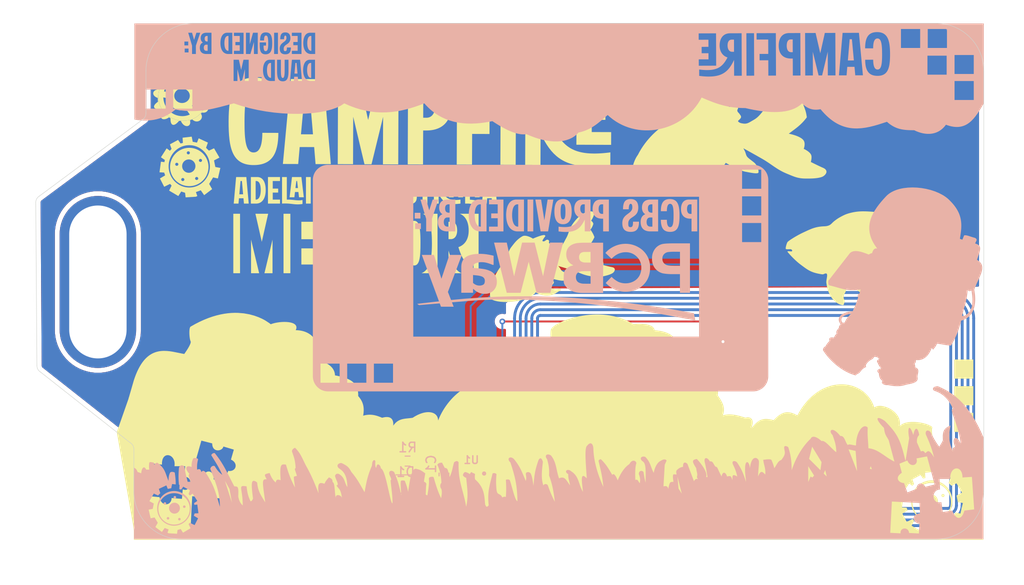
<source format=kicad_pcb>
(kicad_pcb (version 20241229) (generator "pcbnew") (generator_version "9.0")
  (layers (0 "F.Cu" signal) (2 "B.Cu" signal) (13 "F.Paste" user) (15 "B.Paste" user) (5 "F.SilkS" user "F.Silkscreen") (7 "B.SilkS" user "B.Silkscreen") (1 "F.Mask" user) (3 "B.Mask" user) (25 "Edge.Cuts" user))
  (net 0 "")
  (net 1 "Net-(D1-K)")
  (net 2 "Net-(U1-VCC)")
  (net 3 "Net-(D1-A)")
  (net 4 "Net-(J1-Pin_1)")
  (net 5 "Net-(J1-Pin_2)")
  (footprint "Taranium-libs:Lanyard hole" (layer "F.Cu") (at 169.375 65.175 90)
    (property "Reference" "REF**")
    (property "Value" "Lanyard hole")
  )
  (footprint "Taranium-libs:QFN8P50_160X160X50L40X20N" (layer "B.Cu") (at 199.755 94.62 180)
    (property "Reference" "U1")
    (property "Value" "NT3H2111W0FHKH")
  )
  (footprint "Capacitor_SMD:C_0603_1608Metric_Pad1.08x0.95mm_HandSolder" (layer "B.Cu") (at 196.955 94.22 -90)
    (property "Reference" "C1")
    (property "Value" "C")
  )
  (footprint "Taranium-libs:25x_48mm NFC Antenna" (layer "B.Cu") (at 228.34 87.68 180)
    (property "Reference" "J1" (hide yes))
    (property "Value" "Conn_01x02_Pin")
  )
  (footprint "Resistor_SMD:R_0603_1608Metric_Pad0.98x0.95mm_HandSolder" (layer "B.Cu") (at 193.155 92.82 180)
    (property "Reference" "R1")
    (property "Value" "R")
  )
  (footprint "LED_SMD:LED_0805_2012Metric_Pad1.15x1.40mm_HandSolder" (layer "B.Cu") (at 192.955 95.22 180)
    (property "Reference" "D1")
    (property "Value" "LED")
  )
  (gr_poly (pts (xy 198.955408 65.210629) (xy 198.455347 65.210629) (xy 198.387876 64.66294) (xy 198.034659 64.66294) (xy 197.967192 65.210629) (xy 197.467127 65.210629) (xy 197.581118 64.246223) (xy 198.082284 64.246223) (xy 198.340254 64.246223) (xy 198.252939 63.512004) (xy 198.169596 63.512004) (xy 198.082284 64.246223) (xy 197.581118 64.246223) (xy 197.717157 63.095285) (xy 198.705378 63.095285)) (fill yes) (layer "F.SilkS"))
  (gr_poly (pts (xy 246.660199 96.667147) (xy 246.668449 96.667759) (xy 246.676581 96.668768) (xy 246.684585 96.670164) (xy 246.692449 96.671936) (xy 246.700164 96.674074) (xy 246.70772 96.676569) (xy 246.715106 96.679411) (xy 246.722311 96.682589) (xy 246.729326 96.686094) (xy 246.73614 96.689915) (xy 246.742743 96.694043) (xy 246.749125 96.698468) (xy 246.755274 96.70318) (xy 246.761182 96.708169) (xy 246.766837 96.713424) (xy 246.772229 96.718937) (xy 246.777348 96.724696) (xy 246.782184 96.730693) (xy 246.786726 96.736916) (xy 246.790964 96.743357) (xy 246.794888 96.750005) (xy 246.798487 96.75685) (xy 246.801751 96.763883) (xy 246.80467 96.771092) (xy 246.807233 96.77847) (xy 246.809429 96.786004) (xy 246.81125 96.793686) (xy 246.812684 96.801505) (xy 246.813721 96.809452) (xy 246.814351 96.817517) (xy 246.814563 96.825689) (xy 246.814351 96.833861) (xy 246.813721 96.841925) (xy 246.812684 96.849872) (xy 246.81125 96.857692) (xy 246.809429 96.865374) (xy 246.807233 96.872908) (xy 246.80467 96.880285) (xy 246.801751 96.887495) (xy 246.798487 96.894527) (xy 246.794888 96.901373) (xy 246.790964 96.908021) (xy 246.786726 96.914461) (xy 246.782184 96.920685) (xy 246.777348 96.926681) (xy 246.772229 96.932441) (xy 246.766837 96.937954) (xy 246.761182 96.943209) (xy 246.755274 96.948198) (xy 246.749125 96.95291) (xy 246.742743 96.957335) (xy 246.73614 96.961463) (xy 246.729326 96.965284) (xy 246.722311 96.968789) (xy 246.715106 96.971967) (xy 246.70772 96.974808) (xy 246.700164 96.977303) (xy 246.692449 96.979442) (xy 246.684585 96.981214) (xy 246.676581 96.982609) (xy 246.668449 96.983618) (xy 246.660199 96.984231) (xy 246.651841 96.984438) (xy 246.643483 96.984231) (xy 246.635233 96.983618) (xy 246.627101 96.982609) (xy 246.619098 96.981214) (xy 246.611234 96.979442) (xy 246.603519 96.977303) (xy 246.595963 96.974808) (xy 246.588578 96.971967) (xy 246.581373 96.968789) (xy 246.574358 96.965284) (xy 246.567544 96.961463) (xy 246.560942 96.957335) (xy 246.55456 96.95291) (xy 246.548411 96.948198) (xy 246.542504 96.943209) (xy 246.536849 96.937954) (xy 246.531457 96.932441) (xy 246.526338 96.926681) (xy 246.521503 96.920685) (xy 246.516961 96.914461) (xy 246.512723 96.908021) (xy 246.5088 96.901373) (xy 246.505201 96.894527) (xy 246.501938 96.887495) (xy 246.499019 96.880285) (xy 246.496456 96.872908) (xy 246.49426 96.865374) (xy 246.492439 96.857692) (xy 246.491005 96.849872) (xy 246.489968 96.841925) (xy 246.489338 96.833861) (xy 246.489126 96.825689) (xy 246.489338 96.817517) (xy 246.489968 96.809452) (xy 246.491005 96.801505) (xy 246.492439 96.793686) (xy 246.49426 96.786004) (xy 246.496456 96.77847) (xy 246.499019 96.771092) (xy 246.501938 96.763883) (xy 246.505201 96.75685) (xy 246.5088 96.750005) (xy 246.512723 96.743357) (xy 246.516961 96.736916) (xy 246.521503 96.730693) (xy 246.526338 96.724696) (xy 246.531457 96.718937) (xy 246.536849 96.713424) (xy 246.542504 96.708169) (xy 246.548411 96.70318) (xy 246.55456 96.698468) (xy 246.560942 96.694043) (xy 246.567544 96.689915) (xy 246.574358 96.686094) (xy 246.581373 96.682589) (xy 246.588578 96.679411) (xy 246.595963 96.676569) (xy 246.603519 96.674074) (xy 246.611234 96.671936) (xy 246.619098 96.670164) (xy 246.627101 96.668768) (xy 246.635233 96.667759) (xy 246.643483 96.667147) (xy 246.651841 96.66694)) (fill yes) (layer "F.SilkS"))
  (gr_poly (pts (xy 247.94169 96.318597) (xy 247.976946 96.321295) (xy 248.011691 96.325737) (xy 248.045882 96.33188) (xy 248.079475 96.339679) (xy 248.112425 96.349092) (xy 248.14469 96.360074) (xy 248.176226 96.372581) (xy 248.206988 96.386569) (xy 248.236934 96.401995) (xy 248.266019 96.418814) (xy 248.294199 96.436983) (xy 248.321431 96.456458) (xy 248.347671 96.477194) (xy 248.372876 96.499149) (xy 248.397001 96.522277) (xy 248.420003 96.546536) (xy 248.441838 96.571881) (xy 248.462462 96.598268) (xy 248.481832 96.625654) (xy 248.499904 96.653994) (xy 248.516634 96.683245) (xy 248.531978 96.713363) (xy 248.545893 96.744304) (xy 248.558334 96.776024) (xy 248.569259 96.808479) (xy 248.578623 96.841625) (xy 248.586382 96.875418) (xy 248.592493 96.909815) (xy 248.596913 96.944772) (xy 248.599597 96.980244) (xy 248.600501 97.016188) (xy 248.599597 97.052132) (xy 248.596913 97.087604) (xy 248.592493 97.122561) (xy 248.586382 97.156958) (xy 248.578623 97.190751) (xy 248.569259 97.223898) (xy 248.558334 97.256353) (xy 248.545893 97.288072) (xy 248.531978 97.319013) (xy 248.516634 97.349131) (xy 248.499904 97.378382) (xy 248.481832 97.406722) (xy 248.462462 97.434108) (xy 248.441838 97.460496) (xy 248.420003 97.48584) (xy 248.397001 97.510099) (xy 248.372876 97.533228) (xy 248.347671 97.555182) (xy 248.321431 97.575918) (xy 248.294199 97.595393) (xy 248.266019 97.613562) (xy 248.236934 97.630381) (xy 248.206988 97.645807) (xy 248.176226 97.659795) (xy 248.14469 97.672302) (xy 248.112425 97.683284) (xy 248.079475 97.692697) (xy 248.045882 97.700496) (xy 248.011691 97.706639) (xy 247.976946 97.711082) (xy 247.94169 97.713779) (xy 247.905967 97.714688) (xy 247.870244 97.713779) (xy 247.834988 97.711082) (xy 247.800243 97.706639) (xy 247.766053 97.700496) (xy 247.73246 97.692697) (xy 247.69951 97.683284) (xy 247.667245 97.672302) (xy 247.635709 97.659795) (xy 247.604947 97.645807) (xy 247.575002 97.630381) (xy 247.545918 97.613562) (xy 247.517738 97.595393) (xy 247.490506 97.575918) (xy 247.464266 97.555182) (xy 247.439062 97.533228) (xy 247.414937 97.510099) (xy 247.391935 97.48584) (xy 247.370101 97.460496) (xy 247.349477 97.434108) (xy 247.330107 97.406722) (xy 247.312036 97.378382) (xy 247.295306 97.349131) (xy 247.279962 97.319013) (xy 247.266048 97.288072) (xy 247.253607 97.256353) (xy 247.242682 97.223898) (xy 247.233319 97.190751) (xy 247.225559 97.156958) (xy 247.219448 97.122561) (xy 247.215029 97.087604) (xy 247.212345 97.052132) (xy 247.211441 97.016188) (xy 247.212345 96.980244) (xy 247.215029 96.944772) (xy 247.219448 96.909815) (xy 247.225559 96.875418) (xy 247.233319 96.841625) (xy 247.242682 96.808479) (xy 247.253607 96.776024) (xy 247.266048 96.744304) (xy 247.279962 96.713363) (xy 247.295306 96.683245) (xy 247.312036 96.653994) (xy 247.330107 96.625654) (xy 247.349477 96.598268) (xy 247.370101 96.571881) (xy 247.391935 96.546536) (xy 247.414937 96.522277) (xy 247.439062 96.499149) (xy 247.464266 96.477194) (xy 247.490506 96.456458) (xy 247.517738 96.436983) (xy 247.545918 96.418814) (xy 247.575002 96.401995) (xy 247.604947 96.386569) (xy 247.635709 96.372581) (xy 247.667245 96.360074) (xy 247.69951 96.349092) (xy 247.73246 96.339679) (xy 247.766053 96.33188) (xy 247.800243 96.325737) (xy 247.834988 96.321295) (xy 247.870244 96.318597) (xy 247.905967 96.317688)) (fill yes) (layer "F.SilkS"))
  (gr_poly (pts (xy 175.413793 77.308506) (xy 176.044361 77.360743) (xy 176.615316 77.46213) (xy 177.125066 77.599794) (xy 177.572018 77.760864) (xy 177.954578 77.932469) (xy 178.271153 78.101737) (xy 178.69998 78.381775) (xy 178.845754 78.498003) (xy 179.042862 78.430311) (xy 179.261387 78.372251) (xy 179.495772 78.324807) (xy 179.740459 78.288961) (xy 179.989889 78.265696) (xy 180.238506 78.255994) (xy 180.48075 78.260838) (xy 180.711066 78.28121) (xy 180.923894 78.318092) (xy 181.113677 78.372468) (xy 181.19819 78.406523) (xy 181.274857 78.445319) (xy 181.342984 78.48898) (xy 181.401876 78.537628) (xy 181.450839 78.591387) (xy 181.489177 78.650378) (xy 181.516196 78.714726) (xy 181.531201 78.784551) (xy 181.533498 78.859979) (xy 181.522392 78.94113) (xy 181.497187 79.028128) (xy 181.45719 79.121097) (xy 181.608628 79.124667) (xy 181.756236 79.13524) (xy 181.899836 79.152611) (xy 182.039248 79.176574) (xy 182.174294 79.206923) (xy 182.304796 79.243452) (xy 182.430574 79.285957) (xy 182.55145 79.334231) (xy 182.667244 79.388068) (xy 182.777779 79.447263) (xy 182.882875 79.511611) (xy 182.982353 79.580905) (xy 183.076036 79.654941) (xy 183.163743 79.733511) (xy 183.245297 79.816411) (xy 183.320519 79.903436) (xy 183.389229 79.994378) (xy 183.451249 80.089034) (xy 183.5064 80.187196) (xy 183.554504 80.28866) (xy 183.595382 80.39322) (xy 183.628854 80.500669) (xy 183.654743 80.610803) (xy 183.672869 80.723416) (xy 183.683053 80.838302) (xy 183.685118 80.955255) (xy 183.678884 81.074071) (xy 183.664172 81.194542) (xy 183.640803 81.316464) (xy 183.608599 81.439631) (xy 183.567382 81.563837) (xy 183.516971 81.688876) (xy 183.552573 81.729779) (xy 183.583558 81.768333) (xy 183.610227 81.804794) (xy 183.632882 81.839421) (xy 183.651824 81.872469) (xy 183.667356 81.904196) (xy 183.679779 81.934859) (xy 183.689394 81.964716) (xy 183.696504 81.994022) (xy 183.701409 82.023036) (xy 183.704411 82.052014) (xy 183.705812 82.081214) (xy 183.705914 82.110892) (xy 183.705018 82.141306) (xy 183.701439 82.205369) (xy 183.701439 82.205611) (xy 183.699349 82.240167) (xy 183.69746 82.276511) (xy 183.696691 82.295436) (xy 183.696092 82.314909) (xy 183.695703 82.334962) (xy 183.695565 82.355629) (xy 183.868248 82.362882) (xy 184.040071 82.384263) (xy 184.209616 82.4192) (xy 184.375462 82.467126) (xy 184.536193 82.527469) (xy 184.690389 82.59966) (xy 184.836632 82.683129) (xy 184.973504 82.777307) (xy 185.037982 82.828234) (xy 185.099585 82.881624) (xy 185.158136 82.937407) (xy 185.213458 82.99551) (xy 185.265373 83.055864) (xy 185.313704 83.118396) (xy 185.358273 83.183036) (xy 185.398904 83.249711) (xy 185.435419 83.318352) (xy 185.46764 83.388887) (xy 185.495391 83.461244) (xy 185.518494 83.535353) (xy 185.536771 83.611141) (xy 185.550046 83.688539) (xy 185.558141 83.767474) (xy 185.560879 83.847876) (xy 185.824828 83.90003) (xy 186.078707 83.956289) (xy 186.321471 84.018151) (xy 186.552073 84.087118) (xy 186.769467 84.164689) (xy 186.972606 84.252364) (xy 187.160443 84.351643) (xy 187.248297 84.406103) (xy 187.331932 84.464026) (xy 187.41122 84.5256) (xy 187.486028 84.591013) (xy 187.556225 84.660451) (xy 187.621682 84.734103) (xy 187.682267 84.812156) (xy 187.737849 84.894797) (xy 187.788298 84.982214) (xy 187.833483 85.074594) (xy 187.873273 85.172125) (xy 187.907537 85.274995) (xy 187.936144 85.38339) (xy 187.958964 85.497499) (xy 187.975865 85.617508) (xy 187.986718 85.743606) (xy 187.99139 85.875979) (xy 187.989753 86.014816) (xy 188.092562 86.134656) (xy 188.183989 86.254693) (xy 188.264462 86.375125) (xy 188.334414 86.496151) (xy 188.394272 86.617967) (xy 188.444469 86.740771) (xy 188.485433 86.864762) (xy 188.517596 86.990136) (xy 188.541387 87.117091) (xy 188.557237 87.245826) (xy 188.565576 87.376537) (xy 188.566833 87.509422) (xy 188.56144 87.644679) (xy 188.549827 87.782506) (xy 188.532423 87.9231) (xy 188.509659 88.066659) (xy 188.665366 88.026817) (xy 188.815656 87.997578) (xy 188.960783 87.978199) (xy 189.101003 87.967936) (xy 189.236572 87.966045) (xy 189.367747 87.971781) (xy 189.494781 87.9844) (xy 189.617933 88.003159) (xy 189.737457 88.027312) (xy 189.853609 88.056117) (xy 189.966644 88.088828) (xy 190.07682 88.124702) (xy 190.289613 88.20296) (xy 190.494035 88.284939) (xy 190.581309 88.262122) (xy 190.664584 88.243458) (xy 190.743933 88.228849) (xy 190.819426 88.218192) (xy 190.891134 88.211386) (xy 190.959128 88.208331) (xy 191.023481 88.208925) (xy 191.084262 88.213068) (xy 191.141544 88.220658) (xy 191.195397 88.231595) (xy 191.245893 88.245777) (xy 191.293102 88.263104) (xy 191.337097 88.283474) (xy 191.377948 88.306786) (xy 191.415726 88.33294) (xy 191.450503 88.361834) (xy 191.48235 88.393367) (xy 191.511338 88.427439) (xy 191.537539 88.463949) (xy 191.561023 88.502794) (xy 191.581862 88.543875) (xy 191.600127 88.58709) (xy 191.61589 88.632339) (xy 191.62922 88.67952) (xy 191.640191 88.728532) (xy 191.648872 88.779274) (xy 191.659652 88.885546) (xy 191.662131 88.997526) (xy 191.656877 89.114407) (xy 191.698343 89.05428) (xy 191.740416 88.997591) (xy 191.783085 88.944228) (xy 191.826339 88.894078) (xy 191.870165 88.847031) (xy 191.914554 88.802974) (xy 191.959493 88.761796) (xy 192.004971 88.723386) (xy 192.050976 88.687631) (xy 192.097499 88.65442) (xy 192.144526 88.623641) (xy 192.192047 88.595182) (xy 192.24005 88.568932) (xy 192.288524 88.54478) (xy 192.38684 88.502318) (xy 192.486904 88.466905) (xy 192.588625 88.437646) (xy 192.691912 88.413648) (xy 192.796674 88.394017) (xy 192.902821 88.37786) (xy 193.010262 88.364283) (xy 193.228662 88.341296) (xy 193.34235 88.329778) (xy 193.457013 88.317196) (xy 193.572554 88.302575) (xy 193.630624 88.294195) (xy 193.688877 88.284939) (xy 193.818357 88.200582) (xy 193.946952 88.123072) (xy 194.200637 87.988268) (xy 194.448241 87.879868) (xy 194.688072 87.797218) (xy 194.804545 87.765343) (xy 194.918439 87.739658) (xy 195.029545 87.720083) (xy 195.13765 87.706534) (xy 195.242543 87.698929) (xy 195.344012 87.697186) (xy 195.441847 87.701224) (xy 195.535835 87.71096) (xy 195.625765 87.726312) (xy 195.711426 87.747197) (xy 195.792606 87.773534) (xy 195.869094 87.805241) (xy 195.940678 87.842236) (xy 196.007147 87.884435) (xy 196.068289 87.931758) (xy 196.123893 87.984122) (xy 196.173747 88.041445) (xy 196.21764 88.103645) (xy 196.25536 88.17064) (xy 196.286697 88.242347) (xy 196.311438 88.318685) (xy 196.329372 88.399571) (xy 196.340287 88.484923) (xy 196.343973 88.57466) (xy 196.457013 88.300938) (xy 196.581363 88.033021) (xy 196.716331 87.771434) (xy 196.861227 87.516701) (xy 197.015362 87.269348) (xy 197.178043 87.029902) (xy 197.348582 86.798887) (xy 197.526287 86.576828) (xy 197.710469 86.364251) (xy 197.900437 86.161681) (xy 198.0955 85.969645) (xy 198.294969 85.788666) (xy 198.498152 85.619271) (xy 198.70436 85.461985) (xy 198.912902 85.317334) (xy 199.123088 85.185842) (xy 199.334228 85.068036) (xy 199.54563 84.96444) (xy 199.756605 84.87558) (xy 199.966463 84.801982) (xy 200.174513 84.74417) (xy 200.380064 84.702671) (xy 200.582426 84.678009) (xy 200.780909 84.670711) (xy 200.974823 84.681301) (xy 201.163477 84.710304) (xy 201.346181 84.758248) (xy 201.522244 84.825655) (xy 201.690977 84.913053) (xy 201.851688 85.020966) (xy 202.003687 85.149921) (xy 202.146285 85.300441) (xy 202.237806 84.807791) (xy 202.352721 84.326315) (xy 202.492658 83.861698) (xy 202.659245 83.419626) (xy 202.854109 83.005785) (xy 202.962654 82.811227) (xy 203.078878 82.62586) (xy 203.202986 82.450393) (xy 203.33518 82.285538) (xy 203.475665 82.132004) (xy 203.624643 81.990503) (xy 203.782319 81.861746) (xy 203.948895 81.746443) (xy 204.124575 81.645304) (xy 204.309562 81.559041) (xy 204.504061 81.488364) (xy 204.708274 81.433985) (xy 204.922406 81.396612) (xy 205.146658 81.376959) (xy 205.381236 81.375734) (xy 205.626342 81.393649) (xy 205.88218 81.431415) (xy 206.148953 81.489742) (xy 206.426865 81.569341) (xy 206.71612 81.670922) (xy 207.01692 81.795197) (xy 207.329469 81.942876) (xy 207.347965 81.855047) (xy 207.369632 81.769388) (xy 207.394187 81.685866) (xy 207.421351 81.604447) (xy 207.450843 81.525098) (xy 207.482382 81.447787) (xy 207.515688 81.372481) (xy 207.550478 81.299146) (xy 207.623392 81.158259) (xy 207.698878 81.024862) (xy 207.77469 80.89869) (xy 207.848581 80.779479) (xy 207.942153 80.627666) (xy 207.984244 80.556224) (xy 208.022255 80.487647) (xy 208.039508 80.454406) (xy 208.055474 80.421849) (xy 208.070064 80.389966) (xy 208.083188 80.358746) (xy 208.094758 80.328178) (xy 208.104684 80.298253) (xy 208.112878 80.268958) (xy 208.119251 80.240285) (xy 208.12465 80.210495) (xy 208.129096 80.182625) (xy 208.132648 80.156502) (xy 208.13536 80.131953) (xy 208.13729 80.108806) (xy 208.138493 80.086887) (xy 208.139026 80.066024) (xy 208.138946 80.046044) (xy 208.138309 80.026773) (xy 208.13717 80.008039) (xy 208.133617 79.97149) (xy 208.128738 79.935013) (xy 208.122982 79.897226) (xy 208.115119 79.845195) (xy 208.107509 79.785979) (xy 208.10409 79.75279) (xy 208.101082 79.716742) (xy 208.098603 79.677481) (xy 208.096768 79.634652) (xy 208.095695 79.587902) (xy 208.095498 79.536876) (xy 208.096295 79.481221) (xy 208.098201 79.420581) (xy 208.101334 79.354602) (xy 208.105809 79.282932) (xy 208.111742 79.205215) (xy 208.119251 79.121097) (xy 208.14095 79.039651) (xy 208.190382 78.952244) (xy 208.266377 78.85987) (xy 208.367763 78.763521) (xy 208.493368 78.66419) (xy 208.642022 78.562869) (xy 208.812552 78.460551) (xy 209.003787 78.358228) (xy 209.443686 78.157541) (xy 209.952349 77.968748) (xy 210.520404 77.799791) (xy 210.823774 77.725233) (xy 211.138478 77.658612) (xy 211.463345 77.60092) (xy 211.797202 77.553151) (xy 212.138878 77.516297) (xy 212.487202 77.491351) (xy 212.841003 77.479305) (xy 213.199109 77.481152) (xy 213.560348 77.497885) (xy 213.923549 77.530496) (xy 214.287541 77.579978) (xy 214.651152 77.647324) (xy 215.013211 77.733526) (xy 215.372546 77.839578) (xy 215.727986 77.966471) (xy 216.07836 78.115199) (xy 216.422495 78.286753) (xy 216.759222 78.482128) (xy 216.849855 78.473104) (xy 217.089453 78.45694) (xy 217.250194 78.451264) (xy 217.430273 78.449904) (xy 217.623721 78.454893) (xy 217.824572 78.468266) (xy 218.026857 78.492057) (xy 218.224609 78.528297) (xy 218.31992 78.551723) (xy 218.411859 78.579023) (xy 218.499681 78.610453) (xy 218.58264 78.646266) (xy 218.65999 78.686718) (xy 218.730985 78.732062) (xy 218.794878 78.782552) (xy 218.850924 78.838443) (xy 218.898378 78.899988) (xy 218.936492 78.967443) (xy 218.964521 79.041061) (xy 218.981719 79.121097) (xy 219.226878 79.145236) (xy 219.455045 79.17687) (xy 219.6668 79.215587) (xy 219.862721 79.260977) (xy 220.043388 79.312629) (xy 220.209382 79.370132) (xy 220.36128 79.433075) (xy 220.499665 79.501047) (xy 220.625113 79.573638) (xy 220.738207 79.650437) (xy 220.839524 79.731032) (xy 220.929644 79.815014) (xy 221.009148 79.901971) (xy 221.078615 79.991492) (xy 221.138623 80.083167) (xy 221.189754 80.176585) (xy 221.232586 80.271335) (xy 221.267698 80.367006) (xy 221.295672 80.463188) (xy 221.317086 80.559469) (xy 221.342552 80.750686) (xy 221.348734 80.937372) (xy 221.340268 81.11624) (xy 221.321792 81.284003) (xy 221.273354 81.573069) (xy 221.273317 81.573267) (xy 221.273298 81.573366) (xy 221.273287 81.573415) (xy 221.273277 81.573465) (xy 221.261698 81.636252) (xy 221.256523 81.665353) (xy 221.251846 81.692846) (xy 221.237219 81.795777) (xy 221.228591 81.887687) (xy 221.225266 81.969178) (xy 221.226544 82.040856) (xy 221.23173 82.103325) (xy 221.240124 82.15719) (xy 221.251031 82.203056) (xy 221.263751 82.241526) (xy 221.277587 82.273207) (xy 221.291842 82.298702) (xy 221.305818 82.318615) (xy 221.318817 82.333552) (xy 221.339094 82.350916) (xy 221.347094 82.355629) (xy 221.430726 82.346644) (xy 221.513439 82.342677) (xy 221.595218 82.343607) (xy 221.676051 82.349311) (xy 221.755925 82.35967) (xy 221.834826 82.37456) (xy 221.912742 82.393862) (xy 221.98966 82.417454) (xy 222.065566 82.445214) (xy 222.140447 82.477021) (xy 222.214291 82.512753) (xy 222.287083 82.55229) (xy 222.358812 82.59551) (xy 222.429464 82.642291) (xy 222.499026 82.692513) (xy 222.567485 82.746053) (xy 222.701041 82.862605) (xy 222.830027 82.990976) (xy 222.954339 83.130195) (xy 223.073872 83.279292) (xy 223.188522 83.437295) (xy 223.298184 83.603233) (xy 223.402753 83.776136) (xy 223.502124 83.955033) (xy 223.710961 83.975397) (xy 223.920611 84.01227) (xy 224.128633 84.06505) (xy 224.332586 84.133131) (xy 224.530028 84.215909) (xy 224.718516 84.312779) (xy 224.89561 84.423137) (xy 224.979121 84.483184) (xy 225.058868 84.546377) (xy 225.134545 84.612639) (xy 225.205847 84.681896) (xy 225.27247 84.754071) (xy 225.334107 84.829088) (xy 225.390454 84.906873) (xy 225.441206 84.98735) (xy 225.486056 85.070443) (xy 225.524701 85.156076) (xy 225.556834 85.244175) (xy 225.582151 85.334662) (xy 225.600347 85.427464) (xy 225.611115 85.522504) (xy 225.614151 85.619706) (xy 225.609151 85.718996) (xy 225.595807 85.820297) (xy 225.573816 85.923534) (xy 225.738302 86.163527) (xy 225.817254 86.284236) (xy 225.892556 86.405799) (xy 225.963113 86.528502) (xy 226.027833 86.652629) (xy 226.085624 86.778465) (xy 226.135392 86.906296) (xy 226.176044 87.036405) (xy 226.19261 87.102403) (xy 226.206487 87.169078) (xy 226.217539 87.236465) (xy 226.225629 87.3046) (xy 226.23062 87.373518) (xy 226.232376 87.443255) (xy 226.23076 87.513847) (xy 226.225636 87.585329) (xy 226.216866 87.657736) (xy 226.204315 87.731106) (xy 226.187845 87.805472) (xy 226.16732 87.880871) (xy 226.142604 87.957338) (xy 226.11356 88.034909) (xy 226.248747 87.996992) (xy 226.383753 87.967843) (xy 226.519051 87.947111) (xy 226.65511 87.934449) (xy 226.792401 87.929508) (xy 226.931396 87.931938) (xy 227.072565 87.941391) (xy 227.216379 87.957517) (xy 227.36331 87.979969) (xy 227.513827 88.008398) (xy 227.668402 88.042454) (xy 227.827506 88.081789) (xy 227.99161 88.126054) (xy 228.161184 88.174899) (xy 228.518628 88.284939) (xy 228.535271 88.273517) (xy 228.555918 88.263184) (xy 228.580178 88.254123) (xy 228.60766 88.246516) (xy 228.637973 88.240545) (xy 228.670727 88.236394) (xy 228.70553 88.234243) (xy 228.741992 88.234277) (xy 228.77972 88.236676) (xy 228.818326 88.241624) (xy 228.857416 88.249303) (xy 228.896602 88.259896) (xy 228.93549 88.273584) (xy 228.973692 88.29055) (xy 229.010815 88.310976) (xy 229.046468 88.335046) (xy 229.080261 88.362941) (xy 229.111803 88.394844) (xy 229.140703 88.430937) (xy 229.166569 88.471402) (xy 229.189012 88.516423) (xy 229.207639 88.56618) (xy 229.22206 88.620858) (xy 229.231883 88.680638) (xy 229.236719 88.745702) (xy 229.236176 88.816233) (xy 229.229862 88.892414) (xy 229.217388 88.974426) (xy 229.198362 89.062453) (xy 229.172393 89.156676) (xy 229.13909 89.257278) (xy 229.098062 89.364441) (xy 229.229872 89.214727) (xy 229.355566 89.076815) (xy 229.476842 88.950971) (xy 229.595397 88.837464) (xy 229.654185 88.785421) (xy 229.712929 88.736561) (xy 229.771842 88.69092) (xy 229.831135 88.64853) (xy 229.891021 88.609424) (xy 229.951713 88.573637) (xy 230.013422 88.541201) (xy 230.076361 88.51215) (xy 230.140741 88.486518) (xy 230.206775 88.464337) (xy 230.274676 88.445642) (xy 230.344654 88.430465) (xy 230.416924 88.418841) (xy 230.491696 88.410802) (xy 230.569183 88.406382) (xy 230.649597 88.405614) (xy 230.73315 88.408532) (xy 230.820055 88.415169) (xy 230.910524 88.42556) (xy 231.004769 88.439736) (xy 231.103001 88.457731) (xy 231.205434 88.47958) (xy 231.31228 88.505315) (xy 231.42375 88.53497) (xy 231.562314 88.394101) (xy 231.698819 88.263778) (xy 231.834185 88.144873) (xy 231.96933 88.038257) (xy 232.037106 87.989831) (xy 232.105172 87.944804) (xy 232.173642 87.903285) (xy 232.242631 87.865384) (xy 232.312253 87.83121) (xy 232.382624 87.800871) (xy 232.453858 87.774476) (xy 232.526071 87.752135) (xy 232.599376 87.733957) (xy 232.67389 87.72005) (xy 232.749725 87.710524) (xy 232.826999 87.705487) (xy 232.905824 87.705049) (xy 232.986317 87.709318) (xy 233.068591 87.718404) (xy 233.152762 87.732415) (xy 233.238945 87.751462) (xy 233.327254 87.775651) (xy 233.417804 87.805093) (xy 233.51071 87.839897) (xy 233.606087 87.880172) (xy 233.70405 87.926026) (xy 233.804713 87.977568) (xy 233.908191 88.034909) (xy 234.129873 87.634961) (xy 234.364793 87.263083) (xy 234.61182 86.918882) (xy 234.869822 86.601965) (xy 235.137666 86.311939) (xy 235.414221 86.048411) (xy 235.698353 85.810987) (xy 235.988931 85.599275) (xy 236.284823 85.41288) (xy 236.584897 85.251411) (xy 236.888019 85.114474) (xy 237.193059 85.001675) (xy 237.498883 84.912622) (xy 237.80436 84.846922) (xy 238.108357 84.804181) (xy 238.409743 84.784006) (xy 238.707385 84.786004) (xy 239.00015 84.809783) (xy 239.286908 84.854948) (xy 239.566524 84.921106) (xy 239.837868 85.007865) (xy 240.099807 85.114831) (xy 240.351209 85.241612) (xy 240.590942 85.387814) (xy 240.817873 85.553043) (xy 241.03087 85.736907) (xy 241.228801 85.939013) (xy 241.410534 86.158968) (xy 241.574937 86.396377) (xy 241.720878 86.650849) (xy 241.847223 86.92199) (xy 241.952842 87.209407) (xy 242.022478 87.158926) (xy 242.100647 87.11749) (xy 242.186584 87.084915) (xy 242.279521 87.061014) (xy 242.378689 87.0456) (xy 242.483322 87.038488) (xy 242.592653 87.039492) (xy 242.705914 87.048425) (xy 242.822337 87.065103) (xy 242.941155 87.089338) (xy 243.061601 87.120944) (xy 243.182908 87.159736) (xy 243.304307 87.205528) (xy 243.425032 87.258134) (xy 243.544316 87.317366) (xy 243.66139 87.38304) (xy 243.775488 87.45497) (xy 243.885841 87.532969) (xy 243.991684 87.616852) (xy 244.092247 87.706431) (xy 244.186765 87.801522) (xy 244.274469 87.901939) (xy 244.354592 88.007494) (xy 244.426367 88.118003) (xy 244.489026 88.233279) (xy 244.541801 88.353136) (xy 244.583927 88.477388) (xy 244.614634 88.605849) (xy 244.633156 88.738333) (xy 244.638726 88.874654) (xy 244.630575 89.014626) (xy 244.607937 89.158063) (xy 244.68913 89.075889) (xy 244.781039 89.00324) (xy 244.882756 88.939735) (xy 244.993371 88.884995) (xy 245.111974 88.838638) (xy 245.237655 88.800284) (xy 245.369504 88.769551) (xy 245.506611 88.746059) (xy 245.792962 88.719274) (xy 246.089428 88.716883) (xy 246.388732 88.735839) (xy 246.683594 88.773097) (xy 246.966735 88.825609) (xy 247.230878 88.89033) (xy 247.468743 88.964213) (xy 247.673053 89.044212) (xy 247.836528 89.127281) (xy 247.900678 89.169015) (xy 247.951889 89.210373) (xy 247.989253 89.250976) (xy 248.011859 89.290442) (xy 248.018797 89.328391) (xy 248.009158 89.364441) (xy 247.993558 89.408066) (xy 247.983098 89.468136) (xy 247.976856 89.632473) (xy 247.988951 89.84718) (xy 248.0179 90.101982) (xy 248.062219 90.386606) (xy 248.120428 90.690777) (xy 248.191042 91.004223) (xy 248.272581 91.316668) (xy 248.363561 91.61784) (xy 248.4625 91.897464) (xy 248.567915 92.145267) (xy 248.678324 92.350974) (xy 248.734938 92.434832) (xy 248.792245 92.504313) (xy 248.850059 92.558134) (xy 248.908195 92.595009) (xy 248.966467 92.613656) (xy 249.024691 92.612789) (xy 249.082681 92.591124) (xy 249.140252 92.547378) (xy 249.401512 92.304228) (xy 249.654284 92.085681) (xy 249.89858 91.89063) (xy 250.134414 91.717969) (xy 250.361798 91.566591) (xy 250.580746 91.435388) (xy 250.79127 91.323255) (xy 250.993384 91.229083) (xy 251.187101 91.151767) (xy 251.372434 91.090199) (xy 251.549396 91.043272) (xy 251.718 91.009881) (xy 251.878259 90.988917) (xy 252.030186 90.979274) (xy 252.173795 90.979845) (xy 252.309098 90.989524) (xy 252.55484 91.031775) (xy 252.767516 91.097174) (xy 252.947231 91.176865) (xy 253.094091 91.261993) (xy 253.208199 91.343703) (xy 253.28966 91.413142) (xy 253.355061 91.479782) (xy 253.355061 101.056377) (xy 164.53841 101.056377) (xy 164.53841 100.163409) (xy 170.451848 100.163409) (xy 173.995941 100.401534) (xy 174.013551 100.282471) (xy 178.274253 100.282471) (xy 180.258628 100.282471) (xy 181.092065 100.282471) (xy 183.076441 100.282471) (xy 183.909879 100.282471) (xy 185.894253 100.282471) (xy 185.894253 98.290159) (xy 183.909879 98.290159) (xy 183.909879 100.282471) (xy 183.076441 100.282471) (xy 183.076441 98.290159) (xy 181.092065 98.290159) (xy 181.092065 100.282471) (xy 180.258628 100.282471) (xy 180.258628 98.290159) (xy 178.274253 98.290159) (xy 178.274253 100.282471) (xy 174.013551 100.282471) (xy 174.178503 99.167253) (xy 174.139635 99.159004) (xy 174.097125 99.146332) (xy 174.003724 99.108721) (xy 173.903393 99.056425) (xy 173.801224 98.991449) (xy 173.702312 98.915799) (xy 173.655668 98.874599) (xy 173.611748 98.831482) (xy 173.571188 98.786699) (xy 173.534624 98.740502) (xy 173.502695 98.69314) (xy 173.476035 98.644865) (xy 173.455282 98.595927) (xy 173.441072 98.546577) (xy 173.434042 98.497066) (xy 173.434828 98.447644) (xy 173.444067 98.398563) (xy 173.462396 98.350072) (xy 173.490451 98.302422) (xy 173.528869 98.255865) (xy 173.578286 98.210651) (xy 173.639339 98.16703) (xy 173.712664 98.125254) (xy 173.798899 98.085573) (xy 173.898679 98.048237) (xy 174.012641 98.013498) (xy 174.141423 97.981607) (xy 174.285659 97.952813) (xy 174.285659 97.663096) (xy 244.846062 97.663096) (xy 245.334222 97.690877) (xy 245.433435 97.984563) (xy 244.889722 98.31) (xy 245.334222 99.179158) (xy 245.949375 98.877532) (xy 246.108128 99.056126) (xy 245.850154 99.580002) (xy 246.814563 100.147533) (xy 247.116189 99.675253) (xy 247.517029 99.806221) (xy 247.57656 100.286441) (xy 248.652093 100.21897) (xy 248.798936 100.147533) (xy 248.652093 99.734784) (xy 249.160093 99.548251) (xy 249.513311 100.056252) (xy 250.346748 99.425219) (xy 250.03719 98.877532) (xy 250.449939 98.198877) (xy 250.95 98.31) (xy 251.207967 97.206691) (xy 250.684095 97.10747) (xy 250.545191 96.420876) (xy 251.112715 96.123219) (xy 250.545191 95.150878) (xy 250.00941 95.396939) (xy 249.711753 95.103252) (xy 249.906219 94.555566) (xy 248.941809 94.107096) (xy 248.763216 94.555566) (xy 248.318716 94.47222) (xy 248.211563 93.932472) (xy 247.259063 94.043595) (xy 247.290813 94.591282) (xy 247.044749 94.646847) (xy 246.786783 94.273785) (xy 245.933496 94.738125) (xy 246.104158 95.214375) (xy 245.933496 95.408844) (xy 245.592188 95.158814) (xy 244.992906 96.091469) (xy 245.401685 96.373253) (xy 245.362002 96.599469) (xy 244.992906 96.551847) (xy 244.846062 97.663096) (xy 174.285659 97.663096) (xy 174.285659 96.770127) (xy 173.039472 96.682815) (xy 173.02111 96.760364) (xy 172.99894 96.831607) (xy 172.973223 96.896658) (xy 172.944222 96.955628) (xy 172.912198 97.00863) (xy 172.877412 97.055778) (xy 172.840127 97.097183) (xy 172.800603 97.132958) (xy 172.759103 97.163216) (xy 172.715887 97.18807) (xy 172.671219 97.207632) (xy 172.625358 97.222015) (xy 172.578567 97.231331) (xy 172.531108 97.235693) (xy 172.483242 97.235214) (xy 172.43523 97.230007) (xy 172.387335 97.220183) (xy 172.339817 97.205856) (xy 172.292939 97.187138) (xy 172.246963 97.164143) (xy 172.202148 97.136982) (xy 172.158759 97.105767) (xy 172.117055 97.070613) (xy 172.077298 97.031632) (xy 172.039751 96.988935) (xy 172.004675 96.942636) (xy 171.972331 96.892848) (xy 171.942981 96.839682) (xy 171.916887 96.783252) (xy 171.89431 96.723671) (xy 171.875511 96.66105) (xy 171.860754 96.595503) (xy 170.630441 96.496282) (xy 170.630441 96.595503) (xy 170.451848 100.163409) (xy 164.53841 100.163409) (xy 164.53841 96.496282) (xy 166.205285 96.496282) (xy 167.225254 96.595503) (xy 167.241422 96.68823) (xy 167.262884 96.774467) (xy 167.289257 96.854283) (xy 167.320163 96.927746) (xy 167.355219 96.994925) (xy 167.394046 97.055887) (xy 167.436262 97.110702) (xy 167.481486 97.159437) (xy 167.529339 97.202161) (xy 167.579438 97.238942) (xy 167.631403 97.269848) (xy 167.684854 97.294948) (xy 167.739409 97.31431) (xy 167.794688 97.328002) (xy 167.85031 97.336093) (xy 167.905895 97.338651) (xy 167.96106 97.335743) (xy 168.015427 97.32744) (xy 168.068613 97.313808) (xy 168.120238 97.294917) (xy 168.169922 97.270834) (xy 168.217283 97.241627) (xy 168.26194 97.207366) (xy 168.303514 97.168118) (xy 168.341623 97.123952) (xy 168.375885 97.074936) (xy 168.405922 97.021138) (xy 168.431351 96.962627) (xy 168.451792 96.899471) (xy 168.466864 96.831738) (xy 168.476187 96.759497) (xy 168.479379 96.682815) (xy 169.562848 96.770127) (xy 169.65016 95.754126) (xy 169.721804 95.791269) (xy 169.791473 95.816118) (xy 169.85894 95.829402) (xy 169.923973 95.83185) (xy 169.986344 95.824192) (xy 170.045822 95.807155) (xy 170.102179 95.78147) (xy 170.155184 95.747863) (xy 170.204607 95.707066) (xy 170.25022 95.659806) (xy 170.291793 95.606812) (xy 170.329095 95.548814) (xy 170.361898 95.486539) (xy 170.389972 95.420718) (xy 170.413086 95.352078) (xy 170.431012 95.281349) (xy 170.443519 95.20926) (xy 170.450379 95.136539) (xy 170.451361 95.063916) (xy 170.446236 94.992119) (xy 170.434774 94.921877) (xy 170.416745 94.853919) (xy 170.39192 94.788974) (xy 170.36007 94.727771) (xy 170.320965 94.671038) (xy 170.274374 94.619505) (xy 170.220069 94.5739) (xy 170.157819 94.534953) (xy 170.087396 94.503392) (xy 170.008568 94.479946) (xy 169.921108 94.465343) (xy 169.824785 94.460314) (xy 169.851272 94.071376) (xy 170.630441 94.071376) (xy 171.721848 94.384908) (xy 171.782189 94.293703) (xy 171.842556 94.213285) (xy 171.902785 94.143231) (xy 171.962717 94.083119) (xy 172.022189 94.032527) (xy 172.081041 93.991033) (xy 172.139111 93.958214) (xy 172.196237 93.933648) (xy 172.252259 93.916913) (xy 172.307015 93.907586) (xy 172.360344 93.905246) (xy 172.412084 93.909471) (xy 172.462075 93.919837) (xy 172.510154 93.935924) (xy 172.556161 93.957308) (xy 172.599933 93.983567) (xy 172.641311 94.01428) (xy 172.680132 94.049023) (xy 172.716235 94.087376) (xy 172.749459 94.128915) (xy 172.779642 94.173218) (xy 172.806624 94.219863) (xy 172.830243 94.268429) (xy 172.850336 94.318492) (xy 172.866745 94.369631) (xy 172.879306 94.421423) (xy 172.887858 94.473446) (xy 172.892241 94.525278) (xy 172.892292 94.576496) (xy 172.887852 94.62668) (xy 172.878757 94.675405) (xy 172.864847 94.72225) (xy 173.995941 95.011971) (xy 174.396785 93.845157) (xy 174.473264 93.853647) (xy 174.546367 93.856248) (xy 174.615996 93.853255) (xy 174.682055 93.844963) (xy 174.744445 93.831669) (xy 174.803069 93.813668) (xy 174.85783 93.791256) (xy 174.90863 93.764728) (xy 174.955373 93.734381) (xy 174.99796 93.70051) (xy 175.036294 93.663412) (xy 175.070279 93.623381) (xy 175.099816 93.580713) (xy 175.124809 93.535705) (xy 175.145159 93.488652) (xy 175.16077 93.439849) (xy 175.171543 93.389594) (xy 175.177383 93.33818) (xy 175.178191 93.285905) (xy 175.17387 93.233064) (xy 175.164322 93.179952) (xy 175.14945 93.126866) (xy 175.129158 93.074101) (xy 175.103347 93.021953) (xy 175.07192 92.970718) (xy 175.034779 92.920691) (xy 174.991828 92.872168) (xy 174.942969 92.825446) (xy 174.888104 92.780819) (xy 174.827137 92.738584) (xy 174.759969 92.699036) (xy 174.686504 92.662471) (xy 174.988129 91.618689) (xy 173.892754 91.293252) (xy 173.882772 91.338512) (xy 173.867223 91.381903) (xy 173.846493 91.423255) (xy 173.820967 91.462397) (xy 173.791032 91.499158) (xy 173.757073 91.533368) (xy 173.719476 91.564856) (xy 173.678627 91.593451) (xy 173.634912 91.618982) (xy 173.588717 91.641278) (xy 173.540427 91.66017) (xy 173.490429 91.675485) (xy 173.439109 91.687053) (xy 173.386851 91.694703) (xy 173.334043 91.698265) (xy 173.28107 91.697568) (xy 173.228318 91.692441) (xy 173.176173 91.682714) (xy 173.12502 91.668214) (xy 173.075246 91.648773) (xy 173.027236 91.624218) (xy 172.981376 91.59438) (xy 172.938053 91.559087) (xy 172.897652 91.518169) (xy 172.860559 91.471454) (xy 172.827159 91.418773) (xy 172.797839 91.359953) (xy 172.772985 91.294826) (xy 172.752982 91.223219) (xy 172.738217 91.144962) (xy 172.729075 91.059885) (xy 172.725942 90.967815) (xy 171.594848 90.678095) (xy 170.630441 94.071376) (xy 169.851272 94.071376) (xy 169.900192 93.353031) (xy 168.781004 93.353031) (xy 168.794853 93.232661) (xy 168.798867 93.117977) (xy 168.793679 93.009155) (xy 168.779919 92.90637) (xy 168.758217 92.809796) (xy 168.729205 92.719609) (xy 168.693513 92.635984) (xy 168.651772 92.559097) (xy 168.604612 92.489122) (xy 168.552665 92.426234) (xy 168.496562 92.370609) (xy 168.436932 92.322422) (xy 168.374407 92.281847) (xy 168.309618 92.249061) (xy 168.243195 92.224238) (xy 168.17577 92.207553) (xy 168.107972 92.199181) (xy 168.040433 92.199299) (xy 167.973784 92.208079) (xy 167.908654 92.225699) (xy 167.845676 92.252332) (xy 167.78548 92.288155) (xy 167.728696 92.333342) (xy 167.675955 92.388069) (xy 167.627889 92.452509) (xy 167.585127 92.52684) (xy 167.548302 92.611235) (xy 167.518042 92.70587) (xy 167.49498 92.810921) (xy 167.479746 92.926561) (xy 167.472971 93.052967) (xy 167.475285 93.190313) (xy 166.459286 93.07919) (xy 166.205285 96.496282) (xy 164.53841 96.496282) (xy 164.53841 86.681565) (xy 163.990723 86.241032) (xy 164.53841 84.347941) (xy 164.650182 84.022691) (xy 164.766269 83.720142) (xy 164.886462 83.439547) (xy 165.010549 83.18016) (xy 165.138321 82.941232) (xy 165.269567 82.722016) (xy 165.404076 82.521765) (xy 165.541639 82.339731) (xy 165.682045 82.175168) (xy 165.825082 82.027328) (xy 165.970542 81.895464) (xy 166.118213 81.778828) (xy 166.267885 81.676673) (xy 166.419348 81.588253) (xy 166.57239 81.512818) (xy 166.726803 81.449623) (xy 166.882375 81.397919) (xy 167.038895 81.35696) (xy 167.196154 81.325999) (xy 167.353941 81.304287) (xy 167.512046 81.291078) (xy 167.670257 81.285624) (xy 167.98616 81.294993) (xy 168.299967 81.326416) (xy 168.609993 81.373914) (xy 169.21197 81.493221) (xy 169.514278 81.555825) (xy 169.661187 81.584212) (xy 169.804941 81.609503) (xy 169.926805 81.436429) (xy 170.048969 81.253921) (xy 170.116561 81.148542) (xy 170.185142 81.037508) (xy 170.252197 80.923636) (xy 170.315213 80.809746) (xy 170.371677 80.698659) (xy 170.419074 80.593194) (xy 170.454891 80.49617) (xy 170.467671 80.451704) (xy 170.476614 80.410406) (xy 170.481404 80.372629) (xy 170.481729 80.338723) (xy 170.477273 80.309043) (xy 170.467723 80.283941) (xy 170.443962 80.228166) (xy 170.421726 80.153552) (xy 170.401365 80.062986) (xy 170.383232 79.959357) (xy 170.367681 79.845553) (xy 170.355062 79.72446) (xy 170.345729 79.598968) (xy 170.340034 79.471964) (xy 170.338329 79.346335) (xy 170.340967 79.22497) (xy 170.3483 79.110756) (xy 170.36068 79.006582) (xy 170.37846 78.915335) (xy 170.401993 78.839902) (xy 170.416026 78.809019) (xy 170.431629 78.783173) (xy 170.448847 78.762724) (xy 170.467723 78.748034) (xy 170.951276 78.47495) (xy 171.422515 78.23507) (xy 171.88124 78.026784) (xy 172.327253 77.848485) (xy 172.760353 77.698562) (xy 173.180342 77.575408) (xy 173.587021 77.477412) (xy 173.98019 77.402967) (xy 174.359652 77.350462) (xy 174.725205 77.31829) (xy 175.076652 77.304841)) (fill yes) (layer "F.SilkS"))
  (gr_poly (pts (xy 249.136701 96.262333) (xy 249.144951 96.262946) (xy 249.153083 96.263955) (xy 249.161086 96.265351) (xy 249.168951 96.267123) (xy 249.176666 96.269261) (xy 249.184221 96.271756) (xy 249.191607 96.274597) (xy 249.198812 96.277776) (xy 249.205827 96.28128) (xy 249.212642 96.285102) (xy 249.219244 96.28923) (xy 249.225626 96.293655) (xy 249.231776 96.298367) (xy 249.237683 96.303355) (xy 249.243338 96.308611) (xy 249.248731 96.314123) (xy 249.25385 96.319883) (xy 249.258686 96.325879) (xy 249.263228 96.332103) (xy 249.267466 96.338544) (xy 249.27139 96.345192) (xy 249.274989 96.352037) (xy 249.278252 96.359069) (xy 249.281171 96.366279) (xy 249.283734 96.373656) (xy 249.285931 96.381191) (xy 249.287752 96.388873) (xy 249.289186 96.396692) (xy 249.290223 96.404639) (xy 249.290853 96.412703) (xy 249.291065 96.420876) (xy 249.290853 96.429048) (xy 249.290223 96.437112) (xy 249.289186 96.445059) (xy 249.287752 96.452879) (xy 249.285931 96.460561) (xy 249.283734 96.468095) (xy 249.281171 96.475472) (xy 249.278252 96.482682) (xy 249.274989 96.489715) (xy 249.27139 96.49656) (xy 249.267466 96.503208) (xy 249.263228 96.509649) (xy 249.258686 96.515873) (xy 249.25385 96.52187) (xy 249.248731 96.527629) (xy 249.243338 96.533142) (xy 249.237683 96.538398) (xy 249.231776 96.543387) (xy 249.225626 96.548099) (xy 249.219244 96.552524) (xy 249.212642 96.556652) (xy 249.205827 96.560474) (xy 249.198812 96.563979) (xy 249.191607 96.567157) (xy 249.184221 96.569998) (xy 249.176666 96.572494) (xy 249.168951 96.574632) (xy 249.161086 96.576404) (xy 249.153083 96.5778) (xy 249.144951 96.578809) (xy 249.136701 96.579422) (xy 249.128343 96.579628) (xy 249.119984 96.579422) (xy 249.111734 96.578809) (xy 249.103603 96.5778) (xy 249.095599 96.576404) (xy 249.087735 96.574632) (xy 249.08002 96.572494) (xy 249.072465 96.569998) (xy 249.065079 96.567157) (xy 249.057874 96.563979) (xy 249.05086 96.560474) (xy 249.044046 96.556652) (xy 249.037443 96.552524) (xy 249.031062 96.548099) (xy 249.024913 96.543387) (xy 249.019005 96.538398) (xy 249.013351 96.533142) (xy 249.007959 96.527629) (xy 249.00284 96.52187) (xy 248.998004 96.515873) (xy 248.993462 96.509649) (xy 248.989225 96.503208) (xy 248.985301 96.49656) (xy 248.981703 96.489715) (xy 248.978439 96.482682) (xy 248.975521 96.475472) (xy 248.972958 96.468095) (xy 248.970761 96.460561) (xy 248.968941 96.452879) (xy 248.967507 96.445059) (xy 248.96647 96.437112) (xy 248.96584 96.429048) (xy 248.965628 96.420876) (xy 248.96584 96.412703) (xy 248.96647 96.404639) (xy 248.967507 96.396692) (xy 248.968941 96.388873) (xy 248.970761 96.381191) (xy 248.972958 96.373656) (xy 248.975521 96.366279) (xy 248.978439 96.359069) (xy 248.981703 96.352037) (xy 248.985301 96.345192) (xy 248.989225 96.338544) (xy 248.993462 96.332103) (xy 248.998004 96.325879) (xy 249.00284 96.319883) (xy 249.007959 96.314123) (xy 249.013351 96.308611) (xy 249.019005 96.303355) (xy 249.024913 96.298367) (xy 249.031062 96.293655) (xy 249.037443 96.28923) (xy 249.044046 96.285102) (xy 249.05086 96.28128) (xy 249.057874 96.277776) (xy 249.065079 96.274597) (xy 249.072465 96.271756) (xy 249.08002 96.269261) (xy 249.087735 96.267123) (xy 249.095599 96.265351) (xy 249.103603 96.263955) (xy 249.111734 96.262946) (xy 249.119984 96.262333) (xy 249.128343 96.262127)) (fill yes) (layer "F.SilkS"))
  (gr_poly (pts (xy 184.092281 63.099254) (xy 184.14101 63.10549) (xy 184.188226 63.114496) (xy 184.233926 63.126227) (xy 184.278107 63.140639) (xy 184.320768 63.157687) (xy 184.361907 63.177327) (xy 184.401521 63.199515) (xy 184.439609 63.224207) (xy 184.476167 63.251358) (xy 184.511195 63.280924) (xy 184.544689 63.31286) (xy 184.576647 63.347122) (xy 184.607068 63.383666) (xy 184.635949 63.422448) (xy 184.663288 63.463423) (xy 184.689082 63.506546) (xy 184.71333 63.551775) (xy 184.73603 63.599063) (xy 184.757179 63.648367) (xy 184.776775 63.699643) (xy 184.794815 63.752846) (xy 184.811299 63.807932) (xy 184.826223 63.864856) (xy 184.839585 63.923575) (xy 184.851383 63.984044) (xy 184.861615 64.046218) (xy 184.870279 64.110053) (xy 184.877373 64.175506) (xy 184.882894 64.24253) (xy 184.886841 64.311083) (xy 184.88921 64.38112) (xy 184.89 64.452597) (xy 184.886321 64.599621) (xy 184.875265 64.741215) (xy 184.856802 64.876879) (xy 184.830903 65.006113) (xy 184.79754 65.128418) (xy 184.756683 65.243293) (xy 184.708303 65.350238) (xy 184.652371 65.448753) (xy 184.621564 65.494693) (xy 184.588859 65.538339) (xy 184.55425 65.579627) (xy 184.517736 65.618495) (xy 184.479312 65.65488) (xy 184.438974 65.688721) (xy 184.39672 65.719954) (xy 184.352545 65.748518) (xy 184.306445 65.774349) (xy 184.258418 65.797385) (xy 184.208459 65.817564) (xy 184.156564 65.834823) (xy 184.102731 65.8491) (xy 184.046956 65.860331) (xy 183.989234 65.868456) (xy 183.929563 65.87341) (xy 183.33822 65.87341) (xy 183.33822 65.456692) (xy 183.838281 65.456692) (xy 183.874001 65.456692) (xy 183.904406 65.455444) (xy 183.933857 65.451737) (xy 183.962353 65.445622) (xy 183.989893 65.43715) (xy 184.016477 65.426373) (xy 184.042104 65.413342) (xy 184.066773 65.39811) (xy 184.090483 65.380727) (xy 184.113235 65.361246) (xy 184.135026 65.339717) (xy 184.155857 65.316193) (xy 184.175726 65.290725) (xy 184.194633 65.263364) (xy 184.212578 65.234163) (xy 184.229558 65.203173) (xy 184.245575 65.170445) (xy 184.260626 65.136031) (xy 184.274711 65.099983) (xy 184.28783 65.062352) (xy 184.299982 65.02319) (xy 184.311166 64.982549) (xy 184.321381 64.940479) (xy 184.330627 64.897033) (xy 184.338902 64.852263) (xy 184.346207 64.806219) (xy 184.35254 64.758953) (xy 184.357901 64.710518) (xy 184.362289 64.660964) (xy 184.365703 64.610344) (xy 184.368142 64.558708) (xy 184.369606 64.506108) (xy 184.370094 64.452597) (xy 184.36828 64.347854) (xy 184.362831 64.248098) (xy 184.353744 64.153575) (xy 184.341011 64.064528) (xy 184.324627 63.981202) (xy 184.304587 63.90384) (xy 184.280884 63.832687) (xy 184.253512 63.767988) (xy 184.222467 63.709986) (xy 184.187741 63.658925) (xy 184.168997 63.636074) (xy 184.14933 63.61505) (xy 184.12874 63.595883) (xy 184.107227 63.578604) (xy 184.084789 63.563244) (xy 184.061426 63.549833) (xy 184.037138 63.538401) (xy 184.011923 63.528979) (xy 183.98578 63.521598) (xy 183.95871 63.516288) (xy 183.930711 63.51308) (xy 183.901782 63.512004) (xy 183.838281 63.512004) (xy 183.838281 65.456692) (xy 183.33822 65.456692) (xy 183.33822 63.095285) (xy 184.096251 63.095285)) (fill yes) (layer "F.SilkS"))
  (gr_poly (pts (xy 247.287262 98.262585) (xy 247.295512 98.263198) (xy 247.303644 98.264207) (xy 247.311648 98.265602) (xy 247.319512 98.267374) (xy 247.327227 98.269512) (xy 247.334783 98.272007) (xy 247.342168 98.274849) (xy 247.349374 98.278027) (xy 247.356389 98.281532) (xy 247.363203 98.285353) (xy 247.369806 98.289481) (xy 247.376188 98.293906) (xy 247.382337 98.298618) (xy 247.388245 98.303607) (xy 247.3939 98.308862) (xy 247.399292 98.314375) (xy 247.404411 98.320134) (xy 247.409247 98.326131) (xy 247.413789 98.332355) (xy 247.418027 98.338795) (xy 247.421951 98.345443) (xy 247.42555 98.352289) (xy 247.428814 98.359321) (xy 247.431733 98.366531) (xy 247.434296 98.373908) (xy 247.436493 98.381442) (xy 247.438313 98.389124) (xy 247.439747 98.396944) (xy 247.440784 98.404891) (xy 247.441414 98.412955) (xy 247.441626 98.421127) (xy 247.441414 98.429299) (xy 247.440784 98.437364) (xy 247.439747 98.445311) (xy 247.438313 98.45313) (xy 247.436493 98.460812) (xy 247.434296 98.468346) (xy 247.431733 98.475723) (xy 247.428814 98.482933) (xy 247.42555 98.489966) (xy 247.421951 98.496811) (xy 247.418027 98.503459) (xy 247.413789 98.5099) (xy 247.409247 98.516123) (xy 247.404411 98.52212) (xy 247.399292 98.527879) (xy 247.3939 98.533392) (xy 247.388245 98.538647) (xy 247.382337 98.543636) (xy 247.376188 98.548348) (xy 247.369806 98.552773) (xy 247.363203 98.556901) (xy 247.356389 98.560722) (xy 247.349374 98.564227) (xy 247.342168 98.567405) (xy 247.334783 98.570247) (xy 247.327227 98.572742) (xy 247.319512 98.57488) (xy 247.311648 98.576652) (xy 247.303644 98.578048) (xy 247.295512 98.579057) (xy 247.287262 98.579669) (xy 247.278904 98.579876) (xy 247.270546 98.579669) (xy 247.262296 98.579057) (xy 247.254164 98.578048) (xy 247.246161 98.576652) (xy 247.238297 98.57488) (xy 247.230582 98.572742) (xy 247.223026 98.570247) (xy 247.215641 98.567405) (xy 247.208436 98.564227) (xy 247.201421 98.560722) (xy 247.194607 98.556901) (xy 247.188005 98.552773) (xy 247.181623 98.548348) (xy 247.175474 98.543636) (xy 247.169567 98.538647) (xy 247.163912 98.533392) (xy 247.15852 98.527879) (xy 247.153401 98.52212) (xy 247.148566 98.516123) (xy 247.144024 98.5099) (xy 247.139786 98.503459) (xy 247.135863 98.496811) (xy 247.132264 98.489966) (xy 247.129 98.482933) (xy 247.126082 98.475723) (xy 247.123519 98.468346) (xy 247.121323 98.460812) (xy 247.119502 98.45313) (xy 247.118068 98.445311) (xy 247.117031 98.437364) (xy 247.116402 98.429299) (xy 247.116189 98.421127) (xy 247.116402 98.412955) (xy 247.117031 98.404891) (xy 247.118068 98.396944) (xy 247.119502 98.389124) (xy 247.121323 98.381442) (xy 247.123519 98.373908) (xy 247.126082 98.366531) (xy 247.129 98.359321) (xy 247.132264 98.352289) (xy 247.135863 98.345443) (xy 247.139786 98.338795) (xy 247.144024 98.332355) (xy 247.148566 98.326131) (xy 247.153401 98.320134) (xy 247.15852 98.314375) (xy 247.163912 98.308862) (xy 247.169567 98.303607) (xy 247.175474 98.298618) (xy 247.181623 98.293906) (xy 247.188005 98.289481) (xy 247.194607 98.285353) (xy 247.201421 98.281532) (xy 247.208436 98.278027) (xy 247.215641 98.274849) (xy 247.223026 98.272007) (xy 247.230582 98.269512) (xy 247.238297 98.267374) (xy 247.246161 98.265602) (xy 247.254164 98.264207) (xy 247.262296 98.263198) (xy 247.270546 98.262585) (xy 247.278904 98.262378)) (fill yes) (layer "F.SilkS"))
  (gr_poly (pts (xy 164.061254 86.203156) (xy 162.8 89.8) (xy 164.608941 100.125533) (xy 166 86.8)) (stroke (width 0.1)) (fill yes) (layer "F.SilkS"))
  (gr_poly (pts (xy 247.866703 95.468582) (xy 247.874953 95.469195) (xy 247.883085 95.470204) (xy 247.891088 95.4716) (xy 247.898952 95.473372) (xy 247.906667 95.47551) (xy 247.914223 95.478005) (xy 247.921608 95.480847) (xy 247.928813 95.484025) (xy 247.935828 95.48753) (xy 247.942642 95.491352) (xy 247.949245 95.49548) (xy 247.955626 95.499905) (xy 247.961775 95.504617) (xy 247.967682 95.509606) (xy 247.973337 95.514861) (xy 247.978729 95.520374) (xy 247.983848 95.526134) (xy 247.988684 95.532131) (xy 247.993225 95.538354) (xy 247.997463 95.544795) (xy 248.001386 95.551443) (xy 248.004985 95.558289) (xy 248.008249 95.565321) (xy 248.011167 95.572531) (xy 248.01373 95.579908) (xy 248.015927 95.587443) (xy 248.017747 95.595125) (xy 248.019181 95.602944) (xy 248.020218 95.610891) (xy 248.020848 95.618956) (xy 248.02106 95.627128) (xy 248.020848 95.6353) (xy 248.020218 95.643365) (xy 248.019181 95.651312) (xy 248.017747 95.659131) (xy 248.015927 95.666813) (xy 248.01373 95.674347) (xy 248.011167 95.681724) (xy 248.008249 95.688934) (xy 248.004985 95.695967) (xy 248.001386 95.702812) (xy 247.997463 95.70946) (xy 247.993225 95.715901) (xy 247.988684 95.722124) (xy 247.983848 95.728121) (xy 247.978729 95.73388) (xy 247.973337 95.739393) (xy 247.967682 95.744648) (xy 247.961775 95.749637) (xy 247.955626 95.754349) (xy 247.949245 95.758774) (xy 247.942642 95.762902) (xy 247.935828 95.766723) (xy 247.928813 95.770228) (xy 247.921608 95.773406) (xy 247.914223 95.776248) (xy 247.906667 95.778743) (xy 247.898952 95.780881) (xy 247.891088 95.782653) (xy 247.883085 95.784048) (xy 247.874953 95.785058) (xy 247.866703 95.78567) (xy 247.858345 95.785877) (xy 247.849987 95.78567) (xy 247.841737 95.785058) (xy 247.833605 95.784048) (xy 247.825602 95.782653) (xy 247.817737 95.780881) (xy 247.810022 95.778743) (xy 247.802466 95.776248) (xy 247.795081 95.773406) (xy 247.787875 95.770228) (xy 247.78086 95.766723) (xy 247.774046 95.762902) (xy 247.767443 95.758774) (xy 247.761062 95.754349) (xy 247.754912 95.749637) (xy 247.749004 95.744648) (xy 247.743349 95.739393) (xy 247.737957 95.73388) (xy 247.732838 95.728121) (xy 247.728002 95.722124) (xy 247.72346 95.715901) (xy 247.719222 95.70946) (xy 247.715298 95.702812) (xy 247.711699 95.695967) (xy 247.708435 95.688934) (xy 247.705517 95.681724) (xy 247.702954 95.674347) (xy 247.700757 95.666813) (xy 247.698936 95.659131) (xy 247.697502 95.651312) (xy 247.696465 95.643365) (xy 247.695835 95.6353) (xy 247.695623 95.627128) (xy 247.695835 95.618956) (xy 247.696465 95.610891) (xy 247.697502 95.602944) (xy 247.698936 95.595125) (xy 247.700757 95.587443) (xy 247.702954 95.579908) (xy 247.705517 95.572531) (xy 247.708435 95.565321) (xy 247.711699 95.558289) (xy 247.715298 95.551443) (xy 247.719222 95.544795) (xy 247.72346 95.538354) (xy 247.728002 95.532131) (xy 247.732838 95.526134) (xy 247.737957 95.520374) (xy 247.743349 95.514861) (xy 247.749004 95.509606) (xy 247.754912 95.504617) (xy 247.761062 95.499905) (xy 247.767443 95.49548) (xy 247.774046 95.491352) (xy 247.78086 95.48753) (xy 247.787875 95.484025) (xy 247.795081 95.480847) (xy 247.802466 95.478005) (xy 247.810022 95.47551) (xy 247.817737 95.473372) (xy 247.825602 95.4716) (xy 247.833605 95.470204) (xy 247.841737 95.469195) (xy 247.849987 95.468582) (xy 247.858345 95.468376)) (fill yes) (layer "F.SilkS"))
  (gr_poly (pts (xy 252.300125 86.980121) (xy 250.299875 86.980121) (xy 250.299875 84.979871) (xy 252.300125 84.979871)) (fill yes) (layer "F.SilkS"))
  (gr_poly (pts (xy 183.028259 65.87341) (xy 182.528198 65.87341) (xy 182.528198 63.095285) (xy 183.028259 63.095285)) (fill yes) (layer "F.SilkS"))
  (gr_poly (pts (xy 200.578627 73.160034) (xy 200.053005 73.160034) (xy 200.053005 72.258333) (xy 199.93378 72.259893) (xy 199.87582 72.257702) (xy 199.818901 72.25327) (xy 199.762978 72.246406) (xy 199.708007 72.236913) (xy 199.653941 72.224599) (xy 199.600736 72.20927) (xy 199.548346 72.190732) (xy 199.496727 72.168791) (xy 199.445834 72.143253) (xy 199.395621 72.113924) (xy 199.346043 72.080611) (xy 199.297054 72.043119) (xy 199.248611 72.001255) (xy 199.200668 71.954824) (xy 199.153179 71.903633) (xy 199.1061 71.847488) (xy 199.059385 71.786196) (xy 199.012989 71.719561) (xy 198.966867 71.64739) (xy 198.920975 71.56949) (xy 198.875266 71.485667) (xy 198.829696 71.395726) (xy 198.784219 71.299474) (xy 198.738791 71.196717) (xy 198.693367 71.087261) (xy 198.6479 70.970912) (xy 198.602347 70.847476) (xy 198.556662 70.716759) (xy 198.464715 70.432709) (xy 198.530447 70.407708) (xy 198.594144 70.380637) (xy 198.655801 70.351514) (xy 198.715416 70.320355) (xy 198.772985 70.287177) (xy 198.828506 70.251996) (xy 198.881973 70.21483) (xy 198.933385 70.175695) (xy 198.982738 70.134608) (xy 199.030028 70.091585) (xy 199.075252 70.046644) (xy 199.118407 69.9998) (xy 199.15949 69.951071) (xy 199.198496 69.900474) (xy 199.235424 69.848025) (xy 199.270268 69.79374) (xy 199.303027 69.737637) (xy 199.333697 69.679732) (xy 199.362274 69.620042) (xy 199.388755 69.558584) (xy 199.413137 69.495374) (xy 199.435416 69.430429) (xy 199.45559 69.363766) (xy 199.473654 69.295401) (xy 199.489605 69.225352) (xy 199.50344 69.153635) (xy 199.515156 69.080266) (xy 199.524749 69.005263) (xy 199.532217 68.928641) (xy 199.537555 68.850419) (xy 199.54076 68.770612) (xy 199.541829 68.689237) (xy 199.538249 68.531612) (xy 199.527503 68.379188) (xy 199.509576 68.232226) (xy 199.484456 68.090984) (xy 199.452132 67.955725) (xy 199.412589 67.826707) (xy 199.365817 67.70419) (xy 199.311801 67.588436) (xy 199.250531 67.479703) (xy 199.181992 67.378252) (xy 199.106173 67.284344) (xy 199.02306 67.198237) (xy 198.932642 67.120193) (xy 198.834906 67.050471) (xy 198.729839 66.989332) (xy 198.617428 66.937035) (xy 200.578627 66.937035)) (fill yes) (layer "F.SilkS"))
  (gr_poly (pts (xy 190.775578 65.87341) (xy 190.275515 65.87341) (xy 190.227889 65.317784) (xy 189.755609 65.317784) (xy 189.707983 65.87341) (xy 189.20792 65.87341) (xy 189.295432 64.901065) (xy 189.795295 64.901065) (xy 190.188203 64.901065) (xy 190.065171 63.512004) (xy 189.918327 63.512004) (xy 189.795295 64.901065) (xy 189.295432 64.901065) (xy 189.457953 63.095285) (xy 190.525545 63.095285)) (fill yes) (layer "F.SilkS"))
  (gr_poly (pts (xy 184.363585 52.852291) (xy 185.132333 61.745037) (xy 183.532132 61.739402) (xy 183.386003 59.960925) (xy 181.874704 59.955527) (xy 181.716034 61.732972) (xy 180.115833 61.727337) (xy 180.406313 58.622503) (xy 182.006386 58.622503) (xy 183.263687 58.626949) (xy 182.885702 54.180584) (xy 182.415802 54.178933) (xy 182.006386 58.622503) (xy 180.406313 58.622503) (xy 180.947285 52.840242)) (fill yes) (layer "F.SilkS"))
  (gr_poly (pts (xy 193.889182 67.678523) (xy 193.938927 67.686013) (xy 193.985981 67.698445) (xy 194.030416 67.715773) (xy 194.072303 67.737956) (xy 194.111715 67.764948) (xy 194.148724 67.796708) (xy 194.183401 67.833191) (xy 194.215818 67.874354) (xy 194.246048 67.920153) (xy 194.274161 67.970545) (xy 194.30023 68.025487) (xy 194.324327 68.084936) (xy 194.346524 68.148846) (xy 194.366892 68.217176) (xy 194.385503 68.289882) (xy 194.40243 68.36692) (xy 194.417744 68.448247) (xy 194.431517 68.533819) (xy 194.44382 68.623593) (xy 194.454726 68.717526) (xy 194.464307 68.815574) (xy 194.47978 69.02384) (xy 194.490814 69.248045) (xy 194.497983 69.487841) (xy 194.501863 69.74288) (xy 194.503028 70.012815) (xy 194.497983 70.537789) (xy 194.47978 71.00179) (xy 194.464307 71.210057) (xy 194.44382 71.402037) (xy 194.417744 71.577384) (xy 194.385503 71.735748) (xy 194.346524 71.876784) (xy 194.30023 72.000143) (xy 194.246048 72.105477) (xy 194.183401 72.19244) (xy 194.148724 72.228923) (xy 194.111715 72.260682) (xy 194.072303 72.287675) (xy 194.030416 72.309857) (xy 193.985981 72.327186) (xy 193.938927 72.339617) (xy 193.889182 72.347108) (xy 193.836675 72.349615) (xy 193.784167 72.347108) (xy 193.734422 72.339617) (xy 193.687368 72.327186) (xy 193.642933 72.309857) (xy 193.601045 72.287675) (xy 193.561633 72.260682) (xy 193.524625 72.228923) (xy 193.489947 72.19244) (xy 193.45753 72.151277) (xy 193.427301 72.105477) (xy 193.399187 72.055085) (xy 193.373118 72.000143) (xy 193.349021 71.940695) (xy 193.326824 71.876784) (xy 193.306456 71.808454) (xy 193.287845 71.735748) (xy 193.270918 71.65871) (xy 193.255605 71.577384) (xy 193.241832 71.491811) (xy 193.229528 71.402037) (xy 193.218622 71.308105) (xy 193.209042 71.210057) (xy 193.193569 71.00179) (xy 193.182535 70.777585) (xy 193.175366 70.537789) (xy 193.171486 70.28275) (xy 193.170321 70.012815) (xy 193.175366 69.487841) (xy 193.193569 69.02384) (xy 193.209042 68.815574) (xy 193.229528 68.623593) (xy 193.255605 68.448247) (xy 193.287845 68.289882) (xy 193.326824 68.148846) (xy 193.373118 68.025487) (xy 193.427301 67.920153) (xy 193.489947 67.833191) (xy 193.524625 67.796708) (xy 193.561633 67.764948) (xy 193.601045 67.737956) (xy 193.642933 67.715773) (xy 193.687368 67.698445) (xy 193.734422 67.686013) (xy 193.784167 67.678523) (xy 193.836675 67.676016)) (fill yes) (layer "F.SilkS"))
  (gr_poly (pts (xy 170.432157 60.041956) (xy 170.534142 60.049696) (xy 170.634643 60.062441) (xy 170.733536 60.080067) (xy 170.830694 60.102447) (xy 170.92599 60.129455) (xy 171.019298 60.160965) (xy 171.110493 60.196851) (xy 171.199449 60.236988) (xy 171.286038 60.281249) (xy 171.370134 60.329509) (xy 171.451613 60.381641) (xy 171.530347 60.437519) (xy 171.60621 60.497019) (xy 171.679076 60.560013) (xy 171.748819 60.626375) (xy 171.815313 60.695981) (xy 171.878431 60.768703) (xy 171.938048 60.844417) (xy 171.994037 60.922995) (xy 172.046272 61.004313) (xy 172.094626 61.088243) (xy 172.138974 61.174661) (xy 172.17919 61.26344) (xy 172.215147 61.354455) (xy 172.246719 61.447579) (xy 172.27378 61.542686) (xy 172.296204 61.639651) (xy 172.313865 61.738347) (xy 172.326635 61.838649) (xy 172.33439 61.940431) (xy 172.337004 62.043566) (xy 172.33439 62.146702) (xy 172.326635 62.248483) (xy 172.313865 62.348785) (xy 172.296204 62.447482) (xy 172.27378 62.544446) (xy 172.246719 62.639554) (xy 172.215147 62.732678) (xy 172.17919 62.823692) (xy 172.138974 62.912471) (xy 172.094626 62.998889) (xy 172.046272 63.08282) (xy 171.994037 63.164137) (xy 171.938048 63.242715) (xy 171.878431 63.318429) (xy 171.815313 63.391151) (xy 171.748819 63.460757) (xy 171.679076 63.52712) (xy 171.60621 63.590114) (xy 171.530347 63.649613) (xy 171.451613 63.705492) (xy 171.370134 63.757624) (xy 171.286038 63.805883) (xy 171.199449 63.850144) (xy 171.110493 63.890281) (xy 171.019298 63.926168) (xy 170.92599 63.957678) (xy 170.830694 63.984686) (xy 170.733536 64.007066) (xy 170.634643 64.024691) (xy 170.534142 64.037437) (xy 170.432157 64.045177) (xy 170.328816 64.047785) (xy 170.225475 64.045177) (xy 170.123491 64.037437) (xy 170.022989 64.024691) (xy 169.924097 64.007066) (xy 169.826939 63.984686) (xy 169.731643 63.957678) (xy 169.638334 63.926168) (xy 169.547139 63.890281) (xy 169.458184 63.850144) (xy 169.371595 63.805883) (xy 169.287498 63.757624) (xy 169.20602 63.705492) (xy 169.127286 63.649613) (xy 169.051423 63.590114) (xy 168.978557 63.52712) (xy 168.908814 63.460757) (xy 168.84232 63.391151) (xy 168.812872 63.357223) (xy 169.487442 63.357223) (xy 169.487653 63.365395) (xy 169.488282 63.37346) (xy 169.489316 63.381407) (xy 169.490747 63.389226) (xy 169.492564 63.396908) (xy 169.494757 63.404443) (xy 169.497315 63.41182) (xy 169.500229 63.41903) (xy 169.503487 63.426062) (xy 169.507081 63.432907) (xy 169.510999 63.439555) (xy 169.515231 63.445996) (xy 169.519768 63.45222) (xy 169.524598 63.458216) (xy 169.529712 63.463976) (xy 169.5351 63.469488) (xy 169.540751 63.474744) (xy 169.546655 63.479733) (xy 169.552802 63.484444) (xy 169.559182 63.488869) (xy 169.565784 63.492998) (xy 169.572598 63.496819) (xy 169.579614 63.500324) (xy 169.586822 63.503502) (xy 169.594211 63.506343) (xy 169.601772 63.508838) (xy 169.609494 63.510977) (xy 169.617366 63.512749) (xy 169.625379 63.514144) (xy 169.633523 63.515153) (xy 169.641786 63.515766) (xy 169.65016 63.515972) (xy 169.658534 63.515766) (xy 169.666797 63.515153) (xy 169.674941 63.514144) (xy 169.682954 63.512749) (xy 169.690827 63.510977) (xy 169.698548 63.508838) (xy 169.706109 63.506343) (xy 169.713498 63.503502) (xy 169.720706 63.500324) (xy 169.727722 63.496819) (xy 169.734536 63.492998) (xy 169.741138 63.488869) (xy 169.747518 63.484444) (xy 169.753665 63.479733) (xy 169.759569 63.474744) (xy 169.76522 63.469488) (xy 169.770608 63.463976) (xy 169.775722 63.458216) (xy 169.780553 63.45222) (xy 169.78509 63.445996) (xy 169.789322 63.439555) (xy 169.79324 63.432907) (xy 169.796833 63.426062) (xy 169.800092 63.41903) (xy 169.803005 63.41182) (xy 169.805564 63.404443) (xy 169.807756 63.396908) (xy 169.809573 63.389226) (xy 169.811004 63.381407) (xy 169.812039 63.37346) (xy 169.812667 63.365395) (xy 169.812879 63.357223) (xy 169.812667 63.34905) (xy 169.812039 63.340986) (xy 169.811004 63.333038) (xy 169.809573 63.325219) (xy 169.807756 63.317537) (xy 169.805564 63.310002) (xy 169.803005 63.302625) (xy 169.800092 63.295415) (xy 169.796833 63.288383) (xy 169.79324 63.281537) (xy 169.789322 63.274889) (xy 169.78509 63.268448) (xy 169.780553 63.262225) (xy 169.775722 63.256228) (xy 169.770608 63.250469) (xy 169.766335 63.246097) (xy 170.940004 63.246097) (xy 170.940216 63.254269) (xy 170.940844 63.262334) (xy 170.941879 63.270281) (xy 170.94331 63.278101) (xy 170.945127 63.285783) (xy 170.947319 63.293317) (xy 170.949878 63.300695) (xy 170.952791 63.307904) (xy 170.95605 63.314937) (xy 170.959643 63.321782) (xy 170.963561 63.32843) (xy 170.967793 63.334871) (xy 170.97233 63.341095) (xy 170.97716 63.347091) (xy 170.982275 63.352851) (xy 170.987663 63.358363) (xy 170.993314 63.363619) (xy 170.999218 63.368608) (xy 171.005365 63.37332) (xy 171.011744 63.377744) (xy 171.018346 63.381873) (xy 171.02516 63.385694) (xy 171.032177 63.389199) (xy 171.039384 63.392377) (xy 171.046774 63.395218) (xy 171.054334 63.397713) (xy 171.062056 63.399852) (xy 171.069929 63.401624) (xy 171.077942 63.403019) (xy 171.086085 63.404028) (xy 171.094349 63.404641) (xy 171.102723 63.404847) (xy 171.111096 63.404641) (xy 171.11936 63.404028) (xy 171.127503 63.403019) (xy 171.135516 63.401624) (xy 171.143389 63.399852) (xy 171.151111 63.397713) (xy 171.158671 63.395218) (xy 171.166061 63.392377) (xy 171.173269 63.389199) (xy 171.180285 63.385694) (xy 171.187099 63.381873) (xy 171.193701 63.377744) (xy 171.20008 63.37332) (xy 171.206227 63.368608) (xy 171.212132 63.363619) (xy 171.217783 63.358363) (xy 171.223171 63.352851) (xy 171.228285 63.347091) (xy 171.233115 63.341095) (xy 171.237652 63.334871) (xy 171.241884 63.32843) (xy 171.245802 63.321782) (xy 171.249396 63.314937) (xy 171.252654 63.307904) (xy 171.255568 63.300695) (xy 171.258126 63.293317) (xy 171.260319 63.285783) (xy 171.262136 63.278101) (xy 171.263567 63.270281) (xy 171.264601 63.262334) (xy 171.26523 63.254269) (xy 171.265441 63.246097) (xy 171.26523 63.237925) (xy 171.264601 63.22986) (xy 171.263567 63.221913) (xy 171.262136 63.214093) (xy 171.260319 63.206411) (xy 171.258126 63.198877) (xy 171.255568 63.1915) (xy 171.252654 63.18429) (xy 171.249396 63.177257) (xy 171.245802 63.170412) (xy 171.241884 63.163764) (xy 171.237652 63.157323) (xy 171.233115 63.1511) (xy 171.228285 63.145103) (xy 171.223171 63.139344) (xy 171.217783 63.133831) (xy 171.212132 63.128575) (xy 171.206227 63.123587) (xy 171.20008 63.118875) (xy 171.193701 63.11445) (xy 171.187099 63.110322) (xy 171.180285 63.1065) (xy 171.173269 63.102996) (xy 171.166061 63.099818) (xy 171.158671 63.096976) (xy 171.151111 63.094481) (xy 171.143389 63.092343) (xy 171.135516 63.090571) (xy 171.127503 63.089175) (xy 171.11936 63.088166) (xy 171.111096 63.087554) (xy 171.102723 63.087347) (xy 171.094349 63.087554) (xy 171.086085 63.088166) (xy 171.077942 63.089175) (xy 171.069929 63.090571) (xy 171.062056 63.092343) (xy 171.054334 63.094481) (xy 171.046774 63.096976) (xy 171.039384 63.099818) (xy 171.032177 63.102996) (xy 171.02516 63.1065) (xy 171.018346 63.110322) (xy 171.011744 63.11445) (xy 171.005365 63.118875) (xy 170.999218 63.123587) (xy 170.993314 63.128575) (xy 170.987663 63.133831) (xy 170.982275 63.139344) (xy 170.97716 63.145103) (xy 170.97233 63.1511) (xy 170.967793 63.157323) (xy 170.963561 63.163764) (xy 170.959643 63.170412) (xy 170.95605 63.177257) (xy 170.952791 63.18429) (xy 170.949878 63.1915) (xy 170.947319 63.198877) (xy 170.945127 63.206411) (xy 170.94331 63.214093) (xy 170.941879 63.221913) (xy 170.940844 63.22986) (xy 170.940216 63.237925) (xy 170.940004 63.246097) (xy 169.766335 63.246097) (xy 169.76522 63.244956) (xy 169.759569 63.2397) (xy 169.753665 63.234712) (xy 169.747518 63.23) (xy 169.741138 63.225575) (xy 169.734536 63.221447) (xy 169.727722 63.217625) (xy 169.720706 63.214121) (xy 169.713498 63.210943) (xy 169.706109 63.208101) (xy 169.698548 63.205606) (xy 169.690827 63.203468) (xy 169.682954 63.201696) (xy 169.674941 63.2003) (xy 169.666797 63.199291) (xy 169.658534 63.198678) (xy 169.65016 63.198472) (xy 169.641786 63.198678) (xy 169.633523 63.199291) (xy 169.625379 63.2003) (xy 169.617366 63.201696) (xy 169.609494 63.203468) (xy 169.601772 63.205606) (xy 169.594211 63.208101) (xy 169.586822 63.210943) (xy 169.579614 63.214121) (xy 169.572598 63.217625) (xy 169.565784 63.221447) (xy 169.559182 63.225575) (xy 169.552802 63.23) (xy 169.546655 63.234712) (xy 169.540751 63.2397) (xy 169.5351 63.244956) (xy 169.529712 63.250469) (xy 169.524598 63.256228) (xy 169.519768 63.262225) (xy 169.515231 63.268448) (xy 169.510999 63.274889) (xy 169.507081 63.281537) (xy 169.503487 63.288383) (xy 169.500229 63.295415) (xy 169.497315 63.302625) (xy 169.494757 63.310002) (xy 169.492564 63.317537) (xy 169.490747 63.325219) (xy 169.489316 63.333038) (xy 169.488282 63.340986) (xy 169.487653 63.34905) (xy 169.487442 63.357223) (xy 168.812872 63.357223) (xy 168.779201 63.318429) (xy 168.719585 63.242715) (xy 168.663596 63.164137) (xy 168.611361 63.08282) (xy 168.563006 62.998889) (xy 168.518658 62.912471) (xy 168.478442 62.823692) (xy 168.442485 62.732678) (xy 168.410913 62.639554) (xy 168.383852 62.544446) (xy 168.361428 62.447482) (xy 168.343768 62.348785) (xy 168.330997 62.248483) (xy 168.323242 62.146702) (xy 168.320629 62.043566) (xy 168.322942 61.952285) (xy 169.582691 61.952285) (xy 169.583595 61.988229) (xy 169.586277 62.023701) (xy 169.590694 62.058657) (xy 169.596802 62.093054) (xy 169.604557 62.126848) (xy 169.613916 62.159994) (xy 169.624835 62.192449) (xy 169.637271 62.224169) (xy 169.651179 62.25511) (xy 169.666517 62.285228) (xy 169.683241 62.314479) (xy 169.701306 62.342819) (xy 169.72067 62.370205) (xy 169.741288 62.396592) (xy 169.763118 62.421937) (xy 169.786114 62.446196) (xy 169.810235 62.469324) (xy 169.835436 62.491278) (xy 169.861673 62.512015) (xy 169.888903 62.531489) (xy 169.917083 62.549658) (xy 169.946167 62.566478) (xy 169.976114 62.581903) (xy 170.006879 62.595892) (xy 170.038419 62.608399) (xy 170.07069 62.619381) (xy 170.103648 62.628793) (xy 170.13725 62.636593) (xy 170.171452 62.642736) (xy 170.206211 62.647178) (xy 170.241482 62.649875) (xy 170.277223 62.650784) (xy 170.312963 62.649875) (xy 170.348235 62.647178) (xy 170.382993 62.642736) (xy 170.417195 62.636593) (xy 170.450797 62.628793) (xy 170.483755 62.619381) (xy 170.516026 62.608399) (xy 170.547566 62.595892) (xy 170.578331 62.581903) (xy 170.608278 62.566478) (xy 170.637363 62.549658) (xy 170.665542 62.531489) (xy 170.692772 62.512015) (xy 170.719009 62.491278) (xy 170.74421 62.469324) (xy 170.768331 62.446196) (xy 170.791328 62.421937) (xy 170.813157 62.396592) (xy 170.833775 62.370205) (xy 170.853139 62.342819) (xy 170.871205 62.314479) (xy 170.887928 62.285228) (xy 170.903266 62.25511) (xy 170.917174 62.224169) (xy 170.92961 62.192449) (xy 170.940529 62.159994) (xy 170.949888 62.126848) (xy 170.957644 62.093054) (xy 170.963751 62.058657) (xy 170.968168 62.023701) (xy 170.97085 61.988229) (xy 170.971754 61.952285) (xy 170.97085 61.916341) (xy 170.968168 61.880868) (xy 170.963751 61.845912) (xy 170.957644 61.811515) (xy 170.949888 61.777722) (xy 170.940529 61.744575) (xy 170.92961 61.71212) (xy 170.917174 61.680401) (xy 170.903266 61.64946) (xy 170.887928 61.619342) (xy 170.871205 61.590091) (xy 170.853139 61.561751) (xy 170.833775 61.534365) (xy 170.813157 61.507978) (xy 170.791328 61.482633) (xy 170.768331 61.458374) (xy 170.74421 61.435245) (xy 170.719009 61.413291) (xy 170.692772 61.392555) (xy 170.665542 61.37308) (xy 170.640559 61.356972) (xy 171.336879 61.356972) (xy 171.33709 61.365144) (xy 171.337719 61.373209) (xy 171.338754 61.381156) (xy 171.340185 61.388976) (xy 171.342001 61.396658) (xy 171.344194 61.404193) (xy 171.346752 61.41157) (xy 171.349666 61.41878) (xy 171.352924 61.425812) (xy 171.356518 61.432657) (xy 171.360436 61.439305) (xy 171.364668 61.445746) (xy 171.369205 61.45197) (xy 171.374035 61.457967) (xy 171.37915 61.463726) (xy 171.384537 61.469239) (xy 171.390189 61.474494) (xy 171.396093 61.479483) (xy 171.40224 61.484195) (xy 171.408619 61.48862) (xy 171.415221 61.492748) (xy 171.422036 61.496569) (xy 171.429052 61.500074) (xy 171.436259 61.503252) (xy 171.443649 61.506094) (xy 171.451209 61.508589) (xy 171.458931 61.510727) (xy 171.466804 61.512499) (xy 171.474817 61.513894) (xy 171.48296 61.514903) (xy 171.491224 61.515516) (xy 171.499598 61.515723) (xy 171.507971 61.515516) (xy 171.516235 61.514903) (xy 171.524378 61.513894) (xy 171.532392 61.512499) (xy 171.540264 61.510727) (xy 171.547986 61.508589) (xy 171.555546 61.506094) (xy 171.562936 61.503252) (xy 171.570144 61.500074) (xy 171.57716 61.496569) (xy 171.583974 61.492748) (xy 171.590576 61.48862) (xy 171.596955 61.484195) (xy 171.603102 61.479483) (xy 171.609007 61.474494) (xy 171.614658 61.469239) (xy 171.620045 61.463726) (xy 171.62516 61.457967) (xy 171.62999 61.45197) (xy 171.634527 61.445746) (xy 171.638759 61.439305) (xy 171.642677 61.432657) (xy 171.646271 61.425812) (xy 171.649529 61.41878) (xy 171.652443 61.41157) (xy 171.655001 61.404193) (xy 171.657193 61.396658) (xy 171.65901 61.388976) (xy 171.660441 61.381156) (xy 171.661476 61.373209) (xy 171.662104 61.365144) (xy 171.662316 61.356972) (xy 171.662104 61.3488) (xy 171.661476 61.340735) (xy 171.660441 61.332788) (xy 171.65901 61.324969) (xy 171.657193 61.317287) (xy 171.655001 61.309752) (xy 171.652443 61.302375) (xy 171.649529 61.295165) (xy 171.646271 61.288133) (xy 171.642677 61.281287) (xy 171.638759 61.274639) (xy 171.634527 61.268199) (xy 171.62999 61.261975) (xy 171.62516 61.255978) (xy 171.620045 61.250219) (xy 171.614658 61.244706) (xy 171.609007 61.239451) (xy 171.603102 61.234462) (xy 171.596955 61.22975) (xy 171.590576 61.225325) (xy 171.583974 61.221197) (xy 171.57716 61.217376) (xy 171.570144 61.213871) (xy 171.562936 61.210693) (xy 171.555546 61.207851) (xy 171.547986 61.205357) (xy 171.540264 61.203218) (xy 171.532392 61.201446) (xy 171.524378 61.200051) (xy 171.516235 61.199042) (xy 171.507971 61.198429) (xy 171.499598 61.198222) (xy 171.491224 61.198429) (xy 171.48296 61.199042) (xy 171.474817 61.200051) (xy 171.466804 61.201446) (xy 171.458931 61.203218) (xy 171.451209 61.205357) (xy 171.443649 61.207851) (xy 171.436259 61.210693) (xy 171.429052 61.213871) (xy 171.422036 61.217376) (xy 171.415221 61.221197) (xy 171.408619 61.225325) (xy 171.40224 61.22975) (xy 171.396093 61.234462) (xy 171.390189 61.239451) (xy 171.384537 61.244706) (xy 171.37915 61.250219) (xy 171.374035 61.255978) (xy 171.369205 61.261975) (xy 171.364668 61.268199) (xy 171.360436 61.274639) (xy 171.356518 61.281287) (xy 171.352924 61.288133) (xy 171.349666 61.295165) (xy 171.346752 61.302375) (xy 171.344194 61.309752) (xy 171.342001 61.317287) (xy 171.340185 61.324969) (xy 171.338754 61.332788) (xy 171.337719 61.340735) (xy 171.33709 61.3488) (xy 171.336879 61.356972) (xy 170.640559 61.356972) (xy 170.637363 61.354911) (xy 170.608278 61.338092) (xy 170.578331 61.322666) (xy 170.547566 61.308678) (xy 170.516026 61.296171) (xy 170.483755 61.285189) (xy 170.450797 61.275776) (xy 170.417195 61.267976) (xy 170.382993 61.261833) (xy 170.348235 61.257391) (xy 170.312963 61.254694) (xy 170.277223 61.253785) (xy 170.241482 61.254694) (xy 170.206211 61.257391) (xy 170.171452 61.261833) (xy 170.13725 61.267976) (xy 170.103648 61.275776) (xy 170.07069 61.285189) (xy 170.038419 61.296171) (xy 170.006879 61.308678) (xy 169.976114 61.322666) (xy 169.946167 61.338092) (xy 169.917083 61.354911) (xy 169.888903 61.37308) (xy 169.861673 61.392555) (xy 169.835436 61.413291) (xy 169.810235 61.435245) (xy 169.786114 61.458374) (xy 169.763118 61.482633) (xy 169.741288 61.507978) (xy 169.72067 61.534365) (xy 169.701306 61.561751) (xy 169.683241 61.590091) (xy 169.666517 61.619342) (xy 169.651179 61.64946) (xy 169.637271 61.680401) (xy 169.624835 61.71212) (xy 169.613916 61.744575) (xy 169.604557 61.777722) (xy 169.596802 61.811515) (xy 169.590694 61.845912) (xy 169.586277 61.880868) (xy 169.583595 61.916341) (xy 169.582691 61.952285) (xy 168.322942 61.952285) (xy 168.323242 61.940431) (xy 168.330997 61.838649) (xy 168.340784 61.761784) (xy 168.860379 61.761784) (xy 168.860591 61.769957) (xy 168.861219 61.778021) (xy 168.862254 61.785969) (xy 168.863685 61.793788) (xy 168.865502 61.80147) (xy 168.867694 61.809005) (xy 168.870253 61.816382) (xy 168.873166 61.823592) (xy 168.876425 61.830624) (xy 168.880018 61.83747) (xy 168.883936 61.844118) (xy 168.888169 61.850559) (xy 168.892705 61.856782) (xy 168.897536 61.862779) (xy 168.90265 61.868539) (xy 168.908038 61.874051) (xy 168.913689 61.879307) (xy 168.919593 61.884295) (xy 168.92574 61.889007) (xy 168.93212 61.893432) (xy 168.938722 61.89756) (xy 168.945536 61.901382) (xy 168.952552 61.904886) (xy 168.95976 61.908064) (xy 168.967149 61.910906) (xy 168.97471 61.913401) (xy 168.982431 61.915539) (xy 168.990304 61.917311) (xy 168.998317 61.918707) (xy 169.00646 61.919716) (xy 169.014724 61.920329) (xy 169.023098 61.920535) (xy 169.031471 61.920329) (xy 169.039735 61.919716) (xy 169.047878 61.918707) (xy 169.055892 61.917311) (xy 169.063764 61.915539) (xy 169.071486 61.913401) (xy 169.079046 61.910906) (xy 169.086436 61.908064) (xy 169.093644 61.904886) (xy 169.10066 61.901382) (xy 169.107474 61.89756) (xy 169.114076 61.893432) (xy 169.120456 61.889007) (xy 169.126603 61.884295) (xy 169.132507 61.879307) (xy 169.138158 61.874051) (xy 169.143546 61.868539) (xy 169.14866 61.862779) (xy 169.15349 61.856782) (xy 169.158027 61.850559) (xy 169.162259 61.844118) (xy 169.166178 61.83747) (xy 169.169771 61.830624) (xy 169.173029 61.823592) (xy 169.175943 61.816382) (xy 169.178501 61.809005) (xy 169.180694 61.80147) (xy 169.182511 61.793788) (xy 169.183942 61.785969) (xy 169.184976 61.778021) (xy 169.185605 61.769957) (xy 169.185817 61.761784) (xy 169.185605 61.753612) (xy 169.184976 61.745548) (xy 169.183942 61.7376) (xy 169.182511 61.729781) (xy 169.180694 61.722099) (xy 169.178501 61.714564) (xy 169.175943 61.707187) (xy 169.173029 61.699977) (xy 169.169771 61.692945) (xy 169.166178 61.6861) (xy 169.162259 61.679452) (xy 169.158027 61.673011) (xy 169.15349 61.666787) (xy 169.14866 61.660791) (xy 169.143546 61.655031) (xy 169.138158 61.649519) (xy 169.132507 61.644263) (xy 169.126603 61.639274) (xy 169.120456 61.634563) (xy 169.114076 61.630138) (xy 169.107474 61.626009) (xy 169.10066 61.622188) (xy 169.093644 61.618683) (xy 169.086436 61.615505) (xy 169.079046 61.612664) (xy 169.071486 61.610169) (xy 169.063764 61.60803) (xy 169.055892 61.606259) (xy 169.047878 61.604863) (xy 169.039735 61.603854) (xy 169.031471 61.603241) (xy 169.023098 61.603035) (xy 169.014724 61.603241) (xy 169.00646 61.603854) (xy 168.998317 61.604863) (xy 168.990304 61.606259) (xy 168.982431 61.60803) (xy 168.97471 61.610169) (xy 168.967149 61.612664) (xy 168.95976 61.615505) (xy 168.952552 61.618683) (xy 168.945536 61.622188) (xy 168.938722 61.626009) (xy 168.93212 61.630138) (xy 168.92574 61.634563) (xy 168.919593 61.639274) (xy 168.913689 61.644263) (xy 168.908038 61.649519) (xy 168.90265 61.655031) (xy 168.897536 61.660791) (xy 168.892705 61.666787) (xy 168.888169 61.673011) (xy 168.883936 61.679452) (xy 168.880018 61.6861) (xy 168.876425 61.692945) (xy 168.873166 61.699977) (xy 168.870253 61.707187) (xy 168.867694 61.714564) (xy 168.865502 61.722099) (xy 168.863685 61.729781) (xy 168.862254 61.7376) (xy 168.861219 61.745548) (xy 168.860591 61.753612) (xy 168.860379 61.761784) (xy 168.340784 61.761784) (xy 168.343768 61.738347) (xy 168.361428 61.639651) (xy 168.383852 61.542686) (xy 168.410913 61.447579) (xy 168.442485 61.354455) (xy 168.478442 61.26344) (xy 168.518658 61.174661) (xy 168.563006 61.088243) (xy 168.611361 61.004313) (xy 168.663596 60.922995) (xy 168.719585 60.844417) (xy 168.779201 60.768703) (xy 168.84232 60.695981) (xy 168.908814 60.626375) (xy 168.975183 60.563223) (xy 170.066879 60.563223) (xy 170.067091 60.571395) (xy 170.067719 60.57946) (xy 170.068754 60.587407) (xy 170.070185 60.595226) (xy 170.072002 60.602908) (xy 170.074194 60.610443) (xy 170.076752 60.61782) (xy 170.079666 60.62503) (xy 170.082924 60.632062) (xy 170.086518 60.638907) (xy 170.090436 60.645555) (xy 170.094668 60.651996) (xy 170.099205 60.65822) (xy 170.104035 60.664216) (xy 170.10915 60.669976) (xy 170.114538 60.675489) (xy 170.120189 60.680744) (xy 170.126093 60.685733) (xy 170.13224 60.690445) (xy 170.138619 60.694869) (xy 170.145221 60.698998) (xy 170.152036 60.702819) (xy 170.159052 60.706324) (xy 170.16626 60.709502) (xy 170.173649 60.712343) (xy 170.18121 60.714838) (xy 170.188931 60.716977) (xy 170.196804 60.718749) (xy 170.204817 60.720144) (xy 170.212961 60.721153) (xy 170.221224 60.721766) (xy 170.229598 60.721972) (xy 170.237971 60.721766) (xy 170.246235 60.721153) (xy 170.254379 60.720144) (xy 170.262392 60.718749) (xy 170.270264 60.716977) (xy 170.277986 60.714838) (xy 170.285547 60.712343) (xy 170.292936 60.709502) (xy 170.300144 60.706324) (xy 170.30716 60.702819) (xy 170.313974 60.698998) (xy 170.320576 60.694869) (xy 170.326956 60.690445) (xy 170.333103 60.685733) (xy 170.339007 60.680744) (xy 170.344658 60.675489) (xy 170.350046 60.669976) (xy 170.35516 60.664216) (xy 170.35999 60.65822) (xy 170.364527 60.651996) (xy 170.368759 60.645555) (xy 170.372677 60.638907) (xy 170.376271 60.632062) (xy 170.379529 60.62503) (xy 170.382443 60.61782) (xy 170.385001 60.610443) (xy 170.387194 60.602908) (xy 170.389011 60.595226) (xy 170.390441 60.587407) (xy 170.391476 60.57946) (xy 170.392105 60.571395) (xy 170.392316 60.563223) (xy 170.392105 60.55505) (xy 170.391476 60.546986) (xy 170.390441 60.539039) (xy 170.389011 60.531219) (xy 170.387194 60.523537) (xy 170.385001 60.516002) (xy 170.382443 60.508625) (xy 170.379529 60.501415) (xy 170.376271 60.494383) (xy 170.372677 60.487537) (xy 170.368759 60.480889) (xy 170.364527 60.474448) (xy 170.35999 60.468225) (xy 170.35516 60.462228) (xy 170.350046 60.456469) (xy 170.344658 60.450956) (xy 170.339007 60.4457) (xy 170.333103 60.440712) (xy 170.326956 60.436) (xy 170.320576 60.431575) (xy 170.313974 60.427447) (xy 170.30716 60.423625) (xy 170.300144 60.420121) (xy 170.292936 60.416943) (xy 170.285547 60.414101) (xy 170.277986 60.411606) (xy 170.270264 60.409468) (xy 170.262392 60.407696) (xy 170.254379 60.4063) (xy 170.246235 60.405291) (xy 170.237971 60.404679) (xy 170.229598 60.404472) (xy 170.221224 60.404679) (xy 170.212961 60.405291) (xy 170.204817 60.4063) (xy 170.196804 60.407696) (xy 170.188931 60.409468) (xy 170.18121 60.411606) (xy 170.173649 60.414101) (xy 170.16626 60.416943) (xy 170.159052 60.420121) (xy 170.152036 60.423625) (xy 170.145221 60.427447) (xy 170.138619 60.431575) (xy 170.13224 60.436) (xy 170.126093 60.440712) (xy 170.120189 60.4457) (xy 170.114538 60.450956) (xy 170.10915 60.456469) (xy 170.104035 60.462228) (xy 170.099205 60.468225) (xy 170.094668 60.474448) (xy 170.090436 60.480889) (xy 170.086518 60.487537) (xy 170.082924 60.494383) (xy 170.079666 60.501415) (xy 170.076752 60.508625) (xy 170.074194 60.516002) (xy 170.072002 60.523537) (xy 170.070185 60.531219) (xy 170.068754 60.539039) (xy 170.067719 60.546986) (xy 170.067091 60.55505) (xy 170.066879 60.563223) (xy 168.975183 60.563223) (xy 168.978557 60.560013) (xy 169.051423 60.497019) (xy 169.127286 60.437519) (xy 169.20602 60.381641) (xy 169.287498 60.329509) (xy 169.371595 60.281249) (xy 169.458184 60.236988) (xy 169.547139 60.196851) (xy 169.638334 60.160965) (xy 169.731643 60.129455) (xy 169.826939 60.102447) (xy 169.924097 60.080067) (xy 170.022989 60.062441) (xy 170.123491 60.049696) (xy 170.225475 60.041956) (xy 170.328816 60.039348)) (fill yes) (layer "F.SilkS"))
  (gr_poly (pts (xy 177.522889 63.099254) (xy 177.571618 63.10549) (xy 177.618834 63.114496) (xy 177.664534 63.126227) (xy 177.708715 63.140639) (xy 177.751377 63.157687) (xy 177.792515 63.177327) (xy 177.83213 63.199515) (xy 177.870217 63.224207) (xy 177.906776 63.251358) (xy 177.941803 63.280924) (xy 177.975297 63.31286) (xy 178.007255 63.347122) (xy 178.037676 63.383666) (xy 178.066557 63.422448) (xy 178.093896 63.463423) (xy 178.11969 63.506546) (xy 178.143939 63.551775) (xy 178.166638 63.599063) (xy 178.187787 63.648367) (xy 178.207383 63.699643) (xy 178.225423 63.752846) (xy 178.241907 63.807932) (xy 178.256831 63.864856) (xy 178.270193 63.923575) (xy 178.281991 63.984044) (xy 178.292223 64.046218) (xy 178.300887 64.110053) (xy 178.307981 64.175506) (xy 178.313502 64.24253) (xy 178.317449 64.311083) (xy 178.319818 64.38112) (xy 178.320608 64.452597) (xy 178.316929 64.599621) (xy 178.305873 64.741215) (xy 178.28741 64.876879) (xy 178.261511 65.006113) (xy 178.228148 65.128418) (xy 178.187291 65.243293) (xy 178.138911 65.350238) (xy 178.082979 65.448753) (xy 178.052172 65.494693) (xy 178.019467 65.538339) (xy 177.984858 65.579627) (xy 177.948344 65.618495) (xy 177.90992 65.65488) (xy 177.869582 65.688721) (xy 177.827328 65.719954) (xy 177.783153 65.748518) (xy 177.737053 65.774349) (xy 177.689026 65.797385) (xy 177.639066 65.817564) (xy 177.587172 65.834823) (xy 177.533339 65.8491) (xy 177.477564 65.860331) (xy 177.419842 65.868456) (xy 177.360171 65.87341) (xy 176.768827 65.87341) (xy 176.768827 65.456692) (xy 177.26889 65.456692) (xy 177.304608 65.456692) (xy 177.335013 65.455444) (xy 177.364464 65.451737) (xy 177.39296 65.445622) (xy 177.4205 65.43715) (xy 177.447085 65.426373) (xy 177.472712 65.413342) (xy 177.497381 65.39811) (xy 177.521091 65.380727) (xy 177.543843 65.361246) (xy 177.565634 65.339717) (xy 177.586465 65.316193) (xy 177.606334 65.290725) (xy 177.625241 65.263364) (xy 177.643186 65.234163) (xy 177.660166 65.203173) (xy 177.676183 65.170445) (xy 177.691234 65.136031) (xy 177.70532 65.099983) (xy 177.718439 65.062352) (xy 177.73059 65.02319) (xy 177.741774 64.982549) (xy 177.751989 64.940479) (xy 177.761235 64.897033) (xy 177.76951 64.852263) (xy 177.776815 64.806219) (xy 177.783148 64.758953) (xy 177.788509 64.710518) (xy 177.792897 64.660964) (xy 177.79631 64.610344) (xy 177.79875 64.558708) (xy 177.800214 64.506108) (xy 177.800702 64.452597) (xy 177.798887 64.347854) (xy 177.793439 64.248098) (xy 177.784351 64.153575) (xy 177.771619 64.064528) (xy 177.755235 63.981202) (xy 177.735194 63.90384) (xy 177.711491 63.832687) (xy 177.68412 63.767988) (xy 177.653074 63.709986) (xy 177.618349 63.658925) (xy 177.599604 63.636074) (xy 177.579937 63.61505) (xy 177.559348 63.595883) (xy 177.537834 63.578604) (xy 177.515397 63.563244) (xy 177.492034 63.549833) (xy 177.467745 63.538401) (xy 177.44253 63.528979) (xy 177.416388 63.521598) (xy 177.389317 63.516288) (xy 177.361318 63.51308) (xy 177.33239 63.512004) (xy 177.26889 63.512004) (xy 177.26889 65.456692) (xy 176.768827 65.456692) (xy 176.768827 63.095285) (xy 177.526858 63.095285)) (fill yes) (layer "F.SilkS"))
  (gr_poly (pts (xy 199.670655 65.464629) (xy 199.721895 65.466085) (xy 199.771572 65.468838) (xy 199.819888 65.472695) (xy 199.867047 65.477465) (xy 199.958708 65.488976) (xy 200.048183 65.501836) (xy 200.1371 65.514509) (xy 200.227087 65.525462) (xy 200.27299 65.529813) (xy 200.319771 65.533159) (xy 200.367633 65.535307) (xy 200.41678 65.536066) (xy 200.455685 65.535671) (xy 200.495101 65.534392) (xy 200.535168 65.532089) (xy 200.576027 65.528625) (xy 200.617815 65.523857) (xy 200.660673 65.517649) (xy 200.70474 65.509859) (xy 200.750157 65.500348) (xy 200.750157 65.913097) (xy 200.672688 65.925398) (xy 200.600707 65.935607) (xy 200.53375 65.943862) (xy 200.471351 65.950304) (xy 200.413044 65.955071) (xy 200.358365 65.958304) (xy 200.30685 65.960141) (xy 200.258031 65.960722) (xy 200.204827 65.959916) (xy 200.154984 65.957622) (xy 200.107954 65.954025) (xy 200.063191 65.949312) (xy 200.020149 65.943669) (xy 199.978281 65.937282) (xy 199.895883 65.923019) (xy 199.811624 65.908012) (xy 199.721133 65.893749) (xy 199.672184 65.887362) (xy 199.620037 65.881719) (xy 199.564147 65.877007) (xy 199.503966 65.87341) (xy 199.170594 65.87341) (xy 199.170594 63.095285) (xy 199.670655 63.095285)) (fill yes) (layer "F.SilkS"))
  (gr_poly (pts (xy 188.134613 67.776426) (xy 189.394292 67.776426) (xy 189.394292 73.160034) (xy 187.835448 73.160034) (xy 187.835448 66.937035) (xy 188.134613 66.937035)) (fill yes) (layer "F.SilkS"))
  (gr_poly (pts (xy 179.033475 73.160034) (xy 178.186862 73.160034) (xy 179.033475 69.638564)) (fill yes) (layer "F.SilkS"))
  (gr_poly (pts (xy 196.699618 63.096289) (xy 196.740383 63.099274) (xy 196.779802 63.104196) (xy 196.817874 63.111012) (xy 196.8546 63.119681) (xy 196.889981 63.130158) (xy 196.924017 63.1424) (xy 196.95671 63.156366) (xy 196.98806 63.172012) (xy 197.018068 63.189295) (xy 197.046734 63.208173) (xy 197.074059 63.228602) (xy 197.100045 63.25054) (xy 197.124691 63.273943) (xy 197.147998 63.29877) (xy 197.169968 63.324976) (xy 197.190601 63.35252) (xy 197.209897 63.381357) (xy 197.227857 63.411446) (xy 197.244483 63.442744) (xy 197.259774 63.475207) (xy 197.273732 63.508793) (xy 197.286357 63.543459) (xy 197.29765 63.579162) (xy 197.307612 63.615859) (xy 197.316243 63.653507) (xy 197.323545 63.692064) (xy 197.329517 63.731486) (xy 197.33416 63.771731) (xy 197.337477 63.812755) (xy 197.340129 63.896972) (xy 197.338129 63.964004) (xy 197.332129 64.02953) (xy 197.322129 64.093346) (xy 197.30813 64.155251) (xy 197.290131 64.215039) (xy 197.268132 64.272507) (xy 197.242134 64.327452) (xy 197.212135 64.379671) (xy 197.178137 64.42896) (xy 197.14014 64.475115) (xy 197.098142 64.517933) (xy 197.075643 64.538027) (xy 197.052145 64.557211) (xy 197.027646 64.575459) (xy 197.002148 64.592745) (xy 196.975649 64.609044) (xy 196.948151 64.624331) (xy 196.919653 64.638581) (xy 196.890155 64.651767) (xy 196.859656 64.663864) (xy 196.828158 64.674848) (xy 196.8815 64.77433) (xy 196.936214 64.867394) (xy 196.992834 64.95404) (xy 197.051897 65.034267) (xy 197.082511 65.071974) (xy 197.113936 65.108077) (xy 197.146238 65.142574) (xy 197.179486 65.175468) (xy 197.213745 65.206756) (xy 197.249083 65.236441) (xy 197.285565 65.26452) (xy 197.32326 65.290995) (xy 197.362234 65.315866) (xy 197.402554 65.339132) (xy 197.444287 65.360793) (xy 197.487499 65.38085) (xy 197.532257 65.399303) (xy 197.578629 65.41615) (xy 197.626681 65.431394) (xy 197.67648 65.445032) (xy 197.728093 65.457066) (xy 197.781586 65.467496) (xy 197.837027 65.476321) (xy 197.894482 65.483541) (xy 197.954019 65.489157) (xy 198.015704 65.493169) (xy 198.079604 65.495576) (xy 198.145785 65.496378) (xy 198.206083 65.495812) (xy 198.26801 65.494084) (xy 198.331703 65.491146) (xy 198.397303 65.486953) (xy 198.464951 65.481457) (xy 198.534784 65.474613) (xy 198.606942 65.466373) (xy 198.681567 65.456692) (xy 198.681567 65.87341) (xy 198.593564 65.884572) (xy 198.50812 65.894246) (xy 198.425187 65.902431) (xy 198.344718 65.909128) (xy 198.266669 65.914337) (xy 198.190991 65.918058) (xy 198.117638 65.92029) (xy 198.046564 65.921034) (xy 197.882 65.916846) (xy 197.728692 65.904268) (xy 197.585987 65.883284) (xy 197.453236 65.853876) (xy 197.390389 65.836007) (xy 197.329786 65.816026) (xy 197.271346 65.793931) (xy 197.214987 65.769718) (xy 197.160628 65.743386) (xy 197.108187 65.714934) (xy 197.057584 65.684357) (xy 197.008736 65.651655) (xy 196.961563 65.616826) (xy 196.915982 65.579866) (xy 196.829274 65.499549) (xy 196.747961 65.410685) (xy 196.671393 65.313258) (xy 196.598917 65.20725) (xy 196.529882 65.092643) (xy 196.463638 64.969421) (xy 196.399534 64.837566) (xy 196.399534 65.87341) (xy 195.899473 65.87341) (xy 195.899473 64.305754) (xy 196.399534 64.305754) (xy 196.526532 64.305754) (xy 196.544485 64.305246) (xy 196.561878 64.303734) (xy 196.578712 64.301238) (xy 196.594986 64.297778) (xy 196.610698 64.293373) (xy 196.625849 64.288043) (xy 196.640438 64.281807) (xy 196.654463 64.274686) (xy 196.667924 64.266698) (xy 196.680821 64.257864) (xy 196.693152 64.248203) (xy 196.704918 64.237735) (xy 196.716116 64.226479) (xy 196.726747 64.214454) (xy 196.73681 64.201681) (xy 196.746303 64.18818) (xy 196.755227 64.173969) (xy 196.763581 64.159068) (xy 196.771363 64.143497) (xy 196.778573 64.127276) (xy 196.785211 64.110425) (xy 196.791275 64.092962) (xy 196.796765 64.074907) (xy 196.801681 64.056281) (xy 196.80602 64.037102) (xy 196.809784 64.017391) (xy 196.81297 63.997166) (xy 196.815579 63.976448) (xy 196.81761 63.955257) (xy 196.819061 63.933611) (xy 196.819932 63.91153) (xy 196.820223 63.889035) (xy 196.819198 63.848175) (xy 196.816122 63.809024) (xy 196.810988 63.771711) (xy 196.803789 63.736362) (xy 196.794522 63.703106) (xy 196.783178 63.672071) (xy 196.769754 63.643385) (xy 196.762259 63.629963) (xy 196.754242 63.617175) (xy 196.745702 63.605039) (xy 196.736638 63.59357) (xy 196.727049 63.582784) (xy 196.716935 63.572697) (xy 196.706294 63.563326) (xy 196.695127 63.554685) (xy 196.683432 63.546791) (xy 196.671209 63.539661) (xy 196.658457 63.533309) (xy 196.645175 63.527753) (xy 196.631362 63.523007) (xy 196.617018 63.519088) (xy 196.602143 63.516013) (xy 196.586734 63.513796) (xy 196.570793 63.512454) (xy 196.554317 63.512004) (xy 196.399534 63.512004) (xy 196.399534 64.305754) (xy 195.899473 64.305754) (xy 195.899473 63.095285) (xy 196.657504 63.095285)) (fill yes) (layer "F.SilkS"))
  (gr_poly (pts (xy 186.685304 70.286659) (xy 185.750902 66.937035) (xy 186.685304 66.937035)) (fill yes) (layer "F.SilkS"))
  (gr_poly (pts (xy 202.495771 65.87341) (xy 201.995706 65.87341) (xy 201.948084 65.317784) (xy 201.4758 65.317784) (xy 201.428178 65.87341) (xy 200.928113 65.87341) (xy 201.015624 64.901065) (xy 201.51549 64.901065) (xy 201.908394 64.901065) (xy 201.785365 63.512004) (xy 201.638518 63.512004) (xy 201.51549 64.901065) (xy 201.015624 64.901065) (xy 201.178144 63.095285) (xy 202.24574 63.095285)) (fill yes) (layer "F.SilkS"))
  (gr_poly (pts (xy 200.686656 65.210629) (xy 200.186595 65.210629) (xy 200.186595 63.095285) (xy 200.686656 63.095285)) (fill yes) (layer "F.SilkS"))
  (gr_poly (pts (xy 204.487292 52.923284) (xy 204.455937 61.81322) (xy 202.855738 61.807585) (xy 202.887093 52.91764)) (fill yes) (layer "F.SilkS"))
  (gr_poly (pts (xy 176.543878 65.87341) (xy 176.043816 65.87341) (xy 175.996191 65.317784) (xy 175.52391 65.317784) (xy 175.476285 65.87341) (xy 174.976223 65.87341) (xy 175.063734 64.901065) (xy 175.563597 64.901065) (xy 175.956503 64.901065) (xy 175.833472 63.512004) (xy 175.686629 63.512004) (xy 175.563597 64.901065) (xy 175.063734 64.901065) (xy 175.226254 63.095285) (xy 176.293848 63.095285)) (fill yes) (layer "F.SilkS"))
  (gr_poly (pts (xy 188.080637 52.865404) (xy 189.030835 57.123284) (xy 190.011037 52.872214) (xy 192.208136 52.879969) (xy 192.176783 61.769881) (xy 190.576584 61.764246) (xy 190.594128 56.798593) (xy 189.382784 61.760038) (xy 188.646184 61.757419) (xy 187.469927 56.787576) (xy 187.452384 61.753212) (xy 185.852264 61.747576) (xy 185.883617 52.857657)) (fill yes) (layer "F.SilkS"))
  (gr_poly (pts (xy 202.348927 52.915743) (xy 202.344244 54.249235) (xy 199.918543 54.240678) (xy 199.907908 57.250586) (xy 201.724007 57.256937) (xy 201.719327 58.590436) (xy 199.903228 58.584087) (xy 199.891875 61.797106) (xy 198.291673 61.791471) (xy 198.323028 52.901543)) (fill yes) (layer "F.SilkS"))
  (gr_poly (pts (xy 188.107228 65.043941) (xy 187.472229 65.043941) (xy 187.472229 64.647065) (xy 188.107228 64.647065)) (fill yes) (layer "F.SilkS"))
  (gr_poly (pts (xy 234.910715 52.65654) (xy 234.967207 52.659945) (xy 235.02176 52.665356) (xy 235.074372 52.672617) (xy 235.125038 52.681575) (xy 235.173756 52.692075) (xy 235.220523 52.703961) (xy 235.265336 52.717081) (xy 235.308191 52.731278) (xy 235.349085 52.746399) (xy 235.388015 52.762289) (xy 235.424978 52.778793) (xy 235.45997 52.795757) (xy 235.492989 52.813027) (xy 235.524032 52.830447) (xy 235.553094 52.847864) (xy 235.580174 52.865122) (xy 235.605268 52.882067) (xy 235.649484 52.914401) (xy 235.685717 52.943628) (xy 235.713943 52.968513) (xy 235.734136 52.987818) (xy 235.75032 53.004746) (xy 235.704912 53.108052) (xy 235.660388 53.204051) (xy 235.616426 53.293454) (xy 235.572704 53.376971) (xy 235.528903 53.45531) (xy 235.484699 53.529182) (xy 235.439771 53.599296) (xy 235.393799 53.666361) (xy 235.34646 53.731087) (xy 235.297434 53.794184) (xy 235.246398 53.856362) (xy 235.193031 53.918329) (xy 235.137012 53.980796) (xy 235.078019 54.044472) (xy 234.949827 54.17829) (xy 234.98384 54.218607) (xy 235.014007 54.256352) (xy 235.040613 54.291906) (xy 235.063948 54.325651) (xy 235.084297 54.357968) (xy 235.101948 54.389239) (xy 235.117189 54.419847) (xy 235.130306 54.450172) (xy 235.141587 54.480597) (xy 235.151319 54.511503) (xy 235.159789 54.543273) (xy 235.167285 54.576287) (xy 235.174094 54.610928) (xy 235.180503 54.647578) (xy 235.193269 54.72843) (xy 235.15603 54.795108) (xy 235.118876 54.858472) (xy 235.081674 54.918791) (xy 235.044293 54.976336) (xy 235.006598 55.031378) (xy 234.968459 55.084185) (xy 234.929742 55.13503) (xy 234.890315 55.18418) (xy 234.850045 55.231908) (xy 234.8088 55.278482) (xy 234.766447 55.324174) (xy 234.722853 55.369252) (xy 234.677886 55.413988) (xy 234.631414 55.458652) (xy 234.533423 55.548842) (xy 234.61158 55.747129) (xy 234.676664 55.922305) (xy 234.730522 56.080741) (xy 234.753819 56.155672) (xy 234.775002 56.228806) (xy 234.794303 56.300939) (xy 234.811952 56.372868) (xy 234.843218 56.519296) (xy 234.870648 56.674459) (xy 234.896089 56.844726) (xy 234.786454 56.988619) (xy 234.677028 57.123362) (xy 234.567529 57.249861) (xy 234.457672 57.369027) (xy 234.347174 57.481766) (xy 234.235753 57.588988) (xy 234.123125 57.691601) (xy 234.009005 57.790513) (xy 233.893112 57.886632) (xy 233.775162 57.980867) (xy 233.531956 58.167317) (xy 233.008389 58.557574) (xy 233.205734 58.600656) (xy 233.414809 58.655024) (xy 233.535979 58.690564) (xy 233.664058 58.731733) (xy 233.795912 58.778574) (xy 233.928409 58.831128) (xy 234.058413 58.889439) (xy 234.182791 58.953551) (xy 234.298409 59.023505) (xy 234.351954 59.060687) (xy 234.402133 59.099345) (xy 234.448556 59.139486) (xy 234.49083 59.181114) (xy 234.528564 59.224235) (xy 234.561365 59.268855) (xy 234.581548 59.30165) (xy 234.599226 59.335414) (xy 234.614521 59.370017) (xy 234.627555 59.405326) (xy 234.638451 59.441209) (xy 234.647331 59.477535) (xy 234.654318 59.514171) (xy 234.659532 59.550985) (xy 234.663098 59.587847) (xy 234.665136 59.624623) (xy 234.66577 59.661182) (xy 234.665122 59.697393) (xy 234.663313 59.733122) (xy 234.660466 59.768239) (xy 234.652148 59.836108) (xy 234.641145 59.899943) (xy 234.628436 59.958689) (xy 234.614999 60.011293) (xy 234.601811 60.056698) (xy 234.580098 60.121693) (xy 234.571121 60.145233) (xy 234.678088 60.196461) (xy 234.790236 60.257182) (xy 234.854688 60.295353) (xy 234.922328 60.338363) (xy 234.991361 60.385935) (xy 235.05999 60.437793) (xy 235.126418 60.493662) (xy 235.188849 60.553265) (xy 235.218003 60.58438) (xy 235.245484 60.616325) (xy 235.271068 60.649066) (xy 235.294529 60.682568) (xy 235.315643 60.716796) (xy 235.334185 60.751716) (xy 235.349931 60.787293) (xy 235.362657 60.823493) (xy 235.369513 60.848409) (xy 235.375209 60.874238) (xy 235.379807 60.900867) (xy 235.38337 60.928185) (xy 235.385958 60.956081) (xy 235.387634 60.984442) (xy 235.388495 61.042114) (xy 235.386448 61.100308) (xy 235.381986 61.15813) (xy 235.375604 61.214687) (xy 235.367795 61.269084) (xy 235.359055 61.320429) (xy 235.349877 61.367827) (xy 235.332183 61.447209) (xy 235.313284 61.519294) (xy 235.706159 61.714438) (xy 236.060596 61.886974) (xy 236.398894 62.046027) (xy 236.585839 62.128381) (xy 236.630021 62.149063) (xy 236.672603 62.170521) (xy 236.713298 62.193123) (xy 236.751816 62.217239) (xy 236.770169 62.22998) (xy 236.78787 62.243237) (xy 236.804882 62.257058) (xy 236.82117 62.271488) (xy 236.836697 62.286572) (xy 236.851427 62.302358) (xy 236.865325 62.318892) (xy 236.878354 62.336219) (xy 236.890478 62.354386) (xy 236.901661 62.373439) (xy 236.911867 62.393424) (xy 236.92106 62.414387) (xy 236.929204 62.436374) (xy 236.936263 62.459431) (xy 236.9422 62.483605) (xy 236.94698 62.508942) (xy 236.949116 62.527317) (xy 236.949714 62.546242) (xy 236.948813 62.565661) (xy 236.946448 62.585518) (xy 236.942658 62.60576) (xy 236.93748 62.626331) (xy 236.930952 62.647175) (xy 236.92311 62.668239) (xy 236.913991 62.689466) (xy 236.903635 62.710802) (xy 236.879354 62.75358) (xy 236.850566 62.796133) (xy 236.817571 62.838021) (xy 236.780665 62.878802) (xy 236.740149 62.918037) (xy 236.69632 62.955285) (xy 236.649478 62.990107) (xy 236.599921 63.022061) (xy 236.547948 63.050707) (xy 236.521148 63.063653) (xy 236.493857 63.075606) (xy 236.466111 63.086512) (xy 236.437947 63.096317) (xy 236.353725 63.121852) (xy 236.266485 63.144672) (xy 236.176204 63.164907) (xy 236.082864 63.18269) (xy 235.986443 63.198153) (xy 235.886922 63.211427) (xy 235.678496 63.231939) (xy 235.457424 63.24528) (xy 235.223543 63.252508) (xy 234.976691 63.254678) (xy 234.716704 63.252844) (xy 234.573677 63.248648) (xy 234.438348 63.240029) (xy 234.309726 63.227138) (xy 234.18682 63.210124) (xy 234.068642 63.189138) (xy 233.954199 63.16433) (xy 233.842503 63.13585) (xy 233.732562 63.103847) (xy 233.623387 63.068473) (xy 233.513987 63.029877) (xy 233.290551 62.94362) (xy 232.797408 62.739049) (xy 232.603739 62.65525) (xy 232.422308 62.569743) (xy 232.251466 62.482535) (xy 232.089569 62.393635) (xy 231.934968 62.303051) (xy 231.786018 62.210792) (xy 231.498482 62.021282) (xy 230.918765 61.622527) (xy 230.600238 61.413416) (xy 230.428044 61.306456) (xy 230.245035 61.197905) (xy 229.610516 60.836593) (xy 228.964265 60.475483) (xy 228.260179 60.086734) (xy 228.282231 60.126058) (xy 228.335388 60.224698) (xy 228.367539 60.287199) (xy 228.400154 60.353654) (xy 228.430798 60.420438) (xy 228.444618 60.452821) (xy 228.457032 60.483927) (xy 228.468302 60.514398) (xy 228.478604 60.544023) (xy 228.497046 60.601125) (xy 228.530504 60.709461) (xy 228.548503 60.762252) (xy 228.558472 60.788643) (xy 228.569335 60.815162) (xy 228.58128 60.841906) (xy 228.594493 60.868971) (xy 228.60916 60.896456) (xy 228.625467 60.924458) (xy 228.648795 60.958712) (xy 228.677594 60.994211) (xy 228.711382 61.030875) (xy 228.749678 61.068624) (xy 228.792 61.107378) (xy 228.837867 61.147057) (xy 228.938312 61.228871) (xy 229.160566 61.400087) (xy 229.274676 61.48821) (xy 229.38564 61.577158) (xy 229.417333 61.604604) (xy 229.447979 61.633735) (xy 229.477569 61.664417) (xy 229.506093 61.696516) (xy 229.533543 61.729897) (xy 229.559909 61.764426) (xy 229.60935 61.836394) (xy 229.654344 61.911343) (xy 229.694815 61.988202) (xy 229.73069 62.065896) (xy 229.761893 62.14335) (xy 229.788351 62.219493) (xy 229.809989 62.293249) (xy 229.826732 62.363545) (xy 229.838506 62.429307) (xy 229.845236 62.489462) (xy 229.846849 62.542936) (xy 229.84327 62.588654) (xy 229.83951 62.608269) (xy 229.834424 62.625543) (xy 229.826183 62.641723) (xy 229.813914 62.655863) (xy 229.797796 62.668044) (xy 229.778006 62.678349) (xy 229.728119 62.693652) (xy 229.665672 62.702424) (xy 229.592085 62.705316) (xy 229.508777 62.702979) (xy 229.417167 62.696064) (xy 229.318676 62.685223) (xy 229.106723 62.654367) (xy 228.884273 62.615621) (xy 228.453304 62.535294) (xy 228.334107 62.507591) (xy 228.197925 62.465391) (xy 228.048161 62.410939) (xy 227.888221 62.346483) (xy 227.721509 62.274271) (xy 227.551431 62.196549) (xy 227.214794 62.033565) (xy 226.905548 61.875506) (xy 226.650934 61.740351) (xy 226.414556 61.610655) (xy 226.399273 61.637724) (xy 226.384434 61.663139) (xy 226.369943 61.687013) (xy 226.355699 61.709461) (xy 226.341606 61.730598) (xy 226.327564 61.750538) (xy 226.313475 61.769395) (xy 226.299241 61.787284) (xy 226.284763 61.804318) (xy 226.269943 61.820614) (xy 226.254683 61.836284) (xy 226.238884 61.851443) (xy 226.222447 61.866207) (xy 226.205275 61.880688) (xy 226.187269 61.895002) (xy 226.16833 61.909263) (xy 226.21842 61.943705) (xy 226.270239 61.976406) (xy 226.323364 62.007429) (xy 226.377371 62.036833) (xy 226.431838 62.064679) (xy 226.486341 62.091029) (xy 226.593762 62.139481) (xy 226.69625 62.182676) (xy 226.790418 62.2211) (xy 226.87288 62.255239) (xy 226.940252 62.28558) (xy 226.954251 62.293118) (xy 226.966916 62.301402) (xy 226.97827 62.310392) (xy 226.988338 62.320048) (xy 226.997146 62.330331) (xy 227.004717 62.3412) (xy 227.011076 62.352617) (xy 227.016248 62.36454) (xy 227.020258 62.37693) (xy 227.02313 62.389748) (xy 227.024888 62.402952) (xy 227.025558 62.416505) (xy 227.025164 62.430365) (xy 227.023731 62.444492) (xy 227.021282 62.458848) (xy 227.017844 62.473391) (xy 227.01344 62.488083) (xy 227.008095 62.502883) (xy 227.001833 62.517751) (xy 226.994681 62.532648) (xy 226.986661 62.547533) (xy 226.977798 62.562368) (xy 226.968118 62.577111) (xy 226.957645 62.591723) (xy 226.946403 62.606165) (xy 226.934417 62.620396) (xy 226.921712 62.634376) (xy 226.908313 62.648066) (xy 226.894243 62.661426) (xy 226.879528 62.674415) (xy 226.864192 62.686995) (xy 226.84826 62.699124) (xy 226.707722 62.804647) (xy 226.499765 62.96258) (xy 226.229136 63.168945) (xy 226.309389 63.229791) (xy 226.399347 63.294251) (xy 226.513318 63.371093) (xy 226.644396 63.452586) (xy 226.714193 63.492661) (xy 226.785677 63.530999) (xy 226.857986 63.566634) (xy 226.930255 63.598599) (xy 227.001622 63.625928) (xy 227.071223 63.647655) (xy 227.111682 63.657259) (xy 227.155847 63.665314) (xy 227.202961 63.67199) (xy 227.252267 63.677455) (xy 227.35443 63.685418) (xy 227.456281 63.690548) (xy 227.634829 63.697673) (xy 227.699418 63.702353) (xy 227.722893 63.70556) (xy 227.739478 63.709568) (xy 227.757525 63.716426) (xy 227.77393 63.723919) (xy 227.788727 63.731997) (xy 227.801951 63.740616) (xy 227.813635 63.749727) (xy 227.823815 63.759285) (xy 227.832524 63.769242) (xy 227.839797 63.779551) (xy 227.845667 63.790165) (xy 227.85017 63.801038) (xy 227.853338 63.812123) (xy 227.855208 63.823373) (xy 227.855812 63.83474) (xy 227.855186 63.846179) (xy 227.853363 63.857642) (xy 227.850378 63.869082) (xy 227.846264 63.880453) (xy 227.841057 63.891707) (xy 227.83479 63.902798) (xy 227.827498 63.913679) (xy 227.819215 63.924303) (xy 227.809975 63.934623) (xy 227.799813 63.944592) (xy 227.788762 63.954163) (xy 227.776857 63.96329) (xy 227.764133 63.971926) (xy 227.750623 63.980023) (xy 227.736362 63.987535) (xy 227.721384 63.994416) (xy 227.705723 64.000617) (xy 227.689414 64.006093) (xy 227.672491 64.010796) (xy 227.560919 64.040396) (xy 227.455238 64.071463) (xy 227.258052 64.136093) (xy 226.895951 64.262008) (xy 226.807057 64.290014) (xy 226.71707 64.315679) (xy 226.625116 64.338527) (xy 226.530324 64.358083) (xy 226.431819 64.373869) (xy 226.32873 64.385412) (xy 226.220183 64.392234) (xy 226.105306 64.39386) (xy 226.01872 64.391495) (xy 225.926386 64.385864) (xy 225.828876 64.376748) (xy 225.726758 64.363929) (xy 225.620604 64.347191) (xy 225.510984 64.326314) (xy 225.398468 64.301081) (xy 225.283627 64.271275) (xy 225.16703 64.236678) (xy 225.049249 64.197071) (xy 224.930853 64.152238) (xy 224.812412 64.10196) (xy 224.694498 64.046019) (xy 224.577679 63.984198) (xy 224.462528 63.916279) (xy 224.349613 63.842045) (xy 224.307894 63.812136) (xy 224.264872 63.779567) (xy 224.221097 63.744969) (xy 224.177121 63.708978) (xy 224.133496 63.672225) (xy 224.090772 63.635345) (xy 224.010233 63.563736) (xy 223.939916 63.499219) (xy 223.884229 63.446861) (xy 223.834388 63.398894) (xy 223.710422 63.514215) (xy 223.566336 63.619003) (xy 223.403485 63.713463) (xy 223.223229 63.797797) (xy 223.026926 63.872209) (xy 222.815933 63.936901) (xy 222.35531 64.037942) (xy 221.852226 64.102546) (xy 221.317543 64.132339) (xy 220.762127 64.128949) (xy 220.196841 64.094) (xy 219.632549 64.029121) (xy 219.080116 63.935937) (xy 218.550405 63.816075) (xy 218.054281 63.67116) (xy 217.602607 63.50282) (xy 217.206249 63.312681) (xy 217.032208 63.209945) (xy 216.876069 63.102369) (xy 216.739191 62.990157) (xy 216.622932 62.873511) (xy 216.612242 62.857184) (xy 216.603448 62.834616) (xy 216.591559 62.771977) (xy 216.587284 62.688039) (xy 216.590643 62.585248) (xy 216.601654 62.466047) (xy 216.620336 62.332882) (xy 216.646707 62.188198) (xy 216.680786 62.034438) (xy 216.722593 61.874048) (xy 216.772145 61.709472) (xy 216.829462 61.543155) (xy 216.894562 61.377543) (xy 216.967464 61.215079) (xy 217.048186 61.058208) (xy 217.136748 60.909376) (xy 217.233168 60.771026) (xy 217.401445 60.45502) (xy 217.580321 60.153061) (xy 217.768428 59.865054) (xy 217.964399 59.590902) (xy 218.166865 59.330512) (xy 218.374459 59.083786) (xy 218.585812 58.85063) (xy 218.799556 58.630948) (xy 219.014323 58.424644) (xy 219.228745 58.231624) (xy 219.441455 58.051792) (xy 219.651083 57.885052) (xy 219.856263 57.731309) (xy 220.055626 57.590467) (xy 220.247803 57.462431) (xy 220.431427 57.347106) (xy 220.504019 57.153519) (xy 220.595254 56.941181) (xy 220.654751 56.814772) (xy 220.723556 56.678164) (xy 220.80171 56.533828) (xy 220.889254 56.384233) (xy 220.98623 56.23185) (xy 221.092679 56.07915) (xy 221.208643 55.928603) (xy 221.334162 55.782679) (xy 221.469278 55.643849) (xy 221.614032 55.514584) (xy 222.065924 55.140411) (xy 222.293964 54.961348) (xy 222.411112 54.874657) (xy 222.531339 54.790176) (xy 222.655387 54.708144) (xy 222.784001 54.628799) (xy 222.917927 54.55238) (xy 223.057907 54.479124) (xy 223.204686 54.40927) (xy 223.359009 54.343056) (xy 223.521619 54.280721) (xy 223.693261 54.222502) (xy 223.754779 54.20648) (xy 223.817742 54.196765) (xy 223.881926 54.192978) (xy 223.947108 54.194738) (xy 224.013066 54.201665) (xy 224.079577 54.213379) (xy 224.146418 54.229498) (xy 224.213367 54.249644) (xy 224.2802 54.273436) (xy 224.346695 54.300493) (xy 224.41263 54.330434) (xy 224.47778 54.362881) (xy 224.541924 54.397452) (xy 224.604839 54.433767) (xy 224.72609 54.510109) (xy 224.839751 54.588863) (xy 224.944039 54.666988) (xy 225.037172 54.741441) (xy 225.117369 54.80918) (xy 225.231823 54.912343) (xy 225.273142 54.95214) (xy 225.495987 54.909679) (xy 225.734748 54.868457) (xy 226.023029 54.824447) (xy 226.3343 54.78555) (xy 226.490267 54.770489) (xy 226.642032 54.759671) (xy 226.78628 54.754083) (xy 226.919695 54.754713) (xy 227.03896 54.762549) (xy 227.14076 54.778579) (xy 227.150271 54.78106) (xy 227.159736 54.784241) (xy 227.169121 54.788082) (xy 227.178394 54.792546) (xy 227.187523 54.797595) (xy 227.196476 54.803191) (xy 227.20522 54.809296) (xy 227.213723 54.815872) (xy 227.221953 54.822881) (xy 227.229877 54.830286) (xy 227.237463 54.838047) (xy 227.244679 54.846127) (xy 227.251492 54.854488) (xy 227.25787 54.863092) (xy 227.263782 54.871902) (xy 227.269193 54.880878) (xy 227.274073 54.889984) (xy 227.278389 54.899181) (xy 227.282109 54.908431) (xy 227.285199 54.917696) (xy 227.287629 54.926938) (xy 227.289365 54.93612) (xy 227.290376 54.945203) (xy 227.290628 54.954149) (xy 227.290091 54.96292) (xy 227.28873 54.971479) (xy 227.286515 54.979787) (xy 227.283413 54.987806) (xy 227.279391 54.995498) (xy 227.274417 55.002826) (xy 227.268459 55.009751) (xy 227.261485 55.016236) (xy 227.196222 55.071361) (xy 227.134691 55.124677) (xy 227.076918 55.176037) (xy 227.022927 55.225298) (xy 226.972743 55.272312) (xy 226.926391 55.316936) (xy 226.883896 55.359023) (xy 226.845282 55.398428) (xy 226.810576 55.435006) (xy 226.779801 55.468612) (xy 226.752982 55.4991) (xy 226.730145 55.526324) (xy 226.711314 55.55014) (xy 226.696514 55.570402) (xy 226.68577 55.586964) (xy 226.679107 55.599682) (xy 226.676029 55.608115) (xy 226.674061 55.61643) (xy 226.673161 55.624614) (xy 226.673286 55.632657) (xy 226.674396 55.640546) (xy 226.676448 55.64827) (xy 226.679401 55.655818) (xy 226.683213 55.663177) (xy 226.687842 55.670337) (xy 226.693247 55.677286) (xy 226.699385 55.684012) (xy 226.706216 55.690503) (xy 226.713697 55.696749) (xy 226.721787 55.702737) (xy 226.739625 55.713895) (xy 226.759397 55.723885) (xy 226.780769 55.732615) (xy 226.803407 55.739991) (xy 226.826977 55.745922) (xy 226.851146 55.750315) (xy 226.875579 55.753078) (xy 226.899943 55.754118) (xy 226.923904 55.753344) (xy 226.939448 55.751974) (xy 226.954562 55.750164) (xy 226.983596 55.745324) (xy 227.011211 55.739024) (xy 227.037606 55.731462) (xy 227.062986 55.722838) (xy 227.087552 55.713352) (xy 227.111506 55.703202) (xy 227.13505 55.692589) (xy 227.181719 55.670769) (xy 227.229176 55.649488) (xy 227.253706 55.639548) (xy 227.279039 55.63034) (xy 227.305378 55.622065) (xy 227.332925 55.614921) (xy 227.348056 55.6118) (xy 227.363121 55.609426) (xy 227.378105 55.607787) (xy 227.39299 55.606871) (xy 227.407758 55.606667) (xy 227.422395 55.607163) (xy 227.436881 55.608348) (xy 227.451202 55.610208) (xy 227.465339 55.612733) (xy 227.479276 55.61591) (xy 227.492996 55.619728) (xy 227.506482 55.624176) (xy 227.519718 55.62924) (xy 227.532686 55.63491) (xy 227.54537 55.641174) (xy 227.557752 55.648019) (xy 227.569816 55.655434) (xy 227.581546 55.663408) (xy 227.592923 55.671927) (xy 227.603932 55.680982) (xy 227.614556 55.690559) (xy 227.624777 55.700646) (xy 227.634578 55.711234) (xy 227.643944 55.722308) (xy 227.652856 55.733858) (xy 227.661299 55.745871) (xy 227.669255 55.758336) (xy 227.676707 55.771242) (xy 227.683639 55.784575) (xy 227.690033 55.798325) (xy 227.695874 55.81248) (xy 227.701143 55.827028) (xy 227.704546 55.83843) (xy 227.706997 55.849557) (xy 227.708554 55.860429) (xy 227.709275 55.871064) (xy 227.70922 55.881483) (xy 227.708446 55.891705) (xy 227.707014 55.901749) (xy 227.704982 55.911634) (xy 227.702407 55.921381) (xy 227.69935 55.931009) (xy 227.692023 55.949983) (xy 227.683468 55.968713) (xy 227.674158 55.987354) (xy 227.655146 56.024992) (xy 227.646386 56.0443) (xy 227.638748 56.064141) (xy 227.635498 56.07431) (xy 227.632704 56.084671) (xy 227.630427 56.095243) (xy 227.628723 56.106045) (xy 227.627653 56.117098) (xy 227.627276 56.128419) (xy 227.627648 56.14003) (xy 227.628831 56.151949) (xy 227.631241 56.167293) (xy 227.634271 56.181965) (xy 227.637892 56.196007) (xy 227.642076 56.209459) (xy 227.646794 56.222361) (xy 227.652018 56.234752) (xy 227.657718 56.246674) (xy 227.663867 56.258166) (xy 227.670435 56.269269) (xy 227.677395 56.280024) (xy 227.692374 56.300646) (xy 227.708574 56.320355) (xy 227.725768 56.339473) (xy 227.799903 56.416469) (xy 227.818635 56.437459) (xy 227.836987 56.459789) (xy 227.854733 56.48378) (xy 227.863307 56.4965) (xy 227.871643 56.509756) (xy 227.883086 56.52794) (xy 227.89459 56.545038) (xy 227.906078 56.561229) (xy 227.917471 56.576696) (xy 227.939655 56.60618) (xy 227.950288 56.62056) (xy 227.96051 56.63494) (xy 227.970242 56.649501) (xy 227.979405 56.664424) (xy 227.987919 56.67989) (xy 227.995707 56.69608) (xy 228.002689 56.713176) (xy 228.008786 56.731359) (xy 228.011479 56.740915) (xy 228.01392 56.75081) (xy 228.0161 56.761067) (xy 228.018011 56.771709) (xy 228.020173 56.792798) (xy 228.019883 56.813714) (xy 228.017308 56.834437) (xy 228.012615 56.854949) (xy 228.005974 56.87523) (xy 227.997551 56.895262) (xy 227.987515 56.915025) (xy 227.976034 56.9345) (xy 227.963275 56.953669) (xy 227.949407 56.972511) (xy 227.934597 56.991008) (xy 227.919014 57.009141) (xy 227.886197 57.044237) (xy 227.8523 57.077648) (xy 227.78664 57.1388) (xy 227.757563 57.166236) (xy 227.732779 57.191375) (xy 227.713632 57.214065) (xy 227.706592 57.224443) (xy 227.701465 57.234151) (xy 227.698418 57.243171) (xy 227.697621 57.251483) (xy 227.699239 57.259067) (xy 227.703443 57.265906) (xy 227.73159 57.296788) (xy 227.760146 57.324404) (xy 227.78918 57.348983) (xy 227.818758 57.37076) (xy 227.848947 57.389966) (xy 227.879816 57.406833) (xy 227.911431 57.421593) (xy 227.943859 57.434478) (xy 227.977169 57.445721) (xy 228.011426 57.455553) (xy 228.046699 57.464206) (xy 228.083055 57.471913) (xy 228.159284 57.485416) (xy 228.240652 57.497918) (xy 228.252796 57.499745) (xy 228.292096 57.504923) (xy 228.330369 57.508527) (xy 228.367673 57.510608) (xy 228.404067 57.511219) (xy 228.43961 57.510411) (xy 228.474361 57.508236) (xy 228.508379 57.504747) (xy 228.541723 57.499995) (xy 228.574453 57.494032) (xy 228.606626 57.486911) (xy 228.669542 57.469399) (xy 228.730942 57.447874) (xy 228.791299 57.422753) (xy 228.851084 57.394452) (xy 228.910771 57.363385) (xy 228.97083 57.329968) (xy 229.031735 57.294617) (xy 229.157967 57.219775) (xy 229.293245 57.142184) (xy 229.394027 57.083789) (xy 229.487138 57.024345) (xy 229.573452 56.963723) (xy 229.653845 56.901797) (xy 229.729192 56.838436) (xy 229.800367 56.773512) (xy 229.868246 56.706898) (xy 229.933704 56.638465) (xy 229.997616 56.568085) (xy 230.060857 56.495628) (xy 230.188827 56.343974) (xy 230.324615 56.182475) (xy 230.47522 56.010106) (xy 230.580068 55.888575) (xy 230.674964 55.768995) (xy 230.761419 55.651173) (xy 230.840939 55.534915) (xy 230.915035 55.420029) (xy 230.985215 55.30632) (xy 231.119862 55.081659) (xy 231.256949 54.859386) (xy 231.33018 54.748661) (xy 231.408547 54.637951) (xy 231.49356 54.527064) (xy 231.586726 54.415806) (xy 231.689555 54.303983) (xy 231.803555 54.191402) (xy 231.978643 54.029489) (xy 232.152101 53.875376) (xy 232.3245 53.729285) (xy 232.496412 53.591433) (xy 232.66841 53.462042) (xy 232.841066 53.34133) (xy 233.014951 53.229517) (xy 233.190638 53.126823) (xy 233.368698 53.033468) (xy 233.549704 52.94967) (xy 233.734228 52.87565) (xy 233.922842 52.811628) (xy 234.116118 52.757822) (xy 234.314629 52.714452) (xy 234.518945 52.681739) (xy 234.729639 52.659902) (xy 234.791928 52.656364) (xy 234.852288 52.655294)) (fill yes) (layer "F.SilkS"))
  (gr_poly (pts (xy 207.904864 52.935341) (xy 208.039616 52.93903) (xy 208.170033 52.949041) (xy 208.296116 52.965237) (xy 208.41787 52.987479) (xy 208.535295 53.015632) (xy 208.648396 53.049557) (xy 208.757175 53.089118) (xy 208.861634 53.134178) (xy 208.961778 53.184599) (xy 209.057607 53.240243) (xy 209.149126 53.300975) (xy 209.236338 53.366656) (xy 209.319243 53.43715) (xy 209.397847 53.512319) (xy 209.472151 53.592026) (xy 209.542158 53.676134) (xy 209.607872 53.764505) (xy 209.669294 53.857004) (xy 209.726428 53.953491) (xy 209.779276 54.053831) (xy 209.827842 54.157885) (xy 209.872128 54.265517) (xy 209.912137 54.37659) (xy 209.947871 54.490966) (xy 209.979334 54.608508) (xy 210.006528 54.72908) (xy 210.029457 54.852543) (xy 210.048122 54.97876) (xy 210.062527 55.107595) (xy 210.072674 55.23891) (xy 210.080208 55.508432) (xy 210.073043 55.72291) (xy 210.053098 55.932524) (xy 210.020375 56.136623) (xy 209.974875 56.334557) (xy 209.916602 56.525673) (xy 209.845556 56.709323) (xy 209.761741 56.884853) (xy 209.665158 57.051614) (xy 209.555809 57.208954) (xy 209.433696 57.356223) (xy 209.298822 57.492768) (xy 209.2266 57.556817) (xy 209.151188 57.61794) (xy 209.072587 57.676058) (xy 208.990797 57.731087) (xy 208.905818 57.782948) (xy 208.817651 57.831559) (xy 208.726295 57.876838) (xy 208.631752 57.918703) (xy 208.53402 57.957074) (xy 208.433101 57.99187) (xy 208.602669 58.310814) (xy 208.776701 58.609235) (xy 208.956907 58.88714) (xy 209.144999 59.144533) (xy 209.242538 59.265541) (xy 209.342689 59.381422) (xy 209.445668 59.492179) (xy 209.551688 59.597812) (xy 209.660964 59.698322) (xy 209.773708 59.79371) (xy 209.890135 59.883975) (xy 210.01046 59.96912) (xy 210.134895 60.049145) (xy 210.263655 60.12405) (xy 210.396954 60.193837) (xy 210.535006 60.258506) (xy 210.678024 60.318058) (xy 210.826223 60.372493) (xy 210.979817 60.421813) (xy 211.139019 60.466018) (xy 211.304043 60.505108) (xy 211.475104 60.539086) (xy 211.652415 60.567951) (xy 211.83619 60.591704) (xy 212.026644 60.610346) (xy 212.223989 60.623877) (xy 212.428441 60.632299) (xy 212.640213 60.635613) (xy 212.833176 60.634468) (xy 213.031364 60.629626) (xy 213.235221 60.620939) (xy 213.445196 60.608258) (xy 213.661734 60.591436) (xy 213.885281 60.570325) (xy 214.116284 60.544778) (xy 214.35519 60.514645) (xy 214.350425 61.848145) (xy 214.068707 61.882867) (xy 213.79519 61.912855) (xy 213.529723 61.938111) (xy 213.272158 61.958635) (xy 213.022348 61.974426) (xy 212.780143 61.985484) (xy 212.545394 61.991809) (xy 212.317954 61.993402) (xy 211.791398 61.97813) (xy 211.300952 61.936141) (xy 210.844535 61.867373) (xy 210.420062 61.771763) (xy 210.219154 61.713872) (xy 210.025451 61.649246) (xy 209.838692 61.577879) (xy 209.658616 61.499761) (xy 209.484965 61.414885) (xy 209.317476 61.323244) (xy 209.155891 61.224828) (xy 208.999947 61.119631) (xy 208.849385 61.007645) (xy 208.703945 60.88886) (xy 208.427386 60.630868) (xy 208.168187 60.345591) (xy 207.924265 60.032966) (xy 207.693537 59.692931) (xy 207.473918 59.325421) (xy 207.263325 58.930374) (xy 207.059674 58.507727) (xy 207.048007 61.822348) (xy 205.447808 61.816712) (xy 205.465481 56.805904) (xy 207.06571 56.805904) (xy 207.472108 56.80734) (xy 207.529561 56.805917) (xy 207.585237 56.801275) (xy 207.639134 56.793479) (xy 207.691249 56.78259) (xy 207.741579 56.768672) (xy 207.790122 56.751788) (xy 207.836876 56.731999) (xy 207.881837 56.709369) (xy 207.925003 56.683961) (xy 207.966372 56.655838) (xy 208.005942 56.625062) (xy 208.043708 56.591696) (xy 208.07967 56.555802) (xy 208.113825 56.517445) (xy 208.146169 56.476685) (xy 208.1767 56.433587) (xy 208.205416 56.388213) (xy 208.232315 56.340626) (xy 208.257393 56.290888) (xy 208.280648 56.239062) (xy 208.302078 56.185212) (xy 208.32168 56.129399) (xy 208.339451 56.071687) (xy 208.355389 56.012138) (xy 208.369491 55.950816) (xy 208.381755 55.887782) (xy 208.392178 55.823101) (xy 208.400758 55.756834) (xy 208.407492 55.689044) (xy 208.412377 55.619794) (xy 208.415411 55.549147) (xy 208.416592 55.477166) (xy 208.413781 55.346403) (xy 208.404383 55.221086) (xy 208.388378 55.101625) (xy 208.365746 54.988428) (xy 208.336467 54.881905) (xy 208.300521 54.782466) (xy 208.257888 54.690518) (xy 208.234058 54.647482) (xy 208.208548 54.606472) (xy 208.181357 54.56754) (xy 208.152481 54.530737) (xy 208.121919 54.496114) (xy 208.089667 54.463722) (xy 208.055724 54.433612) (xy 208.020086 54.405836) (xy 207.982751 54.380445) (xy 207.943718 54.357489) (xy 207.902982 54.33702) (xy 207.860543 54.319089) (xy 207.816396 54.303747) (xy 207.77054 54.291045) (xy 207.722973 54.281035) (xy 207.673691 54.273768) (xy 207.622693 54.269295) (xy 207.569975 54.267666) (xy 207.074674 54.26592) (xy 207.06571 56.805904) (xy 205.465481 56.805904) (xy 205.479163 52.926784)) (fill yes) (layer "F.SilkS"))
  (gr_poly (pts (xy 195.61388 52.891978) (xy 195.745092 52.898903) (xy 195.872046 52.91154) (xy 195.994748 52.929813) (xy 196.113202 52.953645) (xy 196.227413 52.98296) (xy 196.337387 53.01768) (xy 196.443127 53.057729) (xy 196.54464 53.10303) (xy 196.64193 53.153507) (xy 196.735002 53.209082) (xy 196.82386 53.26968) (xy 196.908511 53.335223) (xy 196.988958 53.405634) (xy 197.065207 53.480837) (xy 197.137262 53.560756) (xy 197.205129 53.645312) (xy 197.268813 53.734431) (xy 197.328318 53.828035) (xy 197.38365 53.926046) (xy 197.434813 54.02839) (xy 197.481812 54.134988) (xy 197.524653 54.245765) (xy 197.56334 54.360642) (xy 197.597878 54.479545) (xy 197.628272 54.602395) (xy 197.654527 54.729117) (xy 197.676648 54.859633) (xy 197.69464 54.993867) (xy 197.708508 55.131742) (xy 197.718256 55.273182) (xy 197.725415 55.566447) (xy 197.722261 55.721578) (xy 197.713922 55.872618) (xy 197.700408 56.019509) (xy 197.681727 56.162197) (xy 197.65789 56.300625) (xy 197.628906 56.434738) (xy 197.594784 56.56448) (xy 197.555533 56.689795) (xy 197.511165 56.810627) (xy 197.461687 56.926921) (xy 197.407109 57.038621) (xy 197.347441 57.14567) (xy 197.282693 57.248013) (xy 197.212873 57.345595) (xy 197.137992 57.438359) (xy 197.058059 57.52625) (xy 196.973082 57.609212) (xy 196.883073 57.687189) (xy 196.78804 57.760125) (xy 196.687992 57.827965) (xy 196.58294 57.890652) (xy 196.472893 57.948132) (xy 196.35786 58.000347) (xy 196.23785 58.047242) (xy 196.112874 58.088762) (xy 195.98294 58.124851) (xy 195.848059 58.155453) (xy 195.708239 58.180511) (xy 195.563491 58.199971) (xy 195.413823 58.213776) (xy 195.259245 58.221871) (xy 195.099767 58.2242) (xy 194.78227 58.223089) (xy 194.769727 61.779089) (xy 193.169528 61.773453) (xy 193.186796 56.889589) (xy 194.78703 56.889589) (xy 195.117232 56.890756) (xy 195.171295 56.889537) (xy 195.223936 56.885505) (xy 195.275135 56.878683) (xy 195.324874 56.86909) (xy 195.373135 56.856749) (xy 195.419898 56.841678) (xy 195.465145 56.823901) (xy 195.508857 56.803436) (xy 195.551016 56.780306) (xy 195.591603 56.754531) (xy 195.630599 56.726131) (xy 195.667986 56.695129) (xy 195.703745 56.661544) (xy 195.737857 56.625397) (xy 195.770303 56.58671) (xy 195.801066 56.545503) (xy 195.830126 56.501798) (xy 195.857465 56.455614) (xy 195.883064 56.406973) (xy 195.906904 56.355896) (xy 195.928966 56.302403) (xy 195.949233 56.246516) (xy 195.967685 56.188255) (xy 195.984304 56.127641) (xy 195.999071 56.064696) (xy 196.011967 55.999439) (xy 196.022974 55.931892) (xy 196.032073 55.862075) (xy 196.039245 55.790011) (xy 196.044472 55.715718) (xy 196.047735 55.639219) (xy 196.049015 55.560534) (xy 196.04654 55.411603) (xy 196.037957 55.269832) (xy 196.023133 55.135555) (xy 196.001938 55.009106) (xy 195.974239 54.890819) (xy 195.939907 54.78103) (xy 195.898809 54.680072) (xy 195.850814 54.588279) (xy 195.824189 54.545925) (xy 195.795791 54.505987) (xy 195.765602 54.468508) (xy 195.733608 54.43353) (xy 195.69979 54.401094) (xy 195.664133 54.371242) (xy 195.626621 54.344015) (xy 195.587237 54.319457) (xy 195.545964 54.297608) (xy 195.502786 54.27851) (xy 195.457687 54.262205) (xy 195.41065 54.248735) (xy 195.361659 54.238142) (xy 195.310698 54.230468) (xy 195.257749 54.225754) (xy 195.202797 54.224041) (xy 194.796398 54.222605) (xy 194.78703 56.889589) (xy 193.186796 56.889589) (xy 193.20096 52.883469)) (fill yes) (layer "F.SilkS"))
  (gr_poly (pts (xy 248.739823 98.151458) (xy 248.748073 98.152071) (xy 248.756205 98.15308) (xy 248.764209 98.154475) (xy 248.772073 98.156247) (xy 248.779788 98.158386) (xy 248.787344 98.160881) (xy 248.794729 98.163722) (xy 248.801935 98.1669) (xy 248.80895 98.170405) (xy 248.815764 98.174226) (xy 248.822367 98.178355) (xy 248.828749 98.18278) (xy 248.834898 98.187491) (xy 248.840806 98.19248) (xy 248.846461 98.197736) (xy 248.851853 98.203248) (xy 248.856972 98.209008) (xy 248.861808 98.215004) (xy 248.86635 98.221228) (xy 248.870588 98.227669) (xy 248.874512 98.234317) (xy 248.878111 98.241162) (xy 248.881375 98.248194) (xy 248.884294 98.255404) (xy 248.886857 98.262781) (xy 248.889054 98.270316) (xy 248.890874 98.277997) (xy 248.892308 98.285817) (xy 248.893345 98.293764) (xy 248.893975 98.301828) (xy 248.894187 98.31) (xy 248.893975 98.318172) (xy 248.893345 98.326237) (xy 248.892308 98.334184) (xy 248.890874 98.342003) (xy 248.889054 98.349685) (xy 248.886857 98.35722) (xy 248.884294 98.364597) (xy 248.881375 98.371807) (xy 248.878111 98.37884) (xy 248.874512 98.385685) (xy 248.870588 98.392333) (xy 248.86635 98.398774) (xy 248.861808 98.404998) (xy 248.856972 98.410994) (xy 248.851853 98.416754) (xy 248.846461 98.422267) (xy 248.840806 98.427523) (xy 248.834898 98.432511) (xy 248.828749 98.437223) (xy 248.822367 98.441649) (xy 248.815764 98.445777) (xy 248.80895 98.449598) (xy 248.801935 98.453103) (xy 248.794729 98.456282) (xy 248.787344 98.459123) (xy 248.779788 98.461618) (xy 248.772073 98.463757) (xy 248.764209 98.465529) (xy 248.756205 98.466924) (xy 248.748073 98.467933) (xy 248.739823 98.468546) (xy 248.731465 98.468753) (xy 248.723107 98.468546) (xy 248.714857 98.467933) (xy 248.706725 98.466924) (xy 248.698722 98.465529) (xy 248.690858 98.463757) (xy 248.683143 98.461618) (xy 248.675588 98.459123) (xy 248.668202 98.456282) (xy 248.660997 98.453103) (xy 248.653982 98.449598) (xy 248.647168 98.445777) (xy 248.640566 98.441649) (xy 248.634184 98.437223) (xy 248.628035 98.432511) (xy 248.622128 98.427523) (xy 248.616473 98.422267) (xy 248.611081 98.416754) (xy 248.605962 98.410994) (xy 248.601127 98.404998) (xy 248.596585 98.398774) (xy 248.592347 98.392333) (xy 248.588424 98.385685) (xy 248.584825 98.37884) (xy 248.581562 98.371807) (xy 248.578643 98.364597) (xy 248.576081 98.35722) (xy 248.573884 98.349685) (xy 248.572063 98.342003) (xy 248.570629 98.334184) (xy 248.569592 98.326237) (xy 248.568963 98.318172) (xy 248.56875 98.31) (xy 248.568963 98.301828) (xy 248.569592 98.293764) (xy 248.570629 98.285817) (xy 248.572063 98.277997) (xy 248.573884 98.270316) (xy 248.576081 98.262781) (xy 248.578643 98.255404) (xy 248.581562 98.248194) (xy 248.584825 98.241162) (xy 248.588424 98.234317) (xy 248.592347 98.227669) (xy 248.596585 98.221228) (xy 248.601127 98.215004) (xy 248.605962 98.209008) (xy 248.611081 98.203248) (xy 248.616473 98.197736) (xy 248.622128 98.19248) (xy 248.628035 98.187491) (xy 248.634184 98.18278) (xy 248.640566 98.178355) (xy 248.647168 98.174226) (xy 248.653982 98.170405) (xy 248.660997 98.1669) (xy 248.668202 98.163722) (xy 248.675588 98.160881) (xy 248.683143 98.158386) (xy 248.690858 98.156247) (xy 248.698722 98.154475) (xy 248.706725 98.15308) (xy 248.714857 98.152071) (xy 248.723107 98.151458) (xy 248.731465 98.151252)) (fill yes) (layer "F.SilkS"))
  (gr_poly (pts (xy 193.443341 63.052591) (xy 193.489124 63.055466) (xy 193.53274 63.060236) (xy 193.574237 63.066884) (xy 193.613658 63.075392) (xy 193.651048 63.085743) (xy 193.686453 63.09792) (xy 193.719918 63.111904) (xy 193.751487 63.127679) (xy 193.781207 63.145228) (xy 193.809121 63.164532) (xy 193.835275 63.185574) (xy 193.859714 63.208337) (xy 193.882484 63.232804) (xy 193.903628 63.258956) (xy 193.923192 63.286777) (xy 193.941222 63.316249) (xy 193.957762 63.347355) (xy 193.972857 63.380077) (xy 193.986553 63.414397) (xy 193.998894 63.450299) (xy 194.009925 63.487765) (xy 194.019692 63.526777) (xy 194.02824 63.567318) (xy 194.035613 63.609371) (xy 194.041857 63.652917) (xy 194.051138 63.744424) (xy 194.056442 63.841697) (xy 194.05813 63.944598) (xy 193.558069 63.944598) (xy 193.557418 63.886927) (xy 193.555472 63.832976) (xy 193.552235 63.782747) (xy 193.547712 63.736238) (xy 193.541911 63.69345) (xy 193.534837 63.654383) (xy 193.526495 63.619036) (xy 193.516892 63.58741) (xy 193.506033 63.559505) (xy 193.493924 63.53532) (xy 193.480571 63.514856) (xy 193.46598 63.498113) (xy 193.450156 63.485091) (xy 193.441784 63.479975) (xy 193.433106 63.475789) (xy 193.424122 63.472533) (xy 193.414835 63.470208) (xy 193.405243 63.468813) (xy 193.395348 63.468348) (xy 193.384452 63.468706) (xy 193.374078 63.469777) (xy 193.364216 63.471549) (xy 193.354855 63.474014) (xy 193.345981 63.477162) (xy 193.337584 63.480983) (xy 193.329653 63.485469) (xy 193.322174 63.49061) (xy 193.315138 63.496396) (xy 193.308532 63.502817) (xy 193.302344 63.509865) (xy 193.296564 63.517531) (xy 193.291178 63.525803) (xy 193.286177 63.534674) (xy 193.281547 63.544133) (xy 193.277278 63.554172) (xy 193.273358 63.56478) (xy 193.269775 63.575948) (xy 193.266517 63.587668) (xy 193.263574 63.599929) (xy 193.260932 63.612721) (xy 193.258582 63.626036) (xy 193.25651 63.639865) (xy 193.254706 63.654196) (xy 193.251854 63.684333) (xy 193.249931 63.716371) (xy 193.248846 63.750234) (xy 193.248505 63.785847) (xy 193.25101 63.838401) (xy 193.258311 63.887598) (xy 193.270088 63.933709) (xy 193.286022 63.977006) (xy 193.305793 64.017759) (xy 193.329082 64.056241) (xy 193.355567 64.09272) (xy 193.384931 64.12747) (xy 193.416852 64.16076) (xy 193.451012 64.192862) (xy 193.524767 64.254586) (xy 193.685068 64.375703) (xy 193.766497 64.439432) (xy 193.806412 64.473039) (xy 193.845368 64.508167) (xy 193.883045 64.54509) (xy 193.919123 64.584076) (xy 193.953283 64.625399) (xy 193.985205 64.669328) (xy 194.014568 64.716135) (xy 194.041054 64.76609) (xy 194.064342 64.819466) (xy 194.084113 64.876532) (xy 194.100048 64.937561) (xy 194.111825 65.002822) (xy 194.119126 65.072587) (xy 194.121631 65.147128) (xy 194.119925 65.224403) (xy 194.114499 65.299685) (xy 194.104887 65.372559) (xy 194.090625 65.442614) (xy 194.071246 65.509436) (xy 194.059493 65.541506) (xy 194.046287 65.572614) (xy 194.031568 65.602706) (xy 194.015281 65.631733) (xy 193.997365 65.659642) (xy 193.977764 65.686382) (xy 193.956418 65.711901) (xy 193.93327 65.736147) (xy 193.908262 65.75907) (xy 193.881336 65.780616) (xy 193.852432 65.800736) (xy 193.821494 65.819377) (xy 193.788463 65.836487) (xy 193.753281 65.852015) (xy 193.71589 65.86591) (xy 193.676232 65.878119) (xy 193.634248 65.888592) (xy 193.589881 65.897276) (xy 193.543072 65.90412) (xy 193.493763 65.909073) (xy 193.441896 65.912082) (xy 193.387412 65.913097) (xy 193.33855 65.912225) (xy 193.29166 65.909609) (xy 193.246715 65.905252) (xy 193.203687 65.899152) (xy 193.162548 65.891311) (xy 193.123271 65.881729) (xy 193.085829 65.870408) (xy 193.050192 65.857348) (xy 193.016335 65.84255) (xy 192.984229 65.826014) (xy 192.953847 65.807741) (xy 192.925161 65.787732) (xy 192.898144 65.765988) (xy 192.872767 65.742509) (xy 192.849004 65.717297) (xy 192.826826 65.690351) (xy 192.806207 65.661672) (xy 192.787117 65.631262) (xy 192.769531 65.599121) (xy 192.75342 65.56525) (xy 192.738756 65.529649) (xy 192.725513 65.492319) (xy 192.713661 65.453262) (xy 192.703175 65.412476) (xy 192.694026 65.369965) (xy 192.686186 65.325727) (xy 192.679628 65.279764) (xy 192.674324 65.232077) (xy 192.667369 65.131532) (xy 192.6651 65.024098) (xy 193.188974 65.024098) (xy 193.190385 65.136858) (xy 193.192479 65.187422) (xy 193.195795 65.234131) (xy 193.200553 65.277004) (xy 193.206973 65.316057) (xy 193.215276 65.351307) (xy 193.225685 65.382774) (xy 193.238418 65.410472) (xy 193.245726 65.422915) (xy 193.253699 65.434422) (xy 193.262363 65.444995) (xy 193.271746 65.454638) (xy 193.281876 65.463352) (xy 193.292781 65.47114) (xy 193.304489 65.478003) (xy 193.317026 65.483945) (xy 193.330421 65.488966) (xy 193.344701 65.493069) (xy 193.359893 65.496257) (xy 193.376026 65.498531) (xy 193.393127 65.499894) (xy 193.411223 65.500348) (xy 193.428181 65.499943) (xy 193.444102 65.498739) (xy 193.459019 65.49675) (xy 193.472964 65.493991) (xy 193.48597 65.490477) (xy 193.49807 65.48622) (xy 193.509297 65.481238) (xy 193.519682 65.475543) (xy 193.52926 65.46915) (xy 193.538062 65.462075) (xy 193.546121 65.45433) (xy 193.553471 65.445932) (xy 193.560143 65.436894) (xy 193.566171 65.427231) (xy 193.571587 65.416958) (xy 193.576423 65.406089) (xy 193.580713 65.394639) (xy 193.58449 65.382622) (xy 193.587785 65.370052) (xy 193.590632 65.356945) (xy 193.593063 65.343314) (xy 193.595111 65.329175) (xy 193.59819 65.299429) (xy 193.600129 65.267822) (xy 193.60119 65.234472) (xy 193.601725 65.163003) (xy 193.59922 65.106169) (xy 193.591919 65.053751) (xy 193.580142 65.005399) (xy 193.564207 64.96076) (xy 193.544436 64.919484) (xy 193.521148 64.881221) (xy 193.494662 64.845619) (xy 193.465299 64.812327) (xy 193.433377 64.780994) (xy 193.399217 64.75127) (xy 193.325462 64.695241) (xy 193.165162 64.587038) (xy 193.083733 64.529248) (xy 193.043817 64.498203) (xy 193.004861 64.465255) (xy 192.967184 64.430055) (xy 192.931106 64.392251) (xy 192.896946 64.351492) (xy 192.865025 64.307427) (xy 192.835661 64.259706) (xy 192.809176 64.207977) (xy 192.785887 64.151889) (xy 192.766116 64.091092) (xy 192.750182 64.025234) (xy 192.738405 63.953964) (xy 192.731104 63.876931) (xy 192.728599 63.793785) (xy 192.730767 63.714161) (xy 192.737389 63.637693) (xy 192.748639 63.564656) (xy 192.76469 63.495322) (xy 192.774571 63.46213) (xy 192.785718 63.429965) (xy 192.798152 63.398863) (xy 192.811896 63.368857) (xy 192.826972 63.339983) (xy 192.8434 63.312273) (xy 192.861204 63.285762) (xy 192.880404 63.260484) (xy 192.901023 63.236474) (xy 192.923082 63.213765) (xy 192.946603 63.192392) (xy 192.971608 63.172389) (xy 192.998118 63.15379) (xy 193.026157 63.136628) (xy 193.055744 63.12094) (xy 193.086903 63.106757) (xy 193.119654 63.094115) (xy 193.154021 63.083048) (xy 193.190023 63.07359) (xy 193.227685 63.065775) (xy 193.267026 63.059637) (xy 193.308069 63.055211) (xy 193.350836 63.05253) (xy 193.395348 63.051629)) (fill yes) (layer "F.SilkS"))
  (gr_poly (pts (xy 175.637813 73.160034) (xy 174.932567 73.160034) (xy 174.932567 66.937035) (xy 175.637813 66.937035)) (fill yes) (layer "F.SilkS"))
  (gr_poly (pts (xy 170.165413 52.749411) (xy 170.204099 52.761619) (xy 170.242444 52.774608) (xy 170.280439 52.788367) (xy 170.318075 52.802889) (xy 170.355343 52.818162) (xy 170.392234 52.83418) (xy 170.428739 52.850931) (xy 170.464849 52.868409) (xy 170.500556 52.886602) (xy 170.53585 52.905503) (xy 170.570723 52.925101) (xy 170.605166 52.945389) (xy 170.63917 52.966356) (xy 170.672725 52.987995) (xy 170.705824 53.010295) (xy 170.384363 53.480639) (xy 170.355497 53.460578) (xy 170.326127 53.441185) (xy 170.296265 53.422471) (xy 170.265922 53.404448) (xy 170.235111 53.387126) (xy 170.203841 53.370516) (xy 170.172125 53.354631) (xy 170.139973 53.339481) (xy 170.107399 53.325077) (xy 170.074412 53.311432) (xy 170.041024 53.298555) (xy 170.007247 53.286459) (xy 169.973092 53.275154) (xy 169.93857 53.264652) (xy 169.903694 53.254964) (xy 169.868474 53.246102) (xy 170.126394 52.737991)) (fill yes) (layer "F.SilkS"))
  (gr_poly (pts (xy 170.689973 59.408316) (xy 171.134473 59.49166) (xy 171.313066 59.043191) (xy 172.277472 59.49166) (xy 172.083004 60.039348) (xy 172.38066 60.333035) (xy 172.916442 60.086973) (xy 173.483973 61.059316) (xy 172.916442 61.356972) (xy 173.055347 62.043566) (xy 173.579222 62.142785) (xy 173.321254 63.246097) (xy 172.821191 63.134972) (xy 172.408441 63.813629) (xy 172.718004 64.361316) (xy 171.884566 64.992347) (xy 171.531348 64.484348) (xy 171.023348 64.670878) (xy 171.170191 65.083629) (xy 171.023348 65.155066) (xy 169.947816 65.222535) (xy 169.888285 64.742317) (xy 169.487442 64.611347) (xy 169.185817 65.083629) (xy 168.22141 64.516097) (xy 168.479379 63.992222) (xy 168.320629 63.813629) (xy 167.705473 64.115254) (xy 167.260973 63.246097) (xy 167.804692 62.92066) (xy 167.705473 62.626972) (xy 167.217316 62.599191) (xy 167.299654 61.976097) (xy 168.169816 61.976097) (xy 168.172626 62.09006) (xy 168.180963 62.202527) (xy 168.194693 62.313358) (xy 168.21368 62.422415) (xy 168.237788 62.529558) (xy 168.266881 62.634648) (xy 168.300824 62.737546) (xy 168.339482 62.838113) (xy 168.382718 62.93621) (xy 168.430397 63.031698) (xy 168.482383 63.124437) (xy 168.538541 63.214289) (xy 168.598734 63.301114) (xy 168.662828 63.384773) (xy 168.730687 63.465127) (xy 168.802174 63.542037) (xy 168.877155 63.615364) (xy 168.955493 63.684968) (xy 169.037054 63.750711) (xy 169.1217 63.812453) (xy 169.209298 63.870055) (xy 169.29971 63.923378) (xy 169.392802 63.972284) (xy 169.488438 64.016632) (xy 169.586481 64.056283) (xy 169.686797 64.091099) (xy 169.78925 64.120941) (xy 169.893704 64.145669) (xy 170.000023 64.165144) (xy 170.108072 64.179227) (xy 170.217715 64.187779) (xy 170.328816 64.19066) (xy 170.439918 64.187779) (xy 170.549561 64.179227) (xy 170.65761 64.165144) (xy 170.763929 64.145669) (xy 170.868383 64.120941) (xy 170.970835 64.091099) (xy 171.071151 64.056283) (xy 171.169195 64.016632) (xy 171.264831 63.972284) (xy 171.357922 63.923378) (xy 171.448335 63.870055) (xy 171.535932 63.812453) (xy 171.620579 63.750711) (xy 171.702139 63.684968) (xy 171.780478 63.615364) (xy 171.855459 63.542037) (xy 171.926946 63.465127) (xy 171.994805 63.384773) (xy 172.058899 63.301114) (xy 172.119092 63.214289) (xy 172.17525 63.124437) (xy 172.227236 63.031698) (xy 172.274915 62.93621) (xy 172.318151 62.838113) (xy 172.356809 62.737546) (xy 172.390752 62.634648) (xy 172.419845 62.529558) (xy 172.443953 62.422415) (xy 172.46294 62.313358) (xy 172.47667 62.202527) (xy 172.485007 62.09006) (xy 172.487817 61.976097) (xy 172.485007 61.862135) (xy 172.47667 61.749668) (xy 172.46294 61.638837) (xy 172.443953 61.52978) (xy 172.419845 61.422637) (xy 172.390752 61.317547) (xy 172.356809 61.214648) (xy 172.318151 61.114081) (xy 172.274915 61.015984) (xy 172.227236 60.920496) (xy 172.17525 60.827757) (xy 172.119092 60.737905) (xy 172.058899 60.651081) (xy 171.994805 60.567421) (xy 171.926946 60.487067) (xy 171.855459 60.410158) (xy 171.780478 60.336831) (xy 171.702139 60.267227) (xy 171.620579 60.201484) (xy 171.535932 60.139742) (xy 171.448335 60.08214) (xy 171.357922 60.028816) (xy 171.264831 59.979911) (xy 171.169195 59.935563) (xy 171.071151 59.895912) (xy 170.970835 59.861095) (xy 170.868383 59.831254) (xy 170.763929 59.806526) (xy 170.65761 59.787051) (xy 170.549561 59.772968) (xy 170.439918 59.764416) (xy 170.328816 59.761535) (xy 170.217715 59.764416) (xy 170.108072 59.772968) (xy 170.000023 59.787051) (xy 169.893704 59.806526) (xy 169.78925 59.831254) (xy 169.686797 59.861095) (xy 169.586481 59.895912) (xy 169.488438 59.935563) (xy 169.392802 59.979911) (xy 169.29971 60.028816) (xy 169.209298 60.08214) (xy 169.1217 60.139742) (xy 169.037054 60.201484) (xy 168.955493 60.267227) (xy 168.877155 60.336831) (xy 168.802174 60.410158) (xy 168.730687 60.487067) (xy 168.662828 60.567421) (xy 168.598734 60.651081) (xy 168.538541 60.737905) (xy 168.482383 60.827757) (xy 168.430397 60.920496) (xy 168.382718 61.015984) (xy 168.339482 61.114081) (xy 168.300824 61.214648) (xy 168.266881 61.317547) (xy 168.237788 61.422637) (xy 168.21368 61.52978) (xy 168.194693 61.638837) (xy 168.180963 61.749668) (xy 168.172626 61.862135) (xy 168.169816 61.976097) (xy 167.299654 61.976097) (xy 167.36416 61.487941) (xy 167.733254 61.535566) (xy 167.772942 61.309347) (xy 167.36416 61.027566) (xy 167.963442 60.09491) (xy 168.304754 60.344941) (xy 168.47541 60.150473) (xy 168.304754 59.674223) (xy 169.158035 59.209878) (xy 169.416004 59.582941) (xy 169.662067 59.527379) (xy 169.630317 58.979691) (xy 170.582817 58.868566)) (fill yes) (layer "F.SilkS"))
  (gr_poly (pts (xy 186.383044 63.512004) (xy 185.625013 63.512004) (xy 185.625013 64.305754) (xy 186.192545 64.305754) (xy 186.192545 64.722472) (xy 185.625013 64.722472) (xy 185.625013 65.456692) (xy 186.383044 65.456692) (xy 186.383044 65.87341) (xy 185.124952 65.87341) (xy 185.124952 63.095285) (xy 186.383044 63.095285)) (fill yes) (layer "F.SilkS"))
  (gr_poly (pts (xy 182.302455 65.210629) (xy 181.802392 65.210629) (xy 181.738893 64.66294) (xy 181.381705 64.66294) (xy 181.318206 65.210629) (xy 180.818143 65.210629) (xy 180.932134 64.246223) (xy 181.433299 64.246223) (xy 181.691267 64.246223) (xy 181.603955 63.512004) (xy 181.520611 63.512004) (xy 181.433299 64.246223) (xy 180.932134 64.246223) (xy 181.068174 63.095285) (xy 182.052424 63.095285)) (fill yes) (layer "F.SilkS"))
  (gr_poly (pts (xy 214.457981 52.958463) (xy 214.453297 54.291955) (xy 212.421299 54.284787) (xy 212.416059 55.770679) (xy 213.838459 55.775695) (xy 213.833775 57.109188) (xy 212.411379 57.104164) (xy 212.406852 58.38684) (xy 214.43885 58.394062) (xy 214.43417 59.727483) (xy 210.801969 59.714704) (xy 210.825861 52.945644)) (fill yes) (layer "F.SilkS"))
  (gr_poly (pts (xy 197.577032 71.269521) (xy 197.64777 71.48898) (xy 197.718567 71.694718) (xy 197.790048 71.886918) (xy 197.862839 72.065764) (xy 197.937563 72.231438) (xy 198.014847 72.384124) (xy 198.095314 72.524006) (xy 198.17959 72.651266) (xy 198.268301 72.766088) (xy 198.36207 72.868654) (xy 198.461523 72.959149) (xy 198.567284 73.037755) (xy 198.67998 73.104655) (xy 198.800234 73.160034) (xy 197.433234 73.160034) (xy 197.433234 70.788706)) (fill yes) (layer "F.SilkS"))
  (gr_poly (pts (xy 252.300125 84.189598) (xy 250.299875 84.189598) (xy 250.299875 82.189348) (xy 252.300125 82.189348)) (fill yes) (layer "F.SilkS"))
  (gr_poly (pts (xy 192.835363 66.980689) (xy 192.769353 67.028132) (xy 192.706624 67.079323) (xy 192.647102 67.134222) (xy 192.59071 67.192789) (xy 192.537374 67.254982) (xy 192.487016 67.320763) (xy 192.439561 67.390089) (xy 192.394934 67.462922) (xy 192.353058 67.53922) (xy 192.313858 67.618943) (xy 192.277258 67.702051) (xy 192.243183 67.788504) (xy 192.211555 67.87826) (xy 192.182301 67.97128) (xy 192.155343 68.067523) (xy 192.108014 68.269518) (xy 192.068963 68.483921) (xy 192.037584 68.710409) (xy 192.01327 68.948659) (xy 191.995414 69.198347) (xy 191.983411 69.459152) (xy 191.976654 69.730749) (xy 191.974536 70.012815) (xy 191.984683 70.601314) (xy 191.99847 70.877116) (xy 192.019044 71.140117) (xy 192.047142 71.389938) (xy 192.083496 71.626201) (xy 192.128843 71.848529) (xy 192.183917 72.056543) (xy 192.249453 72.249867) (xy 192.326185 72.428121) (xy 192.414849 72.590928) (xy 192.516178 72.73791) (xy 192.630907 72.86869) (xy 192.693527 72.927886) (xy 192.759772 72.982889) (xy 192.829735 73.033653) (xy 192.903507 73.08013) (xy 192.981181 73.122272) (xy 193.062847 73.160034) (xy 190.544438 73.160034) (xy 190.544438 67.776426) (xy 191.813246 67.776426) (xy 191.813246 66.937035) (xy 192.904732 66.937035)) (fill yes) (layer "F.SilkS"))
  (gr_poly (pts (xy 177.910716 69.875895) (xy 177.244045 66.937035) (xy 178.577466 66.937035)) (fill yes) (layer "F.SilkS"))
  (gr_poly (pts (xy 180.528424 65.46066) (xy 180.613628 65.458236) (xy 180.698088 65.458203) (xy 180.781804 65.46025) (xy 180.864775 65.46407) (xy 181.028486 65.475798) (xy 181.18922 65.490922) (xy 181.501759 65.521493) (xy 181.653564 65.532012) (xy 181.72835 65.535001) (xy 181.802392 65.536066) (xy 181.84966 65.535508) (xy 181.896278 65.533834) (xy 181.942337 65.531043) (xy 181.987931 65.527137) (xy 182.033153 65.522114) (xy 182.078096 65.515975) (xy 182.122853 65.508719) (xy 182.167517 65.500348) (xy 182.167517 65.913097) (xy 182.095878 65.924088) (xy 182.026751 65.933313) (xy 181.960042 65.940863) (xy 181.895659 65.946831) (xy 181.833507 65.951311) (xy 181.773496 65.954396) (xy 181.71553 65.956179) (xy 181.659518 65.956753) (xy 181.566858 65.955293) (xy 181.477273 65.951218) (xy 181.389839 65.94498) (xy 181.303632 65.937033) (xy 180.952584 65.897222) (xy 180.760386 65.878851) (xy 180.656884 65.871637) (xy 180.547213 65.86634) (xy 180.43045 65.863416) (xy 180.30567 65.863318) (xy 180.171949 65.866498) (xy 180.028362 65.87341) (xy 180.028362 63.095285) (xy 180.528424 63.095285)) (fill yes) (layer "F.SilkS"))
  (gr_poly (pts (xy 248.068646 94.828323) (xy 248.178276 94.836874) (xy 248.286314 94.850957) (xy 248.392625 94.870432) (xy 248.497071 94.89516) (xy 248.599517 94.925002) (xy 248.699829 94.959818) (xy 248.797869 94.999469) (xy 248.893502 95.043817) (xy 248.986593 95.092722) (xy 249.077005 95.146046) (xy 249.164604 95.203648) (xy 249.249252 95.26539) (xy 249.330815 95.331133) (xy 249.409157 95.400737) (xy 249.484141 95.474063) (xy 249.555633 95.550973) (xy 249.623496 95.631327) (xy 249.687595 95.714986) (xy 249.747794 95.801811) (xy 249.803957 95.891663) (xy 249.855948 95.984402) (xy 249.903633 96.07989) (xy 249.946874 96.177987) (xy 249.985536 96.278554) (xy 250.019484 96.381452) (xy 250.048581 96.486542) (xy 250.072693 96.593685) (xy 250.091682 96.702742) (xy 250.105414 96.813573) (xy 250.113753 96.92604) (xy 250.116563 97.040003) (xy 250.113753 97.153965) (xy 250.105414 97.266432) (xy 250.091682 97.377263) (xy 250.072693 97.486319) (xy 250.048581 97.593462) (xy 250.019484 97.698552) (xy 249.985536 97.80145) (xy 249.946874 97.902017) (xy 249.903633 98.000114) (xy 249.855948 98.095602) (xy 249.803957 98.188341) (xy 249.747794 98.278193) (xy 249.687595 98.365018) (xy 249.623496 98.448677) (xy 249.555633 98.529031) (xy 249.484141 98.605941) (xy 249.409157 98.679268) (xy 249.330815 98.748872) (xy 249.249252 98.814615) (xy 249.164604 98.876357) (xy 249.077005 98.933959) (xy 248.986593 98.987282) (xy 248.893502 99.036188) (xy 248.797869 99.080536) (xy 248.699829 99.120187) (xy 248.599517 99.155004) (xy 248.497071 99.184845) (xy 248.392625 99.209573) (xy 248.286314 99.229048) (xy 248.178276 99.243131) (xy 248.068646 99.251683) (xy 247.957559 99.254565) (xy 247.846473 99.251683) (xy 247.736843 99.243131) (xy 247.628805 99.229048) (xy 247.522496 99.209573) (xy 247.41805 99.184845) (xy 247.315604 99.155004) (xy 247.215293 99.120187) (xy 247.117253 99.080536) (xy 247.02162 99.036188) (xy 246.92853 98.987282) (xy 246.838118 98.933959) (xy 246.75052 98.876357) (xy 246.665872 98.814615) (xy 246.584309 98.748872) (xy 246.505967 98.679268) (xy 246.430983 98.605941) (xy 246.359491 98.529031) (xy 246.291628 98.448677) (xy 246.22753 98.365018) (xy 246.167331 98.278193) (xy 246.111168 98.188341) (xy 246.059177 98.095602) (xy 246.011493 98.000114) (xy 245.968251 97.902017) (xy 245.929589 97.80145) (xy 245.895642 97.698552) (xy 245.866544 97.593462) (xy 245.842433 97.486319) (xy 245.823443 97.377263) (xy 245.809711 97.266432) (xy 245.801372 97.153965) (xy 245.800226 97.10747) (xy 245.949375 97.10747) (xy 245.951989 97.210606) (xy 245.959746 97.312388) (xy 245.97252 97.41269) (xy 245.990184 97.511386) (xy 246.012612 97.608351) (xy 246.039678 97.703458) (xy 246.071257 97.796582) (xy 246.10722 97.887597) (xy 246.147442 97.976376) (xy 246.191797 98.062794) (xy 246.240159 98.146724) (xy 246.292401 98.228042) (xy 246.348396 98.30662) (xy 246.408019 98.382334) (xy 246.471144 98.455056) (xy 246.537643 98.524661) (xy 246.607391 98.591024) (xy 246.680261 98.654018) (xy 246.756127 98.713517) (xy 246.834863 98.769395) (xy 246.916342 98.821527) (xy 247.000439 98.869787) (xy 247.087026 98.914048) (xy 247.175978 98.954184) (xy 247.267168 98.990071) (xy 247.36047 99.021581) (xy 247.455757 99.048589) (xy 247.552904 99.070968) (xy 247.651784 99.088594) (xy 247.752271 99.10134) (xy 247.854238 99.109079) (xy 247.957559 99.111687) (xy 248.060881 99.109079) (xy 248.162848 99.10134) (xy 248.263336 99.088594) (xy 248.362216 99.070968) (xy 248.459363 99.048589) (xy 248.554651 99.021581) (xy 248.647954 98.990071) (xy 248.739144 98.954184) (xy 248.828096 98.914048) (xy 248.914684 98.869787) (xy 248.998781 98.821527) (xy 249.08026 98.769395) (xy 249.158997 98.713517) (xy 249.234863 98.654018) (xy 249.307733 98.591024) (xy 249.377481 98.524661) (xy 249.443981 98.455056) (xy 249.507105 98.382334) (xy 249.566728 98.30662) (xy 249.622724 98.228042) (xy 249.674966 98.146724) (xy 249.723328 98.062794) (xy 249.767683 97.976376) (xy 249.807905 97.887597) (xy 249.843869 97.796582) (xy 249.875447 97.703458) (xy 249.902513 97.608351) (xy 249.924941 97.511386) (xy 249.942606 97.41269) (xy 249.955379 97.312388) (xy 249.963136 97.210606) (xy 249.96575 97.10747) (xy 249.963136 97.004334) (xy 249.955379 96.902553) (xy 249.942606 96.802251) (xy 249.924941 96.703554) (xy 249.902513 96.60659) (xy 249.875447 96.511483) (xy 249.843869 96.418359) (xy 249.807905 96.327344) (xy 249.767683 96.238565) (xy 249.723328 96.152148) (xy 249.674966 96.068217) (xy 249.622724 95.986899) (xy 249.566728 95.908321) (xy 249.507105 95.832608) (xy 249.443981 95.759885) (xy 249.377481 95.69028) (xy 249.307733 95.623917) (xy 249.234863 95.560923) (xy 249.158997 95.501424) (xy 249.08026 95.445545) (xy 248.998781 95.393413) (xy 248.914684 95.345154) (xy 248.828096 95.300893) (xy 248.739144 95.260756) (xy 248.647954 95.224869) (xy 248.554651 95.193359) (xy 248.459363 95.166351) (xy 248.362216 95.143972) (xy 248.263336 95.126346) (xy 248.162848 95.1136) (xy 248.060881 95.10586) (xy 247.957559 95.103252) (xy 247.854238 95.10586) (xy 247.752271 95.1136) (xy 247.651784 95.126346) (xy 247.552904 95.143972) (xy 247.455757 95.166351) (xy 247.36047 95.193359) (xy 247.267168 95.224869) (xy 247.175978 95.260756) (xy 247.087026 95.300893) (xy 247.000439 95.345154) (xy 246.916342 95.393413) (xy 246.834863 95.445545) (xy 246.756127 95.501424) (xy 246.680261 95.560923) (xy 246.607391 95.623917) (xy 246.537643 95.69028) (xy 246.471144 95.759885) (xy 246.408019 95.832608) (xy 246.348396 95.908321) (xy 246.292401 95.986899) (xy 246.240159 96.068217) (xy 246.191797 96.152148) (xy 246.147442 96.238565) (xy 246.10722 96.327344) (xy 246.071257 96.418359) (xy 246.039678 96.511483) (xy 246.012612 96.60659) (xy 245.990184 96.703554) (xy 245.97252 96.802251) (xy 245.959746 96.902553) (xy 245.951989 97.004334) (xy 245.949375 97.10747) (xy 245.800226 97.10747) (xy 245.798562 97.040003) (xy 245.801372 96.92604) (xy 245.809711 96.813573) (xy 245.823443 96.702742) (xy 245.842433 96.593685) (xy 245.866544 96.486542) (xy 245.895642 96.381452) (xy 245.929589 96.278554) (xy 245.968251 96.177987) (xy 246.011493 96.07989) (xy 246.059177 95.984402) (xy 246.111168 95.891663) (xy 246.167331 95.801811) (xy 246.22753 95.714986) (xy 246.291628 95.631327) (xy 246.359491 95.550973) (xy 246.430983 95.474063) (xy 246.505967 95.400737) (xy 246.584309 95.331133) (xy 246.665872 95.26539) (xy 246.75052 95.203648) (xy 246.838118 95.146046) (xy 246.92853 95.092722) (xy 247.02162 95.043817) (xy 247.117253 94.999469) (xy 247.215293 94.959818) (xy 247.315604 94.925002) (xy 247.41805 94.89516) (xy 247.522496 94.870432) (xy 247.628805 94.850957) (xy 247.736843 94.836874) (xy 247.846473 94.828323) (xy 247.957559 94.825441)) (fill yes) (layer "F.SilkS"))
  (gr_poly (pts (xy 241.01084 66.685662) (xy 241.255186 66.69504) (xy 241.706389 66.722245) (xy 241.780236 66.727496) (xy 241.847902 66.733557) (xy 241.909637 66.740402) (xy 241.965686 66.748003) (xy 242.016297 66.756334) (xy 242.061717 66.765368) (xy 242.102194 66.775077) (xy 242.137973 66.785435) (xy 242.169304 66.796415) (xy 242.196432 66.807991) (xy 242.219604 66.820135) (xy 242.239069 66.83282) (xy 242.255073 66.846019) (xy 242.267862 66.859707) (xy 242.277686 66.873855) (xy 242.284789 66.888437) (xy 242.289421 66.903425) (xy 242.291827 66.918794) (xy 242.292255 66.934516) (xy 242.290952 66.950564) (xy 242.288165 66.966912) (xy 242.284142 66.983532) (xy 242.273374 67.017483) (xy 242.247871 67.087471) (xy 242.237091 67.123078) (xy 242.233059 67.140941) (xy 242.230262 67.158807) (xy 242.228988 67.164898) (xy 242.22661 67.171258) (xy 242.223191 67.177877) (xy 242.218794 67.184744) (xy 242.20732 67.199183) (xy 242.192696 67.214494) (xy 242.175431 67.230596) (xy 242.156032 67.247407) (xy 242.112864 67.282831) (xy 242.067256 67.320116) (xy 242.044806 67.339252) (xy 242.02327 67.35861) (xy 242.003155 67.378106) (xy 241.984969 67.397661) (xy 241.96922 67.417193) (xy 241.962418 67.426925) (xy 241.956416 67.43662) (xy 241.954696 67.44145) (xy 241.954622 67.446977) (xy 241.956127 67.453158) (xy 241.959142 67.459945) (xy 241.969426 67.475156) (xy 241.984923 67.492245) (xy 242.005082 67.510846) (xy 242.029353 67.530591) (xy 242.057186 67.551116) (xy 242.08803 67.572054) (xy 242.121334 67.593038) (xy 242.156548 67.613702) (xy 242.193121 67.633681) (xy 242.230502 67.652607) (xy 242.268142 67.670114) (xy 242.305489 67.685837) (xy 242.341994 67.699409) (xy 242.377105 67.710464) (xy 242.506579 67.747869) (xy 242.632512 67.787057) (xy 242.693531 67.807719) (xy 242.75292 67.829306) (xy 242.810431 67.851977) (xy 242.865816 67.875892) (xy 242.918828 67.90121) (xy 242.969217 67.928092) (xy 243.016737 67.956697) (xy 243.061139 67.987184) (xy 243.082093 68.003184) (xy 243.102174 68.019714) (xy 243.121352 68.036794) (xy 243.139595 68.054445) (xy 243.156873 68.072686) (xy 243.173154 68.091538) (xy 243.188408 68.11102) (xy 243.202603 68.131152) (xy 243.228124 68.171415) (xy 243.25111 68.211782) (xy 243.271669 68.25217) (xy 243.289914 68.292499) (xy 243.305954 68.332684) (xy 243.3199 68.372646) (xy 243.331862 68.4123) (xy 243.341952 68.451566) (xy 243.35028 68.490361) (xy 243.356956 68.528603) (xy 243.36209 68.56621) (xy 243.365795 68.603099) (xy 243.368179 68.63919) (xy 243.369354 68.674398) (xy 243.368518 68.741843) (xy 243.364172 68.804776) (xy 243.3572 68.862541) (xy 243.348487 68.91448) (xy 243.338917 68.959938) (xy 243.329375 68.998256) (xy 243.320746 69.028778) (xy 243.309764 69.063807) (xy 243.308937 69.070617) (xy 243.310016 69.079164) (xy 243.317354 69.101177) (xy 243.330705 69.129258) (xy 243.348995 69.162815) (xy 243.396106 69.244006) (xy 243.450105 69.340033) (xy 243.477006 69.392136) (xy 243.502411 69.44618) (xy 243.525248 69.501575) (xy 243.544444 69.557731) (xy 243.558926 69.61406) (xy 243.564064 69.642104) (xy 243.567622 69.669971) (xy 243.569465 69.697585) (xy 243.569459 69.724875) (xy 243.56747 69.751765) (xy 243.563365 69.778182) (xy 243.556959 69.807317) (xy 243.549682 69.834514) (xy 243.541583 69.859878) (xy 243.532711 69.883514) (xy 243.523116 69.905525) (xy 243.512846 69.926016) (xy 243.501951 69.94509) (xy 243.490481 69.962852) (xy 243.478485 69.979406) (xy 243.466012 69.994857) (xy 243.453112 70.009308) (xy 243.439834 70.022863) (xy 243.426226 70.035627) (xy 243.41234 70.047704) (xy 243.383926 70.070213) (xy 243.325916 70.11157) (xy 243.297109 70.132083) (xy 243.268962 70.153598) (xy 243.241867 70.176948) (xy 243.228838 70.189572) (xy 243.216221 70.202966) (xy 243.204064 70.217236) (xy 243.192418 70.232485) (xy 243.181331 70.248819) (xy 243.170852 70.266339) (xy 243.158842 70.288804) (xy 243.148045 70.311044) (xy 243.138366 70.333061) (xy 243.129708 70.354857) (xy 243.115067 70.39779) (xy 243.103349 70.439856) (xy 243.093778 70.481067) (xy 243.085581 70.521436) (xy 243.070215 70.599695) (xy 243.061497 70.63761) (xy 243.051057 70.674732) (xy 243.038121 70.711072) (xy 243.030476 70.728954) (xy 243.021916 70.746645) (xy 243.012345 70.764147) (xy 243.001667 70.781461) (xy 242.989784 70.798589) (xy 242.9766 70.815533) (xy 242.962018 70.832294) (xy 242.945941 70.848874) (xy 242.928273 70.865274) (xy 242.908916 70.881495) (xy 242.86971 70.911197) (xy 242.831441 70.937011) (xy 242.793881 70.959149) (xy 242.756801 70.977822) (xy 242.719972 70.993242) (xy 242.683165 71.005619) (xy 242.646151 71.015164) (xy 242.608702 71.022089) (xy 242.570589 71.026605) (xy 242.531583 71.028923) (xy 242.491455 71.029254) (xy 242.449977 71.027809) (xy 242.406919 71.024799) (xy 242.362053 71.020437) (xy 242.265982 71.008495) (xy 242.250177 71.005904) (xy 242.234047 71.002425) (xy 242.217637 70.998139) (xy 242.200994 70.993125) (xy 242.16719 70.981233) (xy 242.132998 70.967388) (xy 242.098785 70.952229) (xy 242.064916 70.936395) (xy 241.999668 70.905258) (xy 241.96902 70.891233) (xy 241.940176 70.879088) (xy 241.913501 70.869463) (xy 241.901092 70.865795) (xy 241.889362 70.862997) (xy 241.878356 70.861148) (xy 241.868121 70.860328) (xy 241.858703 70.860617) (xy 241.850146 70.862095) (xy 241.842497 70.864842) (xy 241.835802 70.868938) (xy 241.830105 70.874462) (xy 241.825452 70.881495) (xy 241.8202 70.892338) (xy 241.815868 70.903078) (xy 241.812426 70.913719) (xy 241.809841 70.924263) (xy 241.808081 70.934714) (xy 241.807114 70.945073) (xy 241.80691 70.955343) (xy 241.807436 70.965528) (xy 241.808659 70.975628) (xy 241.81055 70.985649) (xy 241.813075 70.995591) (xy 241.816203 71.005458) (xy 241.819902 71.015252) (xy 241.82414 71.024976) (xy 241.828886 71.034632) (xy 241.834107 71.044224) (xy 241.845851 71.063224) (xy 241.859116 71.081997) (xy 241.873648 71.100564) (xy 241.889193 71.118946) (xy 241.905496 71.137166) (xy 241.922304 71.155243) (xy 241.956416 71.191057) (xy 241.977406 71.205749) (xy 242.009915 71.218598) (xy 242.052903 71.229642) (xy 242.105327 71.23892) (xy 242.166148 71.246473) (xy 242.234323 71.252338) (xy 242.388572 71.259162) (xy 242.559742 71.259705) (xy 242.739504 71.25428) (xy 242.919527 71.2432) (xy 243.09148 71.226777) (xy 243.185171 71.213953) (xy 243.278307 71.197283) (xy 243.370823 71.177036) (xy 243.462654 71.15348) (xy 243.553735 71.126883) (xy 243.644002 71.097513) (xy 243.821834 71.031525) (xy 243.995631 70.957661) (xy 244.164875 70.878065) (xy 244.329049 70.794881) (xy 244.487634 70.710253) (xy 244.785967 70.545243) (xy 245.055729 70.400188) (xy 245.178601 70.340504) (xy 245.292777 70.292242) (xy 245.397738 70.257545) (xy 245.446601 70.245953) (xy 245.492967 70.238557) (xy 245.522737 70.235826) (xy 245.551154 70.234533) (xy 245.578407 70.234449) (xy 245.604689 70.235343) (xy 245.63019 70.236984) (xy 245.6551 70.239144) (xy 245.70391 70.244094) (xy 245.752645 70.248352) (xy 245.777461 70.249646) (xy 245.802831 70.250077) (xy 245.828944 70.249413) (xy 245.855992 70.247425) (xy 245.884166 70.243883) (xy 245.913655 70.238557) (xy 245.934051 70.233952) (xy 245.953744 70.228836) (xy 245.991209 70.217201) (xy 246.026423 70.203915) (xy 246.059758 70.18924) (xy 246.091586 70.17344) (xy 246.122279 70.156775) (xy 246.181749 70.121907) (xy 246.241144 70.086738) (xy 246.271743 70.069696) (xy 246.30344 70.053368) (xy 246.336607 70.038014) (xy 246.371615 70.023899) (xy 246.408837 70.011284) (xy 246.428395 70.005621) (xy 246.448645 70.000432) (xy 246.48543 69.992065) (xy 246.52009 69.985019) (xy 246.552939 69.979186) (xy 246.584289 69.974458) (xy 246.614453 69.970728) (xy 246.643743 69.967888) (xy 246.672474 69.96583) (xy 246.700956 69.964446) (xy 246.75843 69.96327) (xy 246.818667 69.963497) (xy 246.957437 69.964713) (xy 247.008832 69.963126) (xy 247.058662 69.958756) (xy 247.10711 69.952186) (xy 247.154361 69.944003) (xy 247.335064 69.90684) (xy 247.379082 69.899367) (xy 247.423006 69.893792) (xy 247.467017 69.8907) (xy 247.511301 69.890676) (xy 247.533603 69.891998) (xy 247.556041 69.894306) (xy 247.578639 69.897673) (xy 247.60142 69.902173) (xy 247.624407 69.907879) (xy 247.647623 69.914865) (xy 247.67109 69.923202) (xy 247.694832 69.932965) (xy 247.723855 69.946128) (xy 247.751434 69.95961) (xy 247.777631 69.973512) (xy 247.80251 69.987935) (xy 247.826133 70.002982) (xy 247.848563 70.018752) (xy 247.869862 70.035348) (xy 247.890095 70.05287) (xy 247.909322 70.07142) (xy 247.927608 70.091099) (xy 247.945015 70.112009) (xy 247.961605 70.13425) (xy 247.977442 70.157924) (xy 247.992588 70.183132) (xy 248.007107 70.209976) (xy 248.02106 70.238557) (xy 248.025919 70.253302) (xy 248.027091 70.268062) (xy 248.024778 70.282869) (xy 248.019187 70.297756) (xy 248.010522 70.312758) (xy 247.998987 70.327905) (xy 247.984787 70.343233) (xy 247.968127 70.358773) (xy 247.928245 70.390624) (xy 247.880977 70.423723) (xy 247.770832 70.494721) (xy 247.711229 70.533148) (xy 247.650789 70.573881) (xy 247.59115 70.617184) (xy 247.533947 70.66332) (xy 247.480818 70.712555) (xy 247.456293 70.738417) (xy 247.4334 70.765153) (xy 247.412345 70.792796) (xy 247.393331 70.821378) (xy 247.376563 70.850934) (xy 247.362246 70.881495) (xy 247.350094 70.912668) (xy 247.339475 70.944488) (xy 247.330307 70.976872) (xy 247.322506 71.00974) (xy 247.315987 71.043008) (xy 247.310667 71.076597) (xy 247.303286 71.144406) (xy 247.29969 71.212512) (xy 247.299209 71.280262) (xy 247.301169 71.347002) (xy 247.304899 71.412078) (xy 247.324075 71.642662) (xy 247.326573 71.689608) (xy 247.326808 71.730967) (xy 247.324109 71.766085) (xy 247.321449 71.781099) (xy 247.317803 71.794307) (xy 247.312389 71.806653) (xy 247.304441 71.819123) (xy 247.294125 71.831705) (xy 247.281604 71.844382) (xy 247.267044 71.85714) (xy 247.250607 71.869966) (xy 247.212766 71.895759) (xy 247.169394 71.921645) (xy 247.121808 71.947508) (xy 247.019251 71.998698) (xy 246.915616 72.048401) (xy 246.821422 72.095685) (xy 246.781153 72.118129) (xy 246.74719 72.13962) (xy 246.720847 72.160042) (xy 246.710945 72.169815) (xy 246.70344 72.179277) (xy 246.692485 72.196579) (xy 246.683067 72.213854) (xy 246.675088 72.231107) (xy 246.668448 72.248341) (xy 246.663049 72.26556) (xy 246.65879 72.282768) (xy 246.655572 72.299969) (xy 246.653297 72.317166) (xy 246.651176 72.351567) (xy 246.651633 72.385999) (xy 246.653874 72.420495) (xy 246.657104 72.455085) (xy 246.663356 72.52467) (xy 246.664789 72.559725) (xy 246.664036 72.594998) (xy 246.662591 72.612725) (xy 246.660301 72.630518) (xy 246.657068 72.64838) (xy 246.652791 72.666316) (xy 246.647373 72.684329) (xy 246.640712 72.702423) (xy 246.632711 72.720602) (xy 246.623269 72.738869) (xy 246.610376 72.76176) (xy 246.598108 72.782412) (xy 246.586348 72.801125) (xy 246.574975 72.818201) (xy 246.563872 72.83394) (xy 246.55292 72.848642) (xy 246.542001 72.862608) (xy 246.530995 72.876139) (xy 246.483742 72.931919) (xy 246.456516 72.965011) (xy 246.441588 72.983909) (xy 246.425625 73.004777) (xy 246.415036 73.01946) (xy 246.405535 73.034252) (xy 246.397042 73.049135) (xy 246.389474 73.06409) (xy 246.382748 73.079098) (xy 246.376782 73.094142) (xy 246.371494 73.109203) (xy 246.366801 73.124263) (xy 246.358871 73.154303) (xy 246.352332 73.184117) (xy 246.340793 73.242475) (xy 246.334475 73.270724) (xy 246.326911 73.298158) (xy 246.322456 73.311522) (xy 246.317443 73.324627) (xy 246.311788 73.337455) (xy 246.305411 73.349987) (xy 246.298227 73.362203) (xy 246.290155 73.374088) (xy 246.281113 73.38562) (xy 246.271018 73.396783) (xy 246.259788 73.407558) (xy 246.247339 73.417926) (xy 246.233591 73.427869) (xy 246.21846 73.437369) (xy 246.21048 73.441264) (xy 246.201451 73.444281) (xy 246.180424 73.447915) (xy 246.155735 73.448741) (xy 246.127738 73.447228) (xy 246.096788 73.443847) (xy 246.063239 73.439065) (xy 245.989763 73.42718) (xy 245.910148 73.415329) (xy 245.868925 73.410589) (xy 245.82723 73.407266) (xy 245.78542 73.405829) (xy 245.743848 73.406747) (xy 245.702869 73.410489) (xy 245.662837 73.417526) (xy 245.64711 73.421354) (xy 245.632189 73.425584) (xy 245.61802 73.430186) (xy 245.604548 73.435132) (xy 245.591721 73.44039) (xy 245.579483 73.445932) (xy 245.567779 73.451728) (xy 245.556557 73.457748) (xy 245.535339 73.470341) (xy 245.515394 73.483473) (xy 245.477589 73.510405) (xy 245.458862 73.523729) (xy 245.439673 73.536641) (xy 245.419589 73.548903) (xy 245.409076 73.554717) (xy 245.398177 73.560279) (xy 245.386836 73.565559) (xy 245.375001 73.570529) (xy 245.362617 73.575158) (xy 245.349629 73.579416) (xy 245.335984 73.583275) (xy 245.321627 73.586703) (xy 245.306505 73.589672) (xy 245.290562 73.592152) (xy 245.256912 73.595727) (xy 245.22202 73.597686) (xy 245.186297 73.598273) (xy 245.150157 73.597732) (xy 245.114012 73.596308) (xy 245.078274 73.594244) (xy 245.009675 73.589175) (xy 244.947661 73.584477) (xy 244.920156 73.582879) (xy 244.895535 73.582106) (xy 244.874212 73.582402) (xy 244.856598 73.584013) (xy 244.849312 73.585387) (xy 244.843108 73.587181) (xy 244.838038 73.589426) (xy 244.834153 73.592152) (xy 244.828406 73.598172) (xy 244.823926 73.604902) (xy 244.820662 73.612308) (xy 244.81856 73.620359) (xy 244.817566 73.629022) (xy 244.817629 73.638265) (xy 244.818696 73.648057) (xy 244.820713 73.658365) (xy 244.823627 73.669157) (xy 244.827386 73.6804) (xy 244.837227 73.704115) (xy 244.849811 73.729253) (xy 244.864716 73.755556) (xy 244.881519 73.782768) (xy 244.899796 73.810631) (xy 244.939079 73.867287) (xy 245.016717 73.97712) (xy 245.030141 73.996198) (xy 245.043897 74.014109) (xy 245.05795 74.030936) (xy 245.072265 74.046764) (xy 245.086807 74.061677) (xy 245.10154 74.075759) (xy 245.11643 74.089093) (xy 245.131441 74.101765) (xy 245.161685 74.125455) (xy 245.191993 74.147503) (xy 245.25167 74.189359) (xy 245.280478 74.210513) (xy 245.308222 74.232715) (xy 245.321608 74.244419) (xy 245.334623 74.256637) (xy 245.347231 74.269453) (xy 245.359397 74.282951) (xy 245.371087 74.297216) (xy 245.382265 74.312331) (xy 245.392896 74.328381) (xy 245.402945 74.345449) (xy 245.412376 74.36362) (xy 245.421155 74.382978) (xy 245.429246 74.403606) (xy 245.436614 74.425589) (xy 245.444741 74.452051) (xy 245.45211 74.477692) (xy 245.458651 74.50262) (xy 245.464295 74.52694) (xy 245.468971 74.550762) (xy 245.47261 74.574192) (xy 245.475142 74.597338) (xy 245.476497 74.620306) (xy 245.476606 74.643205) (xy 245.4754 74.666141) (xy 245.472807 74.689223) (xy 245.468758 74.712556) (xy 245.463185 74.736249) (xy 245.456016 74.760409) (xy 245.447182 74.785142) (xy 245.436614 74.810558) (xy 245.430508 74.823194) (xy 245.423387 74.835817) (xy 245.406331 74.861115) (xy 245.385893 74.886636) (xy 245.362522 74.912564) (xy 245.336668 74.939085) (xy 245.30878 74.96638) (xy 245.248693 75.024036) (xy 245.217393 75.054765) (xy 245.185853 75.087005) (xy 245.154522 75.120943) (xy 245.12385 75.156761) (xy 245.094284 75.194644) (xy 245.066274 75.234777) (xy 245.052993 75.255744) (xy 245.040269 75.277343) (xy 245.028158 75.299596) (xy 245.016717 75.322526) (xy 245.008641 75.340152) (xy 245.001073 75.358268) (xy 244.987413 75.395723) (xy 244.975636 75.434405) (xy 244.965643 75.473824) (xy 244.957334 75.513491) (xy 244.950609 75.552919) (xy 244.945367 75.591619) (xy 244.941509 75.629102) (xy 244.938935 75.66488) (xy 244.937544 75.698465) (xy 244.937238 75.729368) (xy 244.937915 75.7571) (xy 244.939476 75.781174) (xy 244.941821 75.8011) (xy 244.94485 75.816391) (xy 244.948462 75.826557) (xy 244.956893 75.841552) (xy 244.965796 75.85512) (xy 244.97515 75.867351) (xy 244.984929 75.878335) (xy 244.99511 75.888161) (xy 245.005669 75.89692) (xy 245.016581 75.904702) (xy 245.027823 75.911597) (xy 245.039371 75.917694) (xy 245.051201 75.923085) (xy 245.07561 75.932103) (xy 245.100859 75.939372) (xy 245.126755 75.945611) (xy 245.179723 75.95788) (xy 245.206411 75.965349) (xy 245.23298 75.974668) (xy 245.246159 75.980246) (xy 245.259237 75.986557) (xy 245.272189 75.99369) (xy 245.284991 76.001735) (xy 245.297619 76.010782) (xy 245.31005 76.020922) (xy 245.322258 76.032244) (xy 245.334222 76.044839) (xy 245.348563 76.061536) (xy 245.361851 76.078105) (xy 245.374131 76.094536) (xy 245.385448 76.110818) (xy 245.395846 76.126942) (xy 245.405371 76.142898) (xy 245.414067 76.158674) (xy 245.421978 76.174262) (xy 245.42915 76.189651) (xy 245.435627 76.204832) (xy 245.441455 76.219793) (xy 245.446677 76.234525) (xy 245.455485 76.263262) (xy 245.462409 76.290961) (xy 245.467808 76.317542) (xy 245.472039 76.342924) (xy 245.478433 76.38977) (xy 245.484453 76.430852) (xy 245.488219 76.44903) (xy 245.492967 76.465525) (xy 245.496704 76.475668) (xy 245.500902 76.485153) (xy 245.505532 76.494025) (xy 245.510567 76.502325) (xy 245.515978 76.510096) (xy 245.521739 76.51738) (xy 245.52782 76.524222) (xy 245.534194 76.530662) (xy 245.540834 76.536744) (xy 245.54771 76.542511) (xy 245.562063 76.553268) (xy 245.57703 76.563274) (xy 245.592387 76.572871) (xy 245.623381 76.592203) (xy 245.638571 76.602621) (xy 245.653259 76.613994) (xy 245.660344 76.620145) (xy 245.66722 76.626664) (xy 245.673859 76.633592) (xy 245.680233 76.640972) (xy 245.686314 76.648848) (xy 245.692074 76.65726) (xy 245.697485 76.666254) (xy 245.70252 76.675869) (xy 245.708682 76.689178) (xy 245.713951 76.702153) (xy 245.718369 76.714819) (xy 245.721977 76.727201) (xy 245.724817 76.739325) (xy 245.726931 76.751216) (xy 245.72836 76.762898) (xy 245.729147 76.774397) (xy 245.729332 76.785738) (xy 245.728958 76.796947) (xy 245.726698 76.819067) (xy 245.722702 76.840957) (xy 245.717302 76.862819) (xy 245.710832 76.884853) (xy 245.703627 76.907263) (xy 245.688343 76.954008) (xy 245.680933 76.978746) (xy 245.674121 77.004663) (xy 245.668241 77.03196) (xy 245.663628 77.060838) (xy 245.658947 77.103623) (xy 245.656279 77.145252) (xy 245.655276 77.185877) (xy 245.65559 77.225651) (xy 245.658771 77.303252) (xy 245.663031 77.379272) (xy 245.665581 77.454927) (xy 245.665342 77.492998) (xy 245.663628 77.531434) (xy 245.660092 77.570387) (xy 245.654384 77.610009) (xy 245.646155 77.650453) (xy 245.635056 77.69187) (xy 245.611776 77.771459) (xy 245.600536 77.809144) (xy 245.589165 77.845436) (xy 245.577367 77.880346) (xy 245.564843 77.913884) (xy 245.551296 77.946061) (xy 245.536429 77.976886) (xy 245.528406 77.991795) (xy 245.519942 78.006369) (xy 245.510999 78.020611) (xy 245.50154 78.034522) (xy 245.491527 78.048102) (xy 245.480924 78.061354) (xy 245.469693 78.074277) (xy 245.457797 78.086875) (xy 245.445198 78.099147) (xy 245.431861 78.111096) (xy 245.417746 78.122722) (xy 245.402818 78.134026) (xy 245.387038 78.145011) (xy 245.370371 78.155677) (xy 245.352777 78.166026) (xy 245.334222 78.176058) (xy 245.312264 78.186047) (xy 245.289328 78.19393) (xy 245.265524 78.199827) (xy 245.240961 78.203852) (xy 245.215749 78.206124) (xy 245.189998 78.206761) (xy 245.163819 78.205879) (xy 245.13732 78.203595) (xy 245.110612 78.200027) (xy 245.083804 78.195292) (xy 245.057007 78.189507) (xy 245.03033 78.18279) (xy 244.977777 78.167027) (xy 244.927024 78.148941) (xy 244.87895 78.12947) (xy 244.834434 78.109553) (xy 244.794355 78.090125) (xy 244.759592 78.072127) (xy 244.70953 78.044169) (xy 244.69128 78.033183) (xy 243.877691 77.616464) (xy 243.720781 77.508873) (xy 243.55371 77.384592) (xy 243.456498 77.307809) (xy 243.353398 77.222397) (xy 243.246832 77.129208) (xy 243.139222 77.029093) (xy 243.032991 76.922902) (xy 242.930561 76.811487) (xy 242.834353 76.695697) (xy 242.746791 76.576383) (xy 242.707009 76.515671) (xy 242.670296 76.454397) (xy 242.636956 76.392668) (xy 242.60729 76.330589) (xy 242.576743 76.257171) (xy 242.551038 76.185619) (xy 242.529514 76.115653) (xy 242.51151 76.046993) (xy 242.496365 75.979361) (xy 242.483419 75.912477) (xy 242.461479 75.779835) (xy 242.440402 75.646833) (xy 242.428535 75.579498) (xy 242.414902 75.511234) (xy 242.39884 75.441762) (xy 242.379691 75.370804) (xy 242.356792 75.298078) (xy 242.329483 75.223307) (xy 242.269792 75.075922) (xy 242.204684 74.923806) (xy 242.135436 74.768922) (xy 242.063327 74.613236) (xy 241.915645 74.307317) (xy 241.77187 74.021769) (xy 241.642233 73.772311) (xy 241.536968 73.574664) (xy 241.440476 73.397683) (xy 241.431602 73.50237) (xy 241.404245 73.761845) (xy 241.383291 73.924042) (xy 241.357302 74.094232) (xy 241.326142 74.26218) (xy 241.308579 74.342115) (xy 241.289671 74.417652) (xy 241.283794 74.442917) (xy 241.279493 74.468805) (xy 241.276668 74.49524) (xy 241.275221 74.522149) (xy 241.275053 74.549456) (xy 241.276066 74.577086) (xy 241.278159 74.604965) (xy 241.281236 74.633018) (xy 241.28994 74.689345) (xy 241.301389 74.745468) (xy 241.314791 74.80079) (xy 241.329356 74.85471) (xy 241.358811 74.955951) (xy 241.38343 75.044403) (xy 241.391948 75.082336) (xy 241.396886 75.115275) (xy 241.397765 75.129684) (xy 241.397451 75.142621) (xy 241.395848 75.154009) (xy 241.392854 75.163775) (xy 241.385695 75.179895) (xy 241.378121 75.194898) (xy 241.370136 75.208825) (xy 241.361745 75.221714) (xy 241.352952 75.233605) (xy 241.343763 75.244539) (xy 241.33418 75.254554) (xy 241.324209 75.263691) (xy 241.313855 75.271989) (xy 241.303122 75.279488) (xy 241.292013 75.286227) (xy 241.280535 75.292246) (xy 241.26869 75.297584) (xy 241.256485 75.302283) (xy 241.231007 75.309916) (xy 241.204139 75.315463) (xy 241.175914 75.319241) (xy 241.14637 75.321567) (xy 241.115542 75.322758) (xy 241.050176 75.323007) (xy 240.980105 75.322526) (xy 240.950168 75.321932) (xy 240.920615 75.320172) (xy 240.862564 75.313297) (xy 240.805756 75.302178) (xy 240.749995 75.287093) (xy 240.695084 75.268319) (xy 240.640827 75.246135) (xy 240.587029 75.220819) (xy 240.533494 75.192649) (xy 240.480024 75.161902) (xy 240.426424 75.128856) (xy 240.372498 75.093789) (xy 240.318049 75.05698) (xy 240.091106 74.89787) (xy 239.961495 74.806349) (xy 239.901356 74.762413) (xy 239.84404 74.719105) (xy 239.789329 74.675987) (xy 239.737006 74.632617) (xy 239.686853 74.588555) (xy 239.638655 74.543362) (xy 239.592193 74.496596) (xy 239.54725 74.447818) (xy 239.503611 74.396588) (xy 239.461056 74.342466) (xy 239.41937 74.28501) (xy 239.378335 74.223782) (xy 239.337735 74.15834) (xy 239.297351 74.088245) (xy 239.278707 74.053135) (xy 239.260848 74.016415) (xy 239.227439 73.938859) (xy 239.197022 73.857008) (xy 239.169495 73.77229) (xy 239.144756 73.686135) (xy 239.122704 73.599972) (xy 239.103235 73.515231) (xy 239.086249 73.433341) (xy 239.059315 73.283833) (xy 239.041087 73.162883) (xy 239.027483 73.052401) (xy 238.988337 73.040463) (xy 238.968549 73.034855) (xy 238.948726 73.029828) (xy 238.92895 73.025639) (xy 238.909302 73.022542) (xy 238.889863 73.020794) (xy 238.880247 73.020506) (xy 238.870715 73.020651) (xy 238.861275 73.021261) (xy 238.851939 73.022368) (xy 238.842715 73.024004) (xy 238.833616 73.026201) (xy 238.82465 73.028991) (xy 238.815828 73.032406) (xy 238.80716 73.036478) (xy 238.798656 73.041239) (xy 238.790327 73.046721) (xy 238.782182 73.052956) (xy 238.774232 73.059975) (xy 238.766487 73.067812) (xy 238.758957 73.076497) (xy 238.751652 73.086062) (xy 238.744583 73.096541) (xy 238.737759 73.107964) (xy 238.784183 73.212394) (xy 238.832525 73.328514) (xy 238.889007 73.474419) (xy 238.947171 73.640498) (xy 238.974866 73.728098) (xy 239.000559 73.817138) (xy 239.023442 73.906414) (xy 239.04271 73.994726) (xy 239.057553 74.080873) (xy 239.067166 74.163651) (xy 239.072864 74.24837) (xy 239.075772 74.331357) (xy 239.076 74.412455) (xy 239.073656 74.491508) (xy 239.06885 74.568358) (xy 239.06169 74.642847) (xy 239.052285 74.714818) (xy 239.040745 74.784115) (xy 239.027177 74.850579) (xy 239.011692 74.914053) (xy 238.994397 74.974381) (xy 238.975403 75.031404) (xy 238.954817 75.084965) (xy 238.932749 75.134908) (xy 238.909308 75.181074) (xy 238.884602 75.223307) (xy 238.857124 75.269828) (xy 238.832725 75.316983) (xy 238.811395 75.364568) (xy 238.793125 75.41238) (xy 238.777906 75.460216) (xy 238.765728 75.507871) (xy 238.756583 75.555142) (xy 238.75046 75.601826) (xy 238.747352 75.64772) (xy 238.747248 75.692619) (xy 238.750139 75.736321) (xy 238.756016 75.778621) (xy 238.76487 75.819318) (xy 238.776691 75.858206) (xy 238.791471 75.895082) (xy 238.8092 75.929744) (xy 238.818098 75.946769) (xy 238.825624 75.96432) (xy 238.831843 75.982344) (xy 238.83682 76.000786) (xy 238.840621 76.019591) (xy 238.843311 76.038705) (xy 238.844956 76.058074) (xy 238.845621 76.077642) (xy 238.845371 76.097356) (xy 238.844272 76.11716) (xy 238.842389 76.137001) (xy 238.839789 76.156823) (xy 238.832695 76.196196) (xy 238.823514 76.234842) (xy 238.812769 76.272325) (xy 238.800985 76.30821) (xy 238.788684 76.342059) (xy 238.77639 76.373438) (xy 238.737759 76.465525) (xy 238.733735 76.47241) (xy 238.72754 76.478199) (xy 238.719281 76.482918) (xy 238.709064 76.486595) (xy 238.683187 76.490929) (xy 238.650767 76.491415) (xy 238.612659 76.488266) (xy 238.56972 76.481697) (xy 238.522806 76.471923) (xy 238.472775 76.459156) (xy 238.420483 76.443613) (xy 238.366786 76.425505) (xy 238.312541 76.405049) (xy 238.258605 76.382458) (xy 238.205833 76.357946) (xy 238.155083 76.331727) (xy 238.107211 76.304016) (xy 238.063074 76.275026) (xy 237.934738 76.179081) (xy 237.815881 76.078713) (xy 237.706126 75.973843) (xy 237.605095 75.864388) (xy 237.512411 75.750267) (xy 237.427698 75.631398) (xy 237.350577 75.5077) (xy 237.280673 75.379091) (xy 237.217607 75.24549) (xy 237.161003 75.106815) (xy 237.110483 74.962985) (xy 237.06567 74.813918) (xy 237.026188 74.659532) (xy 236.991659 74.499747) (xy 236.961705 74.334481) (xy 236.93595 74.163651) (xy 236.932503 74.128409) (xy 236.931298 74.090804) (xy 236.932091 74.051111) (xy 236.934637 74.009606) (xy 236.944004 73.922257) (xy 236.957438 73.830953) (xy 236.988657 73.645277) (xy 237.002518 73.5553) (xy 237.012597 73.470163) (xy 237.016932 73.392062) (xy 237.016333 73.356337) (xy 237.013562 73.323196) (xy 237.008373 73.292912) (xy 237.000523 73.265762) (xy 236.989765 73.24202) (xy 236.975854 73.22196) (xy 236.958545 73.205858) (xy 236.937593 73.193988) (xy 236.912752 73.186624) (xy 236.883778 73.184043) (xy 236.850424 73.186517) (xy 236.812446 73.194323) (xy 236.769599 73.207734) (xy 236.721636 73.227027) (xy 236.666416 73.2502) (xy 236.642142 73.259027) (xy 236.619194 73.266072) (xy 236.596897 73.271376) (xy 236.574577 73.274982) (xy 236.551559 73.276933) (xy 236.527169 73.277271) (xy 236.500733 73.276039) (xy 236.471575 73.27328) (xy 236.439023 73.269036) (xy 236.402402 73.263349) (xy 236.314253 73.247817) (xy 236.201734 73.227027) (xy 236.030876 73.192887) (xy 235.87305 73.155849) (xy 235.726823 73.115758) (xy 235.590761 73.072462) (xy 235.46343 73.025805) (xy 235.3434 72.975634) (xy 235.229235 72.921795) (xy 235.119503 72.864133) (xy 235.01277 72.802495) (xy 234.907605 72.736727) (xy 234.802574 72.666673) (xy 234.696243 72.592181) (xy 234.47395 72.429265) (xy 234.229263 72.246746) (xy 234.112448 72.156772) (xy 233.992934 72.058734) (xy 233.872207 71.954495) (xy 233.751751 71.845914) (xy 233.633051 71.734851) (xy 233.517593 71.623168) (xy 233.406861 71.512725) (xy 233.30234 71.405381) (xy 233.205516 71.302998) (xy 233.117873 71.207437) (xy 233.040896 71.120556) (xy 232.976071 71.044218) (xy 232.924882 70.980282) (xy 232.888814 70.93061) (xy 232.869353 70.89706) (xy 232.866314 70.886913) (xy 232.867984 70.881495) (xy 232.875155 70.876956) (xy 232.883334 70.872993) (xy 232.892451 70.869578) (xy 232.902436 70.866682) (xy 232.924735 70.862336) (xy 232.949675 70.859729) (xy 232.976701 70.858633) (xy 233.00526 70.858822) (xy 233.034794 70.860069) (xy 233.06475 70.862147) (xy 233.123705 70.867891) (xy 233.177684 70.87424) (xy 233.222246 70.879379) (xy 233.239609 70.880928) (xy 233.252952 70.881495) (xy 233.26768 70.881026) (xy 233.281345 70.879651) (xy 233.293955 70.877417) (xy 233.305517 70.874372) (xy 233.316037 70.870561) (xy 233.325523 70.866034) (xy 233.333983 70.860836) (xy 233.341424 70.855016) (xy 233.347853 70.84862) (xy 233.353278 70.841696) (xy 233.357705 70.834291) (xy 233.361142 70.826452) (xy 233.363596 70.818226) (xy 233.365074 70.809661) (xy 233.365585 70.800804) (xy 233.365134 70.791702) (xy 233.36373 70.782403) (xy 233.36138 70.772952) (xy 233.35809 70.763399) (xy 233.353869 70.75379) (xy 233.348723 70.744172) (xy 233.34266 70.734592) (xy 233.335687 70.725099) (xy 233.327811 70.715738) (xy 233.31904 70.706557) (xy 233.309381 70.697604) (xy 233.298841 70.688926) (xy 233.287427 70.68057) (xy 233.275148 70.672582) (xy 233.262009 70.665011) (xy 233.248019 70.657904) (xy 233.233184 70.651308) (xy 233.218871 70.647965) (xy 233.196879 70.646116) (xy 233.168314 70.645488) (xy 233.13428 70.645806) (xy 232.965541 70.65105) (xy 232.877071 70.652213) (xy 232.835677 70.65147) (xy 232.797649 70.649477) (xy 232.764093 70.645961) (xy 232.736111 70.640647) (xy 232.724556 70.63723) (xy 232.714809 70.63326) (xy 232.707009 70.628704) (xy 232.701292 70.623527) (xy 232.695947 70.615226) (xy 232.691784 70.60456) (xy 232.688755 70.591675) (xy 232.686807 70.576716) (xy 232.685959 70.541163) (xy 232.688838 70.499069) (xy 232.695043 70.451604) (xy 232.704173 70.399936) (xy 232.715825 70.345233) (xy 232.729599 70.288664) (xy 232.745093 70.231397) (xy 232.761905 70.174601) (xy 232.779634 70.119444) (xy 232.797879 70.067096) (xy 232.816238 70.018724) (xy 232.834309 69.975497) (xy 232.851692 69.938583) (xy 232.867984 69.909152) (xy 232.892696 69.879075) (xy 232.934613 69.840091) (xy 232.992282 69.793168) (xy 233.064252 69.739274) (xy 233.24529 69.614444) (xy 233.466112 69.473343) (xy 233.715108 69.323715) (xy 233.980665 69.173301) (xy 234.251169 69.029844) (xy 234.51501 68.901089) (xy 235.036333 68.66021) (xy 235.273806 68.557714) (xy 235.390307 68.511318) (xy 235.506675 68.468297) (xy 235.623927 68.428754) (xy 235.743082 68.392794) (xy 235.865156 68.360523) (xy 235.991169 68.332045) (xy 236.122137 68.307464) (xy 236.259078 68.286885) (xy 236.40301 68.270413) (xy 236.554952 68.258152) (xy 236.634777 68.253749) (xy 236.706574 68.250669) (xy 236.772876 68.247674) (xy 236.836215 68.243527) (xy 236.867565 68.240635) (xy 236.899122 68.236992) (xy 236.931206 68.232442) (xy 236.96413 68.226831) (xy 236.998213 68.220004) (xy 237.03377 68.211807) (xy 237.071118 68.202085) (xy 237.110574 68.190683) (xy 237.138986 68.181629) (xy 237.166141 68.172052) (xy 237.19211 68.161966) (xy 237.216967 68.151384) (xy 237.240784 68.140322) (xy 237.263635 68.128792) (xy 237.285593 68.116809) (xy 237.30673 68.104386) (xy 237.346835 68.078278) (xy 237.384532 68.050578) (xy 237.420406 68.021397) (xy 237.45504 67.990847) (xy 237.489018 67.959038) (xy 237.522922 67.926081) (xy 237.592843 67.85717) (xy 237.630028 67.821438) (xy 237.669473 67.785002) (xy 237.711762 67.747973) (xy 237.757478 67.710464) (xy 237.862492 67.628676) (xy 237.958617 67.556788) (xy 238.049399 67.492391) (xy 238.138383 67.433078) (xy 238.229115 67.37644) (xy 238.325142 67.320069) (xy 238.43001 67.261557) (xy 238.547264 67.198495) (xy 238.689421 67.125443) (xy 238.821945 67.062485) (xy 238.8858 67.034282) (xy 238.948691 67.007993) (xy 239.011103 66.983414) (xy 239.073516 66.960341) (xy 239.200276 66.917901) (xy 239.332827 66.879047) (xy 239.475025 66.842152) (xy 239.630728 66.805589) (xy 239.779119 66.774662) (xy 239.925446 66.748981) (xy 240.069618 66.728156) (xy 240.211543 66.711798) (xy 240.351131 66.699518) (xy 240.488292 66.690927) (xy 240.622934 66.685635) (xy 240.754966 66.683253)) (fill yes) (layer "F.SilkS"))
  (gr_poly (pts (xy 196.28309 73.160034) (xy 194.610502 73.160034) (xy 194.692168 73.122272) (xy 194.769842 73.08013) (xy 194.843614 73.033653) (xy 194.913577 72.982889) (xy 194.979822 72.927886) (xy 195.042442 72.86869) (xy 195.101527 72.805349) (xy 195.157171 72.73791) (xy 195.209465 72.666421) (xy 195.2585 72.590928) (xy 195.304369 72.511479) (xy 195.347163 72.428121) (xy 195.386975 72.340901) (xy 195.423895 72.249867) (xy 195.458017 72.155065) (xy 195.489431 72.056543) (xy 195.518229 71.954349) (xy 195.544505 71.848529) (xy 195.589851 71.626201) (xy 195.626206 71.389938) (xy 195.654303 71.140117) (xy 195.674878 70.877116) (xy 195.688664 70.601314) (xy 195.696397 70.313088) (xy 195.698811 70.012815) (xy 195.689936 69.459152) (xy 195.677933 69.198347) (xy 195.660077 68.948659) (xy 195.635763 68.710409) (xy 195.604384 68.483921) (xy 195.565333 68.269518) (xy 195.518005 68.067523) (xy 195.461792 67.87826) (xy 195.396089 67.702051) (xy 195.32029 67.53922) (xy 195.233787 67.390089) (xy 195.135975 67.254982) (xy 195.026246 67.134222) (xy 194.903996 67.028132) (xy 194.768617 66.937035) (xy 196.28309 66.937035)) (fill yes) (layer "F.SilkS"))
  (gr_poly (pts (xy 212.308815 66.684055) (xy 212.339369 66.686072) (xy 212.368823 66.689058) (xy 212.397154 66.692914) (xy 212.424336 66.697542) (xy 212.450347 66.702843) (xy 212.475162 66.708719) (xy 212.498757 66.715072) (xy 212.521109 66.721802) (xy 212.542192 66.728812) (xy 212.580459 66.743275) (xy 212.613366 66.757675) (xy 212.640721 66.771223) (xy 212.662331 66.783132) (xy 212.678006 66.792613) (xy 212.690775 66.801144) (xy 212.67642 66.873734) (xy 212.661589 66.941523) (xy 212.646179 67.005009) (xy 212.630085 67.064693) (xy 212.613201 67.121076) (xy 212.595425 67.174656) (xy 212.57665 67.225934) (xy 212.556772 67.275409) (xy 212.535687 67.323583) (xy 212.51329 67.370954) (xy 212.489476 67.418023) (xy 212.464141 67.465289) (xy 212.408488 67.562415) (xy 212.345494 67.666332) (xy 212.373006 67.687294) (xy 212.397689 67.707158) (xy 212.419781 67.726127) (xy 212.439521 67.744404) (xy 212.457146 67.762192) (xy 212.472896 67.779696) (xy 212.487008 67.797118) (xy 212.49972 67.814663) (xy 212.511272 67.832533) (xy 212.521901 67.850932) (xy 212.531846 67.870063) (xy 212.541345 67.890131) (xy 212.550636 67.911338) (xy 212.559958 67.933888) (xy 212.579649 67.983831) (xy 212.565303 68.031814) (xy 212.55054 68.077663) (xy 212.535314 68.12157) (xy 212.519578 68.163727) (xy 212.503286 68.204326) (xy 212.486391 68.243559) (xy 212.468847 68.281618) (xy 212.450607 68.318694) (xy 212.431624 68.35498) (xy 212.411853 68.390667) (xy 212.391247 68.425947) (xy 212.369758 68.461011) (xy 212.347342 68.496053) (xy 212.32395 68.531263) (xy 212.274057 68.602956) (xy 212.352331 68.718748) (xy 212.418944 68.82161) (xy 212.475986 68.915356) (xy 212.50157 68.960002) (xy 212.525546 69.0038) (xy 212.548173 69.047225) (xy 212.569715 69.090756) (xy 212.59043 69.134867) (xy 212.610582 69.180037) (xy 212.650239 69.275457) (xy 212.690775 69.38083) (xy 212.641081 69.488556) (xy 212.590217 69.590392) (xy 212.538134 69.68696) (xy 212.484778 69.778884) (xy 212.430097 69.866785) (xy 212.37404 69.951285) (xy 212.316554 70.033006) (xy 212.257587 70.11257) (xy 212.197087 70.190599) (xy 212.135002 70.267715) (xy 212.00587 70.421698) (xy 211.726293 70.746081) (xy 211.858757 70.745554) (xy 212.000336 70.750581) (xy 212.082961 70.756075) (xy 212.170811 70.764189) (xy 212.261885 70.775395) (xy 212.354183 70.790167) (xy 212.445705 70.808981) (xy 212.53445 70.832308) (xy 212.618419 70.860624) (xy 212.695611 70.894401) (xy 212.731041 70.913486) (xy 212.764027 70.934114) (xy 212.794319 70.956345) (xy 212.821667 70.980237) (xy 212.839257 70.998358) (xy 212.855382 71.017457) (xy 212.870101 71.037431) (xy 212.883473 71.058179) (xy 212.895558 71.079598) (xy 212.906416 71.101588) (xy 212.916105 71.124045) (xy 212.924686 71.146869) (xy 212.932218 71.169957) (xy 212.93876 71.193208) (xy 212.944372 71.21652) (xy 212.949113 71.239791) (xy 212.956222 71.285803) (xy 212.960561 71.33043) (xy 212.962608 71.372857) (xy 212.962838 71.412269) (xy 212.961727 71.447852) (xy 212.95975 71.478793) (xy 212.955106 71.523485) (xy 212.952712 71.539831) (xy 213.028474 71.557389) (xy 213.108905 71.580287) (xy 213.155595 71.595542) (xy 213.205016 71.613442) (xy 213.255978 71.634063) (xy 213.307292 71.657487) (xy 213.357769 71.683791) (xy 213.406218 71.713056) (xy 213.451452 71.74536) (xy 213.472491 71.762677) (xy 213.492281 71.780783) (xy 213.510671 71.799688) (xy 213.527514 71.819403) (xy 213.542661 71.839937) (xy 213.555963 71.8613) (xy 213.563902 71.876279) (xy 213.571227 71.892006) (xy 213.577964 71.908402) (xy 213.584136 71.925385) (xy 213.589765 71.942876) (xy 213.594877 71.960795) (xy 213.603641 71.997593) (xy 213.610617 72.035138) (xy 213.615994 72.072787) (xy 213.619961 72.109899) (xy 213.622707 72.14583) (xy 213.624421 72.179939) (xy 213.625294 72.211583) (xy 213.625267 72.26491) (xy 213.623431 72.313737) (xy 213.902702 72.382694) (xy 214.154156 72.44266) (xy 214.393367 72.4963) (xy 214.524771 72.522415) (xy 214.555998 72.529366) (xy 214.586311 72.537042) (xy 214.615578 72.545718) (xy 214.643667 72.555672) (xy 214.657228 72.561215) (xy 214.670445 72.567182) (xy 214.683301 72.573607) (xy 214.69578 72.580524) (xy 214.707865 72.587969) (xy 214.719539 72.595976) (xy 214.730787 72.604579) (xy 214.741592 72.613814) (xy 214.751937 72.623715) (xy 214.761805 72.634317) (xy 214.771181 72.645654) (xy 214.780047 72.65776) (xy 214.788387 72.670672) (xy 214.796184 72.684423) (xy 214.803423 72.699047) (xy 214.810086 72.71458) (xy 214.81407 72.726041) (xy 214.817149 72.738072) (xy 214.819339 72.750632) (xy 214.820654 72.763682) (xy 214.821112 72.77718) (xy 214.820728 72.791086) (xy 214.819519 72.805359) (xy 214.8175 72.81996) (xy 214.814687 72.834846) (xy 214.811098 72.849979) (xy 214.806747 72.865317) (xy 214.80165 72.880819) (xy 214.789285 72.912157) (xy 214.774132 72.943667) (xy 214.756318 72.975025) (xy 214.735973 73.005908) (xy 214.713224 73.03599) (xy 214.688199 73.064948) (xy 214.661028 73.092458) (xy 214.646678 73.105567) (xy 214.631839 73.118194) (xy 214.616527 73.130295) (xy 214.600759 73.141832) (xy 214.584551 73.152764) (xy 214.567918 73.16305) (xy 214.517642 73.191388) (xy 214.465047 73.218418) (xy 214.410139 73.244228) (xy 214.352922 73.268903) (xy 214.293403 73.292533) (xy 214.231588 73.315203) (xy 214.101091 73.358014) (xy 213.96148 73.398035) (xy 213.812799 73.435963) (xy 213.655095 73.472496) (xy 213.488416 73.508332) (xy 213.396263 73.526022) (xy 213.308407 73.539783) (xy 213.224235 73.549851) (xy 213.143136 73.556465) (xy 213.064497 73.559861) (xy 212.987705 73.560277) (xy 212.912148 73.557951) (xy 212.837214 73.553119) (xy 212.76229 73.546019) (xy 212.686764 73.536889) (xy 212.531455 73.513488) (xy 212.186668 73.452768) (xy 212.050752 73.426699) (xy 211.922429 73.397795) (xy 211.800644 73.366295) (xy 211.684345 73.332439) (xy 211.572479 73.296467) (xy 211.463993 73.258618) (xy 211.252948 73.178251) (xy 210.825077 73.005548) (xy 210.591403 72.917049) (xy 210.465945 72.873101) (xy 210.333337 72.829675) (xy 209.875725 72.688731) (xy 209.410633 72.54961) (xy 208.904587 72.401049) (xy 208.924305 72.42308) (xy 208.972382 72.478649) (xy 209.001863 72.514078) (xy 209.032203 72.551973) (xy 209.061324 72.590361) (xy 209.074779 72.609123) (xy 209.08715 72.627268) (xy 209.098715 72.645168) (xy 209.109538 72.662663) (xy 209.129487 72.696587) (xy 209.166339 72.761165) (xy 209.175695 72.776837) (xy 209.185375 72.792391) (xy 209.195512 72.807862) (xy 209.20624 72.823287) (xy 209.217692 72.838701) (xy 209.230002 72.854141) (xy 209.243303 72.86964) (xy 209.257727 72.885237) (xy 209.277534 72.903843) (xy 209.30102 72.922467) (xy 209.327867 72.941126) (xy 209.357754 72.959837) (xy 209.390363 72.978618) (xy 209.425373 72.997486) (xy 209.50132 73.035554) (xy 209.667969 73.113503) (xy 209.753557 73.153663) (xy 209.837245 73.1948) (xy 209.861439 73.207862) (xy 209.885202 73.222151) (xy 209.90851 73.237583) (xy 209.931338 73.254073) (xy 209.953661 73.271537) (xy 209.975453 73.28989) (xy 210.017347 73.328925) (xy 210.056818 73.370501) (xy 210.093666 73.413941) (xy 210.127692 73.458569) (xy 210.158694 73.503709) (xy 210.186472 73.548682) (xy 210.210825 73.592814) (xy 210.231553 73.635426) (xy 210.248456 73.675843) (xy 210.261334 73.713387) (xy 210.269984 73.747382) (xy 210.272662 73.762837) (xy 210.274208 73.777151) (xy 210.274598 73.79024) (xy 210.273805 73.802018) (xy 210.270834 73.813549) (xy 210.264994 73.824348) (xy 210.256412 73.834442) (xy 210.245212 73.843857) (xy 210.215458 73.860759) (xy 210.176735 73.875269) (xy 210.130043 73.887602) (xy 210.076384 73.897971) (xy 210.016759 73.906592) (xy 209.95217 73.91368) (xy 209.812101 73.924112) (xy 209.664189 73.930986) (xy 209.37687 73.940924) (xy 209.296628 73.940153) (xy 209.203448 73.932521) (xy 209.099829 73.918983) (xy 208.988272 73.900492) (xy 208.871275 73.878002) (xy 208.751339 73.852464) (xy 208.512645 73.796065) (xy 208.292186 73.738921) (xy 208.109959 73.688661) (xy 207.940181 73.6393) (xy 207.934253 73.658801) (xy 207.928373 73.677181) (xy 207.922496 73.694526) (xy 207.916573 73.710923) (xy 207.910559 73.72646) (xy 207.904408 73.741224) (xy 207.898072 73.755302) (xy 207.891506 73.76878) (xy 207.884663 73.781748) (xy 207.877495 73.79429) (xy 207.869958 73.806496) (xy 207.862003 73.818452) (xy 207.853586 73.830245) (xy 207.844658 73.841962) (xy 207.835175 73.853691) (xy 207.825088 73.865519) (xy 207.862054 73.880433) (xy 207.899879 73.893988) (xy 207.938301 73.906282) (xy 207.977058 73.917415) (xy 208.015888 73.927486) (xy 208.054527 73.936593) (xy 208.130188 73.952315) (xy 208.201941 73.965373) (xy 208.267689 73.97656) (xy 208.325333 73.986667) (xy 208.372775 73.996487) (xy 208.382808 73.999323) (xy 208.392093 74.002827) (xy 208.400641 74.006968) (xy 208.40846 74.011719) (xy 208.415561 74.01705) (xy 208.421955 74.022932) (xy 208.427651 74.029337) (xy 208.43266 74.036234) (xy 208.436991 74.043596) (xy 208.440655 74.051393) (xy 208.443661 74.059596) (xy 208.44602 74.068176) (xy 208.447741 74.077105) (xy 208.448836 74.086352) (xy 208.449313 74.095889) (xy 208.449184 74.105688) (xy 208.448457 74.115719) (xy 208.447144 74.125952) (xy 208.445253 74.13636) (xy 208.442796 74.146913) (xy 208.436223 74.168338) (xy 208.427503 74.189995) (xy 208.416718 74.211651) (xy 208.403948 74.233076) (xy 208.389273 74.254036) (xy 208.372775 74.2743) (xy 208.297833 74.36186) (xy 208.187207 74.492581) (xy 208.043368 74.663236) (xy 208.103399 74.690752) (xy 208.170157 74.7192) (xy 208.254051 74.752156) (xy 208.34956 74.785655) (xy 208.399946 74.80137) (xy 208.451166 74.815733) (xy 208.50253 74.82825) (xy 208.553348 74.838426) (xy 208.60293 74.845763) (xy 208.650586 74.849768) (xy 208.677847 74.850157) (xy 208.707261 74.849028) (xy 208.738367 74.846595) (xy 208.770705 74.843073) (xy 208.803814 74.838678) (xy 208.837233 74.833625) (xy 208.903161 74.822404) (xy 209.01847 74.801526) (xy 209.060481 74.795311) (xy 209.075964 74.794012) (xy 209.08715 74.794206) (xy 209.09968 74.796026) (xy 209.111249 74.798485) (xy 209.121872 74.801549) (xy 209.131564 74.805182) (xy 209.140342 74.809351) (xy 209.148219 74.814019) (xy 209.155212 74.819152) (xy 209.161335 74.824716) (xy 209.166604 74.830675) (xy 209.171034 74.836994) (xy 209.174641 74.843639) (xy 209.177439 74.850575) (xy 209.179444 74.857766) (xy 209.180672 74.865179) (xy 209.181136 74.872777) (xy 209.180854 74.880526) (xy 209.179839 74.888392) (xy 209.178108 74.896339) (xy 209.175675 74.904333) (xy 209.172555 74.912338) (xy 209.168765 74.92032) (xy 209.164319 74.928244) (xy 209.159232 74.936075) (xy 209.153521 74.943778) (xy 209.147199 74.951318) (xy 209.140282 74.95866) (xy 209.132787 74.96577) (xy 209.124727 74.972613) (xy 209.116118 74.979153) (xy 209.106975 74.985356) (xy 209.097314 74.991187) (xy 209.08715 74.996611) (xy 209.019949 75.031443) (xy 208.956726 75.066376) (xy 208.896855 75.101229) (xy 208.83971 75.135821) (xy 208.625853 75.267976) (xy 208.572938 75.298559) (xy 208.518991 75.327799) (xy 208.463385 75.355515) (xy 208.405493 75.381527) (xy 208.344689 75.405655) (xy 208.280347 75.427717) (xy 208.21184 75.447534) (xy 208.138543 75.464925) (xy 208.082781 75.475747) (xy 208.022876 75.485296) (xy 207.95916 75.49335) (xy 207.891968 75.49969) (xy 207.821634 75.504095) (xy 207.748492 75.506344) (xy 207.672876 75.506216) (xy 207.595119 75.503491) (xy 207.515556 75.497949) (xy 207.434521 75.489369) (xy 207.352347 75.47753) (xy 207.269369 75.462212) (xy 207.18592 75.443194) (xy 207.102334 75.420256) (xy 207.018946 75.393177) (xy 206.936089 75.361736) (xy 206.905123 75.348531) (xy 206.872944 75.333807) (xy 206.839995 75.317891) (xy 206.806719 75.301111) (xy 206.74096 75.266267) (xy 206.679211 75.23189) (xy 206.625014 75.200598) (xy 206.581914 75.175007) (xy 206.543181 75.151394) (xy 206.480247 75.242866) (xy 206.402933 75.330461) (xy 206.312137 75.414116) (xy 206.208758 75.493768) (xy 206.093695 75.569353) (xy 205.967845 75.640808) (xy 205.687377 75.771077) (xy 205.374541 75.884067) (xy 205.036522 75.979273) (xy 204.680507 76.05619) (xy 204.313679 76.114311) (xy 203.943226 76.153131) (xy 203.576332 76.172145) (xy 203.220184 76.170845) (xy 202.881967 76.148727) (xy 202.568866 76.105285) (xy 202.288067 76.040013) (xy 202.162026 75.999033) (xy 202.046756 75.952405) (xy 201.943154 75.900067) (xy 201.852118 75.841956) (xy 201.842957 75.833031) (xy 201.83412 75.81984) (xy 201.817599 75.781442) (xy 201.802918 75.728325) (xy 201.790436 75.66205) (xy 201.780513 75.584181) (xy 201.773511 75.49628) (xy 201.76979 75.399908) (xy 201.769709 75.29663) (xy 201.773631 75.188006) (xy 201.781914 75.075601) (xy 201.794919 74.960975) (xy 201.813008 74.845692) (xy 201.83654 74.731314) (xy 201.865875 74.619404) (xy 201.901375 74.511524) (xy 201.9434 74.409236) (xy 202.006118 74.182993) (xy 202.077622 73.964232) (xy 202.157023 73.753088) (xy 202.243431 73.549692) (xy 202.335957 73.35418) (xy 202.433711 73.166685) (xy 202.535804 72.98734) (xy 202.641346 72.81628) (xy 202.749448 72.653638) (xy 202.85922 72.499547) (xy 202.969773 72.354142) (xy 203.080218 72.217557) (xy 203.189664 72.089924) (xy 203.297222 71.971378) (xy 203.402003 71.862052) (xy 203.503118 71.76208) (xy 203.522021 71.627825) (xy 203.550188 71.478912) (xy 203.594867 71.29228) (xy 203.624344 71.188759) (xy 203.659083 71.080534) (xy 203.699463 70.969181) (xy 203.745862 70.856276) (xy 203.798659 70.743395) (xy 203.85823 70.632112) (xy 203.924956 70.524003) (xy 203.999213 70.420644) (xy 204.235175 70.116786) (xy 204.355647 69.969695) (xy 204.418292 69.897521) (xy 204.483222 69.826324) (xy 204.550949 69.75615) (xy 204.621981 69.687045) (xy 204.696831 69.619057) (xy 204.776007 69.552232) (xy 204.86002 69.486616) (xy 204.94938 69.422256) (xy 205.044597 69.359197) (xy 205.146182 69.297488) (xy 205.18328 69.278475) (xy 205.2222 69.263293) (xy 205.262746 69.251732) (xy 205.304721 69.243579) (xy 205.347929 69.238623) (xy 205.392172 69.236651) (xy 205.437254 69.237453) (xy 205.482978 69.240817) (xy 205.529147 69.24653) (xy 205.575565 69.254381) (xy 205.622035 69.264159) (xy 205.66836 69.275652) (xy 205.759787 69.302935) (xy 205.848274 69.334536) (xy 205.932245 69.368762) (xy 206.010128 69.40392) (xy 206.080347 69.438315) (xy 206.141329 69.470254) (xy 206.229284 69.519991) (xy 206.2614 69.539581) (xy 206.398001 69.48067) (xy 206.544967 69.420286) (xy 206.723234 69.351066) (xy 206.916946 69.281845) (xy 207.014638 69.249996) (xy 207.110245 69.221461) (xy 207.201785 69.197345) (xy 207.287276 69.178751) (xy 207.364735 69.166785) (xy 207.432181 69.16255) (xy 207.438624 69.162784) (xy 207.445136 69.163472) (xy 207.451692 69.164594) (xy 207.458264 69.166131) (xy 207.464828 69.168064) (xy 207.471356 69.170371) (xy 207.477824 69.173034) (xy 207.484204 69.176033) (xy 207.49047 69.179348) (xy 207.496597 69.18296) (xy 207.502559 69.186848) (xy 207.508329 69.190993) (xy 207.513881 69.195375) (xy 207.519189 69.199975) (xy 207.524228 69.204773) (xy 207.52897 69.209749) (xy 207.53339 69.214883) (xy 207.537463 69.220156) (xy 207.541161 69.225548) (xy 207.544458 69.231039) (xy 207.547329 69.236609) (xy 207.549748 69.242239) (xy 207.551688 69.247909) (xy 207.553124 69.2536) (xy 207.554028 69.259291) (xy 207.554376 69.264963) (xy 207.554141 69.270596) (xy 207.553296 69.27617) (xy 207.551817 69.281667) (xy 207.549676 69.287065) (xy 207.546849 69.292345) (xy 207.543307 69.297488) (xy 207.509385 69.342068) (xy 207.477593 69.384959) (xy 207.447928 69.426064) (xy 207.420384 69.465287) (xy 207.394957 69.50253) (xy 207.371641 69.537696) (xy 207.350432 69.57069) (xy 207.331326 69.601415) (xy 207.314317 69.629773) (xy 207.299401 69.655667) (xy 207.286573 69.679002) (xy 207.275829 69.699681) (xy 207.267162 69.717606) (xy 207.26057 69.732681) (xy 207.256046 69.744809) (xy 207.253587 69.753893) (xy 207.252819 69.75973) (xy 207.252745 69.765333) (xy 207.253335 69.7707) (xy 207.254562 69.77583) (xy 207.256396 69.780722) (xy 207.25881 69.785374) (xy 207.261776 69.789785) (xy 207.265264 69.793953) (xy 207.269247 69.797877) (xy 207.273696 69.801555) (xy 207.278583 69.804987) (xy 207.28388 69.808169) (xy 207.295588 69.813783) (xy 207.308595 69.818386) (xy 207.322674 69.821965) (xy 207.337597 69.824509) (xy 207.353138 69.826007) (xy 207.369071 69.826447) (xy 207.385168 69.825818) (xy 207.401203 69.824106) (xy 207.41695 69.821303) (xy 207.432181 69.817394) (xy 207.441932 69.814303) (xy 207.451345 69.810992) (xy 207.46044 69.807473) (xy 207.469237 69.803759) (xy 207.486013 69.795794) (xy 207.501831 69.787194) (xy 207.516849 69.77806) (xy 207.531224 69.76849) (xy 207.545114 69.758583) (xy 207.558676 69.748437) (xy 207.585446 69.727826) (xy 207.59897 69.717558) (xy 207.612796 69.707447) (xy 207.627082 69.697592) (xy 207.641986 69.688091) (xy 207.657664 69.679044) (xy 207.674275 69.670549) (xy 207.683517 69.666397) (xy 207.692823 69.662732) (xy 207.702182 69.659549) (xy 207.71158 69.656843) (xy 207.721006 69.654609) (xy 207.730446 69.652842) (xy 207.739889 69.651537) (xy 207.749321 69.650688) (xy 207.758731 69.650291) (xy 207.768105 69.65034) (xy 207.777432 69.650829) (xy 207.786699 69.651755) (xy 207.795893 69.653112) (xy 207.805002 69.654894) (xy 207.814014 69.657097) (xy 207.822915 69.659715) (xy 207.831694 69.662743) (xy 207.840338 69.666176) (xy 207.848834 69.670009) (xy 207.85717 69.674237) (xy 207.865334 69.678855) (xy 207.873313 69.683857) (xy 207.881094 69.689239) (xy 207.888666 69.694994) (xy 207.896015 69.701119) (xy 207.903129 69.707608) (xy 207.909995 69.714455) (xy 207.916602 69.721656) (xy 207.922937 69.729205) (xy 207.928986 69.737098) (xy 207.934739 69.745329) (xy 207.940181 69.753893) (xy 207.94398 69.76071) (xy 207.947131 69.767487) (xy 207.949673 69.774227) (xy 207.951647 69.780935) (xy 207.953094 69.787614) (xy 207.954052 69.794269) (xy 207.954564 69.800904) (xy 207.95467 69.807523) (xy 207.954409 69.81413) (xy 207.953822 69.820729) (xy 207.951832 69.83392) (xy 207.949023 69.847128) (xy 207.945718 69.860386) (xy 207.938912 69.887183) (xy 207.936057 69.900787) (xy 207.933998 69.914573) (xy 207.933368 69.921543) (xy 207.933058 69.928571) (xy 207.933108 69.935661) (xy 207.93356 69.942816) (xy 207.934452 69.950041) (xy 207.935826 69.95734) (xy 207.937723 69.964716) (xy 207.940181 69.972175) (xy 207.943908 69.981655) (xy 207.947937 69.990617) (xy 207.952254 69.999091) (xy 207.956847 70.007107) (xy 207.961704 70.014695) (xy 207.966812 70.021885) (xy 207.972158 70.028706) (xy 207.977731 70.035188) (xy 207.983517 70.041362) (xy 207.989503 70.047256) (xy 208.002028 70.058326) (xy 208.015205 70.068638) (xy 208.028934 70.078429) (xy 208.087354 70.117161) (xy 208.102332 70.127927) (xy 208.117259 70.139604) (xy 208.132034 70.15243) (xy 208.146556 70.166644) (xy 208.156477 70.176653) (xy 208.166281 70.185957) (xy 208.175943 70.194684) (xy 208.185438 70.202961) (xy 208.203832 70.218674) (xy 208.212682 70.226364) (xy 208.221268 70.234113) (xy 208.229566 70.242048) (xy 208.23755 70.250296) (xy 208.245198 70.258985) (xy 208.252484 70.268241) (xy 208.255983 70.273122) (xy 208.259384 70.278193) (xy 208.262681 70.283468) (xy 208.265873 70.288966) (xy 208.268956 70.2947) (xy 208.271928 70.300688) (xy 208.274785 70.306945) (xy 208.277524 70.313487) (xy 208.281915 70.326678) (xy 208.284711 70.340107) (xy 208.286017 70.353739) (xy 208.285938 70.367536) (xy 208.284578 70.381463) (xy 208.282041 70.395484) (xy 208.278434 70.409563) (xy 208.27386 70.423663) (xy 208.268424 70.437749) (xy 208.262231 70.451784) (xy 208.255386 70.465733) (xy 208.247994 70.479558) (xy 208.231987 70.506696) (xy 208.215047 70.532909) (xy 208.181724 70.581405) (xy 208.167017 70.603109) (xy 208.154731 70.622733) (xy 208.149757 70.631674) (xy 208.145703 70.639987) (xy 208.142673 70.647635) (xy 208.140773 70.654583) (xy 208.140106 70.660793) (xy 208.140777 70.666231) (xy 208.142892 70.670859) (xy 208.146556 70.674643) (xy 208.168975 70.690399) (xy 208.19119 70.704006) (xy 208.213278 70.715603) (xy 208.235313 70.725328) (xy 208.257373 70.733321) (xy 208.279535 70.739721) (xy 208.301873 70.744665) (xy 208.324466 70.748295) (xy 208.347389 70.750747) (xy 208.370718 70.752162) (xy 208.39453 70.752678) (xy 208.418902 70.752434) (xy 208.46963 70.750222) (xy 208.523511 70.746638) (xy 208.531524 70.746081) (xy 208.557418 70.743797) (xy 208.58243 70.740651) (xy 208.606605 70.73667) (xy 208.629988 70.731876) (xy 208.652624 70.726296) (xy 208.674559 70.719955) (xy 208.695837 70.712876) (xy 208.716504 70.705085) (xy 208.736605 70.696607) (xy 208.756185 70.687467) (xy 208.77529 70.677689) (xy 208.793964 70.667298) (xy 208.830201 70.644777) (xy 208.865258 70.620103) (xy 208.899497 70.593475) (xy 208.933278 70.565092) (xy 208.966964 70.535151) (xy 209.000915 70.503852) (xy 209.07106 70.437975) (xy 209.107977 70.403794) (xy 209.146604 70.369049) (xy 209.202799 70.317314) (xy 209.253935 70.266) (xy 209.300552 70.214902) (xy 209.343194 70.163812) (xy 209.382402 70.112524) (xy 209.418717 70.06083) (xy 209.452682 70.008523) (xy 209.484839 69.955398) (xy 209.515728 69.901246) (xy 209.545892 69.845862) (xy 209.606213 69.730567) (xy 209.670136 69.607859) (xy 209.741994 69.476082) (xy 209.791797 69.383363) (xy 209.835511 69.293309) (xy 209.874072 69.20558) (xy 209.908418 69.119838) (xy 209.939489 69.035745) (xy 209.968222 68.952963) (xy 210.022426 68.789974) (xy 210.078534 68.628165) (xy 210.109648 68.546856) (xy 210.144053 68.464827) (xy 210.182686 68.381739) (xy 210.226485 68.297254) (xy 210.276389 68.211032) (xy 210.333337 68.122737) (xy 210.422356 67.994167) (xy 210.511444 67.87082) (xy 210.600998 67.752757) (xy 210.691414 67.640037) (xy 210.78309 67.532718) (xy 210.876423 67.430861) (xy 210.97181 67.334525) (xy 211.06965 67.243769) (xy 211.170338 67.158652) (xy 211.274273 67.079235) (xy 211.381852 67.005575) (xy 211.493472 66.937734) (xy 211.60953 66.875771) (xy 211.730423 66.819743) (xy 211.856549 66.769712) (xy 211.988306 66.725737) (xy 212.027676 66.714605) (xy 212.066163 66.705328) (xy 212.103743 66.697808) (xy 212.14039 66.691945) (xy 212.176083 66.687642) (xy 212.210795 66.6848) (xy 212.244504 66.68332) (xy 212.277186 66.683105)) (fill yes) (layer "F.SilkS"))
  (gr_poly (pts (xy 177.337297 52.691479) (xy 177.504507 52.703037) (xy 177.664287 52.721797) (xy 177.816768 52.747689) (xy 177.96208 52.780644) (xy 178.100354 52.820592) (xy 178.23172 52.867465) (xy 178.356308 52.921192) (xy 178.47425 52.981705) (xy 178.585675 53.048934) (xy 178.690714 53.122809) (xy 178.789498 53.203263) (xy 178.882157 53.290224) (xy 178.968821 53.383625) (xy 179.049621 53.483395) (xy 179.124687 53.589466) (xy 179.19415 53.701768) (xy 179.258141 53.820231) (xy 179.316789 53.944787) (xy 179.370226 54.075367) (xy 179.418581 54.2119) (xy 179.461986 54.354317) (xy 179.50057 54.50255) (xy 179.534465 54.656528) (xy 179.5638 54.816184) (xy 179.588706 54.981446) (xy 179.625753 55.328516) (xy 179.646651 55.697183) (xy 179.652442 56.086893) (xy 177.976042 56.08098) (xy 177.973615 55.836017) (xy 177.964474 55.606025) (xy 177.948507 55.391115) (xy 177.925602 55.191399) (xy 177.895647 55.006987) (xy 177.85853 54.83799) (xy 177.81414 54.684521) (xy 177.762365 54.54669) (xy 177.703092 54.424608) (xy 177.63621 54.318387) (xy 177.561607 54.228138) (xy 177.521375 54.189038) (xy 177.479172 54.153972) (xy 177.434982 54.122955) (xy 177.388791 54.096001) (xy 177.340587 54.073123) (xy 177.290355 54.054335) (xy 177.23808 54.039651) (xy 177.18375 54.029086) (xy 177.127349 54.022653) (xy 177.068864 54.020365) (xy 176.995732 54.023594) (xy 176.92628 54.033771) (xy 176.860417 54.050835) (xy 176.798052 54.074724) (xy 176.739095 54.105378) (xy 176.683456 54.142737) (xy 176.631044 54.18674) (xy 176.581769 54.237326) (xy 176.53554 54.294433) (xy 176.492266 54.358002) (xy 176.451858 54.427971) (xy 176.414225 54.504281) (xy 176.379276 54.586869) (xy 176.346921 54.675675) (xy 176.317069 54.770639) (xy 176.28963 54.871699) (xy 176.264514 54.978795) (xy 176.241629 55.091866) (xy 176.220886 55.210852) (xy 176.202194 55.335691) (xy 176.185463 55.466322) (xy 176.170601 55.602686) (xy 176.146126 55.892366) (xy 176.128046 56.204244) (xy 176.115636 56.537835) (xy 176.108174 56.892652) (xy 176.104934 57.268208) (xy 176.110481 57.998633) (xy 176.120536 58.332298) (xy 176.136416 58.644292) (xy 176.158847 58.934133) (xy 176.188557 59.20134) (xy 176.226274 59.445432) (xy 176.272724 59.665928) (xy 176.328634 59.862348) (xy 176.394733 60.03421) (xy 176.471748 60.181033) (xy 176.560404 60.302337) (xy 176.609326 60.353269) (xy 176.661431 60.397641) (xy 176.716811 60.435393) (xy 176.775556 60.466464) (xy 176.837756 60.490794) (xy 176.903504 60.508324) (xy 176.97289 60.518993) (xy 177.046005 60.522742) (xy 177.104497 60.520829) (xy 177.160935 60.514688) (xy 177.215333 60.50434) (xy 177.267705 60.489807) (xy 177.318065 60.471108) (xy 177.366426 60.448265) (xy 177.412802 60.421299) (xy 177.457207 60.390231) (xy 177.499655 60.355082) (xy 177.54016 60.315873) (xy 177.578735 60.272625) (xy 177.615395 60.225359) (xy 177.650153 60.174096) (xy 177.683023 60.118857) (xy 177.71402 60.059663) (xy 177.743155 59.996535) (xy 177.770445 59.929493) (xy 177.795902 59.85856) (xy 177.81954 59.783756) (xy 177.841373 59.705102) (xy 177.861415 59.622619) (xy 177.87968 59.536328) (xy 177.896182 59.446249) (xy 177.910934 59.352405) (xy 177.923951 59.254816) (xy 177.935245 59.153503) (xy 177.944832 59.048487) (xy 177.952724 58.939788) (xy 177.958936 58.827429) (xy 177.963481 58.71143) (xy 177.967628 58.468596) (xy 179.644027 58.474469) (xy 179.634584 58.87445) (xy 179.608614 59.250319) (xy 179.565282 59.601829) (xy 179.503749 59.928737) (xy 179.423181 60.230798) (xy 179.375497 60.372434) (xy 179.32274 60.507766) (xy 179.264806 60.636765) (xy 179.20159 60.759398) (xy 179.132988 60.875636) (xy 179.058895 60.985448) (xy 178.979206 61.088804) (xy 178.893818 61.185672) (xy 178.802625 61.276023) (xy 178.705522 61.359825) (xy 178.602406 61.437048) (xy 178.493172 61.507662) (xy 178.377715 61.571635) (xy 178.25593 61.628938) (xy 178.127714 61.679539) (xy 177.992961 61.723409) (xy 177.851567 61.760516) (xy 177.703427 61.79083) (xy 177.548438 61.81432) (xy 177.386493 61.830956) (xy 177.217489 61.840706) (xy 177.041322 61.843542) (xy 176.837177 61.837703) (xy 176.643663 61.82176) (xy 176.460509 61.795835) (xy 176.287445 61.760054) (xy 176.124201 61.714541) (xy 175.970507 61.659421) (xy 175.826093 61.594818) (xy 175.690688 61.520857) (xy 175.564022 61.437664) (xy 175.445824 61.345361) (xy 175.335826 61.244074) (xy 175.233756 61.133927) (xy 175.139344 61.015045) (xy 175.052321 60.887553) (xy 174.972415 60.751575) (xy 174.899357 60.607236) (xy 174.832877 60.45466) (xy 174.772704 60.293972) (xy 174.718568 60.125296) (xy 174.670199 59.948758) (xy 174.627326 59.764481) (xy 174.589681 59.57259) (xy 174.556991 59.37321) (xy 174.528988 59.166465) (xy 174.485958 58.731381) (xy 174.458431 58.268333) (xy 174.444243 57.778318) (xy 174.441235 57.262334) (xy 174.448748 56.746243) (xy 174.468838 56.255944) (xy 174.503454 55.792486) (xy 174.554545 55.356918) (xy 174.624063 54.950288) (xy 174.713956 54.573645) (xy 174.826175 54.228037) (xy 174.962669 53.914514) (xy 175.040629 53.770111) (xy 175.125389 53.634123) (xy 175.217193 53.50668) (xy 175.316284 53.387913) (xy 175.422906 53.277955) (xy 175.537304 53.176934) (xy 175.65972 53.084983) (xy 175.790399 53.002233) (xy 175.929584 52.928815) (xy 176.077519 52.86486) (xy 176.234447 52.810499) (xy 176.400613 52.765863) (xy 176.576261 52.731083) (xy 176.761633 52.70629) (xy 176.956974 52.691616) (xy 177.162527 52.687191)) (fill yes) (layer "F.SilkS"))
  (gr_poly (pts (xy 252.300125 89.770652) (xy 250.299875 89.770652) (xy 250.299875 87.770402) (xy 252.300125 87.770402)) (fill yes) (layer "F.SilkS"))
  (gr_poly (pts (xy 197.764832 67.77749) (xy 197.802901 67.78066) (xy 197.839549 67.785902) (xy 197.874788 67.793184) (xy 197.90863 67.802472) (xy 197.941086 67.813731) (xy 197.972168 67.82693) (xy 198.001887 67.842034) (xy 198.030257 67.85901) (xy 198.057287 67.877824) (xy 198.08299 67.898444) (xy 198.107378 67.920835) (xy 198.130463 67.944965) (xy 198.152255 67.970799) (xy 198.172767 67.998305) (xy 198.19201 68.027449) (xy 198.209996 68.058197) (xy 198.226737 68.090517) (xy 198.242245 68.124374) (xy 198.256531 68.159735) (xy 198.269606 68.196568) (xy 198.281483 68.234837) (xy 198.292174 68.274511) (xy 198.30169 68.315555) (xy 198.310042 68.357937) (xy 198.317242 68.401622) (xy 198.323303 68.446577) (xy 198.328236 68.492769) (xy 198.334763 68.58873) (xy 198.336918 68.689237) (xy 198.334048 68.788138) (xy 198.325508 68.882694) (xy 198.311406 68.972622) (xy 198.291848 69.057644) (xy 198.266942 69.137477) (xy 198.236794 69.211841) (xy 198.201511 69.280456) (xy 198.181978 69.31252) (xy 198.161201 69.343041) (xy 198.139194 69.371984) (xy 198.115971 69.399314) (xy 198.091544 69.424996) (xy 198.065926 69.448995) (xy 198.039133 69.471276) (xy 198.011175 69.491803) (xy 197.982068 69.510542) (xy 197.951825 69.527458) (xy 197.920458 69.542514) (xy 197.887981 69.555678) (xy 197.854408 69.566912) (xy 197.819752 69.576182) (xy 197.784026 69.583454) (xy 197.747244 69.588691) (xy 197.709419 69.591859) (xy 197.670564 69.592923) (xy 197.433234 69.592923) (xy 197.433234 67.776426) (xy 197.725331 67.776426)) (fill yes) (layer "F.SilkS"))
  (gr_poly (pts (xy 186.475357 73.125506) (xy 186.463849 73.160034) (xy 185.434752 73.160034) (xy 185.434752 69.602049)) (fill yes) (layer "F.SilkS"))
  (gr_poly (pts (xy 195.773742 63.512004) (xy 195.222085 63.512004) (xy 195.222085 65.87341) (xy 194.722021 65.87341) (xy 194.722021 63.512004) (xy 194.174334 63.512004) (xy 194.174334 63.095285) (xy 195.773742 63.095285)) (fill yes) (layer "F.SilkS"))
  (gr_poly (pts (xy 179.813652 63.512004) (xy 179.05562 63.512004) (xy 179.05562 64.305754) (xy 179.623151 64.305754) (xy 179.623151 64.722472) (xy 179.05562 64.722472) (xy 179.05562 65.456692) (xy 179.813652 65.456692) (xy 179.813652 65.87341) (xy 178.555558 65.87341) (xy 178.555558 63.095285) (xy 179.813652 63.095285)) (fill yes) (layer "F.SilkS"))
  (gr_poly (pts (xy 169.848163 52.184539) (xy 169.979994 52.194241) (xy 170.109033 52.210217) (xy 170.235178 52.23231) (xy 170.358323 52.260362) (xy 170.478365 52.294215) (xy 170.5952 52.333711) (xy 170.708725 52.378693) (xy 170.818836 52.429003) (xy 170.925428 52.484482) (xy 171.028399 52.544973) (xy 171.127644 52.610318) (xy 171.22306 52.68036) (xy 171.314542 52.754939) (xy 171.401988 52.8339) (xy 171.485292 52.917083) (xy 171.564352 53.00433) (xy 171.639064 53.095485) (xy 171.709323 53.190389) (xy 171.775026 53.288884) (xy 171.83607 53.390813) (xy 171.892349 53.496017) (xy 171.943762 53.604339) (xy 171.990203 53.715621) (xy 172.03157 53.829704) (xy 172.067757 53.946432) (xy 172.098662 54.065647) (xy 172.124181 54.18719) (xy 172.144209 54.310903) (xy 172.158644 54.436629) (xy 172.167381 54.564211) (xy 172.170316 54.693489) (xy 172.167381 54.822767) (xy 172.158644 54.950349) (xy 172.144209 55.076076) (xy 172.124181 55.19979) (xy 172.098662 55.321333) (xy 172.067757 55.440549) (xy 172.03157 55.557278) (xy 171.990203 55.671362) (xy 171.943762 55.782645) (xy 171.892349 55.890969) (xy 171.83607 55.996174) (xy 171.775026 56.098104) (xy 171.709323 56.196601) (xy 171.639064 56.291506) (xy 171.564352 56.382662) (xy 171.485292 56.469911) (xy 171.401988 56.553096) (xy 171.314542 56.632058) (xy 171.22306 56.706639) (xy 171.127644 56.776682) (xy 171.028399 56.842028) (xy 170.925428 56.902521) (xy 170.818836 56.958001) (xy 170.708725 57.008312) (xy 170.5952 57.053295) (xy 170.478365 57.092792) (xy 170.358323 57.126646) (xy 170.235178 57.154699) (xy 170.109033 57.176792) (xy 169.979994 57.192769) (xy 169.848163 57.202471) (xy 169.713644 57.205739) (xy 169.578647 57.202471) (xy 169.445423 57.192769) (xy 169.314135 57.176792) (xy 169.184949 57.154699) (xy 169.05803 57.126646) (xy 168.933542 57.092792) (xy 168.81165 57.053295) (xy 168.69252 57.008312) (xy 168.576315 56.958001) (xy 168.463201 56.902521) (xy 168.353343 56.842028) (xy 168.246906 56.776682) (xy 168.144053 56.706639) (xy 168.044951 56.632058) (xy 167.949764 56.553096) (xy 167.858657 56.469911) (xy 167.771794 56.382662) (xy 167.68934 56.291506) (xy 167.611461 56.196601) (xy 167.538321 56.098104) (xy 167.470085 55.996174) (xy 167.406918 55.890969) (xy 167.348985 55.782645) (xy 167.296449 55.671362) (xy 167.249478 55.557278) (xy 167.208234 55.440549) (xy 167.172883 55.321333) (xy 167.14359 55.19979) (xy 167.12052 55.076076) (xy 167.103837 54.950349) (xy 167.093706 54.822767) (xy 167.092179 54.764927) (xy 167.615382 54.764927) (xy 167.621266 54.866173) (xy 167.631937 54.966027) (xy 167.647279 55.064369) (xy 167.667175 55.161078) (xy 167.691507 55.256036) (xy 167.720159 55.349124) (xy 167.753015 55.440222) (xy 167.789956 55.52921) (xy 167.830867 55.615969) (xy 167.87563 55.700379) (xy 167.924129 55.782322) (xy 167.976247 55.861677) (xy 168.031866 55.938326) (xy 168.090871 56.012148) (xy 168.153143 56.083025) (xy 168.218567 56.150837) (xy 168.287025 56.215464) (xy 168.3584 56.276788) (xy 168.432577 56.334688) (xy 168.509437 56.389045) (xy 168.588864 56.43974) (xy 168.67074 56.486654) (xy 168.754951 56.529666) (xy 168.841377 56.568658) (xy 168.929903 56.603509) (xy 169.020411 56.634102) (xy 169.112785 56.660315) (xy 169.206908 56.682031) (xy 169.302663 56.699128) (xy 169.399933 56.711489) (xy 169.498601 56.718992) (xy 169.59855 56.72152) (xy 169.65073 56.720833) (xy 169.702578 56.718781) (xy 169.754077 56.715383) (xy 169.805211 56.710654) (xy 169.855964 56.704612) (xy 169.90632 56.697274) (xy 169.956261 56.688656) (xy 170.005771 56.678775) (xy 170.054834 56.667648) (xy 170.103433 56.655292) (xy 170.151552 56.641725) (xy 170.199173 56.626961) (xy 170.246282 56.61102) (xy 170.292861 56.593917) (xy 170.338893 56.575669) (xy 170.384363 56.556293) (xy 170.015269 56.026291) (xy 169.956574 56.045524) (xy 169.896816 56.062377) (xy 169.836053 56.076793) (xy 169.774342 56.088716) (xy 169.711742 56.098088) (xy 169.648308 56.104853) (xy 169.616298 56.107239) (xy 169.5841 56.108953) (xy 169.551724 56.109986) (xy 169.519176 56.110333) (xy 169.449023 56.108722) (xy 169.379713 56.103937) (xy 169.31132 56.096049) (xy 169.243916 56.085131) (xy 169.177574 56.071255) (xy 169.112368 56.054491) (xy 169.04837 56.034912) (xy 168.985652 56.01259) (xy 168.924289 55.987595) (xy 168.864353 55.960001) (xy 168.805916 55.929878) (xy 168.749052 55.897299) (xy 168.693833 55.862335) (xy 168.640334 55.825058) (xy 168.588625 55.785539) (xy 168.538781 55.743851) (xy 168.490875 55.700066) (xy 168.444978 55.654254) (xy 168.401165 55.606488) (xy 168.359508 55.556839) (xy 168.32008 55.505379) (xy 168.282954 55.452181) (xy 168.248203 55.397315) (xy 168.215899 55.340854) (xy 168.186116 55.282869) (xy 168.158927 55.223431) (xy 168.134404 55.162614) (xy 168.112621 55.100488) (xy 168.093651 55.037125) (xy 168.077565 54.972597) (xy 168.064438 54.906976) (xy 168.054342 54.840333) (xy 167.615382 54.764927) (xy 167.092179 54.764927) (xy 167.090293 54.693489) (xy 167.092913 54.59427) (xy 168.757175 54.59427) (xy 168.758234 54.633074) (xy 168.761376 54.671369) (xy 168.76655 54.709106) (xy 168.773704 54.74624) (xy 168.782789 54.782722) (xy 168.793752 54.818505) (xy 168.806543 54.853542) (xy 168.821111 54.887785) (xy 168.837403 54.921187) (xy 168.85537 54.953701) (xy 168.874961 54.985279) (xy 168.896123 55.015874) (xy 168.918806 55.045438) (xy 168.942959 55.073924) (xy 168.96853 55.101285) (xy 168.995469 55.127473) (xy 169.023725 55.152441) (xy 169.053245 55.176141) (xy 169.08398 55.198527) (xy 169.115878 55.219551) (xy 169.148888 55.239165) (xy 169.182959 55.257321) (xy 169.21804 55.273974) (xy 169.254079 55.289075) (xy 169.291026 55.302576) (xy 169.328829 55.314432) (xy 169.367437 55.324593) (xy 169.4068 55.333013) (xy 169.446865 55.339644) (xy 169.487583 55.34444) (xy 169.528901 55.347352) (xy 169.570769 55.348333) (xy 169.612637 55.347352) (xy 169.653954 55.34444) (xy 169.694671 55.339644) (xy 169.734736 55.333013) (xy 169.774099 55.324593) (xy 169.812707 55.314432) (xy 169.850509 55.302576) (xy 169.887456 55.289075) (xy 169.923495 55.273974) (xy 169.958576 55.257321) (xy 169.992647 55.239165) (xy 170.025657 55.219551) (xy 170.057555 55.198527) (xy 170.08829 55.176141) (xy 170.117811 55.152441) (xy 170.146066 55.127473) (xy 170.173006 55.101285) (xy 170.198577 55.073924) (xy 170.22273 55.045438) (xy 170.245414 55.015874) (xy 170.266576 54.985279) (xy 170.286166 54.953701) (xy 170.304134 54.921187) (xy 170.320427 54.887785) (xy 170.334994 54.853542) (xy 170.347785 54.818505) (xy 170.358749 54.782722) (xy 170.367834 54.74624) (xy 170.374989 54.709106) (xy 170.380163 54.671369) (xy 170.383304 54.633074) (xy 170.384363 54.59427) (xy 170.383304 54.555466) (xy 170.380163 54.517172) (xy 170.374989 54.479434) (xy 170.367834 54.4423) (xy 170.358749 54.405818) (xy 170.347785 54.370035) (xy 170.334994 54.334998) (xy 170.320427 54.300755) (xy 170.304134 54.267353) (xy 170.286166 54.23484) (xy 170.266576 54.203262) (xy 170.245414 54.172667) (xy 170.22273 54.143103) (xy 170.198577 54.114617) (xy 170.173006 54.087256) (xy 170.146066 54.061068) (xy 170.117811 54.0361) (xy 170.08829 54.012399) (xy 170.057555 53.990013) (xy 170.025657 53.96899) (xy 169.992647 53.949376) (xy 169.958576 53.931219) (xy 169.923495 53.914567) (xy 169.887456 53.899466) (xy 169.850509 53.885964) (xy 169.812707 53.874109) (xy 169.774099 53.863948) (xy 169.734736 53.855528) (xy 169.694671 53.848896) (xy 169.653954 53.844101) (xy 169.612637 53.841189) (xy 169.570769 53.840208) (xy 169.528901 53.841189) (xy 169.487583 53.844101) (xy 169.446865 53.848896) (xy 169.4068 53.855528) (xy 169.367437 53.863948) (xy 169.328829 53.874109) (xy 169.291026 53.885964) (xy 169.254079 53.899466) (xy 169.21804 53.914567) (xy 169.182959 53.931219) (xy 169.148888 53.949376) (xy 169.115878 53.96899) (xy 169.08398 53.990013) (xy 169.053245 54.012399) (xy 169.023725 54.0361) (xy 168.995469 54.061068) (xy 168.96853 54.087256) (xy 168.942959 54.114617) (xy 168.918806 54.143103) (xy 168.896123 54.172667) (xy 168.874961 54.203262) (xy 168.85537 54.23484) (xy 168.837403 54.267353) (xy 168.821111 54.300755) (xy 168.806543 54.334998) (xy 168.793752 54.370035) (xy 168.782789 54.405818) (xy 168.773704 54.4423) (xy 168.76655 54.479434) (xy 168.761376 54.517172) (xy 168.758234 54.555466) (xy 168.757175 54.59427) (xy 167.092913 54.59427) (xy 167.093706 54.564211) (xy 167.103837 54.436629) (xy 167.12052 54.310903) (xy 167.14359 54.18719) (xy 167.155478 54.137864) (xy 167.689566 54.137864) (xy 168.113206 54.21327) (xy 168.132163 54.158925) (xy 168.153219 54.105575) (xy 168.176324 54.053268) (xy 168.201431 54.00205) (xy 168.22849 53.951971) (xy 168.257454 53.903079) (xy 168.288272 53.85542) (xy 168.320896 53.809043) (xy 168.355279 53.763997) (xy 168.39137 53.720328) (xy 168.429122 53.678085) (xy 168.468485 53.637316) (xy 168.509411 53.598069) (xy 168.551852 53.560391) (xy 168.595757 53.52433) (xy 168.64108 53.489935) (xy 168.68777 53.457253) (xy 168.73578 53.426333) (xy 168.785061 53.397221) (xy 168.835563 53.369967) (xy 168.887239 53.344618) (xy 168.940039 53.321221) (xy 168.993916 53.299826) (xy 169.048819 53.280479) (xy 169.1047 53.263229) (xy 169.161512 53.248123) (xy 169.219204 53.23521) (xy 169.277728 53.224537) (xy 169.337037 53.216152) (xy 169.39708 53.210104) (xy 169.457809 53.20644) (xy 169.519176 53.205208) (xy 169.579476 53.206398) (xy 169.639162 53.209936) (xy 169.698187 53.215778) (xy 169.756504 53.223877) (xy 169.814069 53.234189) (xy 169.870834 53.246668) (xy 169.926754 53.261269) (xy 169.981782 53.277945) (xy 170.035872 53.296652) (xy 170.088978 53.317344) (xy 170.141054 53.339976) (xy 170.192053 53.364502) (xy 170.24193 53.390877) (xy 170.290638 53.419055) (xy 170.338131 53.448991) (xy 170.384363 53.480639) (xy 170.452252 53.532031) (xy 170.516944 53.58713) (xy 170.578275 53.645775) (xy 170.636084 53.707806) (xy 170.690205 53.773061) (xy 170.740477 53.84138) (xy 170.786736 53.912603) (xy 170.828818 53.986569) (xy 170.866561 54.063118) (xy 170.899801 54.142088) (xy 170.928376 54.223319) (xy 170.95212 54.306651) (xy 170.970873 54.391922) (xy 170.984469 54.478973) (xy 170.992747 54.567643) (xy 170.99484 54.612534) (xy 170.995543 54.65777) (xy 170.993872 54.727486) (xy 170.988911 54.796353) (xy 170.980734 54.8643) (xy 170.969417 54.931251) (xy 170.955034 54.997133) (xy 170.937661 55.061871) (xy 170.917372 55.125393) (xy 170.894244 55.187623) (xy 170.868351 55.248489) (xy 170.839768 55.307915) (xy 170.808571 55.365828) (xy 170.774834 55.422155) (xy 170.738633 55.476821) (xy 170.700043 55.529752) (xy 170.659138 55.580874) (xy 170.615995 55.630114) (xy 170.995543 56.133796) (xy 171.061915 56.063248) (xy 171.124924 55.989499) (xy 171.184443 55.912678) (xy 171.240346 55.832916) (xy 171.292505 55.750342) (xy 171.340794 55.665085) (xy 171.385085 55.577275) (xy 171.425253 55.487042) (xy 171.46117 55.394515) (xy 171.49271 55.299824) (xy 171.519745 55.203098) (xy 171.542149 55.104468) (xy 171.559795 55.004062) (xy 171.572556 54.90201) (xy 171.580306 54.798443) (xy 171.582918 54.693489) (xy 171.57888 54.563065) (xy 171.566931 54.434838) (xy 171.547314 54.309058) (xy 171.520275 54.185975) (xy 171.486057 54.065839) (xy 171.444906 53.948899) (xy 171.397065 53.835405) (xy 171.342779 53.725608) (xy 171.282294 53.619758) (xy 171.215852 53.518104) (xy 171.143699 53.420895) (xy 171.06608 53.328383) (xy 170.983238 53.240817) (xy 170.895418 53.158447) (xy 170.802865 53.081523) (xy 170.705824 53.010295) (xy 170.672725 52.987995) (xy 170.63917 52.966356) (xy 170.605166 52.945389) (xy 170.570723 52.925101) (xy 170.53585 52.905503) (xy 170.500556 52.886602) (xy 170.464849 52.868409) (xy 170.428739 52.850931) (xy 170.392234 52.83418) (xy 170.355343 52.818162) (xy 170.318075 52.802889) (xy 170.280439 52.788367) (xy 170.242444 52.774608) (xy 170.204099 52.761619) (xy 170.165413 52.749411) (xy 170.126394 52.737991) (xy 170.062953 52.721301) (xy 169.998713 52.706713) (xy 169.933711 52.694266) (xy 169.867982 52.683996) (xy 169.801565 52.675943) (xy 169.734496 52.670143) (xy 169.666812 52.666636) (xy 169.59855 52.665458) (xy 169.513908 52.66727) (xy 169.43017 52.672656) (xy 169.347407 52.681546) (xy 169.26569 52.693865) (xy 169.185089 52.709543) (xy 169.105676 52.728506) (xy 169.027521 52.750682) (xy 168.950695 52.776) (xy 168.801312 52.835769) (xy 168.658095 52.907234) (xy 168.521609 52.989816) (xy 168.39242 53.082937) (xy 168.271095 53.186018) (xy 168.1582 53.298481) (xy 168.054301 53.419746) (xy 167.959964 53.549236) (xy 167.875756 53.686371) (xy 167.802243 53.830573) (xy 167.739991 53.981264) (xy 167.689566 54.137864) (xy 167.155478 54.137864) (xy 167.172883 54.065647) (xy 167.208234 53.946432) (xy 167.249478 53.829704) (xy 167.296449 53.715621) (xy 167.348985 53.604339) (xy 167.406918 53.496017) (xy 167.470085 53.390813) (xy 167.538321 53.288884) (xy 167.611461 53.190389) (xy 167.68934 53.095485) (xy 167.771794 53.00433) (xy 167.858657 52.917083) (xy 167.949764 52.8339) (xy 168.044951 52.754939) (xy 168.144053 52.68036) (xy 168.246906 52.610318) (xy 168.353343 52.544973) (xy 168.463201 52.484482) (xy 168.576315 52.429003) (xy 168.69252 52.378693) (xy 168.81165 52.333711) (xy 168.933542 52.294215) (xy 169.05803 52.260362) (xy 169.184949 52.23231) (xy 169.314135 52.210217) (xy 169.445423 52.194241) (xy 169.578647 52.184539) (xy 169.713644 52.18127)) (fill yes) (layer "F.SilkS"))
  (gr_poly (pts (xy 180.897201 73.160034) (xy 180.183619 73.160034) (xy 180.183619 66.937035) (xy 180.897201 66.937035)) (fill yes) (layer "F.SilkS"))
  (gr_poly (pts (xy 170.118172 51.727871) (xy 170.148711 51.734178) (xy 170.178525 51.744362) (xy 170.207468 51.758568) (xy 170.235388 51.776939) (xy 170.262138 51.79962) (xy 170.287568 51.826754) (xy 170.311529 51.858486) (xy 170.333873 51.894958) (xy 170.35445 51.936316) (xy 170.373111 51.982702) (xy 170.389708 52.034261) (xy 170.404092 52.091137) (xy 170.416113 52.153473) (xy 170.558988 52.224911) (xy 170.62551 52.186574) (xy 170.696212 52.151349) (xy 170.769785 52.120582) (xy 170.844923 52.095616) (xy 170.882669 52.085729) (xy 170.920316 52.077797) (xy 170.957699 52.071987) (xy 170.994657 52.068468) (xy 171.031024 52.067408) (xy 171.066637 52.068975) (xy 171.101333 52.073338) (xy 171.134949 52.080663) (xy 171.16732 52.091119) (xy 171.198284 52.104875) (xy 171.227677 52.122097) (xy 171.255335 52.142956) (xy 171.281096 52.167617) (xy 171.304794 52.19625) (xy 171.326267 52.229023) (xy 171.345352 52.266104) (xy 171.361885 52.30766) (xy 171.375701 52.35386) (xy 171.386639 52.404871) (xy 171.394534 52.460863) (xy 171.399223 52.522003) (xy 171.400542 52.588459) (xy 171.398328 52.660399) (xy 171.392418 52.737991) (xy 171.499574 52.851989) (xy 171.551833 52.853227) (xy 171.601465 52.856868) (xy 171.648496 52.862806) (xy 171.69295 52.870932) (xy 171.734851 52.881139) (xy 171.774225 52.89332) (xy 171.811096 52.907367) (xy 171.845489 52.923172) (xy 171.877428 52.940628) (xy 171.906939 52.959628) (xy 171.934046 52.980063) (xy 171.958773 53.001827) (xy 171.981146 53.024812) (xy 172.001189 53.04891) (xy 172.018927 53.074014) (xy 172.034384 53.100016) (xy 172.047585 53.126809) (xy 172.058556 53.154285) (xy 172.06732 53.182337) (xy 172.073902 53.210857) (xy 172.078328 53.239738) (xy 172.080622 53.268872) (xy 172.080808 53.298151) (xy 172.078911 53.327468) (xy 172.074956 53.356716) (xy 172.068968 53.385787) (xy 172.060971 53.414574) (xy 172.05099 53.442968) (xy 172.03905 53.470862) (xy 172.025176 53.49815) (xy 172.009392 53.524723) (xy 171.991722 53.550474) (xy 172.071098 53.840208) (xy 172.109117 53.829453) (xy 172.145032 53.822375) (xy 172.178833 53.818792) (xy 172.210508 53.818519) (xy 172.240046 53.821375) (xy 172.267438 53.827175) (xy 172.29267 53.835737) (xy 172.315734 53.846878) (xy 172.336618 53.860414) (xy 172.35531 53.876163) (xy 172.371801 53.893941) (xy 172.386079 53.913565) (xy 172.398133 53.934851) (xy 172.407952 53.957618) (xy 172.415526 53.981681) (xy 172.420844 54.006858) (xy 172.423894 54.032965) (xy 172.424666 54.059819) (xy 172.423149 54.087238) (xy 172.419332 54.115038) (xy 172.413204 54.143035) (xy 172.404755 54.171047) (xy 172.393972 54.198891) (xy 172.380846 54.226384) (xy 172.365366 54.253341) (xy 172.34752 54.279581) (xy 172.327298 54.30492) (xy 172.304688 54.329175) (xy 172.279681 54.352163) (xy 172.252264 54.373701) (xy 172.222428 54.393605) (xy 172.19016 54.411692) (xy 172.19016 54.713317) (xy 172.233594 54.726093) (xy 172.273178 54.740525) (xy 172.309019 54.756478) (xy 172.341221 54.773816) (xy 172.369888 54.792404) (xy 172.395125 54.812107) (xy 172.417036 54.83279) (xy 172.435727 54.854318) (xy 172.451301 54.876556) (xy 172.463865 54.899367) (xy 172.473521 54.922618) (xy 172.480375 54.946173) (xy 172.484532 54.969896) (xy 172.486096 54.993653) (xy 172.485171 55.017308) (xy 172.481863 55.040727) (xy 172.476277 55.063774) (xy 172.468515 55.086313) (xy 172.458685 55.10821) (xy 172.446889 55.12933) (xy 172.433233 55.149537) (xy 172.417821 55.168696) (xy 172.400758 55.186672) (xy 172.382149 55.203329) (xy 172.362097 55.218534) (xy 172.340709 55.232149) (xy 172.318088 55.244041) (xy 172.29434 55.254074) (xy 172.269568 55.262112) (xy 172.243878 55.268022) (xy 172.217374 55.271666) (xy 172.19016 55.272911) (xy 172.106816 55.503098) (xy 172.140369 55.524354) (xy 172.171063 55.548515) (xy 172.198879 55.575324) (xy 172.223794 55.604525) (xy 172.245787 55.635859) (xy 172.264838 55.669071) (xy 172.280926 55.703901) (xy 172.294029 55.740094) (xy 172.304127 55.777391) (xy 172.311198 55.815536) (xy 172.31522 55.854271) (xy 172.316174 55.89334) (xy 172.314038 55.932484) (xy 172.308791 55.971446) (xy 172.300412 56.00997) (xy 172.28888 56.047797) (xy 172.274173 56.084672) (xy 172.256271 56.120335) (xy 172.235153 56.154531) (xy 172.210797 56.187002) (xy 172.183182 56.21749) (xy 172.152288 56.245738) (xy 172.118092 56.27149) (xy 172.080576 56.294487) (xy 172.039716 56.314473) (xy 171.995492 56.33119) (xy 171.947883 56.344381) (xy 171.896868 56.353789) (xy 171.842425 56.359156) (xy 171.784535 56.360226) (xy 171.723175 56.35674) (xy 171.658324 56.348442) (xy 171.54323 56.463536) (xy 171.575744 56.51327) (xy 171.602003 56.563352) (xy 171.62224 56.613547) (xy 171.63669 56.663622) (xy 171.645584 56.713342) (xy 171.649157 56.762474) (xy 171.647642 56.810783) (xy 171.641272 56.858036) (xy 171.63028 56.903999) (xy 171.614899 56.948437) (xy 171.595363 56.991117) (xy 171.571905 57.031804) (xy 171.544759 57.070265) (xy 171.514156 57.106266) (xy 171.480332 57.139572) (xy 171.443519 57.169949) (xy 171.40395 57.197165) (xy 171.361859 57.220983) (xy 171.317479 57.241172) (xy 171.271043 57.257496) (xy 171.222784 57.269722) (xy 171.172936 57.277615) (xy 171.121732 57.280942) (xy 171.069405 57.279468) (xy 171.016189 57.27296) (xy 170.962316 57.261184) (xy 170.908021 57.243905) (xy 170.853535 57.22089) (xy 170.799094 57.191905) (xy 170.744929 57.156715) (xy 170.691274 57.115087) (xy 170.638363 57.066786) (xy 170.400238 57.162004) (xy 170.415539 57.229363) (xy 170.425165 57.292999) (xy 170.429392 57.35286) (xy 170.4285 57.408896) (xy 170.422764 57.461057) (xy 170.412464 57.509294) (xy 170.397876 57.553555) (xy 170.379278 57.593792) (xy 170.356948 57.629953) (xy 170.331163 57.661988) (xy 170.3022 57.689848) (xy 170.270339 57.713482) (xy 170.235855 57.73284) (xy 170.199027 57.747872) (xy 170.160133 57.758528) (xy 170.119449 57.764758) (xy 170.077253 57.766511) (xy 170.033824 57.763738) (xy 169.989439 57.756387) (xy 169.944374 57.74441) (xy 169.898909 57.727756) (xy 169.85332 57.706375) (xy 169.807885 57.680216) (xy 169.762881 57.64923) (xy 169.718587 57.613366) (xy 169.67528 57.572575) (xy 169.633238 57.526805) (xy 169.592737 57.476008) (xy 169.554056 57.420132) (xy 169.517472 57.359128) (xy 169.483263 57.292946) (xy 169.451707 57.221535) (xy 169.253269 57.221535) (xy 169.204515 57.280583) (xy 169.156519 57.334965) (xy 169.109343 57.384712) (xy 169.063048 57.429856) (xy 169.017694 57.470427) (xy 168.973344 57.506457) (xy 168.930057 57.537977) (xy 168.887895 57.565018) (xy 168.846919 57.587613) (xy 168.80719 57.605791) (xy 168.768769 57.619584) (xy 168.731717 57.629023) (xy 168.696095 57.634141) (xy 168.661965 57.634967) (xy 168.629387 57.631533) (xy 168.598422 57.623871) (xy 168.569131 57.612011) (xy 168.541575 57.595986) (xy 168.515817 57.575825) (xy 168.491915 57.551561) (xy 168.469932 57.523225) (xy 168.449929 57.490847) (xy 168.431966 57.45446) (xy 168.416104 57.414095) (xy 168.402406 57.369782) (xy 168.390931 57.321553) (xy 168.381741 57.269439) (xy 168.374897 57.213471) (xy 168.370459 57.153682) (xy 168.36849 57.090101) (xy 168.369049 57.022761) (xy 168.372199 56.951692) (xy 168.213449 56.840567) (xy 168.167505 56.874822) (xy 168.120626 56.906126) (xy 168.073063 56.934435) (xy 168.025065 56.959704) (xy 167.976885 56.98189) (xy 167.928772 57.000947) (xy 167.880977 57.016831) (xy 167.833751 57.029499) (xy 167.787345 57.038905) (xy 167.74201 57.045006) (xy 167.697995 57.047757) (xy 167.655553 57.047113) (xy 167.614933 57.043032) (xy 167.576386 57.035467) (xy 167.540164 57.024375) (xy 167.506516 57.009711) (xy 167.475693 56.991432) (xy 167.447946 56.969492) (xy 167.423527 56.943848) (xy 167.402685 56.914455) (xy 167.385671 56.881269) (xy 167.372736 56.844245) (xy 167.364131 56.803339) (xy 167.360106 56.758508) (xy 167.360912 56.709705) (xy 167.3668 56.656888) (xy 167.378021 56.600012) (xy 167.394825 56.539033) (xy 167.417462 56.473905) (xy 167.446185 56.404585) (xy 167.481243 56.331029) (xy 167.522887 56.253192) (xy 167.348262 55.979348) (xy 167.305486 55.99041) (xy 167.261468 55.999048) (xy 167.21655 56.00528) (xy 167.17107 56.009125) (xy 167.125369 56.0106) (xy 167.079787 56.009725) (xy 167.034664 56.006516) (xy 166.99034 56.000993) (xy 166.947155 55.993173) (xy 166.90545 55.983074) (xy 166.865565 55.970716) (xy 166.827839 55.956116) (xy 166.792612 55.939291) (xy 166.760226 55.920262) (xy 166.73102 55.899045) (xy 166.705333 55.875659) (xy 166.683507 55.850121) (xy 166.665881 55.822451) (xy 166.652795 55.792667) (xy 166.64459 55.760786) (xy 166.641605 55.726827) (xy 166.644182 55.690807) (xy 166.652658 55.652746) (xy 166.667376 55.612662) (xy 166.688675 55.570572) (xy 166.716895 55.526494) (xy 166.752377 55.480448) (xy 166.795459 55.432451) (xy 166.846483 55.382521) (xy 166.905789 55.330676) (xy 166.973716 55.276936) (xy 167.050605 55.221317) (xy 167.030762 54.816505) (xy 166.976049 54.797798) (xy 166.924321 54.776771) (xy 166.875652 54.75359) (xy 166.830122 54.728422) (xy 166.787806 54.701435) (xy 166.776978 54.693489) (xy 167.090293 54.693489) (xy 167.093706 54.822767) (xy 167.103837 54.950349) (xy 167.12052 55.076076) (xy 167.14359 55.19979) (xy 167.172883 55.321333) (xy 167.208234 55.440549) (xy 167.249478 55.557278) (xy 167.296449 55.671362) (xy 167.348985 55.782645) (xy 167.406918 55.890969) (xy 167.470085 55.996174) (xy 167.538321 56.098104) (xy 167.611461 56.196601) (xy 167.68934 56.291506) (xy 167.771794 56.382662) (xy 167.858657 56.469911) (xy 167.949764 56.553096) (xy 168.044951 56.632058) (xy 168.144053 56.706639) (xy 168.246906 56.776682) (xy 168.353343 56.842028) (xy 168.463201 56.902521) (xy 168.576315 56.958001) (xy 168.69252 57.008312) (xy 168.81165 57.053295) (xy 168.933542 57.092792) (xy 169.05803 57.126646) (xy 169.184949 57.154699) (xy 169.314135 57.176792) (xy 169.445423 57.192769) (xy 169.578647 57.202471) (xy 169.713644 57.205739) (xy 169.848163 57.202471) (xy 169.979994 57.192769) (xy 170.109033 57.176792) (xy 170.235178 57.154699) (xy 170.358323 57.126646) (xy 170.478365 57.092792) (xy 170.5952 57.053295) (xy 170.708725 57.008312) (xy 170.818836 56.958001) (xy 170.925428 56.902521) (xy 171.028399 56.842028) (xy 171.127644 56.776682) (xy 171.22306 56.706639) (xy 171.314542 56.632058) (xy 171.401988 56.553096) (xy 171.485292 56.469911) (xy 171.564352 56.382662) (xy 171.639064 56.291506) (xy 171.709323 56.196601) (xy 171.775026 56.098104) (xy 171.83607 55.996174) (xy 171.892349 55.890969) (xy 171.943762 55.782645) (xy 171.990203 55.671362) (xy 172.03157 55.557278) (xy 172.067757 55.440549) (xy 172.098662 55.321333) (xy 172.124181 55.19979) (xy 172.144209 55.076076) (xy 172.158644 54.950349) (xy 172.167381 54.822767) (xy 172.170316 54.693489) (xy 172.167381 54.564211) (xy 172.158644 54.436629) (xy 172.144209 54.310903) (xy 172.124181 54.18719) (xy 172.098662 54.065647) (xy 172.067757 53.946432) (xy 172.03157 53.829704) (xy 171.990203 53.715621) (xy 171.943762 53.604339) (xy 171.892349 53.496017) (xy 171.83607 53.390813) (xy 171.775026 53.288884) (xy 171.709323 53.190389) (xy 171.639064 53.095485) (xy 171.564352 53.00433) (xy 171.485292 52.917083) (xy 171.401988 52.8339) (xy 171.314542 52.754939) (xy 171.22306 52.68036) (xy 171.127644 52.610318) (xy 171.028399 52.544973) (xy 170.925428 52.484482) (xy 170.818836 52.429003) (xy 170.708725 52.378693) (xy 170.5952 52.333711) (xy 170.478365 52.294215) (xy 170.358323 52.260362) (xy 170.235178 52.23231) (xy 170.109033 52.210217) (xy 169.979994 52.194241) (xy 169.848163 52.184539) (xy 169.713644 52.18127) (xy 169.578647 52.184539) (xy 169.445423 52.194241) (xy 169.314135 52.210217) (xy 169.184949 52.23231) (xy 169.05803 52.260362) (xy 168.933542 52.294215) (xy 168.81165 52.333711) (xy 168.69252 52.378693) (xy 168.576315 52.429003) (xy 168.463201 52.484482) (xy 168.353343 52.544973) (xy 168.246906 52.610318) (xy 168.144053 52.68036) (xy 168.044951 52.754939) (xy 167.949764 52.8339) (xy 167.858657 52.917083) (xy 167.771794 53.00433) (xy 167.68934 53.095485) (xy 167.611461 53.190389) (xy 167.538321 53.288884) (xy 167.470085 53.390813) (xy 167.406918 53.496017) (xy 167.348985 53.604339) (xy 167.296449 53.715621) (xy 167.249478 53.829704) (xy 167.208234 53.946432) (xy 167.172883 54.065647) (xy 167.14359 54.18719) (xy 167.12052 54.310903) (xy 167.103837 54.436629) (xy 167.093706 54.564211) (xy 167.090293 54.693489) (xy 166.776978 54.693489) (xy 166.748781 54.672795) (xy 166.713125 54.642671) (xy 166.680915 54.611228) (xy 166.652227 54.578634) (xy 166.62714 54.545057) (xy 166.605729 54.510663) (xy 166.588072 54.475619) (xy 166.574245 54.440093) (xy 166.564327 54.404252) (xy 166.558394 54.368263) (xy 166.556523 54.332293) (xy 166.558791 54.296509) (xy 166.565274 54.261079) (xy 166.576052 54.226169) (xy 166.591199 54.191947) (xy 166.610794 54.158579) (xy 166.634912 54.126234) (xy 166.663633 54.095077) (xy 166.697031 54.065277) (xy 166.735185 54.037) (xy 166.778172 54.010413) (xy 166.826068 53.985685) (xy 166.87895 53.96298) (xy 166.936896 53.942468) (xy 166.999983 53.924315) (xy 167.068287 53.908688) (xy 167.141887 53.895755) (xy 167.201418 53.717161) (xy 167.180003 53.693481) (xy 167.159035 53.666567) (xy 167.119209 53.604336) (xy 167.083474 53.533059) (xy 167.053365 53.45533) (xy 167.030417 53.373741) (xy 167.022108 53.33231) (xy 167.016165 53.290886) (xy 167.01278 53.249794) (xy 167.012144 53.209358) (xy 167.01445 53.169901) (xy 167.019888 53.131748) (xy 167.028652 53.095224) (xy 167.040932 53.060651) (xy 167.056922 53.028355) (xy 167.076811 52.998659) (xy 167.100794 52.971888) (xy 167.12906 52.948365) (xy 167.161803 52.928415) (xy 167.199213 52.912362) (xy 167.241484 52.900529) (xy 167.288806 52.893242) (xy 167.341371 52.890824) (xy 167.399372 52.893599) (xy 167.463 52.901892) (xy 167.532447 52.916025) (xy 167.607905 52.936325) (xy 167.689566 52.963114) (xy 167.832449 52.851989) (xy 167.797901 52.77342) (xy 167.769955 52.699878) (xy 167.748308 52.631275) (xy 167.732657 52.567521) (xy 167.722697 52.50853) (xy 167.718125 52.454211) (xy 167.718637 52.404477) (xy 167.723929 52.359237) (xy 167.733697 52.318405) (xy 167.747638 52.281891) (xy 167.765449 52.249606) (xy 167.786824 52.221463) (xy 167.811461 52.197371) (xy 167.839055 52.177243) (xy 167.869304 52.16099) (xy 167.901902 52.148522) (xy 167.936547 52.139753) (xy 167.972935 52.134592) (xy 168.010761 52.132951) (xy 168.049723 52.134742) (xy 168.089515 52.139876) (xy 168.129836 52.148264) (xy 168.17038 52.159817) (xy 168.210844 52.174447) (xy 168.250925 52.192065) (xy 168.290318 52.212583) (xy 168.32872 52.235912) (xy 168.365827 52.261963) (xy 168.401335 52.290647) (xy 168.434941 52.321876) (xy 168.466341 52.355561) (xy 168.49523 52.391614) (xy 168.669855 52.328114) (xy 168.69641 52.216888) (xy 168.710625 52.166071) (xy 168.725465 52.118481) (xy 168.740926 52.074137) (xy 168.757008 52.033062) (xy 168.773709 51.995276) (xy 168.791027 51.9608) (xy 168.808962 51.929655) (xy 168.827512 51.901863) (xy 168.846675 51.877445) (xy 168.86645 51.856421) (xy 168.886836 51.838813) (xy 168.90783 51.824641) (xy 168.929432 51.813928) (xy 168.95164 51.806693) (xy 168.974453 51.802958) (xy 168.997869 51.802745) (xy 169.021887 51.806073) (xy 169.046504 51.812965) (xy 169.071721 51.823441) (xy 169.097535 51.837522) (xy 169.123945 51.85523) (xy 169.150949 51.876586) (xy 169.178546 51.90161) (xy 169.206735 51.930324) (xy 169.235513 51.962748) (xy 169.264881 51.998905) (xy 169.294835 52.038814) (xy 169.325375 52.082497) (xy 169.3565 52.129976) (xy 169.388207 52.18127) (xy 169.59855 52.153473) (xy 169.614536 52.113439) (xy 169.632629 52.074548) (xy 169.652679 52.036946) (xy 169.674538 52.000775) (xy 169.698057 51.96618) (xy 169.723086 51.933304) (xy 169.749478 51.902292) (xy 169.777082 51.873288) (xy 169.80575 51.846434) (xy 169.835334 51.821876) (xy 169.865683 51.799757) (xy 169.896649 51.78022) (xy 169.928083 51.76341) (xy 169.959836 51.749471) (xy 169.991759 51.738547) (xy 170.023703 51.730781) (xy 170.055519 51.726317) (xy 170.087058 51.725299)) (fill yes) (layer "F.SilkS"))
  (gr_poly (pts (xy 177.634571 73.160034) (xy 176.787957 73.160034) (xy 176.787957 69.638564)) (fill yes) (layer "F.SilkS"))
  (gr_poly (pts (xy 184.284608 73.160034) (xy 183.790816 73.160034) (xy 183.790816 72.249207) (xy 182.047345 72.249207) (xy 182.047345 70.560504) (xy 183.352667 70.560504) (xy 183.352667 69.602049) (xy 182.047345 69.602049) (xy 182.047345 67.776426) (xy 183.790816 67.776426) (xy 183.790816 66.937035) (xy 184.284608 66.937035)) (fill yes) (layer "F.SilkS"))
  (gr_poly (pts (xy 191.472807 64.484348) (xy 191.475729 64.711574) (xy 191.47953 64.814659) (xy 191.485023 64.910616) (xy 191.492307 64.999364) (xy 191.501479 65.080823) (xy 191.512641 65.154909) (xy 191.525889 65.221543) (xy 191.541323 65.280642) (xy 191.559042 65.332125) (xy 191.579144 65.375911) (xy 191.601729 65.411919) (xy 191.626895 65.440066) (xy 191.640477 65.451167) (xy 191.654741 65.460272) (xy 191.6697 65.467372) (xy 191.685367 65.472456) (xy 191.701752 65.475513) (xy 191.718869 65.476535) (xy 191.737383 65.475513) (xy 191.754988 65.472456) (xy 191.771705 65.467372) (xy 191.787555 65.460272) (xy 191.802559 65.451167) (xy 191.816739 65.440066) (xy 191.830114 65.42698) (xy 191.842707 65.411919) (xy 191.854538 65.394892) (xy 191.865629 65.375911) (xy 191.876 65.354985) (xy 191.885673 65.332125) (xy 191.894669 65.30734) (xy 191.903009 65.280642) (xy 191.910713 65.252039) (xy 191.917803 65.221543) (xy 191.9243 65.189163) (xy 191.930226 65.154909) (xy 191.9356 65.118792) (xy 191.940445 65.080823) (xy 191.94863 64.999364) (xy 191.954948 64.910616) (xy 191.959569 64.814659) (xy 191.962661 64.711574) (xy 191.964392 64.601443) (xy 191.964932 64.484348) (xy 191.964932 63.095285) (xy 192.464995 63.095285) (xy 192.464995 64.484348) (xy 192.463808 64.645588) (xy 192.459778 64.7987) (xy 192.452202 64.943372) (xy 192.440376 65.079288) (xy 192.423597 65.206135) (xy 192.401161 65.323598) (xy 192.372366 65.431365) (xy 192.336506 65.52912) (xy 192.315708 65.574146) (xy 192.29288 65.616551) (xy 192.267934 65.656296) (xy 192.240783 65.693343) (xy 192.211339 65.727651) (xy 192.179513 65.759182) (xy 192.145218 65.787896) (xy 192.108365 65.813754) (xy 192.068867 65.836717) (xy 192.026636 65.856746) (xy 191.981584 65.8738) (xy 191.933624 65.887842) (xy 191.882666 65.898832) (xy 191.828623 65.906731) (xy 191.771408 65.911499) (xy 191.710932 65.913097) (xy 191.652596 65.911499) (xy 191.597343 65.906731) (xy 191.545091 65.898832) (xy 191.495759 65.887842) (xy 191.449267 65.8738) (xy 191.405535 65.856746) (xy 191.364481 65.836717) (xy 191.326025 65.813754) (xy 191.290087 65.787896) (xy 191.256585 65.759182) (xy 191.225439 65.727651) (xy 191.196568 65.693343) (xy 191.169892 65.656296) (xy 191.14533 65.616551) (xy 191.122802 65.574146) (xy 191.102226 65.52912) (xy 191.083521 65.481514) (xy 191.066609 65.431365) (xy 191.051407 65.378713) (xy 191.037834 65.323598) (xy 191.025812 65.266059) (xy 191.015257 65.206135) (xy 191.006091 65.143864) (xy 190.998232 65.079288) (xy 190.986114 64.943372) (xy 190.978257 64.7987) (xy 190.974016 64.645588) (xy 190.972746 64.484348) (xy 190.972746 63.095285) (xy 191.472807 63.095285)) (fill yes) (layer "F.SilkS"))
  (gr_poly (pts (xy 216.416542 65.400517) (xy 216.361603 65.403967) (xy 216.309263 65.409691) (xy 216.259467 65.417668) (xy 216.212162 65.427878) (xy 216.167294 65.440299) (xy 216.124807 65.454911) (xy 216.08465 65.471693) (xy 216.046766 65.490623) (xy 216.011103 65.511681) (xy 215.977606 65.534846) (xy 215.946221 65.560097) (xy 215.916894 65.587413) (xy 215.889571 65.616773) (xy 215.864198 65.648155) (xy 215.840721 65.681541) (xy 215.819085 65.716907) (xy 215.799237 65.754234) (xy 215.781123 65.7935) (xy 215.764688 65.834685) (xy 215.749879 65.877767) (xy 215.736642 65.922726) (xy 215.724921 65.969541) (xy 215.714664 66.01819) (xy 215.705816 66.068653) (xy 215.698323 66.120909) (xy 215.687187 66.230716) (xy 215.680822 66.347444) (xy 215.678797 66.470925) (xy 216.27887 66.470925) (xy 216.27965 66.40172) (xy 216.281986 66.336979) (xy 216.285871 66.276704) (xy 216.291297 66.220893) (xy 216.298259 66.169547) (xy 216.306748 66.122666) (xy 216.316758 66.08025) (xy 216.328282 66.042299) (xy 216.341312 66.008813) (xy 216.355843 65.979791) (xy 216.371866 65.955234) (xy 216.389376 65.935142) (xy 216.408364 65.919515) (xy 216.418411 65.913376) (xy 216.428825 65.908353) (xy 216.439605 65.904446) (xy 216.45075 65.901656) (xy 216.46226 65.899981) (xy 216.474134 65.899423) (xy 216.48721 65.899854) (xy 216.499658 65.901138) (xy 216.511492 65.903265) (xy 216.522727 65.906223) (xy 216.533375 65.910001) (xy 216.543451 65.914587) (xy 216.552969 65.91997) (xy 216.561943 65.926138) (xy 216.570386 65.933081) (xy 216.578314 65.940788) (xy 216.585739 65.949245) (xy 216.592675 65.958444) (xy 216.599138 65.968371) (xy 216.60514 65.979016) (xy 216.610695 65.990367) (xy 216.615818 66.002413) (xy 216.620522 66.015143) (xy 216.624821 66.028546) (xy 216.62873 66.042609) (xy 216.632262 66.057322) (xy 216.635432 66.072673) (xy 216.638252 66.088651) (xy 216.640738 66.105245) (xy 216.642903 66.122443) (xy 216.646326 66.158607) (xy 216.648632 66.197053) (xy 216.649934 66.237688) (xy 216.650343 66.280424) (xy 216.647338 66.343488) (xy 216.638577 66.402525) (xy 216.624444 66.457858) (xy 216.605323 66.509815) (xy 216.581598 66.558719) (xy 216.553652 66.604896) (xy 216.521869 66.648672) (xy 216.486633 66.690372) (xy 216.448327 66.73032) (xy 216.407336 66.768842) (xy 216.31883 66.842911) (xy 216.12647 66.988251) (xy 216.028755 67.064727) (xy 215.980857 67.105055) (xy 215.93411 67.147209) (xy 215.888897 67.191516) (xy 215.845604 67.2383) (xy 215.804612 67.287887) (xy 215.766306 67.340602) (xy 215.73107 67.39677) (xy 215.699287 67.456717) (xy 215.671341 67.520768) (xy 215.647616 67.589247) (xy 215.628495 67.662481) (xy 215.614362 67.740795) (xy 215.605601 67.824514) (xy 215.602596 67.913963) (xy 215.604642 68.006693) (xy 215.611153 68.09703) (xy 215.622688 68.184479) (xy 215.639803 68.268545) (xy 215.663057 68.348732) (xy 215.677161 68.387216) (xy 215.693009 68.424545) (xy 215.710671 68.460656) (xy 215.730216 68.495488) (xy 215.751715 68.528979) (xy 215.775237 68.561066) (xy 215.800851 68.591689) (xy 215.828629 68.620785) (xy 215.858639 68.648292) (xy 215.890951 68.674148) (xy 215.925635 68.698291) (xy 215.96276 68.72066) (xy 216.002397 68.741193) (xy 216.044616 68.759827) (xy 216.089485 68.7765) (xy 216.137075 68.791151) (xy 216.187456 68.803719) (xy 216.240697 68.81414) (xy 216.296868 68.822353) (xy 216.356039 68.828296) (xy 216.418279 68.831907) (xy 216.483659 68.833125) (xy 216.542293 68.832078) (xy 216.598561 68.82894) (xy 216.652495 68.82371) (xy 216.704129 68.816391) (xy 216.753495 68.806982) (xy 216.800627 68.795484) (xy 216.845559 68.781898) (xy 216.888322 68.766226) (xy 216.92895 68.748468) (xy 216.967477 68.728625) (xy 217.003936 68.706698) (xy 217.038359 68.682687) (xy 217.07078 68.656594) (xy 217.101232 68.62842) (xy 217.129748 68.598165) (xy 217.156361 68.565829) (xy 217.181104 68.531415) (xy 217.204011 68.494923) (xy 217.225115 68.456354) (xy 217.244448 68.415709) (xy 217.262045 68.372988) (xy 217.277937 68.328192) (xy 217.292159 68.281323) (xy 217.304742 68.232381) (xy 217.315722 68.181367) (xy 217.32513 68.128281) (xy 217.332999 68.073126) (xy 217.339364 68.015901) (xy 217.34771 67.895247) (xy 217.350433 67.766326) (xy 216.721784 67.766326) (xy 216.720091 67.901639) (xy 216.717577 67.962315) (xy 216.713598 68.018366) (xy 216.707888 68.069813) (xy 216.700184 68.116676) (xy 216.690219 68.158977) (xy 216.677729 68.196737) (xy 216.662448 68.229975) (xy 216.653678 68.244906) (xy 216.644111 68.258714) (xy 216.633715 68.271403) (xy 216.622454 68.282975) (xy 216.610298 68.293432) (xy 216.597211 68.302777) (xy 216.583162 68.311013) (xy 216.568117 68.318142) (xy 216.552044 68.324168) (xy 216.534908 68.329092) (xy 216.516676 68.332917) (xy 216.497317 68.335646) (xy 216.476796 68.337281) (xy 216.45508 68.337826) (xy 216.434731 68.337341) (xy 216.415626 68.335896) (xy 216.397727 68.333509) (xy 216.380993 68.330199) (xy 216.365386 68.325981) (xy 216.350867 68.320874) (xy 216.337395 68.314894) (xy 216.324933 68.30806) (xy 216.31344 68.300389) (xy 216.302877 68.291898) (xy 216.293206 68.282605) (xy 216.284387 68.272528) (xy 216.27638 68.261682) (xy 216.269147 68.250087) (xy 216.262649 68.237759) (xy 216.256845 68.224716) (xy 216.251697 68.210976) (xy 216.247165 68.196555) (xy 216.243211 68.181472) (xy 216.239795 68.165743) (xy 216.236877 68.149386) (xy 216.234419 68.132419) (xy 216.230725 68.096724) (xy 216.228399 68.058796) (xy 216.227126 68.018775) (xy 216.226484 67.933013) (xy 216.229489 67.864812) (xy 216.23825 67.80191) (xy 216.252383 67.743887) (xy 216.271504 67.690321) (xy 216.295229 67.64079) (xy 216.323175 67.594874) (xy 216.354958 67.552151) (xy 216.390194 67.512201) (xy 216.4285 67.474602) (xy 216.469492 67.438932) (xy 216.557998 67.371698) (xy 216.750358 67.241855) (xy 216.848072 67.172507) (xy 216.89597 67.135252) (xy 216.942717 67.095715) (xy 216.98793 67.053475) (xy 217.031224 67.00811) (xy 217.072215 66.9592) (xy 217.110521 66.906322) (xy 217.145757 66.849057) (xy 217.17754 66.786982) (xy 217.205486 66.719677) (xy 217.229211 66.64672) (xy 217.248332 66.56769) (xy 217.262465 66.482166) (xy 217.271226 66.389726) (xy 217.274231 66.289951) (xy 217.271629 66.194402) (xy 217.263683 66.102641) (xy 217.250184 66.014996) (xy 217.230923 65.931795) (xy 217.219065 65.891964) (xy 217.205689 65.853366) (xy 217.190768 65.816044) (xy 217.174275 65.780037) (xy 217.156185 65.745387) (xy 217.13647 65.712135) (xy 217.115106 65.680322) (xy 217.092066 65.649989) (xy 217.067324 65.621177) (xy 217.040853 65.593926) (xy 217.012628 65.568278) (xy 216.982622 65.544275) (xy 216.950809 65.521955) (xy 216.917163 65.501362) (xy 216.881658 65.482535) (xy 216.844268 65.465516) (xy 216.804966 65.450346) (xy 216.763727 65.437066) (xy 216.720523 65.425716) (xy 216.67533 65.416338) (xy 216.628121 65.408973) (xy 216.578869 65.403661) (xy 216.527549 65.400444) (xy 216.474134 65.399362)) (fill yes) (layer "B.SilkS"))
  (gr_poly (pts (xy 184.754121 61.818441) (xy 184.673499 61.824571) (xy 184.59405 61.834667) (xy 184.515873 61.848627) (xy 184.439067 61.866353) (xy 184.363733 61.887744) (xy 184.289971 61.912702) (xy 184.217879 61.941126) (xy 184.147559 61.972916) (xy 184.079108 62.007973) (xy 184.012629 62.046197) (xy 183.948219 62.087489) (xy 183.885979 62.131748) (xy 183.826008 62.178875) (xy 183.768407 62.228771) (xy 183.713274 62.281334) (xy 183.66071 62.336466) (xy 183.610815 62.394068) (xy 183.563688 62.454038) (xy 183.519428 62.516278) (xy 183.478137 62.580688) (xy 183.439912 62.647168) (xy 183.404855 62.715618) (xy 183.373064 62.785938) (xy 183.34464 62.85803) (xy 183.319683 62.931792) (xy 183.298291 63.007126) (xy 183.280565 63.083932) (xy 183.266605 63.162109) (xy 183.256509 63.241559) (xy 183.250379 63.322181) (xy 183.248313 63.403875) (xy 183.248313 83.938187) (xy 183.250379 84.019881) (xy 183.256509 84.100503) (xy 183.266605 84.179953) (xy 183.280565 84.25813) (xy 183.298291 84.334935) (xy 183.319683 84.410269) (xy 183.34464 84.484032) (xy 183.373064 84.556123) (xy 183.404855 84.626443) (xy 183.439912 84.694893) (xy 183.478137 84.761373) (xy 183.519428 84.825783) (xy 183.563688 84.888023) (xy 183.610815 84.947993) (xy 183.66071 85.005594) (xy 183.713274 85.060727) (xy 183.768407 85.11329) (xy 183.826008 85.163186) (xy 183.885979 85.210313) (xy 183.948219 85.254572) (xy 184.012629 85.295864) (xy 184.079108 85.334088) (xy 184.147559 85.369145) (xy 184.217879 85.400935) (xy 184.289971 85.429359) (xy 184.363733 85.454317) (xy 184.439067 85.475708) (xy 184.515873 85.493434) (xy 184.59405 85.507395) (xy 184.673499 85.51749) (xy 184.754121 85.52362) (xy 184.835816 85.525686) (xy 229.277875 85.525686) (xy 229.35957 85.52362) (xy 229.440192 85.51749) (xy 229.519642 85.507395) (xy 229.597819 85.493434) (xy 229.674624 85.475708) (xy 229.749958 85.454317) (xy 229.823721 85.429359) (xy 229.895812 85.400935) (xy 229.966133 85.369145) (xy 230.034583 85.334088) (xy 230.101063 85.295864) (xy 230.165473 85.254572) (xy 230.227713 85.210313) (xy 230.287683 85.163186) (xy 230.345284 85.11329) (xy 230.400417 85.060727) (xy 230.45298 85.005594) (xy 230.502876 84.947993) (xy 230.550003 84.888023) (xy 230.594262 84.825783) (xy 230.635554 84.761373) (xy 230.673778 84.694893) (xy 230.708835 84.626443) (xy 230.711381 84.620811) (xy 191.63127 84.620811) (xy 189.631019 84.620811) (xy 188.840757 84.620811) (xy 186.840506 84.620811) (xy 186.050252 84.620811) (xy 184.05 84.620811) (xy 184.05 82.62056) (xy 186.050252 82.62056) (xy 186.050252 84.620811) (xy 186.840506 84.620811) (xy 186.840506 82.62056) (xy 188.840757 82.62056) (xy 188.840757 84.620811) (xy 189.631019 84.620811) (xy 189.631019 82.62056) (xy 191.63127 82.62056) (xy 191.63127 84.620811) (xy 230.711381 84.620811) (xy 230.740626 84.556123) (xy 230.769049 84.484032) (xy 230.794007 84.410269) (xy 230.815399 84.334935) (xy 230.833124 84.25813) (xy 230.847085 84.179953) (xy 230.85718 84.100503) (xy 230.86331 84.019881) (xy 230.865376 83.938187) (xy 230.865376 79.79481) (xy 223.626376 79.79481) (xy 193.749628 79.79481) (xy 193.749628 65.158062) (xy 223.626376 65.158062) (xy 223.626376 79.79481) (xy 230.865376 79.79481) (xy 230.865376 69.904687) (xy 230.127188 69.904687) (xy 228.126938 69.904687) (xy 228.126938 67.904437) (xy 230.127188 67.904437) (xy 230.127188 69.904687) (xy 230.865376 69.904687) (xy 230.865376 67.11418) (xy 230.127188 67.11418) (xy 228.126938 67.11418) (xy 228.126938 65.11393) (xy 230.127188 65.11393) (xy 230.127188 67.11418) (xy 230.865376 67.11418) (xy 230.865376 64.323671) (xy 230.127188 64.323671) (xy 228.126938 64.323671) (xy 228.126938 62.323423) (xy 230.127188 62.323423) (xy 230.127188 64.323671) (xy 230.865376 64.323671) (xy 230.865376 63.403875) (xy 230.86331 63.322181) (xy 230.85718 63.241559) (xy 230.847085 63.162109) (xy 230.833124 63.083932) (xy 230.815399 63.007126) (xy 230.794007 62.931792) (xy 230.769049 62.85803) (xy 230.740626 62.785938) (xy 230.708835 62.715618) (xy 230.673778 62.647168) (xy 230.635554 62.580688) (xy 230.594262 62.516278) (xy 230.550003 62.454038) (xy 230.502876 62.394068) (xy 230.45298 62.336466) (xy 230.400417 62.281334) (xy 230.345284 62.228771) (xy 230.287683 62.178875) (xy 230.227713 62.131748) (xy 230.165473 62.087489) (xy 230.101063 62.046197) (xy 230.034583 62.007973) (xy 229.966133 61.972916) (xy 229.895812 61.941126) (xy 229.823721 61.912702) (xy 229.749958 61.887744) (xy 229.674624 61.866353) (xy 229.597819 61.848627) (xy 229.519642 61.834667) (xy 229.440192 61.824571) (xy 229.35957 61.818441) (xy 229.277875 61.816376) (xy 184.835816 61.816376)) (fill yes) (layer "B.SilkS"))
  (gr_poly (pts (xy 215.870259 70.082586) (xy 215.795962 70.085466) (xy 215.72185 70.090326) (xy 215.647962 70.097157) (xy 215.574335 70.10595) (xy 215.501009 70.116698) (xy 215.428022 70.129392) (xy 215.355412 70.144023) (xy 215.283217 70.160583) (xy 215.211478 70.179064) (xy 215.140231 70.199458) (xy 215.069515 70.221756) (xy 214.999369 70.245949) (xy 214.929831 70.27203) (xy 214.86094 70.299989) (xy 214.792735 70.329819) (xy 214.724296 70.361174) (xy 214.656849 70.39438) (xy 214.590428 70.429411) (xy 214.525069 70.46624) (xy 214.460807 70.504843) (xy 214.397676 70.545193) (xy 214.335712 70.587263) (xy 214.274951 70.631028) (xy 214.215426 70.676462) (xy 214.157174 70.723538) (xy 214.100229 70.772231) (xy 214.044626 70.822515) (xy 213.990401 70.874363) (xy 213.937589 70.92775) (xy 213.886224 70.982649) (xy 213.836342 71.039035) (xy 214.476658 71.646809) (xy 214.559705 71.563892) (xy 214.643972 71.486324) (xy 214.729459 71.414105) (xy 214.816166 71.347234) (xy 214.904093 71.285713) (xy 214.99324 71.22954) (xy 215.083606 71.178717) (xy 215.175192 71.133243) (xy 215.267997 71.093118) (xy 215.362022 71.058343) (xy 215.457265 71.028918) (xy 215.553728 71.004842) (xy 215.65141 70.986117) (xy 215.75031 70.972741) (xy 215.850429 70.964716) (xy 215.951767 70.962041) (xy 215.992199 70.96163) (xy 216.032581 70.962241) (xy 216.072894 70.963871) (xy 216.113119 70.966516) (xy 216.153238 70.970173) (xy 216.193231 70.974839) (xy 216.233081 70.98051) (xy 216.272768 70.987184) (xy 216.312274 70.994857) (xy 216.351579 71.003525) (xy 216.390666 71.013186) (xy 216.429516 71.023836) (xy 216.468109 71.035472) (xy 216.506426 71.048091) (xy 216.544451 71.061689) (xy 216.582162 71.076264) (xy 216.619494 71.091774) (xy 216.65638 71.108206) (xy 216.692803 71.125548) (xy 216.728749 71.143791) (xy 216.7642 71.162923) (xy 216.799141 71.182933) (xy 216.833554 71.203811) (xy 216.867426 71.225547) (xy 216.900738 71.248129) (xy 216.933475 71.271547) (xy 216.96562 71.29579) (xy 216.997159 71.320847) (xy 217.028073 71.346708) (xy 217.058348 71.373362) (xy 217.087967 71.400798) (xy 217.116915 71.429005) (xy 217.145375 71.45732) (xy 217.173063 71.486323) (xy 217.199968 71.515999) (xy 217.226078 71.546332) (xy 217.251382 71.577305) (xy 217.275869 71.608903) (xy 217.299527 71.641108) (xy 217.322346 71.673906) (xy 217.344314 71.707279) (xy 217.365419 71.741212) (xy 217.38565 71.775688) (xy 217.404997 71.810692) (xy 217.423447 71.846207) (xy 217.44099 71.882217) (xy 217.457614 71.918705) (xy 217.473307 71.955657) (xy 217.488055 71.992988) (xy 217.501817 72.030644) (xy 217.51459 72.068605) (xy 217.52637 72.106851) (xy 217.537155 72.145362) (xy 217.546939 72.184119) (xy 217.555721 72.223103) (xy 217.563496 72.262293) (xy 217.57026 72.30167) (xy 217.576011 72.341214) (xy 217.580745 72.380906) (xy 217.584459 72.420726) (xy 217.587148 72.460655) (xy 217.58881 72.500672) (xy 217.589441 72.540758) (xy 217.589037 72.580894) (xy 217.589518 72.636244) (xy 217.588198 72.691477) (xy 217.585088 72.746551) (xy 217.580199 72.801424) (xy 217.57354 72.856054) (xy 217.565122 72.910398) (xy 217.554954 72.964415) (xy 217.543047 73.018062) (xy 217.529411 73.071296) (xy 217.514055 73.124077) (xy 217.496991 73.176361) (xy 217.478228 73.228107) (xy 217.457777 73.279271) (xy 217.435646 73.329813) (xy 217.411848 73.379689) (xy 217.386391 73.428858) (xy 217.359571 73.474505) (xy 217.331194 73.51906) (xy 217.301297 73.562487) (xy 217.269915 73.604751) (xy 217.237085 73.645817) (xy 217.202843 73.685649) (xy 217.167225 73.724211) (xy 217.130267 73.761469) (xy 217.092005 73.797386) (xy 217.052474 73.831927) (xy 217.011712 73.865057) (xy 216.969754 73.89674) (xy 216.926636 73.926941) (xy 216.882394 73.955624) (xy 216.837064 73.982754) (xy 216.790683 74.008295) (xy 216.741597 74.033706) (xy 216.69182 74.057514) (xy 216.641391 74.07971) (xy 216.590352 74.100284) (xy 216.53874 74.119224) (xy 216.486597 74.136523) (xy 216.433963 74.152169) (xy 216.380876 74.166152) (xy 216.327378 74.178463) (xy 216.273507 74.189092) (xy 216.219304 74.198028) (xy 216.164809 74.205262) (xy 216.110062 74.210783) (xy 216.055101 74.214582) (xy 215.999968 74.216649) (xy 215.944703 74.216973) (xy 215.897405 74.217005) (xy 215.850181 74.215796) (xy 215.803054 74.213349) (xy 215.75605 74.20967) (xy 215.709191 74.204763) (xy 215.662501 74.198633) (xy 215.616005 74.191284) (xy 215.569725 74.182722) (xy 215.523686 74.17295) (xy 215.477913 74.161973) (xy 215.432427 74.149797) (xy 215.387254 74.136426) (xy 215.342418 74.121864) (xy 215.297941 74.106115) (xy 215.253849 74.089186) (xy 215.210164 74.07108) (xy 215.159577 74.045264) (xy 215.109592 74.018396) (xy 215.060227 73.990486) (xy 215.011495 73.961548) (xy 214.963413 73.931592) (xy 214.915995 73.900629) (xy 214.869256 73.868673) (xy 214.823214 73.835733) (xy 214.777881 73.801823) (xy 214.733275 73.766953) (xy 214.68941 73.731136) (xy 214.646302 73.694382) (xy 214.603965 73.656703) (xy 214.562416 73.618112) (xy 214.52167 73.57862) (xy 214.481741 73.538237) (xy 213.865712 74.179508) (xy 213.920299 74.234907) (xy 213.976112 74.288965) (xy 214.033125 74.341664) (xy 214.091313 74.392985) (xy 214.15065 74.442911) (xy 214.211109 74.491423) (xy 214.272666 74.538502) (xy 214.335295 74.584131) (xy 214.398969 74.628291) (xy 214.463662 74.670964) (xy 214.52935 74.712132) (xy 214.596005 74.751777) (xy 214.663603 74.789879) (xy 214.732118 74.826422) (xy 214.801523 74.861386) (xy 214.871792 74.894754) (xy 214.936679 74.920034) (xy 215.002105 74.943659) (xy 215.068038 74.965623) (xy 215.134447 74.985922) (xy 215.201299 75.004547) (xy 215.268563 75.021495) (xy 215.336207 75.036757) (xy 215.4042 75.05033) (xy 215.472508 75.062205) (xy 215.541101 75.072378) (xy 215.609946 75.080842) (xy 215.679012 75.087591) (xy 215.748267 75.09262) (xy 215.817679 75.095921) (xy 215.887216 75.09749) (xy 215.956846 75.09732) (xy 216.094606 75.094574) (xy 216.22928 75.086336) (xy 216.360867 75.072607) (xy 216.489369 75.053385) (xy 216.614783 75.02867) (xy 216.737112 74.998464) (xy 216.856354 74.962765) (xy 216.97251 74.921574) (xy 217.085579 74.87489) (xy 217.195562 74.822713) (xy 217.302459 74.765043) (xy 217.40627 74.70188) (xy 217.506994 74.633224) (xy 217.604631 74.559076) (xy 217.699183 74.479433) (xy 217.790647 74.394298) (xy 217.877742 74.304807) (xy 217.95921 74.212102) (xy 218.035053 74.116183) (xy 218.105269 74.01705) (xy 218.16986 73.914703) (xy 218.228824 73.809143) (xy 218.282161 73.700369) (xy 218.329872 73.588382) (xy 218.371956 73.473183) (xy 218.408414 73.354771) (xy 218.439245 73.233146) (xy 218.464449 73.108309) (xy 218.484025 72.980261) (xy 218.497975 72.849) (xy 218.506297 72.714529) (xy 218.508992 72.576846) (xy 218.509026 72.493706) (xy 218.506255 72.410781) (xy 218.500694 72.32814) (xy 218.492363 72.245849) (xy 218.48128 72.163977) (xy 218.467461 72.082593) (xy 218.450925 72.001763) (xy 218.431689 71.921556) (xy 218.409772 71.842041) (xy 218.385191 71.763285) (xy 218.357964 71.685356) (xy 218.328109 71.608322) (xy 218.295643 71.532252) (xy 218.260584 71.457212) (xy 218.222951 71.383272) (xy 218.18276 71.310499) (xy 218.139595 71.240541) (xy 218.09416 71.172236) (xy 218.046509 71.105632) (xy 217.996691 71.04078) (xy 217.944759 70.977727) (xy 217.890763 70.916523) (xy 217.834755 70.857217) (xy 217.776786 70.799859) (xy 217.716907 70.744496) (xy 217.655171 70.691179) (xy 217.591627 70.639956) (xy 217.526327 70.590877) (xy 217.459323 70.54399) (xy 217.390666 70.499344) (xy 217.320407 70.456989) (xy 217.248597 70.416974) (xy 217.173274 70.37664) (xy 217.096831 70.338813) (xy 217.019333 70.30351) (xy 216.940843 70.270747) (xy 216.861423 70.24054) (xy 216.781139 70.212907) (xy 216.700053 70.187863) (xy 216.61823 70.165425) (xy 216.535731 70.145609) (xy 216.452622 70.128431) (xy 216.368966 70.113909) (xy 216.284827 70.102057) (xy 216.200267 70.092894) (xy 216.11535 70.086434) (xy 216.030141 70.082695) (xy 215.944703 70.081693)) (fill yes) (layer "B.SilkS"))
  (gr_poly (pts (xy 204.182981 75.574848) (xy 202.43905 75.622149) (xy 200.764443 75.707704) (xy 199.129204 75.828021) (xy 197.50338 75.97961) (xy 194.160158 76.362637) (xy 194.351686 76.498447) (xy 199.499036 76.060526) (xy 200.743931 75.976632) (xy 202.047871 75.919167) (xy 203.448764 75.896229) (xy 204.984522 75.915915) (xy 207.533631 76.0197) (xy 209.986431 76.185871) (xy 212.353007 76.407485) (xy 214.643439 76.677597) (xy 216.867809 76.989261) (xy 219.036201 77.335534) (xy 221.158696 77.70947) (xy 223.245376 78.104124) (xy 223.087341 77.342283) (xy 221.216713 77.005513) (xy 219.340728 76.702947) (xy 217.459855 76.434641) (xy 215.574566 76.200652) (xy 213.685328 76.001034) (xy 211.792613 75.835844) (xy 209.89689 75.705137) (xy 207.998628 75.60897) (xy 206.026189 75.569291)) (fill yes) (layer "B.SilkS"))
  (gr_poly (pts (xy 209.344227 65.405584) (xy 209.284348 65.40994) (xy 209.227063 65.417157) (xy 209.172328 65.427203) (xy 209.120102 65.440042) (xy 209.07034 65.455642) (xy 209.023001 65.473967) (xy 208.978042 65.494985) (xy 208.93542 65.51866) (xy 208.895092 65.544959) (xy 208.857016 65.573849) (xy 208.821149 65.605294) (xy 208.787448 65.639261) (xy 208.75587 65.675717) (xy 208.726373 65.714626) (xy 208.698914 65.755955) (xy 208.67345 65.79967) (xy 208.649939 65.845736) (xy 208.628337 65.894121) (xy 208.608603 65.94479) (xy 208.590693 65.997708) (xy 208.574564 66.052842) (xy 208.560174 66.110159) (xy 208.547481 66.169623) (xy 208.53644 66.2312) (xy 208.527011 66.294858) (xy 208.512813 66.428276) (xy 208.504545 66.569606) (xy 208.501864 66.718575) (xy 208.504859 66.86048) (xy 208.513985 66.996568) (xy 208.52946 67.126376) (xy 208.551499 67.249445) (xy 208.58032 67.365315) (xy 208.616137 67.473525) (xy 208.659169 67.573614) (xy 208.683457 67.620469) (xy 208.70963 67.665122) (xy 208.737714 67.707515) (xy 208.767737 67.747589) (xy 208.799725 67.785288) (xy 208.833706 67.820555) (xy 208.869707 67.85333) (xy 208.907754 67.883558) (xy 208.947875 67.911179) (xy 208.990097 67.936138) (xy 209.034447 67.958376) (xy 209.080951 67.977835) (xy 209.129637 67.994459) (xy 209.180533 68.008189) (xy 209.233664 68.018969) (xy 209.289058 68.026739) (xy 209.346741 68.031444) (xy 209.406742 68.033025) (xy 209.466743 68.031444) (xy 209.524427 68.026739) (xy 209.579821 68.018969) (xy 209.632952 68.008189) (xy 209.683847 67.994459) (xy 209.732533 67.977835) (xy 209.779038 67.958376) (xy 209.823387 67.936138) (xy 209.865609 67.911179) (xy 209.90573 67.883558) (xy 209.943777 67.85333) (xy 209.979777 67.820555) (xy 210.013758 67.785288) (xy 210.045747 67.747589) (xy 210.075769 67.707515) (xy 210.103853 67.665122) (xy 210.130026 67.620469) (xy 210.154314 67.573614) (xy 210.176745 67.524613) (xy 210.197345 67.473525) (xy 210.216142 67.420406) (xy 210.233163 67.365315) (xy 210.248434 67.308309) (xy 210.261983 67.249445) (xy 210.273836 67.188782) (xy 210.284022 67.126376) (xy 210.299497 66.996568) (xy 210.308623 66.86048) (xy 210.311617 66.718575) (xy 209.659157 66.718575) (xy 209.658363 66.821116) (xy 209.655929 66.916284) (xy 209.651779 67.004182) (xy 209.645837 67.084915) (xy 209.638024 67.158589) (xy 209.628265 67.225307) (xy 209.616483 67.285174) (xy 209.602602 67.338295) (xy 209.586543 67.384775) (xy 209.568231 67.424718) (xy 209.547589 67.458228) (xy 209.524541 67.485412) (xy 209.499008 67.506372) (xy 209.485287 67.514551) (xy 209.470916 67.521214) (xy 209.440186 67.530043) (xy 209.406742 67.532962) (xy 209.389677 67.532234) (xy 209.373299 67.530043) (xy 209.3576 67.526373) (xy 209.342569 67.521214) (xy 209.328198 67.514551) (xy 209.314477 67.506372) (xy 209.301396 67.496663) (xy 209.288945 67.485412) (xy 209.277115 67.472604) (xy 209.265896 67.458228) (xy 209.255279 67.44227) (xy 209.245255 67.424718) (xy 209.235812 67.405557) (xy 209.226943 67.384775) (xy 209.218637 67.362358) (xy 209.210885 67.338295) (xy 209.203677 67.312571) (xy 209.197004 67.285174) (xy 209.190855 67.25609) (xy 209.185222 67.225307) (xy 209.180095 67.19281) (xy 209.175463 67.158589) (xy 209.171319 67.122628) (xy 209.167651 67.084915) (xy 209.164451 67.045438) (xy 209.161709 67.004182) (xy 209.159415 66.961135) (xy 209.157559 66.916284) (xy 209.155126 66.821116) (xy 209.154332 66.718575) (xy 209.155126 66.60897) (xy 209.157559 66.50856) (xy 209.161709 66.417051) (xy 209.167651 66.334152) (xy 209.175463 66.259568) (xy 209.185222 66.193007) (xy 209.197004 66.134176) (xy 209.210885 66.082781) (xy 209.226943 66.038531) (xy 209.245255 66.001131) (xy 209.265896 65.970288) (xy 209.288945 65.945711) (xy 209.314477 65.927105) (xy 209.342569 65.914178) (xy 209.373299 65.906636) (xy 209.406742 65.904188) (xy 209.423808 65.904794) (xy 209.440186 65.906636) (xy 209.455885 65.909752) (xy 209.470916 65.914178) (xy 209.485287 65.91995) (xy 209.499008 65.927105) (xy 209.51209 65.93568) (xy 209.524541 65.945711) (xy 209.536371 65.957235) (xy 209.547589 65.970288) (xy 209.558206 65.984908) (xy 209.568231 66.001131) (xy 209.577674 66.018993) (xy 209.586543 66.038531) (xy 209.594849 66.059781) (xy 209.602602 66.082781) (xy 209.60981 66.107567) (xy 209.616483 66.134176) (xy 209.622632 66.162644) (xy 209.628265 66.193007) (xy 209.633393 66.225303) (xy 209.638024 66.259568) (xy 209.642169 66.295839) (xy 209.645837 66.334152) (xy 209.649037 66.374544) (xy 209.651779 66.417051) (xy 209.654074 66.461711) (xy 209.655929 66.50856) (xy 209.658363 66.60897) (xy 209.659157 66.718575) (xy 210.311617 66.718575) (xy 210.308884 66.569606) (xy 210.300473 66.428276) (xy 210.286062 66.294858) (xy 210.265331 66.169623) (xy 210.237958 66.052842) (xy 210.203623 65.94479) (xy 210.162005 65.845736) (xy 210.138364 65.79967) (xy 210.112782 65.755955) (xy 210.085219 65.714626) (xy 210.055635 65.675717) (xy 210.023989 65.639261) (xy 209.990241 65.605294) (xy 209.954352 65.573849) (xy 209.916281 65.544959) (xy 209.875988 65.51866) (xy 209.833432 65.494985) (xy 209.788575 65.473967) (xy 209.741375 65.455642) (xy 209.691793 65.440042) (xy 209.639788 65.427203) (xy 209.585321 65.417157) (xy 209.528351 65.40994) (xy 209.468838 65.405584) (xy 209.406742 65.404125)) (fill yes) (layer "B.SilkS"))
  (gr_poly (pts (xy 182.999424 51.156381) (xy 182.977025 51.158947) (xy 182.95537 51.163195) (xy 182.934456 51.1691) (xy 182.914285 51.176638) (xy 182.894854 51.185783) (xy 182.876165 51.196512) (xy 182.858215 51.2088) (xy 182.841005 51.222623) (xy 182.824533 51.237956) (xy 182.8088 51.254776) (xy 182.793805 51.273057) (xy 182.779547 51.292775) (xy 182.766025 51.313905) (xy 182.753239 51.336424) (xy 182.741189 51.360307) (xy 182.729874 51.385529) (xy 182.719292 51.412067) (xy 182.709445 51.439895) (xy 182.70033 51.468989) (xy 182.691948 51.499325) (xy 182.684298 51.530878) (xy 182.67738 51.563624) (xy 182.671192 51.597539) (xy 182.665734 51.632598) (xy 182.661006 51.668776) (xy 182.657006 51.70605) (xy 182.653736 51.744395) (xy 182.651193 51.783786) (xy 182.649377 51.824199) (xy 182.647925 51.907994) (xy 182.649487 51.992883) (xy 182.65417 52.074688) (xy 182.661969 52.15308) (xy 182.672879 52.227727) (xy 182.686896 52.2983) (xy 182.704016 52.364469) (xy 182.724232 52.425903) (xy 182.747542 52.482273) (xy 182.77394 52.533247) (xy 182.803421 52.578496) (xy 182.835981 52.61769) (xy 182.853415 52.634913) (xy 182.871616 52.650498) (xy 182.890584 52.664405) (xy 182.91032 52.676591) (xy 182.930821 52.687015) (xy 182.952089 52.695637) (xy 182.974121 52.702414) (xy 182.996918 52.707307) (xy 183.020479 52.710272) (xy 183.044803 52.71127) (xy 183.073374 52.71127) (xy 183.073374 51.15552) (xy 183.022566 51.15552)) (fill yes) (layer "B.SilkS"))
  (gr_poly (pts (xy 168.649188 95.951494) (xy 168.559414 95.958503) (xy 168.470945 95.970045) (xy 168.383893 95.986005) (xy 168.298369 96.00627) (xy 168.214484 96.030727) (xy 168.132349 96.05926) (xy 168.052075 96.091756) (xy 167.973772 96.1281) (xy 167.897553 96.16818) (xy 167.823527 96.211879) (xy 167.751807 96.259086) (xy 167.682503 96.309685) (xy 167.615726 96.363562) (xy 167.551587 96.420604) (xy 167.490197 96.480696) (xy 167.431668 96.543725) (xy 167.37611 96.609576) (xy 167.323634 96.678135) (xy 167.274352 96.749288) (xy 167.228374 96.822921) (xy 167.185812 96.898921) (xy 167.146776 96.977172) (xy 167.111378 97.057562) (xy 167.079729 97.139976) (xy 167.051939 97.224299) (xy 167.02812 97.310418) (xy 167.008382 97.398219) (xy 166.992838 97.487588) (xy 166.981597 97.578411) (xy 166.974771 97.670573) (xy 166.972471 97.763961) (xy 166.974771 97.857349) (xy 166.981597 97.949511) (xy 166.992838 98.040333) (xy 167.008382 98.129702) (xy 167.02812 98.217503) (xy 167.051939 98.303623) (xy 167.079729 98.387946) (xy 167.111378 98.47036) (xy 167.146776 98.55075) (xy 167.185812 98.629001) (xy 167.228374 98.705001) (xy 167.274352 98.778635) (xy 167.323634 98.849788) (xy 167.37611 98.918347) (xy 167.431668 98.984198) (xy 167.490197 99.047227) (xy 167.551587 99.107319) (xy 167.615726 99.164361) (xy 167.682503 99.218239) (xy 167.751807 99.268838) (xy 167.823527 99.316045) (xy 167.897553 99.359745) (xy 167.973772 99.399824) (xy 168.052075 99.436169) (xy 168.132349 99.468665) (xy 168.214484 99.497198) (xy 168.298369 99.521654) (xy 168.383893 99.54192) (xy 168.470945 99.55788) (xy 168.559414 99.569422) (xy 168.649188 99.576431) (xy 168.740157 99.578792) (xy 168.831053 99.576431) (xy 168.920759 99.569422) (xy 169.009164 99.55788) (xy 169.096156 99.54192) (xy 169.181625 99.521654) (xy 169.265458 99.497198) (xy 169.347546 99.468665) (xy 169.427776 99.436169) (xy 169.506038 99.399824) (xy 169.58222 99.359745) (xy 169.656211 99.316045) (xy 169.727901 99.268838) (xy 169.797177 99.218239) (xy 169.863928 99.164361) (xy 169.928045 99.107319) (xy 169.989414 99.047227) (xy 170.047925 98.984198) (xy 170.103468 98.918347) (xy 170.15593 98.849788) (xy 170.2052 98.778635) (xy 170.251168 98.705001) (xy 170.293722 98.629001) (xy 170.332751 98.55075) (xy 170.368143 98.47036) (xy 170.399788 98.387946) (xy 170.427575 98.303623) (xy 170.451392 98.217503) (xy 170.471127 98.129702) (xy 170.486671 98.040333) (xy 170.497911 97.949511) (xy 170.504737 97.857349) (xy 170.505676 97.819207) (xy 170.383221 97.819207) (xy 170.381082 97.903727) (xy 170.374736 97.987138) (xy 170.364284 98.069336) (xy 170.349832 98.150219) (xy 170.331481 98.229683) (xy 170.309336 98.307625) (xy 170.283499 98.383941) (xy 170.254074 98.458529) (xy 170.221165 98.531285) (xy 170.184874 98.602107) (xy 170.145305 98.67089) (xy 170.102562 98.737532) (xy 170.056747 98.801929) (xy 170.007964 98.863979) (xy 169.956317 98.923577) (xy 169.901908 98.980621) (xy 169.844841 99.035008) (xy 169.78522 99.086633) (xy 169.723147 99.135395) (xy 169.658727 99.18119) (xy 169.592062 99.223914) (xy 169.523255 99.263465) (xy 169.452411 99.299739) (xy 169.379632 99.332633) (xy 169.305022 99.362043) (xy 169.228684 99.387867) (xy 169.150721 99.410002) (xy 169.071237 99.428343) (xy 168.990336 99.442788) (xy 168.908119 99.453234) (xy 168.824692 99.459577) (xy 168.740157 99.461715) (xy 168.655548 99.459577) (xy 168.572052 99.453234) (xy 168.489772 99.442788) (xy 168.40881 99.428343) (xy 168.329271 99.410002) (xy 168.251257 99.387867) (xy 168.174871 99.362043) (xy 168.100217 99.332633) (xy 168.027397 99.299739) (xy 167.956516 99.263465) (xy 167.887676 99.223914) (xy 167.82098 99.18119) (xy 167.756532 99.135395) (xy 167.694434 99.086633) (xy 167.634791 99.035008) (xy 167.577704 98.980621) (xy 167.523278 98.923577) (xy 167.471616 98.863979) (xy 167.42282 98.801929) (xy 167.376994 98.737532) (xy 167.334241 98.67089) (xy 167.294664 98.602107) (xy 167.258367 98.531285) (xy 167.225452 98.458529) (xy 167.196024 98.383941) (xy 167.170184 98.307625) (xy 167.148037 98.229683) (xy 167.129685 98.150219) (xy 167.115231 98.069336) (xy 167.10478 97.987138) (xy 167.098433 97.903727) (xy 167.096294 97.819207) (xy 167.098433 97.734694) (xy 167.10478 97.65129) (xy 167.115231 97.569097) (xy 167.129685 97.48822) (xy 167.148037 97.408762) (xy 167.170184 97.330825) (xy 167.196024 97.254513) (xy 167.225452 97.179929) (xy 167.258367 97.107177) (xy 167.294664 97.036359) (xy 167.334241 96.967579) (xy 167.376994 96.90094) (xy 167.42282 96.836546) (xy 167.471616 96.774499) (xy 167.523278 96.714903) (xy 167.577704 96.657861) (xy 167.634791 96.603477) (xy 167.694434 96.551853) (xy 167.756532 96.503092) (xy 167.82098 96.457299) (xy 167.887676 96.414576) (xy 167.956516 96.375026) (xy 168.027397 96.338753) (xy 168.100217 96.30586) (xy 168.174871 96.27645) (xy 168.251257 96.250626) (xy 168.329271 96.228493) (xy 168.40881 96.210152) (xy 168.489772 96.195707) (xy 168.572052 96.185261) (xy 168.655548 96.178918) (xy 168.740157 96.176781) (xy 168.824692 96.178918) (xy 168.908119 96.185261) (xy 168.990336 96.195707) (xy 169.071237 96.210152) (xy 169.150721 96.228493) (xy 169.228684 96.250626) (xy 169.305022 96.27645) (xy 169.379632 96.30586) (xy 169.452411 96.338753) (xy 169.523255 96.375026) (xy 169.592062 96.414576) (xy 169.658727 96.457299) (xy 169.723147 96.503092) (xy 169.78522 96.551853) (xy 169.844841 96.603477) (xy 169.901908 96.657861) (xy 169.956317 96.714903) (xy 170.007964 96.774499) (xy 170.056747 96.836546) (xy 170.102562 96.90094) (xy 170.145305 96.967579) (xy 170.184874 97.036359) (xy 170.221165 97.107177) (xy 170.254074 97.179929) (xy 170.283499 97.254513) (xy 170.309336 97.330825) (xy 170.331481 97.408762) (xy 170.349832 97.48822) (xy 170.364284 97.569097) (xy 170.374736 97.65129) (xy 170.381082 97.734694) (xy 170.383221 97.819207) (xy 170.505676 97.819207) (xy 170.507037 97.763961) (xy 170.504737 97.670573) (xy 170.497911 97.578411) (xy 170.486671 97.487588) (xy 170.471127 97.398219) (xy 170.451392 97.310418) (xy 170.427575 97.224299) (xy 170.399788 97.139976) (xy 170.368143 97.057562) (xy 170.332751 96.977172) (xy 170.293722 96.898921) (xy 170.251168 96.822921) (xy 170.2052 96.749288) (xy 170.15593 96.678135) (xy 170.103468 96.609576) (xy 170.047925 96.543725) (xy 169.989414 96.480696) (xy 169.928045 96.420604) (xy 169.863928 96.363562) (xy 169.797177 96.309685) (xy 169.727901 96.259086) (xy 169.656211 96.211879) (xy 169.58222 96.16818) (xy 169.506038 96.1281) (xy 169.427776 96.091756) (xy 169.347546 96.05926) (xy 169.265458 96.030727) (xy 169.181625 96.00627) (xy 169.096156 95.986005) (xy 169.009164 95.970045) (xy 168.920759 95.958503) (xy 168.831053 95.951494) (xy 168.740157 95.949133)) (fill yes) (layer "B.SilkS"))
  (gr_poly (pts (xy 204.415961 65.456513) (xy 204.357486 65.463997) (xy 204.300827 65.474804) (xy 204.245988 65.488881) (xy 204.19297 65.506175) (xy 204.141776 65.526633) (xy 204.09241 65.550201) (xy 204.044872 65.576827) (xy 203.999167 65.606457) (xy 203.955297 65.639038) (xy 203.913264 65.674517) (xy 203.873072 65.71284) (xy 203.834721 65.753955) (xy 203.798216 65.797808) (xy 203.763559 65.844346) (xy 203.730753 65.893516) (xy 203.699799 65.945264) (xy 203.670701 65.999538) (xy 203.643462 66.056284) (xy 203.618083 66.115449) (xy 203.594568 66.17698) (xy 203.572919 66.240824) (xy 203.553139 66.306927) (xy 203.53523 66.375236) (xy 203.519196 66.445699) (xy 203.505038 66.518261) (xy 203.492759 66.59287) (xy 203.482362 66.669473) (xy 203.473849 66.748015) (xy 203.467224 66.828445) (xy 203.462488 66.910709) (xy 203.459645 66.994753) (xy 203.458697 67.080525) (xy 203.463112 67.256954) (xy 203.476379 67.426867) (xy 203.498535 67.589664) (xy 203.529613 67.744745) (xy 203.569649 67.89151) (xy 203.618678 68.02936) (xy 203.676734 68.157694) (xy 203.743852 68.275913) (xy 203.78082 68.331041) (xy 203.820067 68.383415) (xy 203.861597 68.432961) (xy 203.905415 68.479603) (xy 203.951524 68.523265) (xy 203.999929 68.563874) (xy 204.050634 68.601354) (xy 204.103645 68.63563) (xy 204.158964 68.666628) (xy 204.216598 68.694271) (xy 204.276549 68.718486) (xy 204.338822 68.739196) (xy 204.403422 68.756328) (xy 204.470353 68.769806) (xy 204.539619 68.779555) (xy 204.611225 68.785501) (xy 205.320835 68.785501) (xy 205.320835 68.285438) (xy 204.720759 68.285438) (xy 204.677897 68.285438) (xy 204.641411 68.283941) (xy 204.606071 68.279493) (xy 204.571876 68.272154) (xy 204.538828 68.261988) (xy 204.506927 68.249056) (xy 204.476175 68.233419) (xy 204.446572 68.21514) (xy 204.418119 68.19428) (xy 204.390817 68.170903) (xy 204.364668 68.145068) (xy 204.339671 68.116839) (xy 204.315828 68.086278) (xy 204.293139 68.053445) (xy 204.271606 68.018404) (xy 204.251229 67.981216) (xy 204.232009 67.941942) (xy 204.213948 67.900646) (xy 204.197045 67.857388) (xy 204.181302 67.812231) (xy 204.16672 67.765237) (xy 204.153299 67.716467) (xy 204.141041 67.665983) (xy 204.129946 67.613848) (xy 204.120015 67.560124) (xy 204.11125 67.504871) (xy 204.10365 67.448152) (xy 204.097217 67.39003) (xy 204.091952 67.330566) (xy 204.087855 67.269821) (xy 204.084928 67.207858) (xy 204.083171 67.144739) (xy 204.082585 67.080525) (xy 204.084762 66.954833) (xy 204.0913 66.835126) (xy 204.102206 66.721698) (xy 204.117485 66.614842) (xy 204.137145 66.51485) (xy 204.161194 66.422016) (xy 204.189638 66.336633) (xy 204.222483 66.258994) (xy 204.259738 66.189391) (xy 204.301408 66.128118) (xy 204.323902 66.100696) (xy 204.347502 66.075467) (xy 204.372209 66.052467) (xy 204.398025 66.031733) (xy 204.42495 66.0133) (xy 204.452986 65.997207) (xy 204.482132 65.983489) (xy 204.51239 65.972183) (xy 204.54376 65.963325) (xy 204.576245 65.956953) (xy 204.609843 65.953103) (xy 204.644557 65.951812) (xy 204.720759 65.951812) (xy 204.720759 68.285438) (xy 205.320835 68.285438) (xy 205.320835 65.451751) (xy 204.411197 65.451751)) (fill yes) (layer "B.SilkS"))
  (gr_poly (pts (xy 239.374534 48.6754) (xy 239.185542 50.898575) (xy 239.814113 50.89636) (xy 239.609484 48.674575)) (fill yes) (layer "B.SilkS"))
  (gr_poly (pts (xy 174.353352 48.330631) (xy 174.330953 48.333197) (xy 174.309298 48.337445) (xy 174.288385 48.34335) (xy 174.268215 48.350888) (xy 174.248786 48.360033) (xy 174.230098 48.370762) (xy 174.21215 48.38305) (xy 174.194942 48.396873) (xy 174.178474 48.412206) (xy 174.162743 48.429026) (xy 174.147751 48.447307) (xy 174.133496 48.467025) (xy 174.119977 48.488155) (xy 174.107195 48.510674) (xy 174.095148 48.534557) (xy 174.083835 48.559779) (xy 174.073257 48.586317) (xy 174.063413 48.614145) (xy 174.054302 48.643239) (xy 174.045923 48.673575) (xy 174.038276 48.705128) (xy 174.03136 48.737874) (xy 174.025174 48.771789) (xy 174.019719 48.806848) (xy 174.014993 48.843027) (xy 174.010996 48.880301) (xy 174.007727 48.918645) (xy 174.005185 48.958037) (xy 174.00337 48.99845) (xy 174.001919 49.082245) (xy 174.00348 49.167133) (xy 174.008161 49.248938) (xy 174.015956 49.32733) (xy 174.026861 49.401977) (xy 174.040872 49.47255) (xy 174.057984 49.538719) (xy 174.078194 49.600153) (xy 174.101496 49.656523) (xy 174.127886 49.707497) (xy 174.15736 49.752746) (xy 174.189914 49.79194) (xy 174.207344 49.809163) (xy 174.225542 49.824748) (xy 174.244508 49.838654) (xy 174.264241 49.85084) (xy 174.28474 49.861265) (xy 174.306006 49.869887) (xy 174.328037 49.876664) (xy 174.350832 49.881556) (xy 174.374393 49.884522) (xy 174.398716 49.88552) (xy 174.427295 49.88552) (xy 174.427295 48.32977) (xy 174.376495 48.32977)) (fill yes) (layer "B.SilkS"))
  (gr_poly (pts (xy 233.215906 48.697125) (xy 233.18843 48.697981) (xy 233.161956 48.700338) (xy 233.136476 48.704175) (xy 233.111981 48.709471) (xy 233.088464 48.716206) (xy 233.065915 48.724358) (xy 233.044328 48.733907) (xy 233.023693 48.744831) (xy 233.004002 48.75711) (xy 232.985247 48.770724) (xy 232.967421 48.78565) (xy 232.950514 48.801868) (xy 232.934518 48.819357) (xy 232.919426 48.838097) (xy 232.905229 48.858066) (xy 232.891918 48.879243) (xy 232.879486 48.901608) (xy 232.867924 48.92514) (xy 232.857225 48.949817) (xy 232.847379 48.975619) (xy 232.838379 49.002525) (xy 232.830217 49.030515) (xy 232.822883 49.059566) (xy 232.816371 49.089658) (xy 232.810671 49.120771) (xy 232.805776 49.152884) (xy 232.801677 49.185975) (xy 232.798366 49.220023) (xy 232.794076 49.290909) (xy 232.792839 49.365375) (xy 232.795111 49.442967) (xy 232.801312 49.516145) (xy 232.811366 49.584826) (xy 232.8252 49.648927) (xy 232.842738 49.708363) (xy 232.863906 49.763053) (xy 232.888629 49.812912) (xy 232.9023 49.836004) (xy 232.916832 49.857856) (xy 232.932215 49.87846) (xy 232.948441 49.897803) (xy 232.965499 49.915876) (xy 232.98338 49.932669) (xy 233.002075 49.94817) (xy 233.021575 49.96237) (xy 233.04187 49.975257) (xy 233.06295 49.986822) (xy 233.084808 49.997054) (xy 233.107433 50.005943) (xy 233.130815 50.013478) (xy 233.154946 50.019649) (xy 233.179817 50.024446) (xy 233.205417 50.027857) (xy 233.231738 50.029872) (xy 233.258769 50.030482) (xy 233.42387 50.029903) (xy 233.419108 48.696411)) (fill yes) (layer "B.SilkS"))
  (gr_poly (pts (xy 220.773427 70.036295) (xy 220.566289 70.04009) (xy 220.379881 70.046356) (xy 220.214213 70.055043) (xy 220.069296 70.066105) (xy 219.945139 70.079491) (xy 219.841753 70.095155) (xy 219.759148 70.113046) (xy 219.703532 70.129044) (xy 219.648821 70.147331) (xy 219.59508 70.167865) (xy 219.542371 70.190602) (xy 219.490759 70.215499) (xy 219.440307 70.242514) (xy 219.391077 70.271603) (xy 219.343134 70.302723) (xy 219.29654 70.335831) (xy 219.25136 70.370883) (xy 219.207656 70.407837) (xy 219.165491 70.446649) (xy 219.12493 70.487276) (xy 219.086035 70.529676) (xy 219.048871 70.573804) (xy 219.013499 70.619619) (xy 218.97505 70.67508) (xy 218.939077 70.731928) (xy 218.905605 70.79008) (xy 218.874659 70.849453) (xy 218.846265 70.909961) (xy 218.820447 70.971522) (xy 218.797231 71.034052) (xy 218.776643 71.097466) (xy 218.758708 71.161681) (xy 218.743452 71.226613) (xy 218.730898 71.292178) (xy 218.721074 71.358293) (xy 218.714004 71.424873) (xy 218.709714 71.491835) (xy 218.708228 71.559095) (xy 218.709573 71.626569) (xy 218.708651 71.678539) (xy 218.709331 71.730426) (xy 218.711608 71.782192) (xy 218.715472 71.833802) (xy 218.720915 71.885221) (xy 218.727932 71.936412) (xy 218.736512 71.987341) (xy 218.746649 72.03797) (xy 218.758335 72.088264) (xy 218.771562 72.138187) (xy 218.786323 72.187704) (xy 218.802608 72.236779) (xy 218.820412 72.285376) (xy 218.839725 72.333458) (xy 218.86054 72.380991) (xy 218.88285 72.427939) (xy 218.902877 72.465397) (xy 218.923985 72.502183) (xy 218.946156 72.538274) (xy 218.96937 72.573649) (xy 218.993608 72.608286) (xy 219.018853 72.642165) (xy 219.045084 72.675262) (xy 219.072285 72.707557) (xy 219.100434 72.739028) (xy 219.129515 72.769652) (xy 219.159509 72.79941) (xy 219.190396 72.828279) (xy 219.222157 72.856237) (xy 219.254775 72.883262) (xy 219.28823 72.909334) (xy 219.322504 72.934431) (xy 219.353095 72.956113) (xy 219.384191 72.976982) (xy 219.415778 72.997031) (xy 219.447838 73.016252) (xy 219.480355 73.034638) (xy 219.513313 73.052181) (xy 219.546695 73.068873) (xy 219.580485 73.084708) (xy 219.614667 73.099678) (xy 219.649224 73.113776) (xy 219.684139 73.126993) (xy 219.719397 73.139324) (xy 219.754981 73.150759) (xy 219.790875 73.161292) (xy 219.827062 73.170915) (xy 219.863526 73.179622) (xy 219.998068 73.2002) (xy 220.132994 73.217582) (xy 220.26825 73.231765) (xy 220.40378 73.242744) (xy 220.539531 73.250516) (xy 220.675446 73.255076) (xy 220.811471 73.256423) (xy 220.947551 73.25455) (xy 221.628428 73.25455) (xy 221.628428 75.205748) (xy 222.678003 75.209794) (xy 222.678003 70.916402) (xy 221.632475 70.916402) (xy 221.632475 72.383331) (xy 221.062087 72.383331) (xy 220.913824 72.382094) (xy 220.778321 72.378375) (xy 220.655616 72.372163) (xy 220.545743 72.363447) (xy 220.448741 72.352216) (xy 220.364644 72.338458) (xy 220.29349 72.322163) (xy 220.262777 72.313061) (xy 220.235314 72.303319) (xy 220.210693 72.293604) (xy 220.186523 72.282983) (xy 220.162825 72.271474) (xy 220.139623 72.259095) (xy 220.11694 72.245863) (xy 220.094798 72.231796) (xy 220.07322 72.21691) (xy 220.052229 72.201224) (xy 220.031847 72.184754) (xy 220.012096 72.167519) (xy 219.993 72.149535) (xy 219.974582 72.130821) (xy 219.956863 72.111393) (xy 219.939867 72.091269) (xy 219.923617 72.070466) (xy 219.908134 72.049002) (xy 219.893618 72.026294) (xy 219.88002 72.003104) (xy 219.867348 71.979462) (xy 219.85561 71.955394) (xy 219.844814 71.930931) (xy 219.834969 71.906099) (xy 219.826083 71.880929) (xy 219.818163 71.855446) (xy 219.811218 71.829682) (xy 219.805256 71.803662) (xy 219.800285 71.777417) (xy 219.796313 71.750974) (xy 219.793348 71.724362) (xy 219.791399 71.697609) (xy 219.790474 71.670743) (xy 219.79058 71.643793) (xy 219.790226 71.611763) (xy 219.791386 71.579879) (xy 219.794042 71.548191) (xy 219.798176 71.516749) (xy 219.803771 71.485603) (xy 219.81081 71.454802) (xy 219.819274 71.424397) (xy 219.829146 71.394437) (xy 219.840409 71.364972) (xy 219.853045 71.336051) (xy 219.867036 71.307725) (xy 219.882366 71.280043) (xy 219.899016 71.253055) (xy 219.916968 71.226811) (xy 219.936206 71.20136) (xy 219.956712 71.176752) (xy 219.977803 71.154504) (xy 219.99974 71.133226) (xy 220.022487 71.112937) (xy 220.046011 71.093656) (xy 220.070275 71.075401) (xy 220.095247 71.058193) (xy 220.12089 71.04205) (xy 220.147171 71.026991) (xy 220.174055 71.013035) (xy 220.201507 71.000201) (xy 220.229492 70.988509) (xy 220.257976 70.977977) (xy 220.286924 70.968624) (xy 220.316302 70.96047) (xy 220.346074 70.953533) (xy 220.376207 70.947833) (xy 220.469813 70.937631) (xy 220.563567 70.929112) (xy 220.657446 70.922276) (xy 220.751425 70.917125) (xy 220.845482 70.91366) (xy 220.939593 70.911881) (xy 221.033736 70.911789) (xy 221.127887 70.913386) (xy 221.632475 70.916402) (xy 222.678003 70.916402) (xy 222.678003 70.03502) (xy 221.001285 70.03502)) (fill yes) (layer "B.SilkS"))
  (gr_poly (pts (xy 168.752935 97.172806) (xy 168.724039 97.175016) (xy 168.695568 97.178655) (xy 168.667556 97.183688) (xy 168.64004 97.190079) (xy 168.613054 97.197791) (xy 168.586635 97.206789) (xy 168.560817 97.217036) (xy 168.535637 97.228497) (xy 168.511129 97.241136) (xy 168.487329 97.254917) (xy 168.464273 97.269804) (xy 168.441995 97.285761) (xy 168.420533 97.302752) (xy 168.39992 97.32074) (xy 168.380192 97.339692) (xy 168.361386 97.359569) (xy 168.343536 97.380337) (xy 168.326677 97.401959) (xy 168.310846 97.424399) (xy 168.296077 97.447622) (xy 168.282407 97.471591) (xy 168.26987 97.496271) (xy 168.258503 97.521625) (xy 168.248339 97.547618) (xy 168.239416 97.574214) (xy 168.231769 97.601377) (xy 168.225432 97.629071) (xy 168.220442 97.657259) (xy 168.216834 97.685906) (xy 168.214643 97.714977) (xy 168.213904 97.744434) (xy 168.214643 97.773892) (xy 168.216834 97.802964) (xy 168.220442 97.831613) (xy 168.225432 97.859803) (xy 168.231769 97.887498) (xy 168.239416 97.914663) (xy 168.248339 97.941262) (xy 168.258503 97.967257) (xy 168.26987 97.992615) (xy 168.282407 98.017298) (xy 168.296077 98.041271) (xy 168.310846 98.064497) (xy 168.326677 98.086941) (xy 168.343536 98.108566) (xy 168.361386 98.129338) (xy 168.380192 98.149219) (xy 168.39992 98.168174) (xy 168.420533 98.186166) (xy 168.441995 98.203161) (xy 168.464273 98.219121) (xy 168.487329 98.234011) (xy 168.511129 98.247795) (xy 168.535637 98.260437) (xy 168.560817 98.271901) (xy 168.586635 98.282151) (xy 168.613054 98.291151) (xy 168.64004 98.298865) (xy 168.667556 98.305258) (xy 168.695568 98.310292) (xy 168.724039 98.313932) (xy 168.752935 98.316143) (xy 168.78222 98.316888) (xy 168.811436 98.316143) (xy 168.840271 98.313932) (xy 168.868691 98.310292) (xy 168.896659 98.305258) (xy 168.924139 98.298865) (xy 168.951095 98.291151) (xy 168.977492 98.282151) (xy 169.003293 98.271901) (xy 169.028463 98.260437) (xy 169.052965 98.247795) (xy 169.076764 98.234011) (xy 169.099825 98.219121) (xy 169.12211 98.203161) (xy 169.143584 98.186166) (xy 169.164212 98.168174) (xy 169.183957 98.149219) (xy 169.202783 98.129338) (xy 169.220655 98.108566) (xy 169.237537 98.086941) (xy 169.253392 98.064497) (xy 169.268185 98.041271) (xy 169.28188 98.017298) (xy 169.294442 97.992615) (xy 169.305833 97.967257) (xy 169.316019 97.941262) (xy 169.324963 97.914663) (xy 169.332629 97.887498) (xy 169.338982 97.859803) (xy 169.343986 97.831613) (xy 169.347605 97.802964) (xy 169.349802 97.773892) (xy 169.350542 97.744434) (xy 169.349802 97.714977) (xy 169.347605 97.685906) (xy 169.343986 97.657259) (xy 169.338982 97.629071) (xy 169.332629 97.601377) (xy 169.324963 97.574214) (xy 169.316019 97.547618) (xy 169.305833 97.521625) (xy 169.294442 97.496271) (xy 169.28188 97.471591) (xy 169.268185 97.447622) (xy 169.253392 97.424399) (xy 169.237537 97.401959) (xy 169.220655 97.380337) (xy 169.202783 97.359569) (xy 169.183957 97.339692) (xy 169.164212 97.32074) (xy 169.143584 97.302752) (xy 169.12211 97.285761) (xy 169.099825 97.269804) (xy 169.076764 97.254917) (xy 169.052965 97.241136) (xy 169.028463 97.228497) (xy 169.003293 97.217036) (xy 168.977492 97.206789) (xy 168.951095 97.197791) (xy 168.924139 97.190079) (xy 168.896659 97.183688) (xy 168.868691 97.178655) (xy 168.840271 97.175016) (xy 168.811436 97.172806) (xy 168.78222 97.172061)) (fill yes) (layer "B.SilkS"))
  (gr_poly (pts (xy 193.945763 68.53785) (xy 194.54584 68.53785) (xy 194.54584 67.937775) (xy 193.945763 67.937775)) (fill yes) (layer "B.SilkS"))
  (gr_poly (pts (xy 169.801663 97.458381) (xy 169.794878 97.458883) (xy 169.788192 97.45971) (xy 169.781616 97.460855) (xy 169.775156 97.462308) (xy 169.768822 97.464061) (xy 169.762621 97.466107) (xy 169.756561 97.468436) (xy 169.750652 97.471042) (xy 169.744901 97.473915) (xy 169.739316 97.477048) (xy 169.733906 97.480432) (xy 169.72868 97.48406) (xy 169.723645 97.487922) (xy 169.718809 97.492012) (xy 169.714182 97.49632) (xy 169.70977 97.500838) (xy 169.705584 97.505559) (xy 169.70163 97.510473) (xy 169.697917 97.515574) (xy 169.694454 97.520853) (xy 169.691249 97.526301) (xy 169.688309 97.53191) (xy 169.685644 97.537673) (xy 169.683261 97.54358) (xy 169.681169 97.549625) (xy 169.679376 97.555798) (xy 169.677891 97.562092) (xy 169.676721 97.568498) (xy 169.675875 97.575008) (xy 169.675361 97.581614) (xy 169.675188 97.588308) (xy 169.675361 97.595001) (xy 169.675875 97.601606) (xy 169.676721 97.608116) (xy 169.677891 97.614521) (xy 169.679376 97.620815) (xy 169.681169 97.626987) (xy 169.683261 97.633031) (xy 169.685644 97.638939) (xy 169.688309 97.644701) (xy 169.691249 97.65031) (xy 169.694454 97.655758) (xy 169.697917 97.661037) (xy 169.70163 97.666137) (xy 169.705584 97.671052) (xy 169.70977 97.675773) (xy 169.714182 97.680291) (xy 169.718809 97.684599) (xy 169.723645 97.688688) (xy 169.72868 97.692551) (xy 169.733906 97.696178) (xy 169.739316 97.699563) (xy 169.744901 97.702696) (xy 169.750652 97.705569) (xy 169.756561 97.708175) (xy 169.762621 97.710505) (xy 169.768822 97.71255) (xy 169.775156 97.714304) (xy 169.781616 97.715757) (xy 169.788192 97.716901) (xy 169.794878 97.717729) (xy 169.801663 97.718231) (xy 169.808541 97.7184) (xy 169.815417 97.718231) (xy 169.822202 97.717729) (xy 169.828887 97.716901) (xy 169.835463 97.715757) (xy 169.841922 97.714304) (xy 169.848256 97.71255) (xy 169.854457 97.710505) (xy 169.860516 97.708175) (xy 169.866425 97.705569) (xy 169.872176 97.702696) (xy 169.87776 97.699563) (xy 169.883169 97.696178) (xy 169.888396 97.692551) (xy 169.89343 97.688688) (xy 169.898266 97.684599) (xy 169.902893 97.680291) (xy 169.907304 97.675773) (xy 169.91149 97.671052) (xy 169.915444 97.666137) (xy 169.919157 97.661037) (xy 169.92262 97.655758) (xy 169.925825 97.65031) (xy 169.928765 97.644701) (xy 169.93143 97.638939) (xy 169.933813 97.633031) (xy 169.935905 97.626987) (xy 169.937698 97.620815) (xy 169.939183 97.614521) (xy 169.940353 97.608116) (xy 169.941199 97.601606) (xy 169.941712 97.595001) (xy 169.941885 97.588308) (xy 169.941712 97.581614) (xy 169.941199 97.575008) (xy 169.940353 97.568498) (xy 169.939183 97.562092) (xy 169.937698 97.555798) (xy 169.935905 97.549625) (xy 169.933813 97.54358) (xy 169.93143 97.537673) (xy 169.928765 97.53191) (xy 169.925825 97.526301) (xy 169.92262 97.520853) (xy 169.919157 97.515574) (xy 169.915444 97.510473) (xy 169.91149 97.505559) (xy 169.907304 97.500838) (xy 169.902893 97.49632) (xy 169.898266 97.492012) (xy 169.89343 97.487922) (xy 169.888396 97.48406) (xy 169.883169 97.480432) (xy 169.87776 97.477048) (xy 169.872176 97.473915) (xy 169.866425 97.471042) (xy 169.860516 97.468436) (xy 169.854457 97.466107) (xy 169.848256 97.464061) (xy 169.841922 97.462308) (xy 169.835463 97.460855) (xy 169.828887 97.45971) (xy 169.822202 97.458883) (xy 169.815417 97.458381) (xy 169.808541 97.458211)) (fill yes) (layer "B.SilkS"))
  (gr_poly (pts (xy 200.504598 65.456513) (xy 200.446123 65.463997) (xy 200.389465 65.474804) (xy 200.334625 65.488881) (xy 200.281608 65.506175) (xy 200.230414 65.526633) (xy 200.181048 65.550201) (xy 200.133511 65.576827) (xy 200.087806 65.606457) (xy 200.043936 65.639038) (xy 200.001903 65.674517) (xy 199.961711 65.71284) (xy 199.923361 65.753955) (xy 199.886856 65.797808) (xy 199.852199 65.844346) (xy 199.819392 65.893516) (xy 199.788439 65.945264) (xy 199.759341 65.999538) (xy 199.732101 66.056284) (xy 199.706723 66.115449) (xy 199.683208 66.17698) (xy 199.661559 66.240824) (xy 199.641779 66.306927) (xy 199.62387 66.375236) (xy 199.607836 66.445699) (xy 199.593678 66.518261) (xy 199.581399 66.59287) (xy 199.571002 66.669473) (xy 199.56249 66.748015) (xy 199.555864 66.828445) (xy 199.551129 66.910709) (xy 199.548285 66.994753) (xy 199.547337 67.080525) (xy 199.551752 67.256954) (xy 199.565019 67.426867) (xy 199.587175 67.589664) (xy 199.618253 67.744745) (xy 199.658289 67.89151) (xy 199.707317 68.02936) (xy 199.765372 68.157694) (xy 199.83249 68.275913) (xy 199.869458 68.331041) (xy 199.908705 68.383415) (xy 199.950235 68.432961) (xy 199.994052 68.479603) (xy 200.040161 68.523265) (xy 200.088566 68.563874) (xy 200.139272 68.601354) (xy 200.192282 68.63563) (xy 200.247601 68.666628) (xy 200.305234 68.694271) (xy 200.365185 68.718486) (xy 200.427459 68.739196) (xy 200.492058 68.756328) (xy 200.558989 68.769806) (xy 200.628255 68.779555) (xy 200.699861 68.785501) (xy 201.409472 68.785501) (xy 201.409472 68.285438) (xy 200.809399 68.285438) (xy 200.766537 68.285438) (xy 200.730051 68.283941) (xy 200.69471 68.279493) (xy 200.660515 68.272154) (xy 200.627467 68.261988) (xy 200.595566 68.249056) (xy 200.564813 68.233419) (xy 200.53521 68.21514) (xy 200.506758 68.19428) (xy 200.479456 68.170903) (xy 200.453306 68.145068) (xy 200.428309 68.116839) (xy 200.404466 68.086278) (xy 200.381778 68.053445) (xy 200.360244 68.018404) (xy 200.339868 67.981216) (xy 200.320648 67.941942) (xy 200.302587 67.900646) (xy 200.285684 67.857388) (xy 200.269941 67.812231) (xy 200.255359 67.765237) (xy 200.241939 67.716467) (xy 200.22968 67.665983) (xy 200.218586 67.613848) (xy 200.208655 67.560124) (xy 200.199889 67.504871) (xy 200.19229 67.448152) (xy 200.185857 67.39003) (xy 200.180592 67.330566) (xy 200.176495 67.269821) (xy 200.173568 67.207858) (xy 200.171811 67.144739) (xy 200.171225 67.080525) (xy 200.173403 66.954833) (xy 200.17994 66.835126) (xy 200.190845 66.721698) (xy 200.206125 66.614842) (xy 200.225785 66.51485) (xy 200.249833 66.422016) (xy 200.278277 66.336633) (xy 200.311122 66.258994) (xy 200.348376 66.189391) (xy 200.390047 66.128118) (xy 200.41254 66.100696) (xy 200.43614 66.075467) (xy 200.460848 66.052467) (xy 200.486664 66.031733) (xy 200.513589 66.0133) (xy 200.541624 65.997207) (xy 200.570771 65.983489) (xy 200.601029 65.972183) (xy 200.6324 65.963325) (xy 200.664884 65.956953) (xy 200.698483 65.953103) (xy 200.733197 65.951812) (xy 200.809399 65.951812) (xy 200.809399 68.285438) (xy 201.409472 68.285438) (xy 201.409472 65.451751) (xy 200.499837 65.451751)) (fill yes) (layer "B.SilkS"))
  (gr_poly (pts (xy 207.451099 67.618687) (xy 207.112962 65.451751) (xy 206.512892 65.451751) (xy 207.060579 68.785501) (xy 207.846391 68.785501) (xy 208.394078 65.451751) (xy 207.794001 65.451751)) (fill yes) (layer "B.SilkS"))
  (gr_poly (pts (xy 195.415632 66.575701) (xy 195.096541 65.451751) (xy 194.496464 65.451751) (xy 195.096541 67.475813) (xy 195.096541 68.785501) (xy 195.696618 68.785501) (xy 195.696618 67.475813) (xy 196.377653 65.451751) (xy 195.77758 65.451751)) (fill yes) (layer "B.SilkS"))
  (gr_poly (pts (xy 220.50656 65.400739) (xy 220.443842 65.404853) (xy 220.3839 65.411676) (xy 220.326686 65.421184) (xy 220.272151 65.43335) (xy 220.220246 65.448148) (xy 220.170922 65.465551) (xy 220.124131 65.485534) (xy 220.079823 65.50807) (xy 220.03795 65.533133) (xy 219.998463 65.560698) (xy 219.961313 65.590737) (xy 219.926451 65.623225) (xy 219.893828 65.658135) (xy 219.863396 65.695442) (xy 219.835106 65.735119) (xy 219.808909 65.77714) (xy 219.784756 65.821479) (xy 219.762597 65.868109) (xy 219.742386 65.917005) (xy 219.724072 65.968141) (xy 219.707606 66.02149) (xy 219.692941 66.077026) (xy 219.680027 66.134723) (xy 219.668814 66.194554) (xy 219.659256 66.256494) (xy 219.644903 66.386596) (xy 219.636578 66.524818) (xy 219.63389 66.670951) (xy 220.262542 66.670951) (xy 220.263777 66.579094) (xy 220.267509 66.492859) (xy 220.273781 66.41229) (xy 220.282634 66.337427) (xy 220.29411 66.268312) (xy 220.308251 66.204988) (xy 220.325099 66.147496) (xy 220.344696 66.095878) (xy 220.367083 66.050176) (xy 220.392303 66.010431) (xy 220.420396 65.976687) (xy 220.435534 65.962077) (xy 220.451406 65.948983) (xy 220.468018 65.937411) (xy 220.485374 65.927364) (xy 220.50348 65.918848) (xy 220.522342 65.911869) (xy 220.541963 65.906432) (xy 220.562351 65.902542) (xy 220.583509 65.900204) (xy 220.605444 65.899423) (xy 220.632866 65.900731) (xy 220.658899 65.904639) (xy 220.683578 65.911125) (xy 220.706935 65.920166) (xy 220.729005 65.93174) (xy 220.749822 65.945823) (xy 220.769419 65.962393) (xy 220.787832 65.981428) (xy 220.805094 66.002904) (xy 220.821238 66.0268) (xy 220.8363 66.053091) (xy 220.850312 66.081757) (xy 220.863309 66.112773) (xy 220.875326 66.146118) (xy 220.886395 66.181769) (xy 220.896551 66.219702) (xy 220.905828 66.259896) (xy 220.914261 66.302328) (xy 220.921882 66.346974) (xy 220.928726 66.393813) (xy 220.934827 66.442821) (xy 220.940219 66.493977) (xy 220.949013 66.602638) (xy 220.955379 66.719615) (xy 220.959589 66.844726) (xy 220.961916 66.97779) (xy 220.962631 67.118626) (xy 220.959589 67.392525) (xy 220.955379 67.517636) (xy 220.949013 67.634612) (xy 220.940219 67.743273) (xy 220.928726 67.843437) (xy 220.914261 67.934922) (xy 220.896551 68.017547) (xy 220.875326 68.091131) (xy 220.850312 68.155493) (xy 220.821238 68.21045) (xy 220.787832 68.255822) (xy 220.769419 68.274856) (xy 220.749822 68.291426) (xy 220.729005 68.30551) (xy 220.706935 68.317083) (xy 220.683578 68.326124) (xy 220.658899 68.33261) (xy 220.632866 68.336518) (xy 220.605444 68.337826) (xy 220.583509 68.337032) (xy 220.562351 68.334655) (xy 220.541963 68.330704) (xy 220.522342 68.325185) (xy 220.50348 68.318107) (xy 220.485374 68.309478) (xy 220.468018 68.299305) (xy 220.451406 68.287596) (xy 220.435534 68.27436) (xy 220.420396 68.259604) (xy 220.405988 68.243335) (xy 220.392303 68.225562) (xy 220.379336 68.206293) (xy 220.367083 68.185536) (xy 220.355538 68.163297) (xy 220.344696 68.139586) (xy 220.334551 68.114409) (xy 220.325099 68.087776) (xy 220.316334 68.059693) (xy 220.308251 68.030169) (xy 220.300845 67.999211) (xy 220.29411 67.966827) (xy 220.288042 67.933025) (xy 220.282634 67.897814) (xy 220.277882 67.8612) (xy 220.273781 67.823191) (xy 220.270325 67.783796) (xy 220.267509 67.743023) (xy 220.265328 67.700878) (xy 220.263777 67.657371) (xy 220.262542 67.566298) (xy 219.63389 67.566298) (xy 219.6369 67.716302) (xy 219.64614 67.857286) (xy 219.661924 67.989158) (xy 219.684566 68.111829) (xy 219.71438 68.225207) (xy 219.732075 68.278383) (xy 219.75168 68.329202) (xy 219.773234 68.377652) (xy 219.796778 68.423723) (xy 219.822351 68.467402) (xy 219.849991 68.508679) (xy 219.879738 68.547542) (xy 219.91163 68.583981) (xy 219.945709 68.617982) (xy 219.982011 68.649536) (xy 220.020578 68.67863) (xy 220.061448 68.705254) (xy 220.104659 68.729397) (xy 220.150253 68.751046) (xy 220.198267 68.77019) (xy 220.248741 68.786819) (xy 220.301715 68.800921) (xy 220.357227 68.812484) (xy 220.415316 68.821497) (xy 220.476023 68.827949) (xy 220.539385 68.831829) (xy 220.605444 68.833125) (xy 220.682004 68.831207) (xy 220.754592 68.825485) (xy 220.823308 68.816007) (xy 220.888254 68.802819) (xy 220.94953 68.785969) (xy 221.007237 68.765503) (xy 221.061477 68.741469) (xy 221.112352 68.713913) (xy 221.159961 68.682884) (xy 221.204406 68.648427) (xy 221.245789 68.61059) (xy 221.284211 68.56942) (xy 221.319772 68.524964) (xy 221.352574 68.47727) (xy 221.382718 68.426384) (xy 221.410306 68.372353) (xy 221.435437 68.315225) (xy 221.458214 68.255046) (xy 221.478738 68.191865) (xy 221.49711 68.125727) (xy 221.513431 68.056679) (xy 221.527801 67.98477) (xy 221.540323 67.910046) (xy 221.551098 67.832554) (xy 221.567808 67.669455) (xy 221.578743 67.495849) (xy 221.58471 67.312114) (xy 221.586519 67.118626) (xy 221.584388 66.925084) (xy 221.577506 66.741198) (xy 221.56514 66.567357) (xy 221.546558 66.403953) (xy 221.521028 66.251376) (xy 221.487817 66.110017) (xy 221.446193 65.980267) (xy 221.395422 65.862516) (xy 221.366379 65.808262) (xy 221.334774 65.757155) (xy 221.300516 65.709243) (xy 221.263514 65.664574) (xy 221.223676 65.623199) (xy 221.18091 65.585165) (xy 221.135126 65.550522) (xy 221.086231 65.519318) (xy 221.034134 65.491602) (xy 220.978743 65.467423) (xy 220.919967 65.44683) (xy 220.857714 65.429872) (xy 220.791893 65.416597) (xy 220.722412 65.407055) (xy 220.649179 65.401294) (xy 220.572104 65.399362)) (fill yes) (layer "B.SilkS"))
  (gr_poly (pts (xy 164.587251 57.081656) (xy 164.892164 57.12849) (xy 165.190944 57.161644) (xy 165.483875 57.180834) (xy 165.771242 57.185774) (xy 166.053331 57.176181) (xy 166.330425 57.151769) (xy 166.602811 57.112253) (xy 166.870773 57.057348) (xy 167.134595 56.98677) (xy 167.394563 56.900234) (xy 167.650961 56.797454) (xy 167.904075 56.678146) (xy 168.154189 56.542026) (xy 168.401588 56.388807) (xy 168.646557 56.218206) (xy 168.88938 56.029938) (xy 169.337614 56.103599) (xy 169.769559 56.154512) (xy 170.186783 56.184298) (xy 170.590858 56.194579) (xy 170.983351 56.186978) (xy 171.365834 56.163116) (xy 171.739875 56.124615) (xy 172.107044 56.073098) (xy 172.468912 56.010186) (xy 172.821354 55.938657) (xy 170.652298 55.938657) (xy 168.652046 55.938657) (xy 167.86147 55.938657) (xy 165.861226 55.938657) (xy 165.861226 53.938407) (xy 167.86147 53.938407) (xy 167.86147 55.938657) (xy 168.652046 55.938657) (xy 168.652046 53.938407) (xy 170.652298 53.938407) (xy 170.652298 55.938657) (xy 172.821354 55.938657) (xy 172.827047 55.937502) (xy 173.538399 55.769303) (xy 174.985379 55.387001) (xy 175.794138 55.655981) (xy 176.625977 55.885924) (xy 177.473466 56.077508) (xy 178.329176 56.231414) (xy 179.185675 56.348323) (xy 180.035536 56.428914) (xy 180.871328 56.473867) (xy 181.685621 56.483864) (xy 182.470985 56.459583) (xy 183.219992 56.401706) (xy 183.92521 56.310912) (xy 184.579211 56.187882) (xy 185.174564 56.033295) (xy 185.70384 55.847833) (xy 186.159609 55.632175) (xy 186.534441 55.387001) (xy 187.121057 55.644688) (xy 187.696603 55.858088) (xy 188.261638 56.029328) (xy 188.816721 56.160535) (xy 189.362408 56.253837) (xy 189.899259 56.311363) (xy 190.427831 56.335239) (xy 190.948683 56.327594) (xy 191.462372 56.290556) (xy 191.969457 56.226252) (xy 192.470496 56.13681) (xy 192.966047 56.024357) (xy 193.456668 55.891022) (xy 193.942917 55.738933) (xy 194.425353 55.570216) (xy 194.904533 55.387001) (xy 195.101068 55.606961) (xy 195.302045 55.812444) (xy 195.507186 56.003851) (xy 195.716212 56.181588) (xy 195.928846 56.346058) (xy 196.144809 56.497665) (xy 196.363823 56.636814) (xy 196.585609 56.763909) (xy 196.809889 56.879353) (xy 197.036385 56.98355) (xy 197.264818 57.076906) (xy 197.49491 57.159822) (xy 197.958959 57.295958) (xy 198.426303 57.395188) (xy 198.894718 57.460746) (xy 199.361975 57.495864) (xy 199.825849 57.503774) (xy 200.284112 57.48771) (xy 200.734539 57.450902) (xy 201.174902 57.396583) (xy 201.602976 57.327987) (xy 202.016532 57.248345) (xy 202.525331 57.574115) (xy 202.774693 57.724696) (xy 203.020317 57.866167) (xy 203.261917 57.997848) (xy 203.49921 58.119058) (xy 203.73191 58.229119) (xy 203.959732 58.327348) (xy 204.182392 58.413067) (xy 204.399605 58.485594) (xy 204.611085 58.544251) (xy 204.816548 58.588355) (xy 205.015709 58.617229) (xy 205.208284 58.63019) (xy 205.393986 58.62656) (xy 205.572532 58.605657) (xy 206.002994 58.790488) (xy 206.427364 58.950419) (xy 206.844385 59.0852) (xy 207.252802 59.194582) (xy 207.65136 59.278314) (xy 208.038801 59.336147) (xy 208.413871 59.36783) (xy 208.775315 59.373114) (xy 209.121875 59.351748) (xy 209.452297 59.303482) (xy 209.765324 59.228067) (xy 210.059702 59.125253) (xy 210.334173 58.994789) (xy 210.463552 58.91911) (xy 210.587484 58.836426) (xy 210.705811 58.746704) (xy 210.818376 58.649913) (xy 210.925024 58.546022) (xy 211.025596 58.435001) (xy 211.274217 58.379659) (xy 211.510287 58.312435) (xy 211.734834 58.234187) (xy 211.948888 58.145778) (xy 212.153477 58.048067) (xy 212.349631 57.941914) (xy 212.538378 57.828181) (xy 212.720748 57.707727) (xy 212.897769 57.581413) (xy 213.070471 57.450099) (xy 213.407032 57.175914) (xy 214.073595 56.605406) (xy 214.356212 56.85694) (xy 214.649796 57.086326) (xy 214.953407 57.293787) (xy 215.266105 57.479547) (xy 215.58695 57.643828) (xy 215.915004 57.786855) (xy 216.249326 57.908849) (xy 216.588978 58.010034) (xy 216.933018 58.090633) (xy 217.280508 58.150869) (xy 217.630508 58.190966) (xy 217.982079 58.211146) (xy 218.33428 58.211632) (xy 218.686172 58.192648) (xy 219.036816 58.154416) (xy 219.385272 58.09716) (xy 219.7306 58.021103) (xy 220.071861 57.926468) (xy 220.408115 57.813478) (xy 220.738422 57.682356) (xy 221.061843 57.533325) (xy 221.377438 57.366609) (xy 221.684268 57.18243) (xy 221.981393 56.981011) (xy 222.267872 56.762577) (xy 222.542768 56.527348) (xy 222.80514 56.27555) (xy 223.054048 56.007404) (xy 223.288553 55.723135) (xy 223.507715 55.422964) (xy 223.710594 55.107116) (xy 223.896252 54.775813) (xy 224.474425 55.020348) (xy 225.026415 55.237862) (xy 225.296384 55.335949) (xy 225.564358 55.426634) (xy 225.831857 55.509704) (xy 226.100395 55.584942) (xy 226.371492 55.652135) (xy 226.646664 55.711066) (xy 226.927429 55.761522) (xy 227.215304 55.803285) (xy 227.511806 55.836143) (xy 227.818453 55.859879) (xy 228.136762 55.874278) (xy 228.468251 55.879126) (xy 228.921676 55.981906) (xy 229.371544 56.072199) (xy 229.81625 56.148865) (xy 230.254188 56.210764) (xy 230.683755 56.256758) (xy 231.103345 56.285705) (xy 231.511355 56.296468) (xy 231.90618 56.287907) (xy 232.286215 56.258881) (xy 232.649855 56.208253) (xy 232.995497 56.134881) (xy 233.321535 56.037627) (xy 233.626365 55.915352) (xy 233.908383 55.766915) (xy 234.165984 55.591178) (xy 234.285126 55.492715) (xy 234.397563 55.387001) (xy 234.510877 55.496198) (xy 234.624673 55.594763) (xy 234.739062 55.682945) (xy 234.854155 55.760993) (xy 234.970062 55.829159) (xy 235.086893 55.887691) (xy 235.204759 55.93684) (xy 235.32377 55.976856) (xy 235.444037 56.007989) (xy 235.56567 56.030488) (xy 235.68878 56.044605) (xy 235.813476 56.050588) (xy 235.939871 56.048688) (xy 236.068073 56.039155) (xy 236.198194 56.022238) (xy 236.330343 55.998188) (xy 236.543149 56.248331) (xy 236.755937 56.479004) (xy 236.968734 56.690806) (xy 237.181571 56.884336) (xy 237.394474 57.060192) (xy 237.607472 57.218974) (xy 237.820594 57.36128) (xy 238.033867 57.48771) (xy 238.247321 57.598861) (xy 238.460984 57.695333) (xy 238.674883 57.777724) (xy 238.889048 57.846633) (xy 239.103506 57.90266) (xy 239.318286 57.946402) (xy 239.533417 57.97846) (xy 239.748926 57.99943) (xy 239.964842 58.009913) (xy 240.181193 58.010507) (xy 240.615315 57.984423) (xy 241.051518 57.925969) (xy 241.490029 57.839936) (xy 241.931075 57.731113) (xy 242.374882 57.604291) (xy 243.271688 57.315812) (xy 243.441122 57.459784) (xy 243.608993 57.587261) (xy 243.775875 57.69924) (xy 243.942344 57.796714) (xy 244.108977 57.880677) (xy 244.276347 57.952123) (xy 244.445032 58.012047) (xy 244.615605 58.061442) (xy 244.788644 58.101303) (xy 244.964724 58.132624) (xy 245.144419 58.156399) (xy 245.328306 58.173621) (xy 245.516961 58.185286) (xy 245.710957 58.192388) (xy 246.117281 58.196876) (xy 246.342468 58.300421) (xy 246.569463 58.38881) (xy 246.797376 58.461304) (xy 247.025319 58.517166) (xy 247.252401 58.555657) (xy 247.477733 58.576038) (xy 247.700426 58.577572) (xy 247.810504 58.571041) (xy 247.91959 58.55952) (xy 248.02757 58.542918) (xy 248.134335 58.521143) (xy 248.239773 58.494103) (xy 248.343773 58.461704) (xy 248.446224 58.423855) (xy 248.547014 58.380464) (xy 248.646032 58.331438) (xy 248.743167 58.276684) (xy 248.838309 58.216112) (xy 248.931345 58.149627) (xy 249.022164 58.077139) (xy 249.110657 57.998554) (xy 249.19671 57.913781) (xy 249.280213 57.822727) (xy 249.361055 57.725299) (xy 249.439125 57.621406) (xy 249.640643 57.693021) (xy 249.834603 57.751144) (xy 250.021257 57.79621) (xy 250.200861 57.828657) (xy 250.373669 57.848922) (xy 250.539935 57.857441) (xy 250.699914 57.854652) (xy 250.85386 57.84099) (xy 251.002027 57.816893) (xy 251.14467 57.782797) (xy 251.282042 57.739139) (xy 251.414399 57.686356) (xy 251.541995 57.624885) (xy 251.665084 57.555162) (xy 251.78392 57.477624) (xy 251.898757 57.392707) (xy 252.009851 57.30085) (xy 252.117455 57.202487) (xy 252.323212 56.987996) (xy 252.518063 56.752726) (xy 252.704042 56.500173) (xy 252.883184 56.23383) (xy 253.057524 55.95719) (xy 253.399937 55.387001) (xy 253.399937 55.033782) (xy 252.348218 55.033782) (xy 250.340031 55.033782) (xy 250.340031 53.049407) (xy 252.348218 53.049407) (xy 252.348218 55.033782) (xy 253.399937 55.033782) (xy 253.399937 53.044644) (xy 183.473423 53.044644) (xy 183.000345 53.044644) (xy 182.113887 53.044644) (xy 181.713838 53.044644) (xy 181.675738 52.600145) (xy 181.297918 52.600145) (xy 181.259817 53.044644) (xy 180.859761 53.044644) (xy 180.959777 51.933395) (xy 180.702041 51.933395) (xy 180.701025 52.062387) (xy 180.697633 52.184877) (xy 180.691347 52.300614) (xy 180.681652 52.409347) (xy 180.668032 52.510825) (xy 180.649971 52.604796) (xy 180.626951 52.691009) (xy 180.598458 52.769213) (xy 180.581997 52.805234) (xy 180.563974 52.839158) (xy 180.544324 52.870954) (xy 180.522983 52.900591) (xy 180.499887 52.928038) (xy 180.47497 52.953262) (xy 180.448168 52.976234) (xy 180.419417 52.99692) (xy 180.388652 53.015291) (xy 180.355809 53.031314) (xy 180.320823 53.044958) (xy 180.283629 53.056191) (xy 180.244164 53.064983) (xy 180.202362 53.071302) (xy 180.158158 53.075116) (xy 180.11149 53.076395) (xy 180.063109 53.075116) (xy 180.017337 53.071302) (xy 179.974103 53.064983) (xy 179.933337 53.056191) (xy 179.894969 53.044958) (xy 179.894142 53.044644) (xy 179.278294 53.044644) (xy 178.805223 53.044644) (xy 177.893438 53.044644) (xy 177.493389 53.044644) (xy 176.543584 53.044644) (xy 176.143543 53.044644) (xy 176.143543 51.80322) (xy 175.845088 53.044644) (xy 175.660943 53.044644) (xy 175.362488 51.80322) (xy 175.362488 53.044644) (xy 174.962439 53.044644) (xy 174.962439 50.822145) (xy 175.511712 50.822145) (xy 175.753016 51.885769) (xy 175.994319 50.822145) (xy 176.543584 50.822145) (xy 176.543584 53.044644) (xy 177.493389 53.044644) (xy 177.493389 52.644594) (xy 177.893438 52.644594) (xy 177.893438 53.044644) (xy 178.805223 53.044644) (xy 178.757485 53.040681) (xy 178.711308 53.034182) (xy 178.666687 53.025196) (xy 178.62362 53.013775) (xy 178.582105 52.999968) (xy 178.542137 52.983825) (xy 178.503715 52.965396) (xy 178.466836 52.944731) (xy 178.431496 52.92188) (xy 178.397692 52.896894) (xy 178.365422 52.869821) (xy 178.334683 52.840713) (xy 178.305472 52.809618) (xy 178.277785 52.776588) (xy 178.251621 52.741672) (xy 178.226976 52.704919) (xy 178.203846 52.666381) (xy 178.182231 52.626107) (xy 178.162125 52.584147) (xy 178.143527 52.540551) (xy 178.126434 52.495369) (xy 178.110842 52.448651) (xy 178.096749 52.400447) (xy 178.084152 52.350808) (xy 178.073048 52.299782) (xy 178.063434 52.24742) (xy 178.055307 52.193772) (xy 178.048664 52.138889) (xy 178.043502 52.082819) (xy 178.039819 52.025614) (xy 178.036875 51.907994) (xy 178.039403 51.794784) (xy 178.046977 51.686321) (xy 178.059583 51.582891) (xy 178.077207 51.484777) (xy 178.099836 51.392262) (xy 178.127455 51.305631) (xy 178.16005 51.225167) (xy 178.197607 51.151154) (xy 178.240113 51.083875) (xy 178.287554 51.023614) (xy 178.31312 50.996204) (xy 178.339915 50.970656) (xy 178.367937 50.947003) (xy 178.397183 50.925282) (xy 178.427653 50.905529) (xy 178.459344 50.887778) (xy 178.492254 50.872066) (xy 178.526383 50.858427) (xy 178.561728 50.846898) (xy 178.598287 50.837513) (xy 178.636059 50.830309) (xy 178.675042 50.825319) (xy 178.671878 50.822145) (xy 179.278294 50.822145) (xy 179.278294 53.044644) (xy 179.894142 53.044644) (xy 179.858928 53.031314) (xy 179.825143 53.015291) (xy 179.793545 52.99692) (xy 179.764064 52.976234) (xy 179.736628 52.953262) (xy 179.711167 52.928038) (xy 179.687612 52.900591) (xy 179.665891 52.870954) (xy 179.645935 52.839158) (xy 179.627673 52.805234) (xy 179.611034 52.769213) (xy 179.595949 52.731128) (xy 179.582347 52.691009) (xy 179.570158 52.648888) (xy 179.559311 52.604796) (xy 179.549736 52.558764) (xy 179.541363 52.510825) (xy 179.534121 52.461008) (xy 179.52794 52.409347) (xy 179.518479 52.300614) (xy 179.512418 52.184877) (xy 179.509195 52.062387) (xy 179.508245 51.933395) (xy 179.508245 50.822145) (xy 179.908294 50.822145) (xy 179.908294 51.933395) (xy 179.910111 52.115176) (xy 179.916282 52.274409) (xy 179.921337 52.345408) (xy 179.927885 52.410575) (xy 179.93606 52.469844) (xy 179.945999 52.523151) (xy 179.957835 52.57043) (xy 179.971704 52.611617) (xy 179.987739 52.646646) (xy 180.006077 52.675452) (xy 180.026852 52.69797) (xy 180.038195 52.70685) (xy 180.050199 52.714135) (xy 180.062879 52.719814) (xy 180.076252 52.723881) (xy 180.090336 52.726327) (xy 180.105147 52.727145) (xy 180.11884 52.726327) (xy 180.131948 52.723881) (xy 180.14448 52.719814) (xy 180.156447 52.714135) (xy 180.167858 52.70685) (xy 180.178723 52.69797) (xy 180.189052 52.687501) (xy 180.198855 52.675452) (xy 180.208142 52.661831) (xy 180.216922 52.646646) (xy 180.225206 52.629905) (xy 180.233004 52.611617) (xy 180.240325 52.591789) (xy 180.247179 52.57043) (xy 180.253576 52.547548) (xy 180.259526 52.523151) (xy 180.265039 52.497247) (xy 180.270125 52.469844) (xy 180.274793 52.440951) (xy 180.279054 52.410575) (xy 180.286392 52.345408) (xy 180.292219 52.274409) (xy 180.296614 52.197644) (xy 180.299655 52.115176) (xy 180.301421 52.027071) (xy 180.301993 51.933395) (xy 180.301993 50.822145) (xy 180.702041 50.822145) (xy 180.702041 51.933395) (xy 180.959777 51.933395) (xy 181.059793 50.822145) (xy 181.913863 50.822145) (xy 182.113887 53.044644) (xy 183.000345 53.044644) (xy 182.952608 53.040681) (xy 182.906431 53.034182) (xy 182.861811 53.025196) (xy 182.818744 53.013775) (xy 182.777229 52.999968) (xy 182.737262 52.983825) (xy 182.69884 52.965396) (xy 182.661961 52.944731) (xy 182.626621 52.92188) (xy 182.592817 52.896894) (xy 182.560547 52.869821) (xy 182.529808 52.840713) (xy 182.500597 52.809618) (xy 182.47291 52.776588) (xy 182.446746 52.741672) (xy 182.4221 52.704919) (xy 182.398971 52.666381) (xy 182.377355 52.626107) (xy 182.35725 52.584147) (xy 182.338651 52.540551) (xy 182.321558 52.495369) (xy 182.305966 52.448651) (xy 182.291873 52.400447) (xy 182.279275 52.350808) (xy 182.268171 52.299782) (xy 182.258556 52.24742) (xy 182.250429 52.193772) (xy 182.243786 52.138889) (xy 182.238624 52.082819) (xy 182.234941 52.025614) (xy 182.231998 51.907994) (xy 182.234525 51.794784) (xy 182.242099 51.686321) (xy 182.254706 51.582891) (xy 182.27233 51.484777) (xy 182.29496 51.392262) (xy 182.322579 51.305631) (xy 182.355175 51.225167) (xy 182.392734 51.151154) (xy 182.435241 51.083875) (xy 182.482683 51.023614) (xy 182.50825 50.996204) (xy 182.535045 50.970656) (xy 182.563067 50.947003) (xy 182.592314 50.925282) (xy 182.622785 50.905529) (xy 182.654476 50.887778) (xy 182.687388 50.872066) (xy 182.721517 50.858427) (xy 182.756862 50.846898) (xy 182.793422 50.837513) (xy 182.831195 50.830309) (xy 182.870179 50.825319) (xy 182.867 50.822145) (xy 183.473423 50.822145) (xy 183.473423 53.044644) (xy 253.399937 53.044644) (xy 253.399937 52.382657) (xy 249.514531 52.382657) (xy 247.506344 52.382657) (xy 247.506344 50.398282) (xy 249.514531 50.398282) (xy 249.514531 52.382657) (xy 253.399937 52.382657) (xy 253.399937 52.31122) (xy 252.348218 52.31122) (xy 250.340031 52.31122) (xy 250.340031 50.326845) (xy 252.348218 50.326845) (xy 252.348218 52.31122) (xy 253.399937 52.31122) (xy 253.399937 50.216259) (xy 243.596727 50.216259) (xy 243.59523 50.474251) (xy 243.588143 50.719258) (xy 243.574384 50.950783) (xy 243.552874 51.168326) (xy 243.522531 51.37139) (xy 243.482276 51.559476) (xy 243.431026 51.732085) (xy 243.367701 51.888719) (xy 243.331173 51.96089) (xy 243.291221 52.028879) (xy 243.24771 52.092626) (xy 243.200505 52.152067) (xy 243.14947 52.207141) (xy 243.094472 52.257785) (xy 243.035373 52.303936) (xy 242.972041 52.345533) (xy 242.904338 52.382513) (xy 242.832131 52.414813) (xy 242.755284 52.442373) (xy 242.673662 52.465128) (xy 242.587131 52.483017) (xy 242.495554 52.495977) (xy 242.398797 52.503947) (xy 242.296724 52.506863) (xy 242.20864 52.505447) (xy 242.124138 52.500573) (xy 242.055007 52.493472) (xy 228.093443 52.493472) (xy 227.293342 52.49629) (xy 227.287468 50.838956) (xy 227.18565 51.050285) (xy 227.080361 51.247813) (xy 226.970559 51.431572) (xy 226.855202 51.601593) (xy 226.795114 51.681462) (xy 226.733248 51.757908) (xy 226.669471 51.830936) (xy 226.603655 51.900549) (xy 226.535669 51.966751) (xy 226.465382 52.029546) (xy 226.392665 52.088938) (xy 226.317387 52.144932) (xy 226.239418 52.19753) (xy 226.158628 52.246738) (xy 226.074886 52.292558) (xy 225.988063 52.334995) (xy 225.898027 52.374053) (xy 225.80465 52.409736) (xy 225.7078 52.442048) (xy 225.607348 52.470992) (xy 225.503163 52.496572) (xy 225.395115 52.518794) (xy 225.283073 52.537659) (xy 225.166909 52.553173) (xy 225.04649 52.56534) (xy 224.921688 52.574163) (xy 224.65841 52.581793) (xy 224.544689 52.581004) (xy 224.427313 52.577847) (xy 224.306207 52.57232) (xy 224.181296 52.564426) (xy 224.052505 52.554163) (xy 223.919757 52.541534) (xy 223.782978 52.526537) (xy 223.642092 52.509173) (xy 223.63979 51.842423) (xy 223.759244 51.857492) (xy 223.874744 51.870269) (xy 223.986515 51.880826) (xy 224.094778 51.889238) (xy 224.199755 51.895579) (xy 224.30167 51.899921) (xy 224.400743 51.902339) (xy 224.497198 51.902907) (xy 224.705311 51.897038) (xy 224.899212 51.880949) (xy 225.079757 51.854639) (xy 225.247802 51.818103) (xy 225.404203 51.77134) (xy 225.478304 51.744121) (xy 225.549815 51.714345) (xy 225.618843 51.68201) (xy 225.685494 51.647116) (xy 225.749876 51.609663) (xy 225.812096 51.56965) (xy 225.930475 51.481943) (xy 225.975224 51.44246) (xy 225.416362 51.44246) (xy 223.600262 51.448858) (xy 223.59796 50.782116) (xy 224.613959 50.778536) (xy 224.611951 50.218895) (xy 183.490408 50.218895) (xy 183.017337 50.218895) (xy 182.061021 50.218895) (xy 181.054549 50.218895) (xy 181.054549 49.88552) (xy 181.660972 49.88552) (xy 181.660972 49.539445) (xy 180.952632 49.539445) (xy 180.950817 49.625392) (xy 180.945253 49.705828) (xy 180.935763 49.780748) (xy 180.922172 49.850148) (xy 180.913783 49.882776) (xy 180.904302 49.914022) (xy 180.893707 49.943886) (xy 180.881976 49.972367) (xy 180.869087 49.999464) (xy 180.855018 50.025177) (xy 180.839747 50.049505) (xy 180.823251 50.072448) (xy 180.805509 50.094004) (xy 180.786498 50.114175) (xy 180.766197 50.132958) (xy 180.744583 50.150353) (xy 180.721635 50.16636) (xy 180.697329 50.180978) (xy 180.671645 50.194207) (xy 180.64456 50.206046) (xy 180.616051 50.216494) (xy 180.586097 50.225551) (xy 180.554676 50.233216) (xy 180.521766 50.239489) (xy 180.487344 50.244368) (xy 180.451388 50.247855) (xy 180.413877 50.249947) (xy 180.374788 50.250645) (xy 180.331202 50.249833) (xy 180.289708 50.247425) (xy 180.250261 50.243463) (xy 180.212813 50.237988) (xy 180.177319 50.231041) (xy 180.143732 50.222663) (xy 180.131493 50.218895) (xy 179.599205 50.218895) (xy 179.199163 50.218895) (xy 179.199163 49.107645) (xy 178.998736 49.107645) (xy 178.997102 49.236637) (xy 178.991912 49.359127) (xy 178.982732 49.474864) (xy 178.969131 49.583597) (xy 178.950676 49.685075) (xy 178.926933 49.779045) (xy 178.897469 49.865259) (xy 178.880458 49.905378) (xy 178.861853 49.943463) (xy 178.841603 49.979484) (xy 178.819652 50.013408) (xy 178.795946 50.045204) (xy 178.770432 50.074841) (xy 178.743055 50.102288) (xy 178.713761 50.127513) (xy 178.682496 50.150484) (xy 178.649206 50.17117) (xy 178.613837 50.189541) (xy 178.576334 50.205564) (xy 178.536644 50.219207) (xy 178.494713 50.230441) (xy 178.450486 50.239233) (xy 178.40391 50.245552) (xy 178.35493 50.249366) (xy 178.303492 50.250645) (xy 178.252019 50.249332) (xy 178.203511 50.245429) (xy 178.157878 50.238984) (xy 178.115034 50.23005) (xy 178.07566 50.218895) (xy 177.490767 50.218895) (xy 177.090726 50.218895) (xy 177.090726 48.96477) (xy 176.72877 50.190319) (xy 176.738292 50.218895) (xy 176.255699 50.218895) (xy 176.005584 50.218895) (xy 174.999112 50.218895) (xy 174.827344 50.218895) (xy 174.354273 50.218895) (xy 172.65096 50.218895) (xy 172.066758 50.218895) (xy 172.026387 50.216442) (xy 171.987422 50.212666) (xy 171.949854 50.207585) (xy 171.913676 50.201215) (xy 171.878879 50.193573) (xy 171.845455 50.184676) (xy 171.813397 50.17454) (xy 171.782695 50.163183) (xy 171.753342 50.150622) (xy 171.725329 50.136872) (xy 171.698649 50.121952) (xy 171.673293 50.105878) (xy 171.649254 50.088667) (xy 171.626522 50.070335) (xy 171.605091 50.0509) (xy 171.584951 50.030379) (xy 171.566095 50.008788) (xy 171.548514 49.986144) (xy 171.532201 49.962464) (xy 171.517147 49.937764) (xy 171.503344 49.912063) (xy 171.490784 49.885376) (xy 171.479459 49.857721) (xy 171.46936 49.829114) (xy 171.46048 49.799572) (xy 171.452811 49.769112) (xy 171.446343 49.737751) (xy 171.44107 49.705506) (xy 171.434074 49.63843) (xy 171.431756 49.56802) (xy 171.432951 49.518319) (xy 171.436556 49.470457) (xy 171.442597 49.424482) (xy 171.451104 49.380447) (xy 171.462103 49.338402) (xy 171.475623 49.298399) (xy 171.491692 49.260489) (xy 171.510337 49.224723) (xy 171.531587 49.191152) (xy 171.555469 49.159827) (xy 171.582012 49.130801) (xy 171.611242 49.104122) (xy 171.643189 49.079844) (xy 171.677879 49.058017) (xy 171.715342 49.038692) (xy 171.755604 49.02192) (xy 171.741531 49.012814) (xy 171.727888 49.003356) (xy 171.714675 48.993548) (xy 171.701893 48.983392) (xy 171.689543 48.972889) (xy 171.677627 48.962042) (xy 171.666146 48.950852) (xy 171.655101 48.93932) (xy 171.644493 48.927449) (xy 171.634323 48.91524) (xy 171.624593 48.902695) (xy 171.615304 48.889816) (xy 171.606456 48.876604) (xy 171.598051 48.863062) (xy 171.59009 48.84919) (xy 171.582574 48.834992) (xy 171.575505 48.820467) (xy 171.568884 48.805619) (xy 171.562711 48.790449) (xy 171.556988 48.774958) (xy 171.551717 48.759149) (xy 171.546897 48.743023) (xy 171.542531 48.726582) (xy 171.53862 48.709827) (xy 171.535165 48.692761) (xy 171.532166 48.675385) (xy 171.527544 48.63971) (xy 171.524765 48.602817) (xy 171.523836 48.56472) (xy 171.525812 48.504202) (xy 171.531761 48.446544) (xy 171.536233 48.418821) (xy 171.541709 48.391853) (xy 171.548192 48.365654) (xy 171.555685 48.340237) (xy 171.564192 48.315615) (xy 171.573717 48.291802) (xy 171.584262 48.268811) (xy 171.595831 48.246655) (xy 171.608429 48.225348) (xy 171.622058 48.204904) (xy 171.636722 48.185334) (xy 171.652424 48.166654) (xy 171.669167 48.148876) (xy 171.686957 48.132014) (xy 171.705794 48.11608) (xy 171.725685 48.101089) (xy 171.746631 48.087054) (xy 171.768636 48.073988) (xy 171.791704 48.061904) (xy 171.815838 48.050816) (xy 171.841042 48.040738) (xy 171.867319 48.031682) (xy 171.894673 48.023662) (xy 171.923107 48.016691) (xy 171.952625 48.010783) (xy 171.98323 48.005951) (xy 172.014926 48.002209) (xy 172.047715 47.99957) (xy 172.044537 47.996395) (xy 171.473035 47.996395) (xy 171.019007 49.34577) (xy 171.019007 50.218895) (xy 170.618965 50.218895) (xy 170.618965 50.053795) (xy 170.251451 50.053795) (xy 169.851402 50.053795) (xy 169.851402 49.653745) (xy 170.251451 49.653745) (xy 170.251451 50.053795) (xy 170.618965 50.053795) (xy 170.618965 49.34577) (xy 170.611435 49.32037) (xy 170.2197 49.32037) (xy 169.819659 49.32037) (xy 169.819659 48.92032) (xy 170.2197 48.92032) (xy 170.2197 49.32037) (xy 170.611435 49.32037) (xy 170.218909 47.996395) (xy 170.618965 47.996395) (xy 170.83169 48.745695) (xy 171.072979 47.996395) (xy 171.473035 47.996395) (xy 172.044537 47.996395) (xy 172.65096 47.996395) (xy 172.65096 50.218895) (xy 174.354273 50.218895) (xy 174.306543 50.214931) (xy 174.260372 50.208432) (xy 174.215758 50.199446) (xy 174.172697 50.188025) (xy 174.131187 50.174218) (xy 174.091224 50.158075) (xy 174.052807 50.139646) (xy 174.015931 50.118981) (xy 173.980595 50.096131) (xy 173.946795 50.071144) (xy 173.914528 50.044071) (xy 173.883792 50.014963) (xy 173.854583 49.983868) (xy 173.826899 49.950838) (xy 173.800736 49.915922) (xy 173.776093 49.87917) (xy 173.752965 49.840631) (xy 173.73135 49.800357) (xy 173.711246 49.758397) (xy 173.692649 49.714801) (xy 173.675556 49.669619) (xy 173.659965 49.622902) (xy 173.645872 49.574698) (xy 173.633276 49.525058) (xy 173.622172 49.474032) (xy 173.612557 49.42167) (xy 173.60443 49.368023) (xy 173.597787 49.313139) (xy 173.592626 49.257069) (xy 173.588942 49.199864) (xy 173.585999 49.082245) (xy 173.588527 48.969034) (xy 173.596101 48.860571) (xy 173.608707 48.757141) (xy 173.626331 48.659027) (xy 173.648958 48.566513) (xy 173.676576 48.479881) (xy 173.709169 48.399417) (xy 173.746724 48.325404) (xy 173.789227 48.258125) (xy 173.836663 48.197865) (xy 173.862227 48.170455) (xy 173.889018 48.144906) (xy 173.917036 48.121253) (xy 173.946279 48.099533) (xy 173.976744 48.079779) (xy 174.008431 48.062029) (xy 174.041336 48.046316) (xy 174.07546 48.032678) (xy 174.110799 48.021148) (xy 174.147351 48.011763) (xy 174.185117 48.004559) (xy 174.224092 47.99957) (xy 174.220921 47.996395) (xy 174.827344 47.996395) (xy 174.827344 50.218895) (xy 174.999112 50.218895) (xy 174.999112 49.88552) (xy 175.605535 49.88552) (xy 175.605535 49.298145) (xy 175.151507 49.298145) (xy 175.151507 48.96477) (xy 175.605535 48.96477) (xy 175.605535 48.32977) (xy 174.999112 48.32977) (xy 174.999112 47.996395) (xy 176.005584 47.996395) (xy 176.005584 50.218895) (xy 176.255699 50.218895) (xy 176.255699 47.996395) (xy 176.655748 47.996395) (xy 176.655748 49.202895) (xy 176.992295 47.996395) (xy 177.490767 47.996395) (xy 177.490767 50.218895) (xy 178.07566 50.218895) (xy 178.074892 50.218677) (xy 178.037365 50.204915) (xy 178.002365 50.188814) (xy 177.969806 50.170426) (xy 177.939599 50.149801) (xy 177.911659 50.126989) (xy 177.885897 50.102042) (xy 177.862227 50.075009) (xy 177.840561 50.045941) (xy 177.820813 50.014889) (xy 177.802894 49.981904) (xy 177.786719 49.947035) (xy 177.772199 49.910334) (xy 177.759248 49.871851) (xy 177.747778 49.831637) (xy 177.737702 49.789742) (xy 177.728933 49.746218) (xy 177.721384 49.701113) (xy 177.714968 49.65448) (xy 177.709598 49.606368) (xy 177.701644 49.505911) (xy 177.696826 49.400148) (xy 177.694447 49.289482) (xy 177.693809 49.174319) (xy 177.693809 49.00922) (xy 178.354212 49.00922) (xy 178.354212 49.33942) (xy 178.100208 49.33942) (xy 178.100884 49.44825) (xy 178.104425 49.553434) (xy 178.107979 49.603613) (xy 178.1131 49.651624) (xy 178.120073 49.697049) (xy 178.12918 49.73947) (xy 178.140705 49.778467) (xy 178.154933 49.813623) (xy 178.163149 49.82963) (xy 178.172147 49.844519) (xy 178.181962 49.858238) (xy 178.19263 49.870736) (xy 178.204186 49.881959) (xy 178.216667 49.891856) (xy 178.230106 49.900373) (xy 178.24454 49.907459) (xy 178.260004 49.913062) (xy 178.276534 49.917128) (xy 178.294165 49.919607) (xy 178.312933 49.920444) (xy 178.333261 49.919573) (xy 178.35259 49.916967) (xy 178.370942 49.912643) (xy 178.38834 49.906616) (xy 178.404808 49.8989) (xy 178.420369 49.889512) (xy 178.435047 49.878465) (xy 178.448864 49.865775) (xy 178.461844 49.851457) (xy 178.47401 49.835527) (xy 178.485385 49.817999) (xy 178.495993 49.798889) (xy 178.505857 49.778212) (xy 178.514999 49.755982) (xy 178.523445 49.732215) (xy 178.531215 49.706926) (xy 178.538335 49.68013) (xy 178.544827 49.651842) (xy 178.550714 49.622078) (xy 178.55602 49.590852) (xy 178.560767 49.55818) (xy 178.56498 49.524077) (xy 178.568682 49.488557) (xy 178.571894 49.451636) (xy 178.576948 49.373652) (xy 178.580328 49.290244) (xy 178.582219 49.201535) (xy 178.582808 49.107645) (xy 178.58092 48.925045) (xy 178.574237 48.763653) (xy 178.568621 48.691213) (xy 178.561232 48.624437) (xy 178.55188 48.563447) (xy 178.540374 48.508363) (xy 178.526524 48.459307) (xy 178.510137 48.4164) (xy 178.491023 48.379762) (xy 178.468991 48.349514) (xy 178.456822 48.336824) (xy 178.44385 48.325778) (xy 178.430054 48.316389) (xy 178.415409 48.308673) (xy 178.399891 48.302646) (xy 178.383477 48.298322) (xy 178.366141 48.295716) (xy 178.347862 48.294845) (xy 178.333328 48.295365) (xy 178.319467 48.296924) (xy 178.306266 48.299517) (xy 178.293711 48.303142) (xy 178.281787 48.307794) (xy 178.270482 48.313471) (xy 178.25978 48.320169) (xy 178.249668 48.327885) (xy 178.240133 48.336614) (xy 178.23116 48.346353) (xy 178.222735 48.3571) (xy 178.214844 48.368849) (xy 178.207474 48.381599) (xy 178.20061 48.395345) (xy 178.19424 48.410085) (xy 178.188348 48.425813) (xy 178.18292 48.442528) (xy 178.177944 48.460225) (xy 178.173405 48.478901) (xy 178.169289 48.498553) (xy 178.165582 48.519177) (xy 178.162271 48.540769) (xy 178.159341 48.563326) (xy 178.156778 48.586845) (xy 178.154569 48.611322) (xy 178.1527 48.636754) (xy 178.149924 48.690467) (xy 178.148341 48.747957) (xy 178.147837 48.809195) (xy 177.73199 48.809195) (xy 177.733497 48.711773) (xy 177.738241 48.619625) (xy 177.746556 48.532891) (xy 177.758778 48.45171) (xy 177.775241 48.376221) (xy 177.79628 48.306565) (xy 177.80862 48.273967) (xy 177.822229 48.24288) (xy 177.83715 48.213321) (xy 177.853424 48.185307) (xy 177.871093 48.158856) (xy 177.890199 48.133985) (xy 177.910784 48.110711) (xy 177.932889 48.089053) (xy 177.956557 48.069027) (xy 177.981829 48.05065) (xy 178.008747 48.033941) (xy 178.037353 48.018917) (xy 178.067689 48.005595) (xy 178.099797 47.993993) (xy 178.133718 47.984128) (xy 178.169494 47.976018) (xy 178.207168 47.969679) (xy 178.24678 47.96513) (xy 178.288374 47.962388) (xy 178.33199 47.96147) (xy 178.383353 47.962757) (xy 178.4321 47.966598) (xy 178.478297 47.97296) (xy 178.522008 47.98181) (xy 178.563297 47.993115) (xy 178.60223 48.006844) (xy 178.63887 48.022963) (xy 178.673282 48.04144) (xy 178.705532 48.062243) (xy 178.735682 48.085338) (xy 178.763798 48.110694) (xy 178.789946 48.138278) (xy 178.814188 48.168056) (xy 178.836589 48.199998) (xy 178.857215 48.234069) (xy 178.87613 48.270238) (xy 178.893398 48.308473) (xy 178.909085 48.348739) (xy 178.923253 48.391005) (xy 178.935969 48.435239) (xy 178.947297 48.481408) (xy 178.9573 48.529478) (xy 178.966045 48.579419) (xy 178.973595 48.631196) (xy 178.985369 48.740132) (xy 178.993139 48.856026) (xy 178.997423 48.978617) (xy 178.998736 49.107645) (xy 179.199163 49.107645) (xy 179.199163 47.996395) (xy 179.599205 47.996395) (xy 179.599205 50.218895) (xy 180.131493 50.218895) (xy 180.112005 50.212895) (xy 180.082092 50.201779) (xy 180.053946 50.189357) (xy 180.027521 50.175669) (xy 180.002771 50.160756) (xy 179.979648 50.14466) (xy 179.958106 50.127423) (xy 179.938099 50.109085) (xy 179.919581 50.089688) (xy 179.902504 50.069273) (xy 179.886823 50.047881) (xy 179.87249 50.025554) (xy 179.85946 50.002332) (xy 179.847685 49.978258) (xy 179.837119 49.953372) (xy 179.827717 49.927716) (xy 179.81943 49.901331) (xy 179.812213 49.874258) (xy 179.800803 49.818215) (xy 179.793113 49.759915) (xy 179.788772 49.69969) (xy 179.787408 49.63787) (xy 179.789411 49.578237) (xy 179.795252 49.522425) (xy 179.804674 49.470216) (xy 179.817421 49.421393) (xy 179.833238 49.37574) (xy 179.851869 49.333039) (xy 179.873058 49.293075) (xy 179.896549 49.255629) (xy 179.922086 49.220486) (xy 179.949414 49.187428) (xy 179.978277 49.156239) (xy 180.008419 49.126701) (xy 180.039583 49.098598) (xy 180.071516 49.071713) (xy 180.136659 49.020729) (xy 180.2649 48.923836) (xy 180.323905 48.874457) (xy 180.351233 48.848775) (xy 180.37677 48.822143) (xy 180.400261 48.794343) (xy 180.42145 48.765159) (xy 180.44008 48.734375) (xy 180.455897 48.701772) (xy 180.468645 48.667134) (xy 180.478067 48.630245) (xy 180.483907 48.590888) (xy 180.485911 48.548845) (xy 180.485638 48.520354) (xy 180.48477 48.493264) (xy 180.483232 48.467633) (xy 180.480949 48.443524) (xy 180.477849 48.420996) (xy 180.473855 48.40011) (xy 180.468893 48.380925) (xy 180.46289 48.363504) (xy 180.455771 48.347906) (xy 180.451769 48.340809) (xy 180.447461 48.334191) (xy 180.442836 48.328059) (xy 180.437886 48.32242) (xy 180.4326 48.317283) (xy 180.426971 48.312654) (xy 180.420988 48.308542) (xy 180.414643 48.304953) (xy 180.407925 48.301896) (xy 180.400826 48.299378) (xy 180.393337 48.297406) (xy 180.385447 48.295988) (xy 180.377148 48.295132) (xy 180.368431 48.294845) (xy 180.360515 48.295217) (xy 180.352842 48.296333) (xy 180.345412 48.298193) (xy 180.338225 48.300798) (xy 180.331283 48.304146) (xy 180.324586 48.308239) (xy 180.318133 48.313076) (xy 180.311927 48.318657) (xy 180.305967 48.324982) (xy 180.300254 48.332052) (xy 180.294789 48.339865) (xy 180.289572 48.348423) (xy 180.284604 48.357725) (xy 180.279885 48.36777) (xy 180.275416 48.37856) (xy 180.271198 48.390095) (xy 180.267231 48.402373) (xy 180.263516 48.415395) (xy 180.260052 48.429162) (xy 180.256842 48.443673) (xy 180.253886 48.458928) (xy 180.251183 48.474927) (xy 180.248735 48.49167) (xy 180.246542 48.509157) (xy 180.244605 48.527389) (xy 180.242924 48.546364) (xy 180.241501 48.566084) (xy 180.240335 48.586548) (xy 180.239427 48.607756) (xy 180.238777 48.629708) (xy 180.238387 48.652404) (xy 180.238257 48.675845) (xy 179.838208 48.675845) (xy 179.839559 48.593524) (xy 179.843802 48.515706) (xy 179.851226 48.442501) (xy 179.86212 48.374021) (xy 179.876772 48.310379) (xy 179.895469 48.251684) (xy 179.906426 48.224228) (xy 179.918502 48.198051) (xy 179.931734 48.173166) (xy 179.946157 48.149588) (xy 179.961809 48.127332) (xy 179.978724 48.10641) (xy 179.996939 48.086836) (xy 180.016491 48.068626) (xy 180.037414 48.051792) (xy 180.059745 48.036349) (xy 180.08352 48.02231) (xy 180.108776 48.00969) (xy 180.135548 47.998502) (xy 180.163872 47.988761) (xy 180.193784 47.98048) (xy 180.22532 47.973674) (xy 180.258517 47.968355) (xy 180.293411 47.964539) (xy 180.330036 47.962239) (xy 180.368431 47.96147) (xy 180.404041 47.962191) (xy 180.438255 47.964335) (xy 180.47109 47.967877) (xy 180.502564 47.972787) (xy 180.532693 47.979039) (xy 180.561496 47.986605) (xy 180.588989 47.995459) (xy 180.61519 48.005572) (xy 180.640117 48.016918) (xy 180.663788 48.029469) (xy 180.686218 48.043198) (xy 180.707427 48.058078) (xy 180.727431 48.07408) (xy 180.746248 48.091179) (xy 180.763895 48.109346) (xy 180.78039 48.128554) (xy 180.79575 48.148776) (xy 180.809992 48.169985) (xy 180.823135 48.192153) (xy 180.835195 48.215253) (xy 180.84619 48.239257) (xy 180.856138 48.264139) (xy 180.865055 48.28987) (xy 180.87296 48.316425) (xy 180.879869 48.343774) (xy 180.8858 48.371892) (xy 180.8948 48.430322) (xy 180.900097 48.491495) (xy 180.901832 48.555195) (xy 180.899828 48.621712) (xy 180.893987 48.683338) (xy 180.884565 48.740354) (xy 180.871818 48.793041) (xy 180.856001 48.841679) (xy 180.83737 48.886549) (xy 180.816181 48.927932) (xy 180.79269 48.966109) (xy 180.767153 49.001361) (xy 180.739825 49.033968) (xy 180.710962 49.064211) (xy 180.680821 49.092371) (xy 180.649656 49.118729) (xy 180.617723 49.143566) (xy 180.55258 49.189798) (xy 180.424339 49.27636) (xy 180.365335 49.321183) (xy 180.338007 49.344962) (xy 180.312469 49.370029) (xy 180.288978 49.396662) (xy 180.26779 49.425144) (xy 180.249159 49.455754) (xy 180.233342 49.488775) (xy 180.220595 49.524486) (xy 180.211173 49.563168) (xy 180.205332 49.605102) (xy 180.203328 49.650569) (xy 180.203756 49.707744) (xy 180.204605 49.734425) (xy 180.206156 49.75971) (xy 180.208619 49.783507) (xy 180.212203 49.805723) (xy 180.217117 49.826264) (xy 180.22357 49.845038) (xy 180.22744 49.853734) (xy 180.231773 49.861952) (xy 180.236595 49.869682) (xy 180.241933 49.876912) (xy 180.247812 49.883631) (xy 180.25426 49.889826) (xy 180.261302 49.895487) (xy 180.268964 49.900601) (xy 180.277272 49.905157) (xy 180.286254 49.909143) (xy 180.295934 49.912548) (xy 180.306338 49.915359) (xy 180.317494 49.917567) (xy 180.329428 49.919158) (xy 180.342164 49.920121) (xy 180.35573 49.920444) (xy 180.370208 49.920081) (xy 180.383889 49.918991) (xy 180.396795 49.917172) (xy 180.40895 49.914622) (xy 180.420374 49.911339) (xy 180.43109 49.907322) (xy 180.44112 49.902569) (xy 180.450486 49.897078) (xy 180.45921 49.890848) (xy 180.467315 49.883877) (xy 180.474821 49.876163) (xy 180.481753 49.867704) (xy 180.48813 49.858498) (xy 180.493977 49.848544) (xy 180.499314 49.837841) (xy 180.504164 49.826385) (xy 180.508549 49.814176) (xy 180.512491 49.801212) (xy 180.516012 49.787491) (xy 180.519134 49.773012) (xy 180.521879 49.757772) (xy 180.52427 49.741769) (xy 180.526328 49.725003) (xy 180.528076 49.707472) (xy 180.530729 49.670104) (xy 180.532405 49.629653) (xy 180.533281 49.586104) (xy 180.533533 49.539445) (xy 180.952632 49.539445) (xy 181.660972 49.539445) (xy 181.660972 49.298145) (xy 181.206951 49.298145) (xy 181.206951 48.96477) (xy 181.660972 48.96477) (xy 181.660972 48.32977) (xy 181.054549 48.32977) (xy 181.054549 47.996395) (xy 182.061021 47.996395) (xy 182.061021 50.218895) (xy 183.017337 50.218895) (xy 182.969599 50.214931) (xy 182.923422 50.208432) (xy 182.878801 50.199446) (xy 182.835734 50.188025) (xy 182.794218 50.174218) (xy 182.754251 50.158075) (xy 182.715829 50.139646) (xy 182.678949 50.118981) (xy 182.643608 50.096131) (xy 182.609805 50.071144) (xy 182.577534 50.044071) (xy 182.546795 50.014963) (xy 182.517583 49.983868) (xy 182.489897 49.950838) (xy 182.463732 49.915922) (xy 182.439086 49.87917) (xy 182.415957 49.840631) (xy 182.394341 49.800357) (xy 182.374235 49.758397) (xy 182.355637 49.714801) (xy 182.338543 49.669619) (xy 182.322951 49.622902) (xy 182.308858 49.574698) (xy 182.29626 49.525058) (xy 182.285156 49.474032) (xy 182.275541 49.42167) (xy 182.267414 49.368023) (xy 182.260771 49.313139) (xy 182.255609 49.257069) (xy 182.251926 49.199864) (xy 182.248982 49.082245) (xy 182.25151 48.969034) (xy 182.259084 48.860571) (xy 182.271691 48.757141) (xy 182.289315 48.659027) (xy 182.311944 48.566513) (xy 182.339564 48.479881) (xy 182.37216 48.399417) (xy 182.409718 48.325404) (xy 182.452225 48.258125) (xy 182.499666 48.197865) (xy 182.525233 48.170455) (xy 182.552028 48.144906) (xy 182.58005 48.121253) (xy 182.609296 48.099533) (xy 182.639766 48.079779) (xy 182.671457 48.062029) (xy 182.704368 48.046316) (xy 182.738497 48.032678) (xy 182.773842 48.021148) (xy 182.810401 48.011763) (xy 182.848173 48.004559) (xy 182.887156 47.99957) (xy 182.883985 47.996395) (xy 183.490408 47.996395) (xy 183.490408 50.218895) (xy 224.611951 50.218895) (xy 224.611658 50.137186) (xy 223.900458 50.139702) (xy 223.898077 49.472952) (xy 224.609277 49.470436) (xy 224.606657 48.727502) (xy 223.590658 48.731082) (xy 223.588354 48.06434) (xy 225.404455 48.057926) (xy 225.416362 51.44246) (xy 225.975224 51.44246) (xy 226.041489 51.383993) (xy 226.145991 51.275798) (xy 226.244839 51.157352) (xy 226.338888 51.028655) (xy 226.428993 50.889702) (xy 226.51601 50.740491) (xy 226.600795 50.581019) (xy 226.550335 50.563624) (xy 226.501469 50.54444) (xy 226.454197 50.523509) (xy 226.408518 50.500871) (xy 226.364434 50.476568) (xy 226.321944 50.450639) (xy 226.281048 50.423125) (xy 226.241747 50.394068) (xy 226.20404 50.363507) (xy 226.167928 50.331484) (xy 226.133411 50.298039) (xy 226.100489 50.263213) (xy 226.069163 50.227046) (xy 226.039432 50.18958) (xy 226.011296 50.150855) (xy 225.984757 50.110911) (xy 225.959813 50.06979) (xy 225.936465 50.027531) (xy 225.914714 49.984177) (xy 225.894559 49.939767) (xy 225.876001 49.894342) (xy 225.859039 49.847942) (xy 225.843674 49.80061) (xy 225.829907 49.752384) (xy 225.817736 49.703307) (xy 225.807163 49.653418) (xy 225.798188 49.602759) (xy 225.79081 49.551369) (xy 225.78503 49.49929) (xy 225.780849 49.446563) (xy 225.77728 49.339324) (xy 225.78104 49.204563) (xy 225.793312 49.074487) (xy 225.814105 48.949646) (xy 225.843432 48.830588) (xy 225.881303 48.717863) (xy 225.903446 48.664047) (xy 225.927729 48.612019) (xy 225.954154 48.561849) (xy 225.982721 48.513606) (xy 226.013433 48.467356) (xy 226.046291 48.42317) (xy 226.081296 48.381116) (xy 226.118449 48.341262) (xy 226.157752 48.303678) (xy 226.199206 48.268431) (xy 226.242813 48.23559) (xy 226.288574 48.205224) (xy 226.33649 48.177402) (xy 226.386563 48.152192) (xy 226.438794 48.129662) (xy 226.493185 48.109882) (xy 226.549736 48.092919) (xy 226.60845 48.078843) (xy 226.669328 48.067722) (xy 226.73237 48.059624) (xy 226.797579 48.054619) (xy 226.864955 48.052775) (xy 228.077727 48.048497) (xy 228.093443 52.493472) (xy 242.055007 52.493472) (xy 242.043165 52.492256) (xy 242.021023 52.488901) (xy 229.389478 52.488901) (xy 228.589377 52.491718) (xy 228.573741 48.04675) (xy 229.373762 48.043925) (xy 229.389478 52.488901) (xy 242.021023 52.488901) (xy 241.967858 52.480844) (xy 231.671509 52.480844) (xy 230.871409 52.483678) (xy 230.865693 50.877128) (xy 229.957722 50.880326) (xy 229.955342 50.213584) (xy 230.863391 50.210386) (xy 230.858074 48.705444) (xy 229.645223 48.709722) (xy 229.642841 48.04298) (xy 231.655793 48.035876) (xy 231.671509 52.480844) (xy 241.967858 52.480844) (xy 241.965668 52.480512) (xy 241.923144 52.471811) (xy 234.232543 52.471811) (xy 233.432441 52.474637) (xy 233.426174 50.696645) (xy 233.267423 50.697208) (xy 233.187684 50.696043) (xy 233.110395 50.691995) (xy 233.035561 50.685092) (xy 232.963187 50.675362) (xy 232.893277 50.662833) (xy 232.825837 50.647532) (xy 232.76087 50.629487) (xy 232.698382 50.608727) (xy 232.638378 50.58528) (xy 232.580861 50.559172) (xy 232.525838 50.530433) (xy 232.473312 50.499089) (xy 232.423289 50.46517) (xy 232.375773 50.428702) (xy 232.33077 50.389714) (xy 232.288282 50.348233) (xy 232.248317 50.304288) (xy 232.210877 50.257906) (xy 232.175968 50.209115) (xy 232.143596 50.157944) (xy 232.113763 50.104419) (xy 232.086476 50.04857) (xy 232.061739 49.990423) (xy 232.039557 49.930006) (xy 232.019934 49.867349) (xy 232.002875 49.802477) (xy 231.988386 49.735421) (xy 231.97647 49.666206) (xy 231.967133 49.594862) (xy 231.960379 49.521415) (xy 231.956212 49.445895) (xy 231.954639 49.368328) (xy 231.958225 49.221696) (xy 231.970039 49.082039) (xy 231.9901 48.949664) (xy 232.018429 48.824878) (xy 232.055044 48.707988) (xy 232.076465 48.6526) (xy 232.099966 48.599301) (xy 232.125548 48.548129) (xy 232.153215 48.499123) (xy 232.182967 48.452321) (xy 232.214809 48.407762) (xy 232.248743 48.365483) (xy 232.28477 48.325524) (xy 232.322894 48.287922) (xy 232.363117 48.252716) (xy 232.405441 48.219944) (xy 232.449869 48.189645) (xy 232.496403 48.161857) (xy 232.545047 48.136618) (xy 232.595801 48.113967) (xy 232.648669 48.093943) (xy 232.703654 48.076582) (xy 232.760757 48.061925) (xy 232.819981 48.050008) (xy 232.881329 48.040871) (xy 232.944803 48.034552) (xy 233.010405 48.03109) (xy 234.216905 48.026835) (xy 234.232543 52.471811) (xy 241.923144 52.471811) (xy 241.891597 52.465356) (xy 241.867013 52.458905) (xy 237.891253 52.458905) (xy 237.091154 52.46173) (xy 237.082343 49.978896) (xy 236.494252 52.463834) (xy 236.125954 52.465135) (xy 235.520322 49.984397) (xy 235.529054 52.467239) (xy 234.728954 52.470065) (xy 234.713238 48.025089) (xy 235.811787 48.021207) (xy 236.301927 50.146751) (xy 236.776987 48.01781) (xy 237.875538 48.013929) (xy 237.891253 52.458905) (xy 241.867013 52.458905) (xy 241.828446 52.448784) (xy 240.759469 52.448784) (xy 239.959368 52.45161) (xy 239.879993 51.562888) (xy 239.124344 51.565555) (xy 239.051319 52.454817) (xy 238.251219 52.457634) (xy 238.635553 48.011246) (xy 240.343702 48.005229) (xy 240.759469 52.448784) (xy 241.828446 52.448784) (xy 241.820898 52.446803) (xy 241.753519 52.424869) (xy 241.689409 52.399569) (xy 241.628514 52.370918) (xy 241.570783 52.338932) (xy 241.516164 52.303626) (xy 241.464603 52.265015) (xy 241.416049 52.223114) (xy 241.370451 52.177939) (xy 241.327754 52.129505) (xy 241.287908 52.077827) (xy 241.25086 52.022921) (xy 241.216557 51.964803) (xy 241.184948 51.903486) (xy 241.15598 51.838987) (xy 241.129601 51.771321) (xy 241.105759 51.700503) (xy 241.084402 51.626549) (xy 241.065477 51.549473) (xy 241.048932 51.469292) (xy 241.034714 51.38602) (xy 241.013055 51.210265) (xy 241.000079 51.022332) (xy 240.995371 50.822343) (xy 241.833571 50.81939) (xy 241.835637 50.940813) (xy 241.841008 51.054996) (xy 241.84974 51.161856) (xy 241.861889 51.26131) (xy 241.87751 51.353272) (xy 241.896658 51.437659) (xy 241.919389 51.514388) (xy 241.945758 51.583375) (xy 241.97582 51.644534) (xy 242.009632 51.697784) (xy 242.047249 51.743039) (xy 242.067501 51.762642) (xy 242.088726 51.780216) (xy 242.110929 51.795748) (xy 242.134118 51.80923) (xy 242.1583 51.820651) (xy 242.183481 51.829999) (xy 242.20967 51.837265) (xy 242.236871 51.842438) (xy 242.265094 51.845508) (xy 242.294343 51.846463) (xy 242.330901 51.84459) (xy 242.365594 51.839257) (xy 242.398468 51.830493) (xy 242.429569 51.818329) (xy 242.458943 51.802794) (xy 242.486633 51.783919) (xy 242.512687 51.761733) (xy 242.537149 51.736268) (xy 242.560065 51.707552) (xy 242.58148 51.675616) (xy 242.60144 51.64049) (xy 242.61999 51.602204) (xy 242.637175 51.560788) (xy 242.653041 51.516273) (xy 242.667634 51.468688) (xy 242.680999 51.418062) (xy 242.693181 51.364428) (xy 242.704226 51.307814) (xy 242.714178 51.24825) (xy 242.723085 51.185767) (xy 242.73099 51.120394) (xy 242.73794 51.052162) (xy 242.749155 50.907241) (xy 242.757092 50.751243) (xy 242.762117 50.584409) (xy 242.764591 50.40698) (xy 242.764878 50.219196) (xy 242.759529 49.854014) (xy 242.753326 49.687221) (xy 242.744288 49.531283) (xy 242.732053 49.386445) (xy 242.716259 49.252949) (xy 242.696543 49.131038) (xy 242.672545 49.020956) (xy 242.643901 48.922945) (xy 242.61025 48.837249) (xy 242.57123 48.764111) (xy 242.526478 48.703774) (xy 242.501839 48.678481) (xy 242.475632 48.65648) (xy 242.447811 48.637801) (xy 242.418331 48.622474) (xy 242.387146 48.610529) (xy 242.354212 48.601998) (xy 242.319483 48.59691) (xy 242.282914 48.595295) (xy 242.253672 48.596439) (xy 242.225472 48.599655) (xy 242.198307 48.604938) (xy 242.17217 48.61228) (xy 242.147055 48.621673) (xy 242.122954 48.633112) (xy 242.09986 48.646589) (xy 242.077766 48.662097) (xy 242.056666 48.67963) (xy 242.036551 48.69918) (xy 242.017416 48.72074) (xy 241.999253 48.744303) (xy 241.982056 48.769863) (xy 241.965816 48.797413) (xy 241.950528 48.826945) (xy 241.936183 48.858453) (xy 241.922776 48.891929) (xy 241.910299 48.927367) (xy 241.898746 48.96476) (xy 241.888108 49.004101) (xy 241.878379 49.045383) (xy 241.869553 49.088598) (xy 241.861622 49.133741) (xy 241.854579 49.180803) (xy 241.848417 49.229779) (xy 241.843129 49.280661) (xy 241.838708 49.333442) (xy 241.835147 49.388115) (xy 241.832439 49.444673) (xy 241.830578 49.50311) (xy 241.829365 49.62559) (xy 240.991164 49.628551) (xy 240.994053 49.433696) (xy 241.004496 49.249362) (xy 241.023014 49.075827) (xy 241.05013 48.913368) (xy 241.086366 48.762262) (xy 241.132243 48.622786) (xy 241.15896 48.557497) (xy 241.188282 48.495219) (xy 241.220277 48.435987) (xy 241.255007 48.379835) (xy 241.29254 48.3268) (xy 241.332939 48.276915) (xy 241.37627 48.230214) (xy 241.422599 48.186733) (xy 241.47199 48.146506) (xy 241.52451 48.109568) (xy 241.580222 48.075953) (xy 241.639192 48.045697) (xy 241.701487 48.018833) (xy 241.767169 47.995397) (xy 241.836306 47.975423) (xy 241.908962 47.958945) (xy 241.985202 47.945999) (xy 242.065093 47.936619) (xy 242.148698 47.93084) (xy 242.236083 47.928696) (xy 242.338859 47.930909) (xy 242.436529 47.938246) (xy 242.529215 47.950643) (xy 242.617039 47.968033) (xy 242.700122 47.990352) (xy 242.778586 48.017533) (xy 242.852554 48.04951) (xy 242.922146 48.08622) (xy 242.987486 48.127595) (xy 243.048694 48.173571) (xy 243.105892 48.224081) (xy 243.159204 48.279061) (xy 243.208749 48.338444) (xy 243.254651 48.402165) (xy 243.297031 48.47016) (xy 243.336011 48.542361) (xy 243.371712 48.618703) (xy 243.404258 48.699122) (xy 243.433769 48.783551) (xy 243.460367 48.871926) (xy 243.484175 48.964179) (xy 243.505314 49.060246) (xy 243.523906 49.160062) (xy 243.540072 49.26356) (xy 243.565618 49.481343) (xy 243.582926 49.71307) (xy 243.592971 49.958217) (xy 243.596727 50.216259) (xy 253.399937 50.216259) (xy 253.399937 49.588657) (xy 249.546281 49.588657) (xy 247.538094 49.588657) (xy 246.744343 49.588657) (xy 244.736156 49.588657) (xy 244.736156 47.604282) (xy 246.744343 47.604282) (xy 246.744343 49.588657) (xy 247.538094 49.588657) (xy 247.538094 47.604282) (xy 249.546281 47.604282) (xy 249.546281 49.588657) (xy 253.399937 49.588657) (xy 253.399937 47.020876) (xy 164.587251 47.020876)) (fill yes) (layer "B.SilkS"))
  (gr_poly (pts (xy 197.239666 65.456513) (xy 197.190482 65.460472) (xy 197.14294 65.466086) (xy 197.097033 65.473334) (xy 197.052757 65.482196) (xy 197.010107 65.492651) (xy 196.969077 65.504681) (xy 196.929661 65.518265) (xy 196.891856 65.533383) (xy 196.855655 65.550015) (xy 196.821053 65.56814) (xy 196.788046 65.58774) (xy 196.756627 65.608792) (xy 196.726792 65.631279) (xy 196.698535 65.655179) (xy 196.671852 65.680473) (xy 196.646736 65.70714) (xy 196.623183 65.73516) (xy 196.601188 65.764514) (xy 196.580744 65.795181) (xy 196.561848 65.827141) (xy 196.544494 65.860375) (xy 196.528676 65.894862) (xy 196.514389 65.930581) (xy 196.501628 65.967514) (xy 196.490389 66.00564) (xy 196.480664 66.044938) (xy 196.472451 66.085389) (xy 196.465742 66.126974) (xy 196.460533 66.16967) (xy 196.456819 66.21346) (xy 196.453854 66.304237) (xy 196.455247 66.361383) (xy 196.459417 66.416723) (xy 196.466349 66.470234) (xy 196.47603 66.521898) (xy 196.488445 66.571691) (xy 196.503582 66.619594) (xy 196.521425 66.665586) (xy 196.541961 66.709645) (xy 196.565176 66.75175) (xy 196.591056 66.791882) (xy 196.619587 66.830018) (xy 196.650755 66.866138) (xy 196.684547 66.900221) (xy 196.720947 66.932246) (xy 196.759943 66.962192) (xy 196.80152 66.990038) (xy 196.770796 67.002133) (xy 196.741126 67.015195) (xy 196.712506 67.029215) (xy 196.684931 67.044183) (xy 196.658396 67.060089) (xy 196.632895 67.076924) (xy 196.608423 67.094678) (xy 196.584974 67.113341) (xy 196.562544 67.132905) (xy 196.541128 67.153358) (xy 196.520719 67.174693) (xy 196.501313 67.196899) (xy 196.482905 67.219966) (xy 196.46549 67.243885) (xy 196.449061 67.268647) (xy 196.433615 67.294242) (xy 196.419145 67.320659) (xy 196.405646 67.347891) (xy 196.393114 67.375926) (xy 196.381543 67.404756) (xy 196.370927 67.434371) (xy 196.361263 67.46476) (xy 196.352543 67.495916) (xy 196.344763 67.527828) (xy 196.337919 67.560486) (xy 196.332003 67.593881) (xy 196.327013 67.628003) (xy 196.322941 67.662843) (xy 196.317534 67.734638) (xy 196.315741 67.809188) (xy 196.319218 67.914803) (xy 196.329713 68.015417) (xy 196.337622 68.063785) (xy 196.347323 68.110826) (xy 196.358828 68.156516) (xy 196.372147 68.200829) (xy 196.387295 68.243739) (xy 196.404283 68.285222) (xy 196.423123 68.325252) (xy 196.443827 68.363804) (xy 196.466408 68.400853) (xy 196.490878 68.436373) (xy 196.517248 68.470339) (xy 196.545532 68.502726) (xy 196.575742 68.533508) (xy 196.607889 68.562661) (xy 196.641986 68.590158) (xy 196.678045 68.615975) (xy 196.716079 68.640086) (xy 196.756099 68.662466) (xy 196.798117 68.68309) (xy 196.842147 68.701933) (xy 196.8882 68.718968) (xy 196.936288 68.734171) (xy 196.986423 68.747517) (xy 197.038619 68.758981) (xy 197.092886 68.768536) (xy 197.149237 68.776158) (xy 197.207685 68.781821) (xy 197.268241 68.785501) (xy 198.14454 68.785501) (xy 198.14454 68.285438) (xy 197.544467 68.285438) (xy 197.344443 68.285438) (xy 197.319816 68.28495) (xy 197.295945 68.283487) (xy 197.272831 68.281051) (xy 197.250476 68.277643) (xy 197.228881 68.273265) (xy 197.208048 68.26792) (xy 197.18798 68.261609) (xy 197.168676 68.254333) (xy 197.15014 68.246094) (xy 197.132374 68.236894) (xy 197.115378 68.226735) (xy 197.099155 68.215619) (xy 197.083706 68.203546) (xy 197.069033 68.19052) (xy 197.055139 68.176542) (xy 197.042023 68.161612) (xy 197.029689 68.145735) (xy 197.018139 68.12891) (xy 197.007373 68.11114) (xy 196.997393 68.092426) (xy 196.988202 68.07277) (xy 196.979801 68.052175) (xy 196.972192 68.030641) (xy 196.965377 68.008171) (xy 196.959356 67.984765) (xy 196.954133 67.960427) (xy 196.949709 67.935157) (xy 196.946085 67.908958) (xy 196.943263 67.881831) (xy 196.941246 67.853778) (xy 196.940034 67.8248) (xy 196.939629 67.7949) (xy 196.941028 67.745708) (xy 196.945238 67.698274) (xy 196.952281 67.652793) (xy 196.962177 67.609461) (xy 196.974947 67.568472) (xy 196.990612 67.530023) (xy 196.999537 67.511812) (xy 197.009194 67.494309) (xy 197.019584 67.477538) (xy 197.030712 67.461525) (xy 197.042579 67.446292) (xy 197.055188 67.431866) (xy 197.068542 67.418269) (xy 197.082644 67.405528) (xy 197.097495 67.393665) (xy 197.113099 67.382706) (xy 197.129457 67.372674) (xy 197.146574 67.363595) (xy 197.164451 67.355492) (xy 197.183092 67.348391) (xy 197.202497 67.342315) (xy 197.222671 67.337289) (xy 197.243616 67.333338) (xy 197.265335 67.330485) (xy 197.287829 67.328755) (xy 197.311103 67.328173) (xy 197.544467 67.328173) (xy 197.544467 68.285438) (xy 198.14454 68.285438) (xy 198.14454 66.828112) (xy 197.544467 66.828112) (xy 197.487316 66.828112) (xy 197.459743 66.827652) (xy 197.433272 66.826275) (xy 197.407887 66.823984) (xy 197.383574 66.820783) (xy 197.360318 66.816674) (xy 197.338104 66.811662) (xy 197.316917 66.80575) (xy 197.296742 66.798942) (xy 197.277565 66.791241) (xy 197.259371 66.78265) (xy 197.242145 66.773173) (xy 197.225872 66.762814) (xy 197.210538 66.751576) (xy 197.196127 66.739462) (xy 197.182624 66.726476) (xy 197.170015 66.712622) (xy 197.158286 66.697903) (xy 197.14742 66.682321) (xy 197.137404 66.665882) (xy 197.128223 66.648589) (xy 197.119861 66.630444) (xy 197.112304 66.611451) (xy 197.105537 66.591615) (xy 197.099545 66.570937) (xy 197.094314 66.549423) (xy 197.089829 66.527075) (xy 197.086074 66.503896) (xy 197.083035 66.479891) (xy 197.079046 66.429415) (xy 197.077742 66.375673) (xy 197.078985 66.326178) (xy 197.082774 66.279522) (xy 197.089201 66.235753) (xy 197.098355 66.194922) (xy 197.103983 66.175623) (xy 197.110328 66.157077) (xy 197.117399 66.139289) (xy 197.125209 66.122266) (xy 197.13377 66.106014) (xy 197.143091 66.090539) (xy 197.153185 66.075847) (xy 197.164063 66.061945) (xy 197.175736 66.048837) (xy 197.188216 66.036531) (xy 197.201514 66.025032) (xy 197.215642 66.014347) (xy 197.230609 66.004482) (xy 197.246429 65.995443) (xy 197.263112 65.987235) (xy 197.28067 65.979866) (xy 197.299114 65.97334) (xy 197.318455 65.967665) (xy 197.338705 65.962847) (xy 197.359874 65.95889) (xy 197.381976 65.955803) (xy 197.405019 65.953589) (xy 197.429017 65.952257) (xy 197.45398 65.951812) (xy 197.544467 65.951812) (xy 197.544467 66.828112) (xy 198.14454 66.828112) (xy 198.14454 65.451751) (xy 197.234902 65.451751)) (fill yes) (layer "B.SilkS"))
  (gr_poly (pts (xy 227.032358 48.718945) (xy 227.005999 48.719759) (xy 226.9805 48.721996) (xy 226.955859 48.72563) (xy 226.932075 48.730634) (xy 226.909148 48.736985) (xy 226.887075 48.744656) (xy 226.865855 48.753621) (xy 226.845487 48.763855) (xy 226.82597 48.775333) (xy 226.807303 48.788028) (xy 226.789484 48.801916) (xy 226.772513 48.816971) (xy 226.756387 48.833166) (xy 226.741106 48.850478) (xy 226.726668 48.868879) (xy 226.713073 48.888344) (xy 226.700318 48.908849) (xy 226.688403 48.930367) (xy 226.677326 48.952872) (xy 226.667086 48.97634) (xy 226.657682 49.000744) (xy 226.649113 49.026059) (xy 226.641377 49.052259) (xy 226.634474 49.07932) (xy 226.628401 49.107214) (xy 226.623158 49.135917) (xy 226.618743 49.165404) (xy 226.615155 49.195648) (xy 226.612393 49.226624) (xy 226.610456 49.258306) (xy 226.609051 49.323688) (xy 226.611158 49.395002) (xy 226.616969 49.463522) (xy 226.626472 49.528996) (xy 226.639658 49.591174) (xy 226.656515 49.649804) (xy 226.677034 49.704635) (xy 226.701204 49.755416) (xy 226.714655 49.779209) (xy 226.729015 49.801896) (xy 226.744283 49.823445) (xy 226.760457 49.843824) (xy 226.777536 49.863002) (xy 226.795518 49.880949) (xy 226.814404 49.897631) (xy 226.83419 49.913019) (xy 226.854876 49.927081) (xy 226.876461 49.939784) (xy 226.898943 49.951099) (xy 226.922321 49.960993) (xy 226.946593 49.969436) (xy 226.971759 49.976395) (xy 226.997817 49.981839) (xy 227.024766 49.985737) (xy 227.052605 49.988058) (xy 227.081331 49.988771) (xy 227.284532 49.988056) (xy 227.280008 48.718064)) (fill yes) (layer "B.SilkS"))
  (gr_poly (pts (xy 245.463817 64.202617) (xy 245.007781 64.257005) (xy 244.787435 64.298023) (xy 244.573313 64.348438) (xy 244.36625 64.408387) (xy 244.167076 64.478007) (xy 243.976627 64.557435) (xy 243.795733 64.646807) (xy 243.625228 64.74626) (xy 243.465945 64.85593) (xy 243.318716 64.975954) (xy 243.184375 65.106469) (xy 242.930515 65.382105) (xy 242.682336 65.665892) (xy 242.444214 65.95798) (xy 242.220527 66.258522) (xy 242.015653 66.567668) (xy 241.921638 66.725515) (xy 241.833969 66.885569) (xy 241.753192 67.04785) (xy 241.679853 67.212377) (xy 241.614502 67.379168) (xy 241.557684 67.548242) (xy 241.509946 67.719618) (xy 241.471837 67.893316) (xy 241.443903 68.069353) (xy 241.426692 68.24775) (xy 241.42075 68.428524) (xy 241.426625 68.611694) (xy 241.444864 68.797281) (xy 241.476014 68.985301) (xy 241.520623 69.175775) (xy 241.579238 69.368722) (xy 241.652405 69.564159) (xy 241.740673 69.762106) (xy 241.844587 69.962583) (xy 241.964697 70.165607) (xy 242.101548 70.371198) (xy 242.255688 70.579374) (xy 242.223626 70.573081) (xy 242.1929 70.569028) (xy 242.163475 70.567128) (xy 242.135315 70.567297) (xy 242.108385 70.569449) (xy 242.082649 70.573497) (xy 242.058071 70.579356) (xy 242.034616 70.58694) (xy 242.012248 70.596163) (xy 241.990932 70.60694) (xy 241.970631 70.619185) (xy 241.951311 70.632813) (xy 241.932936 70.647737) (xy 241.915469 70.663871) (xy 241.898876 70.68113) (xy 241.883121 70.699429) (xy 241.868169 70.718681) (xy 241.853983 70.7388) (xy 241.840528 70.759702) (xy 241.827768 70.7813) (xy 241.804193 70.826241) (xy 241.782972 70.872938) (xy 241.763821 70.920704) (xy 241.746455 70.968854) (xy 241.715938 71.063562) (xy 241.689605 71.066895) (xy 241.66465 71.071019) (xy 241.640925 71.075918) (xy 241.618281 71.081575) (xy 241.596568 71.087975) (xy 241.575637 71.095101) (xy 241.55534 71.102936) (xy 241.535528 71.111465) (xy 241.516052 71.120671) (xy 241.496763 71.130538) (xy 241.477511 71.14105) (xy 241.458148 71.15219) (xy 241.418495 71.176289) (xy 241.376609 71.202707) (xy 241.370657 71.206437) (xy 241.068257 71.088793) (xy 240.920719 71.035561) (xy 240.776088 70.987101) (xy 240.634713 70.9442) (xy 240.496943 70.907641) (xy 240.363125 70.87821) (xy 240.23361 70.856691) (xy 240.108745 70.843869) (xy 239.98888 70.840529) (xy 239.874364 70.847456) (xy 239.765545 70.865434) (xy 239.713381 70.878813) (xy 239.662772 70.89525) (xy 239.613762 70.914841) (xy 239.566395 70.937686) (xy 239.520713 70.963882) (xy 239.47676 70.993528) (xy 239.434581 71.026722) (xy 239.394219 71.063562) (xy 237.13997 73.95678) (xy 237.140233 74.074595) (xy 237.142078 74.168551) (xy 237.144088 74.20773) (xy 237.147086 74.242322) (xy 237.15127 74.272786) (xy 237.156837 74.299582) (xy 237.163986 74.323168) (xy 237.172913 74.344005) (xy 237.183818 74.362552) (xy 237.196896 74.379267) (xy 237.212346 74.39461) (xy 237.230366 74.40904) (xy 237.251154 74.423017) (xy 237.274906 74.437) (xy 237.484458 74.487843) (xy 237.684551 74.540197) (xy 237.876712 74.593102) (xy 238.062465 74.645597) (xy 238.34878 74.72587) (xy 238.628747 74.798713) (xy 238.768259 74.831132) (xy 238.908475 74.860232) (xy 239.050159 74.885528) (xy 239.194075 74.906533) (xy 239.340986 74.922759) (xy 239.491656 74.93372) (xy 239.646848 74.938929) (xy 239.807326 74.937899) (xy 239.973854 74.930144) (xy 240.147196 74.915176) (xy 240.328115 74.892509) (xy 240.517375 74.861656) (xy 240.394344 75.29028) (xy 240.369152 75.305591) (xy 240.344432 75.32179) (xy 240.32056 75.338932) (xy 240.297915 75.357067) (xy 240.276875 75.376249) (xy 240.267075 75.386249) (xy 240.257817 75.39653) (xy 240.24915 75.407099) (xy 240.24112 75.417962) (xy 240.233774 75.429126) (xy 240.22716 75.440597) (xy 240.221325 75.452383) (xy 240.216317 75.464488) (xy 240.212182 75.476921) (xy 240.208968 75.489687) (xy 240.206721 75.502794) (xy 240.20549 75.516247) (xy 240.205321 75.530053) (xy 240.206262 75.544219) (xy 240.20836 75.558751) (xy 240.211662 75.573656) (xy 240.216215 75.58894) (xy 240.222067 75.60461) (xy 240.229265 75.620673) (xy 240.237856 75.637134) (xy 240.247887 75.654002) (xy 240.259406 75.671281) (xy 240.231405 75.780644) (xy 240.197247 75.896182) (xy 240.114857 76.138477) (xy 240.021026 76.383563) (xy 239.924543 76.616835) (xy 239.8342 76.823691) (xy 239.758786 76.989526) (xy 239.687906 77.139719) (xy 239.512453 77.15248) (xy 239.338912 77.177065) (xy 239.169662 77.213022) (xy 239.00708 77.259897) (xy 238.853544 77.317237) (xy 238.711431 77.384587) (xy 238.645402 77.421875) (xy 238.583121 77.461495) (xy 238.524884 77.503392) (xy 238.470989 77.547508) (xy 238.421733 77.593786) (xy 238.377414 77.642171) (xy 238.338329 77.692604) (xy 238.304774 77.745031) (xy 238.277048 77.799393) (xy 238.255447 77.855634) (xy 238.240268 77.913698) (xy 238.23181 77.973528) (xy 238.230368 78.035067) (xy 238.236241 78.098259) (xy 238.249725 78.163047) (xy 238.271117 78.229373) (xy 238.300716 78.297182) (xy 238.338817 78.366417) (xy 238.385719 78.437021) (xy 238.441719 78.508938) (xy 238.431906 78.516495) (xy 238.420738 78.525655) (xy 238.406372 78.538145) (xy 238.389542 78.553775) (xy 238.370979 78.572352) (xy 238.351416 78.593685) (xy 238.331586 78.617582) (xy 238.3218 78.630432) (xy 238.312221 78.643851) (xy 238.302942 78.657815) (xy 238.294054 78.6723) (xy 238.285648 78.687282) (xy 238.277816 78.702737) (xy 238.27065 78.718641) (xy 238.264241 78.73497) (xy 238.258681 78.751701) (xy 238.254062 78.768808) (xy 238.250474 78.786269) (xy 238.24801 78.804059) (xy 238.246761 78.822154) (xy 238.246818 78.84053) (xy 238.248273 78.859164) (xy 238.251219 78.878031) (xy 238.226653 78.906745) (xy 238.202324 78.934863) (xy 238.202304 78.934902) (xy 238.202284 78.934942) (xy 238.202244 78.93502) (xy 238.144447 79.002487) (xy 238.117283 79.035478) (xy 238.091681 79.068178) (xy 238.067946 79.100738) (xy 238.046381 79.133311) (xy 238.027291 79.166048) (xy 238.018769 79.182526) (xy 238.010981 79.199102) (xy 238.003963 79.215796) (xy 237.997754 79.232625) (xy 237.992391 79.24961) (xy 237.987914 79.266769) (xy 237.98436 79.284121) (xy 237.981767 79.301686) (xy 237.980173 79.319482) (xy 237.979617 79.337528) (xy 237.980135 79.355843) (xy 237.981767 79.374447) (xy 237.984549 79.393358) (xy 237.988522 79.412595) (xy 237.993721 79.432178) (xy 238.000186 79.452125) (xy 238.007954 79.472455) (xy 238.017063 79.493188) (xy 237.995508 79.508146) (xy 237.975396 79.523624) (xy 237.956625 79.539594) (xy 237.939097 79.55603) (xy 237.922711 79.572902) (xy 237.907367 79.590185) (xy 237.892966 79.607851) (xy 237.879407 79.625873) (xy 237.86659 79.644223) (xy 237.854415 79.662874) (xy 237.842783 79.681799) (xy 237.831593 79.70097) (xy 237.81014 79.739942) (xy 237.789256 79.779572) (xy 237.773738 79.809026) (xy 237.757804 79.838637) (xy 237.749578 79.853475) (xy 237.741125 79.868322) (xy 237.732405 79.883166) (xy 237.723375 79.897998) (xy 237.658648 79.886569) (xy 237.597158 79.879123) (xy 237.539262 79.875735) (xy 237.485313 79.87648) (xy 237.459929 79.878426) (xy 237.435666 79.881435) (xy 237.412566 79.885514) (xy 237.390675 79.890673) (xy 237.370037 79.896923) (xy 237.350696 79.904273) (xy 237.332697 79.912731) (xy 237.316083 79.922308) (xy 237.300899 79.933012) (xy 237.28719 79.944854) (xy 237.275 79.957842) (xy 237.264373 79.971987) (xy 237.255353 79.987297) (xy 237.247985 80.003783) (xy 237.242313 80.021453) (xy 237.238382 80.040317) (xy 237.236235 80.060384) (xy 237.235918 80.081664) (xy 237.237474 80.104166) (xy 237.240947 80.127901) (xy 237.246383 80.152876) (xy 237.253825 80.179102) (xy 237.263318 80.206588) (xy 237.274906 80.235344) (xy 237.20422 80.309246) (xy 237.171474 80.344959) (xy 237.140279 80.380079) (xy 237.110503 80.41478) (xy 237.082011 80.449237) (xy 237.054671 80.483625) (xy 237.028348 80.518117) (xy 237.002909 80.552888) (xy 236.97822 80.588113) (xy 236.954146 80.623965) (xy 236.930556 80.66062) (xy 236.907314 80.698252) (xy 236.884287 80.737035) (xy 236.838344 80.818751) (xy 236.822589 80.824631) (xy 236.807324 80.831099) (xy 236.792548 80.838136) (xy 236.778262 80.845726) (xy 236.764468 80.85385) (xy 236.751166 80.862492) (xy 236.738357 80.871634) (xy 236.726041 80.881259) (xy 236.714219 80.891348) (xy 236.702892 80.901885) (xy 236.692061 80.912852) (xy 236.681726 80.924233) (xy 236.671888 80.936008) (xy 236.662548 80.948161) (xy 236.653706 80.960675) (xy 236.645364 80.973532) (xy 236.637521 80.986714) (xy 236.63018 81.000204) (xy 236.623339 81.013985) (xy 236.617001 81.02804) (xy 236.611166 81.04235) (xy 236.605834 81.056898) (xy 236.601007 81.071668) (xy 236.596685 81.08664) (xy 236.592868 81.101799) (xy 236.589558 81.117127) (xy 236.586756 81.132605) (xy 236.584461 81.148217) (xy 236.582675 81.163946) (xy 236.581398 81.179773) (xy 236.580376 81.211655) (xy 236.691178 81.384093) (xy 236.819206 81.565176) (xy 236.963733 81.752851) (xy 237.124033 81.945067) (xy 237.299377 82.139771) (xy 237.489041 82.334911) (xy 237.692297 82.528435) (xy 237.908419 82.718291) (xy 238.136679 82.902426) (xy 238.376351 83.078788) (xy 238.626709 83.245326) (xy 238.887025 83.399986) (xy 239.156574 83.540716) (xy 239.294583 83.605217) (xy 239.434628 83.665466) (xy 239.576617 83.721206) (xy 239.72046 83.772181) (xy 239.866066 83.818135) (xy 240.013344 83.858811) (xy 240.028438 83.83883) (xy 240.042105 83.821121) (xy 240.054606 83.80545) (xy 240.066204 83.791582) (xy 240.077161 83.779286) (xy 240.087738 83.768328) (xy 240.098198 83.758474) (xy 240.108803 83.749492) (xy 240.119813 83.741147) (xy 240.131493 83.733208) (xy 240.144102 83.72544) (xy 240.157905 83.717611) (xy 240.173161 83.709486) (xy 240.190134 83.700834) (xy 240.230276 83.681011) (xy 240.283666 83.654688) (xy 240.31532 83.638785) (xy 240.350688 83.620686) (xy 240.364222 83.607996) (xy 240.37737 83.595259) (xy 240.40261 83.569653) (xy 240.426617 83.543889) (xy 240.449599 83.517987) (xy 240.471766 83.491969) (xy 240.493328 83.465858) (xy 240.535473 83.413439) (xy 240.582758 83.354699) (xy 240.607165 83.325366) (xy 240.632472 83.296102) (xy 240.658969 83.266938) (xy 240.686951 83.237905) (xy 240.716709 83.209037) (xy 240.748535 83.180364) (xy 240.782722 83.151919) (xy 240.819562 83.123735) (xy 240.859348 83.095842) (xy 240.902371 83.068273) (xy 240.948924 83.04106) (xy 240.9993 83.014235) (xy 241.05379 82.987829) (xy 241.112688 82.961876) (xy 241.098971 82.947932) (xy 241.087552 82.932923) (xy 241.078379 82.916901) (xy 241.071403 82.899918) (xy 241.066573 82.882025) (xy 241.063836 82.863273) (xy 241.063143 82.843716) (xy 241.064443 82.823403) (xy 241.067684 82.802386) (xy 241.072816 82.780718) (xy 241.079788 82.75845) (xy 241.08855 82.735633) (xy 241.099049 82.712319) (xy 241.111236 82.688559) (xy 241.12506 82.664406) (xy 241.140469 82.63991) (xy 241.157413 82.615124) (xy 241.175841 82.590098) (xy 241.195702 82.564885) (xy 241.216945 82.539536) (xy 241.263374 82.488637) (xy 241.314722 82.437814) (xy 241.370581 82.387479) (xy 241.430545 82.338045) (xy 241.494205 82.289925) (xy 241.561157 82.243531) (xy 241.590588 82.230678) (xy 241.619316 82.217354) (xy 241.647288 82.20346) (xy 241.674452 82.188898) (xy 241.700756 82.173568) (xy 241.726147 82.157372) (xy 241.750572 82.140212) (xy 241.773981 82.121987) (xy 241.79632 82.1026) (xy 241.817536 82.081951) (xy 241.837579 82.059941) (xy 241.856394 82.036473) (xy 241.873931 82.011446) (xy 241.890137 81.984763) (xy 241.904958 81.956324) (xy 241.918344 81.92603) (xy 241.920928 81.923122) (xy 241.926137 81.920428) (xy 241.943716 81.91587) (xy 241.969663 81.91274) (xy 242.002557 81.91142) (xy 242.040979 81.912293) (xy 242.083508 81.915742) (xy 242.128726 81.922148) (xy 242.175211 81.931896) (xy 242.221545 81.945366) (xy 242.244212 81.953618) (xy 242.266308 81.962943) (xy 242.287656 81.973391) (xy 242.308079 81.985009) (xy 242.327399 81.997844) (xy 242.34544 82.011946) (xy 242.362022 82.02736) (xy 242.376969 82.044137) (xy 242.390104 82.062322) (xy 242.401248 82.081964) (xy 242.410225 82.103111) (xy 242.416857 82.125811) (xy 242.420966 82.150112) (xy 242.422375 82.17606) (xy 242.389952 82.189234) (xy 242.359813 82.203501) (xy 242.345675 82.211066) (xy 242.332197 82.218931) (xy 242.31941 82.227103) (xy 242.307343 82.235592) (xy 242.296026 82.244407) (xy 242.285489 82.253557) (xy 242.275761 82.263049) (xy 242.266873 82.272893) (xy 242.258854 82.283097) (xy 242.251733 82.29367) (xy 242.245542 82.304622) (xy 242.240309 82.31596) (xy 242.236064 82.327693) (xy 242.232837 82.33983) (xy 242.230659 82.352381) (xy 242.229558 82.365352) (xy 242.229564 82.378754) (xy 242.230708 82.392595) (xy 242.233019 82.406883) (xy 242.236526 82.421628) (xy 242.24126 82.436838) (xy 242.247251 82.452522) (xy 242.254528 82.468688) (xy 242.263121 82.485345) (xy 242.27306 82.502503) (xy 242.284375 82.520169) (xy 242.297095 82.538353) (xy 242.31125 82.557063) (xy 242.351038 82.648808) (xy 242.369912 82.690275) (xy 242.388455 82.729206) (xy 242.406927 82.765905) (xy 242.425592 82.800674) (xy 242.44471 82.833816) (xy 242.464543 82.865631) (xy 242.485353 82.896424) (xy 242.507401 82.926496) (xy 242.530949 82.956149) (xy 242.556259 82.985686) (xy 242.583591 83.01541) (xy 242.613209 83.045621) (xy 242.645372 83.076624) (xy 242.680344 83.108719) (xy 242.613221 83.127374) (xy 242.550592 83.147646) (xy 242.492951 83.169569) (xy 242.440793 83.193178) (xy 242.39461 83.218507) (xy 242.373915 83.231828) (xy 242.354899 83.245593) (xy 242.337624 83.259805) (xy 242.322152 83.274469) (xy 242.308544 83.289589) (xy 242.296863 83.30517) (xy 242.287171 83.321216) (xy 242.279528 83.337732) (xy 242.273997 83.354721) (xy 242.27064 83.372189) (xy 242.269518 83.390139) (xy 242.270693 83.408576) (xy 242.274227 83.427505) (xy 242.280182 83.446929) (xy 242.288619 83.466853) (xy 242.299601 83.487281) (xy 242.313188 83.508218) (xy 242.329443 83.529668) (xy 242.348427 83.551635) (xy 242.370203 83.574124) (xy 242.394832 83.59714) (xy 242.422375 83.620686) (xy 242.429232 83.696186) (xy 242.437979 83.767972) (xy 242.448737 83.836142) (xy 242.461628 83.900794) (xy 242.476776 83.962028) (xy 242.494301 84.019942) (xy 242.514326 84.074635) (xy 242.536973 84.126207) (xy 242.562364 84.174755) (xy 242.590621 84.220379) (xy 242.621866 84.263178) (xy 242.656221 84.30325) (xy 242.693809 84.340694) (xy 242.734751 84.375609) (xy 242.77917 84.408094) (xy 242.827187 84.438248) (xy 242.803166 84.456711) (xy 242.783103 84.475589) (xy 242.766862 84.494806) (xy 242.754308 84.51429) (xy 242.745307 84.533965) (xy 242.739722 84.553759) (xy 242.737419 84.573595) (xy 242.738263 84.593402) (xy 242.742118 84.613103) (xy 242.748849 84.632626) (xy 242.758322 84.651896) (xy 242.7704 84.670839) (xy 242.78495 84.689381) (xy 242.801834 84.707448) (xy 242.82092 84.724965) (xy 242.84207 84.741859) (xy 242.865151 84.758055) (xy 242.890027 84.773479) (xy 242.916562 84.788058) (xy 242.944622 84.801716) (xy 242.974072 84.81438) (xy 243.004776 84.825976) (xy 243.036598 84.83643) (xy 243.069405 84.845667) (xy 243.103061 84.853614) (xy 243.13743 84.860196) (xy 243.172378 84.865339) (xy 243.207769 84.868968) (xy 243.243468 84.871011) (xy 243.27934 84.871393) (xy 243.31525 84.870039) (xy 243.351062 84.866876) (xy 243.423294 84.8791) (xy 243.640489 84.915344) (xy 243.847222 84.946435) (xy 243.948101 84.959234) (xy 244.048086 84.969767) (xy 244.147752 84.977709) (xy 244.247672 84.982733) (xy 244.348422 84.984513) (xy 244.450574 84.982724) (xy 244.554703 84.977039) (xy 244.661383 84.967134) (xy 244.771188 84.952681) (xy 244.884692 84.933355) (xy 245.002469 84.908831) (xy 245.125093 84.878781) (xy 245.140203 84.871797) (xy 245.15668 84.865055) (xy 245.174467 84.858534) (xy 245.193505 84.852211) (xy 245.213739 84.846062) (xy 245.235109 84.840066) (xy 245.281031 84.828438) (xy 245.330809 84.817145) (xy 245.383982 84.806004) (xy 245.498672 84.783453) (xy 245.68322 84.746543) (xy 245.778419 84.725294) (xy 245.873548 84.701388) (xy 245.967095 84.674226) (xy 246.057544 84.643211) (xy 246.143382 84.607746) (xy 246.223095 84.567234) (xy 246.260181 84.544898) (xy 246.295168 84.521077) (xy 246.327867 84.495696) (xy 246.358088 84.46868) (xy 246.385642 84.439953) (xy 246.41034 84.409443) (xy 246.431993 84.377074) (xy 246.45041 84.342771) (xy 246.465404 84.306459) (xy 246.476785 84.268065) (xy 246.484363 84.227513) (xy 246.48795 84.18473) (xy 246.487355 84.139639) (xy 246.482391 84.092166) (xy 246.472867 84.042238) (xy 246.458594 83.989779) (xy 246.462285 83.95845) (xy 246.466781 83.926883) (xy 246.471964 83.895121) (xy 246.477718 83.863206) (xy 246.490469 83.799098) (xy 246.504099 83.734907) (xy 246.52774 83.620933) (xy 246.537809 83.564904) (xy 246.545815 83.509852) (xy 246.551086 83.456029) (xy 246.55295 83.403689) (xy 246.550734 83.353083) (xy 246.547886 83.32851) (xy 246.543767 83.304466) (xy 246.538292 83.280981) (xy 246.531377 83.258089) (xy 246.522938 83.23582) (xy 246.512891 83.214206) (xy 246.501152 83.193278) (xy 246.487638 83.173069) (xy 246.472264 83.15361) (xy 246.454946 83.134932) (xy 246.4356 83.117068) (xy 246.414142 83.100048) (xy 246.390489 83.083904) (xy 246.364555 83.068668) (xy 246.336258 83.054372) (xy 246.305513 83.041047) (xy 246.272236 83.028725) (xy 246.236343 83.017437) (xy 246.236082 82.987813) (xy 246.235285 82.95981) (xy 246.233933 82.933205) (xy 246.232006 82.907773) (xy 246.229485 82.883291) (xy 246.22635 82.859535) (xy 246.222582 82.836281) (xy 246.218162 82.813304) (xy 246.213069 82.790382) (xy 246.207285 82.767289) (xy 246.20079 82.743803) (xy 246.193565 82.719699) (xy 246.176844 82.668741) (xy 246.156969 82.612624) (xy 246.167167 82.608952) (xy 246.17693 82.604642) (xy 246.186267 82.599707) (xy 246.195183 82.59416) (xy 246.203687 82.588014) (xy 246.211785 82.581282) (xy 246.219485 82.573978) (xy 246.226794 82.566115) (xy 246.233719 82.557704) (xy 246.240268 82.548761) (xy 246.246447 82.539297) (xy 246.252265 82.529326) (xy 246.257728 82.518861) (xy 246.262844 82.507914) (xy 246.267619 82.4965) (xy 246.272062 82.484631) (xy 246.276179 82.47232) (xy 246.279978 82.45958) (xy 246.283466 82.446425) (xy 246.286651 82.432867) (xy 246.292137 82.404596) (xy 246.296495 82.374871) (xy 246.299783 82.343797) (xy 246.30206 82.31148) (xy 246.303384 82.278023) (xy 246.303812 82.243531) (xy 246.371874 82.251163) (xy 246.43912 82.255474) (xy 246.505526 82.256491) (xy 246.571067 82.254243) (xy 246.635719 82.248757) (xy 246.699457 82.24006) (xy 246.762256 82.22818) (xy 246.824091 82.213145) (xy 246.884938 82.194982) (xy 246.944771 82.173719) (xy 247.003567 82.149383) (xy 247.061301 82.122003) (xy 247.117948 82.091605) (xy 247.173482 82.058218) (xy 247.22788 82.021869) (xy 247.281117 81.982585) (xy 247.333168 81.940395) (xy 247.384008 81.895325) (xy 247.433613 81.847404) (xy 247.481958 81.796659) (xy 247.529018 81.743117) (xy 247.574768 81.686807) (xy 247.619184 81.627755) (xy 247.662241 81.565991) (xy 247.74418 81.434431) (xy 247.820387 81.292348) (xy 247.890663 81.139964) (xy 247.954812 80.9775) (xy 248.093719 81.164029) (xy 248.125198 81.122988) (xy 248.155276 81.084604) (xy 248.211535 81.014172) (xy 248.211559 81.014172) (xy 248.255718 80.958949) (xy 248.296882 80.90597) (xy 248.31646 80.879707) (xy 248.335434 80.853268) (xy 248.353852 80.826406) (xy 248.37176 80.798876) (xy 248.389209 80.770431) (xy 248.406245 80.740826) (xy 248.422917 80.709815) (xy 248.439274 80.677152) (xy 248.455362 80.642591) (xy 248.47123 80.605886) (xy 248.486927 80.566791) (xy 248.5025 80.525061) (xy 248.651715 80.546809) (xy 248.797065 80.569927) (xy 249.076135 80.617532) (xy 249.319847 80.659188) (xy 249.436717 80.677815) (xy 249.550254 80.694259) (xy 249.660451 80.707983) (xy 249.767302 80.718451) (xy 249.870799 80.725125) (xy 249.970937 80.727469) (xy 250.160375 80.3929) (xy 250.326326 80.079446) (xy 250.401642 79.927701) (xy 250.472465 79.777712) (xy 250.539252 79.628305) (xy 250.602464 79.478304) (xy 250.662561 79.326536) (xy 250.72 79.171827) (xy 250.775242 79.013001) (xy 250.828745 78.848885) (xy 250.932374 78.500084) (xy 251.034562 78.11603) (xy 251.15631 78.080416) (xy 251.272308 78.039154) (xy 251.382622 77.992385) (xy 251.487317 77.94025) (xy 251.586456 77.882892) (xy 251.680105 77.820453) (xy 251.768329 77.753073) (xy 251.851192 77.680895) (xy 251.928758 77.60406) (xy 252.001093 77.522709) (xy 252.068262 77.436986) (xy 252.130328 77.347031) (xy 252.187356 77.252987) (xy 252.239412 77.154994) (xy 252.286559 77.053194) (xy 252.328863 76.94773) (xy 252.366389 76.838743) (xy 252.3992 76.726374) (xy 252.427362 76.610766) (xy 252.450939 76.49206) (xy 252.469996 76.370398) (xy 252.484598 76.245921) (xy 252.494809 76.118772) (xy 252.499603 76.013151) (xy 252.211729 76.013151) (xy 252.206165 76.204953) (xy 252.189183 76.3895) (xy 252.159703 76.566234) (xy 252.116641 76.734595) (xy 252.058918 76.894028) (xy 252.02422 76.970221) (xy 251.985452 77.043972) (xy 251.942477 77.115212) (xy 251.895161 77.18387) (xy 251.843368 77.249878) (xy 251.786964 77.313165) (xy 251.725813 77.373661) (xy 251.65978 77.431298) (xy 251.58873 77.486004) (xy 251.512527 77.53771) (xy 251.431037 77.586347) (xy 251.344125 77.631844) (xy 251.121875 77.631844) (xy 251.14747 77.525693) (xy 251.173379 77.423002) (xy 251.176958 77.409592) (xy 239.537094 77.409592) (xy 239.465679 77.467024) (xy 239.398676 77.525997) (xy 239.335941 77.58619) (xy 239.277327 77.647284) (xy 239.22269 77.70896) (xy 239.171884 77.770897) (xy 239.124764 77.832776) (xy 239.081184 77.894277) (xy 239.040999 77.955081) (xy 239.004065 78.014867) (xy 238.970234 78.073316) (xy 238.939363 78.130108) (xy 238.911306 78.184924) (xy 238.885917 78.237443) (xy 238.842562 78.334314) (xy 238.620313 78.334314) (xy 238.578856 78.268808) (xy 238.547154 78.206203) (xy 238.524685 78.146443) (xy 238.510924 78.089475) (xy 238.505349 78.035245) (xy 238.507436 77.9837) (xy 238.516662 77.934786) (xy 238.532504 77.888448) (xy 238.554439 77.844634) (xy 238.581943 77.803288) (xy 238.614493 77.764359) (xy 238.651566 77.727791) (xy 238.692639 77.693531) (xy 238.737189 77.661525) (xy 238.784692 77.63172) (xy 238.834625 77.604062) (xy 238.939688 77.55497) (xy 239.048193 77.513819) (xy 239.155954 77.480179) (xy 239.258785 77.453621) (xy 239.352501 77.433713) (xy 239.432914 77.420026) (xy 239.495841 77.412129) (xy 239.537094 77.409592) (xy 251.176958 77.409592) (xy 251.225867 77.226327) (xy 251.278799 77.038477) (xy 251.331639 76.856112) (xy 251.448866 76.443307) (xy 251.50426 76.228779) (xy 251.556447 76.002255) (xy 251.604629 75.758802) (xy 251.62697 75.629185) (xy 251.648011 75.493486) (xy 251.667653 75.351088) (xy 251.685796 75.201374) (xy 251.70234 75.043727) (xy 251.717187 74.877531) (xy 251.724284 74.898879) (xy 251.73215 74.91832) (xy 251.740742 74.935926) (xy 251.750015 74.951767) (xy 251.759924 74.965913) (xy 251.770425 74.978435) (xy 251.781474 74.989403) (xy 251.793027 74.998888) (xy 251.80504 75.00696) (xy 251.817467 75.01369) (xy 251.830265 75.019149) (xy 251.843389 75.023406) (xy 251.856795 75.026532) (xy 251.870438 75.028598) (xy 251.884275 75.029675) (xy 251.898261 75.029832) (xy 251.912352 75.02914) (xy 251.926503 75.02767) (xy 251.94067 75.025492) (xy 251.954808 75.022677) (xy 251.982823 75.015417) (xy 252.010192 75.006453) (xy 252.036562 74.99635) (xy 252.061577 74.985671) (xy 252.106125 74.964843) (xy 252.141431 75.184551) (xy 252.170725 75.399793) (xy 252.192927 75.610013) (xy 252.206956 75.814652) (xy 252.211729 76.013151) (xy 252.499603 76.013151) (xy 252.500695 75.989091) (xy 252.502319 75.857021) (xy 252.499746 75.722703) (xy 252.493042 75.58628) (xy 252.48227 75.447892) (xy 252.467496 75.307681) (xy 252.448783 75.16579) (xy 252.426198 75.022359) (xy 252.399804 74.877531) (xy 252.445886 74.750043) (xy 252.49429 74.624462) (xy 252.544554 74.500796) (xy 252.596216 74.379056) (xy 252.701888 74.14139) (xy 252.807612 73.911538) (xy 252.960854 73.575569) (xy 253.030174 73.414546) (xy 253.092432 73.258204) (xy 253.145982 73.106573) (xy 253.189178 72.959682) (xy 253.220373 72.817562) (xy 253.230957 72.748301) (xy 253.237923 72.680243) (xy 253.241066 72.613393) (xy 253.240181 72.547754) (xy 253.235061 72.48333) (xy 253.2255 72.420125) (xy 253.211294 72.358143) (xy 253.192236 72.297387) (xy 253.16812 72.237861) (xy 253.138741 72.179569) (xy 253.103893 72.122514) (xy 253.063371 72.0667) (xy 253.016968 72.012131) (xy 252.964478 71.958812) (xy 252.905697 71.906744) (xy 252.840417 71.855933) (xy 252.768435 71.806381) (xy 252.689543 71.758093) (xy 252.728448 71.630062) (xy 252.76769 71.507813) (xy 252.806548 71.391205) (xy 252.844301 71.280097) (xy 252.922513 71.046271) (xy 252.955371 70.939257) (xy 252.982634 70.838541) (xy 253.00323 70.743901) (xy 253.016088 70.655111) (xy 253.019279 70.61284) (xy 253.020133 70.571947) (xy 253.018517 70.532405) (xy 253.014296 70.494185) (xy 253.007336 70.45726) (xy 252.997504 70.421601) (xy 252.984664 70.38718) (xy 252.968684 70.353969) (xy 252.949429 70.321941) (xy 252.926765 70.291066) (xy 252.900558 70.261318) (xy 252.870674 70.232667) (xy 252.83698 70.205087) (xy 252.79934 70.178548) (xy 252.757622 70.153023) (xy 252.71169 70.128484) (xy 252.661412 70.104903) (xy 252.606653 70.082251) (xy 252.547279 70.060501) (xy 252.483156 70.039625) (xy 252.489877 70.030606) (xy 252.496113 70.021844) (xy 252.501897 70.013321) (xy 252.507261 70.00502) (xy 252.512237 69.996925) (xy 252.516858 69.989019) (xy 252.521155 69.981284) (xy 252.525162 69.973704) (xy 252.532432 69.95894) (xy 252.538927 69.944591) (xy 252.544905 69.930521) (xy 252.550625 69.916594) (xy 252.556344 69.902667) (xy 252.562322 69.888597) (xy 252.568817 69.874248) (xy 252.572339 69.866926) (xy 252.576087 69.859483) (xy 252.580094 69.851903) (xy 252.584392 69.844168) (xy 252.589013 69.836262) (xy 252.593989 69.828167) (xy 252.599353 69.819866) (xy 252.605137 69.811343) (xy 252.611374 69.802581) (xy 252.618095 69.793562) (xy 252.619634 69.787485) (xy 252.621313 69.781456) (xy 252.62311 69.775469) (xy 252.625006 69.769521) (xy 252.629011 69.757721) (xy 252.633164 69.746017) (xy 252.638421 69.731096) (xy 252.643312 69.716165) (xy 252.647499 69.70114) (xy 252.650642 69.685941) (xy 252.651715 69.678251) (xy 252.6524 69.670486) (xy 252.652654 69.662637) (xy 252.652434 69.654693) (xy 252.651698 69.646644) (xy 252.650403 69.63848) (xy 252.648508 69.63019) (xy 252.645969 69.621765) (xy 252.642744 69.613194) (xy 252.63879 69.604468) (xy 252.634066 69.595575) (xy 252.628528 69.586505) (xy 252.622134 69.577249) (xy 252.614842 69.567796) (xy 252.606608 69.558135) (xy 252.597392 69.548258) (xy 252.587149 69.538153) (xy 252.575838 69.52781) (xy 252.563416 69.517219) (xy 252.549841 69.50637) (xy 252.535069 69.495253) (xy 252.51906 69.483857) (xy 252.501769 69.472172) (xy 252.483156 69.460188) (xy 252.424238 69.446165) (xy 252.365218 69.430801) (xy 252.306226 69.414325) (xy 252.247393 69.396965) (xy 252.130724 69.360509) (xy 252.016256 69.323265) (xy 251.913475 69.289789) (xy 251.814274 69.258665) (xy 251.719474 69.231338) (xy 251.67398 69.21955) (xy 251.629893 69.209253) (xy 251.587317 69.200628) (xy 251.546352 69.193854) (xy 251.507102 69.189113) (xy 251.469669 69.186586) (xy 251.434155 69.186452) (xy 251.400664 69.188893) (xy 251.369296 69.194088) (xy 251.340156 69.202219) (xy 251.157593 69.650687) (xy 250.899625 69.559407) (xy 250.985433 69.005425) (xy 251.017054 68.739027) (xy 251.038407 68.478418) (xy 251.047435 68.222647) (xy 251.042081 67.970759) (xy 251.020286 67.721802) (xy 250.979992 67.474821) (xy 250.919141 67.228863) (xy 250.880363 67.10597) (xy 250.835675 66.982975) (xy 250.784818 66.859759) (xy 250.727536 66.736203) (xy 250.663571 66.612188) (xy 250.592667 66.487594) (xy 250.514565 66.362303) (xy 250.429008 66.236195) (xy 250.33574 66.10915) (xy 250.234502 65.981051) (xy 250.125039 65.851777) (xy 250.007092 65.72121) (xy 249.744718 65.455719) (xy 249.598122 65.324552) (xy 249.439429 65.199777) (xy 249.269472 65.081531) (xy 249.089084 64.96995) (xy 248.700346 64.767331) (xy 248.279878 64.593012) (xy 247.834341 64.448087) (xy 247.370398 64.333648) (xy 246.894712 64.250789) (xy 246.413945 64.200602) (xy 245.934759 64.18418)) (fill yes) (layer "B.SilkS"))
  (gr_poly (pts (xy 218.44303 65.456513) (xy 218.393846 65.460472) (xy 218.346303 65.466086) (xy 218.300397 65.473334) (xy 218.256121 65.482196) (xy 218.21347 65.492651) (xy 218.17244 65.504681) (xy 218.133024 65.518265) (xy 218.095219 65.533383) (xy 218.059018 65.550015) (xy 218.024416 65.56814) (xy 217.991409 65.58774) (xy 217.95999 65.608792) (xy 217.930155 65.631279) (xy 217.901898 65.655179) (xy 217.875215 65.680473) (xy 217.850099 65.70714) (xy 217.826546 65.73516) (xy 217.804551 65.764514) (xy 217.784108 65.795181) (xy 217.765211 65.827141) (xy 217.747857 65.860375) (xy 217.732039 65.894862) (xy 217.717753 65.930581) (xy 217.704992 65.967514) (xy 217.693752 66.00564) (xy 217.684028 66.044938) (xy 217.675815 66.085389) (xy 217.669106 66.126974) (xy 217.663897 66.16967) (xy 217.660183 66.21346) (xy 217.657218 66.304237) (xy 217.658611 66.361383) (xy 217.662781 66.416723) (xy 217.669713 66.470234) (xy 217.679394 66.521898) (xy 217.691809 66.571691) (xy 217.706945 66.619594) (xy 217.724788 66.665586) (xy 217.745324 66.709645) (xy 217.768539 66.75175) (xy 217.794418 66.791882) (xy 217.822949 66.830018) (xy 217.854116 66.866138) (xy 217.887907 66.900221) (xy 217.924307 66.932246) (xy 217.963301 66.962192) (xy 218.004877 66.990038) (xy 217.974153 67.002133) (xy 217.944484 67.015195) (xy 217.915864 67.029215) (xy 217.88829 67.044183) (xy 217.861755 67.060089) (xy 217.836254 67.076924) (xy 217.811782 67.094678) (xy 217.788334 67.113341) (xy 217.765904 67.132905) (xy 217.744488 67.153358) (xy 217.72408 67.174693) (xy 217.704674 67.196899) (xy 217.686267 67.219966) (xy 217.668851 67.243885) (xy 217.652423 67.268647) (xy 217.636977 67.294242) (xy 217.622507 67.320659) (xy 217.609009 67.347891) (xy 217.596477 67.375926) (xy 217.584906 67.404756) (xy 217.574291 67.434371) (xy 217.564626 67.46476) (xy 217.555906 67.495916) (xy 217.548127 67.527828) (xy 217.541282 67.560486) (xy 217.535367 67.593881) (xy 217.530377 67.628003) (xy 217.526305 67.662843) (xy 217.520899 67.734638) (xy 217.519106 67.809188) (xy 217.522582 67.914803) (xy 217.533077 68.015417) (xy 217.540986 68.063785) (xy 217.550687 68.110826) (xy 217.562191 68.156516) (xy 217.575511 68.200829) (xy 217.590659 68.243739) (xy 217.607646 68.285222) (xy 217.626486 68.325252) (xy 217.64719 68.363804) (xy 217.669771 68.400853) (xy 217.694241 68.436373) (xy 217.720611 68.470339) (xy 217.748895 68.502726) (xy 217.779105 68.533508) (xy 217.811252 68.562661) (xy 217.845349 68.590158) (xy 217.881408 68.615975) (xy 217.919441 68.640086) (xy 217.959461 68.662466) (xy 218.00148 68.68309) (xy 218.04551 68.701933) (xy 218.091562 68.718968) (xy 218.139651 68.734171) (xy 218.189786 68.747517) (xy 218.241982 68.758981) (xy 218.296249 68.768536) (xy 218.352601 68.776158) (xy 218.411049 68.781821) (xy 218.471606 68.785501) (xy 219.347905 68.785501) (xy 219.347905 68.285438) (xy 218.747828 68.285438) (xy 218.547807 68.285438) (xy 218.523181 68.28495) (xy 218.49931 68.283487) (xy 218.476196 68.281051) (xy 218.45384 68.277643) (xy 218.432245 68.273265) (xy 218.411413 68.26792) (xy 218.391344 68.261609) (xy 218.372041 68.254333) (xy 218.353505 68.246094) (xy 218.335738 68.236894) (xy 218.318742 68.226735) (xy 218.302519 68.215619) (xy 218.28707 68.203546) (xy 218.272398 68.19052) (xy 218.258503 68.176542) (xy 218.245388 68.161612) (xy 218.233054 68.145735) (xy 218.221503 68.12891) (xy 218.210737 68.11114) (xy 218.200758 68.092426) (xy 218.191567 68.07277) (xy 218.183166 68.052175) (xy 218.175557 68.030641) (xy 218.168741 68.008171) (xy 218.162721 67.984765) (xy 218.157497 67.960427) (xy 218.153073 67.935157) (xy 218.149449 67.908958) (xy 218.146627 67.881831) (xy 218.14461 67.853778) (xy 218.143398 67.8248) (xy 218.142994 67.7949) (xy 218.144392 67.745708) (xy 218.148603 67.698274) (xy 218.155645 67.652793) (xy 218.165541 67.609461) (xy 218.178311 67.568472) (xy 218.193976 67.530023) (xy 218.202901 67.511812) (xy 218.212558 67.494309) (xy 218.222949 67.477538) (xy 218.234076 67.461525) (xy 218.245943 67.446292) (xy 218.258553 67.431866) (xy 218.271907 67.418269) (xy 218.286008 67.405528) (xy 218.300859 67.393665) (xy 218.316463 67.382706) (xy 218.332822 67.372674) (xy 218.349938 67.363595) (xy 218.367816 67.355492) (xy 218.386456 67.348391) (xy 218.405862 67.342315) (xy 218.426036 67.337289) (xy 218.446981 67.333338) (xy 218.468699 67.330485) (xy 218.491194 67.328755) (xy 218.514467 67.328173) (xy 218.747828 67.328173) (xy 218.747828 68.285438) (xy 219.347905 68.285438) (xy 219.347905 66.828112) (xy 218.747828 66.828112) (xy 218.69068 66.828112) (xy 218.663107 66.827652) (xy 218.636636 66.826275) (xy 218.61125 66.823984) (xy 218.586937 66.820783) (xy 218.563681 66.816674) (xy 218.541466 66.811662) (xy 218.520279 66.80575) (xy 218.500105 66.798942) (xy 218.480928 66.791241) (xy 218.462734 66.78265) (xy 218.445508 66.773173) (xy 218.429235 66.762814) (xy 218.4139 66.751576) (xy 218.399489 66.739462) (xy 218.385987 66.726476) (xy 218.373378 66.712622) (xy 218.361649 66.697903) (xy 218.350783 66.682321) (xy 218.340767 66.665882) (xy 218.331586 66.648589) (xy 218.323224 66.630444) (xy 218.315667 66.611451) (xy 218.308901 66.591615) (xy 218.302909 66.570937) (xy 218.297678 66.549423) (xy 218.293193 66.527075) (xy 218.289438 66.503896) (xy 218.286399 66.479891) (xy 218.28241 66.429415) (xy 218.281106 66.375673) (xy 218.282349 66.326178) (xy 218.286139 66.279522) (xy 218.292565 66.235753) (xy 218.301719 66.194922) (xy 218.307347 66.175623) (xy 218.313691 66.157077) (xy 218.320763 66.139289) (xy 218.328573 66.122266) (xy 218.337133 66.106014) (xy 218.346454 66.090539) (xy 218.356548 66.075847) (xy 218.367426 66.061945) (xy 218.379099 66.048837) (xy 218.391579 66.036531) (xy 218.404877 66.025032) (xy 218.419004 66.014347) (xy 218.433972 66.004482) (xy 218.449792 65.995443) (xy 218.466475 65.987235) (xy 218.484033 65.979866) (xy 218.502477 65.97334) (xy 218.521818 65.967665) (xy 218.542068 65.962847) (xy 218.563238 65.95889) (xy 218.585339 65.955803) (xy 218.608383 65.953589) (xy 218.632381 65.952257) (xy 218.657344 65.951812) (xy 218.747828 65.951812) (xy 218.747828 66.828112) (xy 219.347905 66.828112) (xy 219.347905 65.451751) (xy 218.438266 65.451751)) (fill yes) (layer "B.SilkS"))
  (gr_poly (pts (xy 172.173946 48.330067) (xy 172.157947 48.330955) (xy 172.142584 48.33243) (xy 172.127849 48.334489) (xy 172.113736 48.337126) (xy 172.100235 48.340339) (xy 172.087341 48.344122) (xy 172.075045 48.348472) (xy 172.063339 48.353385) (xy 172.052217 48.358857) (xy 172.04167 48.364883) (xy 172.031691 48.37146) (xy 172.022273 48.378583) (xy 172.013407 48.386249) (xy 172.005087 48.394453) (xy 171.997305 48.403192) (xy 171.990052 48.41246) (xy 171.983323 48.422255) (xy 171.977108 48.432571) (xy 171.971402 48.443406) (xy 171.966195 48.454755) (xy 171.96148 48.466613) (xy 171.957251 48.478978) (xy 171.953498 48.491843) (xy 171.950216 48.505207) (xy 171.947396 48.519064) (xy 171.94503 48.533411) (xy 171.943111 48.548243) (xy 171.940585 48.579347) (xy 171.939756 48.612345) (xy 171.940625 48.648172) (xy 171.943285 48.681823) (xy 171.947814 48.713278) (xy 171.950805 48.728177) (xy 171.954293 48.74252) (xy 171.958287 48.756304) (xy 171.962799 48.769529) (xy 171.967837 48.782191) (xy 171.973412 48.794287) (xy 171.979533 48.805816) (xy 171.98621 48.816776) (xy 171.993454 48.827163) (xy 172.001274 48.836976) (xy 172.00968 48.846212) (xy 172.018682 48.854869) (xy 172.02829 48.862945) (xy 172.038513 48.870437) (xy 172.049362 48.877344) (xy 172.060846 48.883661) (xy 172.072976 48.889389) (xy 172.08576 48.894523) (xy 172.09921 48.899062) (xy 172.113335 48.903003) (xy 172.128145 48.906344) (xy 172.143649 48.909083) (xy 172.159858 48.911218) (xy 172.176781 48.912745) (xy 172.194429 48.913663) (xy 172.212811 48.91397) (xy 172.250911 48.91397) (xy 172.250911 48.32977) (xy 172.190589 48.32977)) (fill yes) (layer "B.SilkS"))
  (gr_poly (pts (xy 200.603525 71.134695) (xy 200.482007 71.138782) (xy 200.364835 71.145514) (xy 200.252008 71.154891) (xy 200.143528 71.166912) (xy 200.039393 71.181577) (xy 199.939603 71.198886) (xy 199.84416 71.218839) (xy 199.753062 71.241436) (xy 199.666311 71.266676) (xy 199.583905 71.294559) (xy 199.505844 71.325085) (xy 199.43213 71.358254) (xy 199.362761 71.394065) (xy 199.297738 71.432518) (xy 199.237061 71.473613) (xy 199.180371 71.517443) (xy 199.12734 71.5641) (xy 199.077967 71.613585) (xy 199.032254 71.665897) (xy 198.990199 71.721035) (xy 198.951802 71.779) (xy 198.917064 71.839792) (xy 198.885983 71.903409) (xy 198.858559 71.969853) (xy 198.834793 72.039122) (xy 198.814684 72.111216) (xy 198.798232 72.186136) (xy 198.785436 72.26388) (xy 198.776296 72.34445) (xy 198.770813 72.427843) (xy 198.768985 72.514061) (xy 198.768985 75.204715) (xy 199.997872 75.204715) (xy 199.997872 74.784345) (xy 200.001915 74.787359) (xy 200.12224 74.888921) (xy 200.229885 74.978814) (xy 200.261313 75.003379) (xy 200.293432 75.026998) (xy 200.326219 75.049655) (xy 200.359651 75.071335) (xy 200.393704 75.092022) (xy 200.428355 75.111699) (xy 200.46358 75.130351) (xy 200.499357 75.147962) (xy 200.543619 75.170511) (xy 200.588535 75.191482) (xy 200.634064 75.210864) (xy 200.680163 75.228649) (xy 200.726789 75.244827) (xy 200.7739 75.25939) (xy 200.821453 75.272329) (xy 200.869406 75.283634) (xy 200.917716 75.293296) (xy 200.96634 75.301306) (xy 201.015237 75.307655) (xy 201.064363 75.312335) (xy 201.113677 75.315335) (xy 201.163135 75.316648) (xy 201.212694 75.316263) (xy 201.262314 75.314172) (xy 201.292692 75.314585) (xy 201.323038 75.31422) (xy 201.353335 75.313078) (xy 201.383569 75.311163) (xy 201.413726 75.308477) (xy 201.443791 75.305022) (xy 201.473748 75.300801) (xy 201.503584 75.295817) (xy 201.533282 75.290072) (xy 201.562829 75.283568) (xy 201.59221 75.276309) (xy 201.62141 75.268296) (xy 201.650414 75.259533) (xy 201.679207 75.250022) (xy 201.707775 75.239766) (xy 201.736103 75.228766) (xy 201.764139 75.217042) (xy 201.791833 75.204615) (xy 201.819172 75.191494) (xy 201.846145 75.177688) (xy 201.872739 75.163205) (xy 201.89894 75.148052) (xy 201.924736 75.13224) (xy 201.950116 75.115775) (xy 201.975066 75.098667) (xy 201.999573 75.080923) (xy 202.023626 75.062553) (xy 202.047211 75.043564) (xy 202.070317 75.023964) (xy 202.09293 75.003763) (xy 202.115037 74.982969) (xy 202.136628 74.96159) (xy 202.157886 74.939367) (xy 202.178553 74.916641) (xy 202.198622 74.893424) (xy 202.218085 74.869728) (xy 202.236934 74.845564) (xy 202.25516 74.820947) (xy 202.272756 74.795886) (xy 202.289713 74.770395) (xy 202.306024 74.744485) (xy 202.32168 74.718168) (xy 202.336674 74.691458) (xy 202.350997 74.664365) (xy 202.364642 74.636901) (xy 202.3776 74.60908) (xy 202.389863 74.580912) (xy 202.401424 74.552411) (xy 202.412246 74.523626) (xy 202.422327 74.49461) (xy 202.431663 74.465377) (xy 202.440254 74.435942) (xy 202.448095 74.406318) (xy 202.455184 74.37652) (xy 202.461519 74.346562) (xy 202.467096 74.316459) (xy 202.471914 74.286224) (xy 202.475969 74.255873) (xy 202.479258 74.225419) (xy 202.48178 74.194877) (xy 202.483531 74.164261) (xy 202.484508 74.133586) (xy 202.48471 74.102865) (xy 202.484133 74.072113) (xy 202.485338 74.025533) (xy 202.484854 73.979049) (xy 202.48338 73.947475) (xy 201.229405 73.947475) (xy 201.228897 73.967814) (xy 201.228303 74.0019) (xy 201.226522 74.034654) (xy 201.223555 74.06607) (xy 201.219405 74.096145) (xy 201.214073 74.124873) (xy 201.207561 74.15225) (xy 201.199871 74.178271) (xy 201.191004 74.202933) (xy 201.180962 74.22623) (xy 201.169747 74.248157) (xy 201.157361 74.268711) (xy 201.143806 74.287887) (xy 201.129082 74.305681) (xy 201.113193 74.322086) (xy 201.096139 74.337101) (xy 201.077923 74.350719) (xy 201.052587 74.364651) (xy 201.026813 74.3776) (xy 201.00063 74.389559) (xy 200.974067 74.400522) (xy 200.947153 74.410482) (xy 200.919917 74.419433) (xy 200.892388 74.427368) (xy 200.864594 74.434281) (xy 200.836565 74.440165) (xy 200.808329 74.445014) (xy 200.779916 74.448821) (xy 200.751355 74.45158) (xy 200.722674 74.453284) (xy 200.693902 74.453926) (xy 200.665069 74.453501) (xy 200.636203 74.452001) (xy 200.614717 74.451428) (xy 200.593279 74.450304) (xy 200.571899 74.448633) (xy 200.550586 74.446415) (xy 200.529352 74.443655) (xy 200.508206 74.440354) (xy 200.487159 74.436514) (xy 200.46622 74.432138) (xy 200.445401 74.427228) (xy 200.424711 74.421786) (xy 200.40416 74.415815) (xy 200.383759 74.409318) (xy 200.363518 74.402295) (xy 200.343448 74.394751) (xy 200.323558 74.386686) (xy 200.303859 74.378104) (xy 200.282883 74.368677) (xy 200.262137 74.358796) (xy 200.241629 74.348464) (xy 200.221366 74.337689) (xy 200.201355 74.326473) (xy 200.181603 74.314822) (xy 200.162118 74.302741) (xy 200.142907 74.290235) (xy 200.123976 74.277308) (xy 200.105334 74.263966) (xy 200.086986 74.250213) (xy 200.068942 74.236054) (xy 200.051207 74.221495) (xy 200.033789 74.206539) (xy 200.016696 74.191192) (xy 199.999933 74.175459) (xy 199.997872 74.17649) (xy 199.997872 73.347817) (xy 200.282319 73.377423) (xy 200.50444 73.402505) (xy 200.55321 73.409001) (xy 200.601748 73.416874) (xy 200.650023 73.426118) (xy 200.698006 73.436726) (xy 200.745665 73.448692) (xy 200.79297 73.46201) (xy 200.83989 73.476674) (xy 200.886395 73.492675) (xy 200.904817 73.498868) (xy 200.922958 73.505713) (xy 200.940802 73.513198) (xy 200.958334 73.521313) (xy 200.975538 73.530047) (xy 200.992399 73.539389) (xy 201.008901 73.549329) (xy 201.025029 73.559856) (xy 201.040767 73.570958) (xy 201.056101 73.582625) (xy 201.071013 73.594846) (xy 201.085489 73.607611) (xy 201.099514 73.620909) (xy 201.113072 73.634728) (xy 201.126147 73.649058) (xy 201.138725 73.663888) (xy 201.150244 73.680641) (xy 201.161013 73.697812) (xy 201.171025 73.715377) (xy 201.180273 73.733309) (xy 201.188748 73.751583) (xy 201.196444 73.770174) (xy 201.203353 73.789055) (xy 201.209468 73.8082) (xy 201.214781 73.827585) (xy 201.219285 73.847183) (xy 201.222972 73.866969) (xy 201.225835 73.886917) (xy 201.227866 73.907001) (xy 201.229059 73.927196) (xy 201.229405 73.947475) (xy 202.48338 73.947475) (xy 202.482691 73.932706) (xy 202.478861 73.886546) (xy 202.473374 73.840614) (xy 202.466242 73.794954) (xy 202.457474 73.74961) (xy 202.447083 73.704626) (xy 202.435079 73.660045) (xy 202.421473 73.615912) (xy 202.406275 73.572271) (xy 202.389498 73.529165) (xy 202.371151 73.486638) (xy 202.351247 73.444736) (xy 202.329794 73.4035) (xy 202.306806 73.362976) (xy 202.282724 73.328179) (xy 202.257497 73.294318) (xy 202.231154 73.261418) (xy 202.203724 73.229504) (xy 202.175235 73.1986) (xy 202.145716 73.168732) (xy 202.115197 73.139924) (xy 202.083705 73.112201) (xy 202.05127 73.085588) (xy 202.017921 73.060109) (xy 201.983686 73.035789) (xy 201.948595 73.012653) (xy 201.912675 72.990726) (xy 201.875957 72.970033) (xy 201.838468 72.950598) (xy 201.800237 72.932446) (xy 201.704199 72.890619) (xy 201.606718 72.852612) (xy 201.507907 72.818456) (xy 201.407878 72.788182) (xy 201.306744 72.761822) (xy 201.204617 72.739408) (xy 201.10161 72.720972) (xy 200.997836 72.706545) (xy 200.760216 72.675315) (xy 200.513844 72.648274) (xy 200.258723 72.625028) (xy 199.99485 72.605183) (xy 199.99485 72.583912) (xy 199.993544 72.566837) (xy 199.992867 72.549767) (xy 199.992816 72.532717) (xy 199.993388 72.515704) (xy 199.994579 72.498745) (xy 199.996387 72.481856) (xy 199.998807 72.465056) (xy 200.001838 72.448359) (xy 200.005474 72.431783) (xy 200.009714 72.415345) (xy 200.014554 72.399062) (xy 200.019991 72.382949) (xy 200.026021 72.367025) (xy 200.032641 72.351305) (xy 200.039849 72.335806) (xy 200.04764 72.320546) (xy 200.055972 72.305595) (xy 200.064827 72.290993) (xy 200.074195 72.276752) (xy 200.084061 72.262885) (xy 200.094416 72.249403) (xy 200.105245 72.23632) (xy 200.116538 72.223646) (xy 200.128282 72.211394) (xy 200.140466 72.199577) (xy 200.153076 72.188206) (xy 200.166101 72.177294) (xy 200.179529 72.166854) (xy 200.193347 72.156896) (xy 200.207544 72.147434) (xy 200.222108 72.138479) (xy 200.237026 72.130045) (xy 200.280223 72.112719) (xy 200.323834 72.096643) (xy 200.36783 72.081821) (xy 200.412186 72.068259) (xy 200.456873 72.05596) (xy 200.501863 72.044931) (xy 200.54713 72.035175) (xy 200.592645 72.026699) (xy 200.638382 72.019505) (xy 200.684313 72.013601) (xy 200.730411 72.008989) (xy 200.776647 72.005677) (xy 200.822995 72.003667) (xy 200.869427 72.002965) (xy 200.915916 72.003576) (xy 200.962435 72.005506) (xy 201.027438 72.008078) (xy 201.092278 72.012755) (xy 201.156905 72.019527) (xy 201.221266 72.028385) (xy 201.28531 72.039319) (xy 201.348987 72.05232) (xy 201.412246 72.067378) (xy 201.475035 72.084484) (xy 201.548149 72.105238) (xy 201.620851 72.12731) (xy 201.693125 72.150695) (xy 201.764954 72.175388) (xy 201.836322 72.201383) (xy 201.907211 72.228675) (xy 201.977605 72.257258) (xy 202.047488 72.287127) (xy 202.148775 72.287127) (xy 202.148775 71.330738) (xy 202.0993 71.317132) (xy 202.042794 71.30288) (xy 201.979255 71.288007) (xy 201.908685 71.272537) (xy 201.746447 71.239902) (xy 201.556081 71.205168) (xy 201.453577 71.188205) (xy 201.350761 71.173515) (xy 201.24767 71.1611) (xy 201.14434 71.150964) (xy 201.04081 71.143108) (xy 200.937117 71.137536) (xy 200.833297 71.13425) (xy 200.729389 71.133253)) (fill yes) (layer "B.SilkS"))
  (gr_poly (pts (xy 207.317831 73.476403) (xy 206.435417 69.953979) (xy 205.125414 69.953979) (xy 204.289516 73.481484) (xy 203.522597 69.953979) (xy 202.192347 69.953979) (xy 203.522597 75.209794) (xy 204.971426 75.209794) (xy 205.815341 71.959865) (xy 206.630918 75.209794) (xy 208.081736 75.209794) (xy 209.411979 69.953979) (xy 208.042208 69.953979)) (fill yes) (layer "B.SilkS"))
  (gr_poly (pts (xy 172.079822 49.247733) (xy 172.064825 49.248886) (xy 172.050346 49.250787) (xy 172.036383 49.253422) (xy 172.022934 49.256772) (xy 172.009996 49.260823) (xy 171.997569 49.265557) (xy 171.985651 49.270959) (xy 171.97424 49.277011) (xy 171.963333 49.283699) (xy 171.952931 49.291005) (xy 171.94303 49.298914) (xy 171.933629 49.307408) (xy 171.924726 49.316472) (xy 171.916319 49.32609) (xy 171.908408 49.336245) (xy 171.900989 49.34692) (xy 171.894062 49.358101) (xy 171.887624 49.369769) (xy 171.881674 49.38191) (xy 171.87621 49.394506) (xy 171.87123 49.407542) (xy 171.866732 49.421002) (xy 171.862716 49.434868) (xy 171.859179 49.449125) (xy 171.856118 49.463756) (xy 171.853534 49.478746) (xy 171.851423 49.494077) (xy 171.849784 49.509734) (xy 171.848616 49.5257) (xy 171.847684 49.558495) (xy 171.848761 49.597746) (xy 171.851987 49.634533) (xy 171.857353 49.668846) (xy 171.860835 49.685072) (xy 171.864848 49.700675) (xy 171.869392 49.715655) (xy 171.874464 49.730011) (xy 171.880065 49.743742) (xy 171.886192 49.756845) (xy 171.892845 49.769321) (xy 171.900022 49.781168) (xy 171.907723 49.792384) (xy 171.915945 49.80297) (xy 171.924689 49.812922) (xy 171.933952 49.822241) (xy 171.943734 49.830925) (xy 171.954033 49.838974) (xy 171.964848 49.846385) (xy 171.976179 49.853157) (xy 171.988023 49.85929) (xy 172.000381 49.864783) (xy 172.013249 49.869634) (xy 172.026629 49.873841) (xy 172.040517 49.877405) (xy 172.054914 49.880323) (xy 172.069818 49.882595) (xy 172.085227 49.884219) (xy 172.101141 49.885194) (xy 172.117559 49.88552) (xy 172.250911 49.88552) (xy 172.250911 49.247345) (xy 172.095337 49.247345)) (fill yes) (layer "B.SilkS"))
  (gr_poly (pts (xy 168.099866 98.674801) (xy 168.093081 98.675304) (xy 168.086396 98.676131) (xy 168.079819 98.677276) (xy 168.073359 98.678729) (xy 168.067025 98.680482) (xy 168.060824 98.682528) (xy 168.054764 98.684858) (xy 168.048855 98.687463) (xy 168.043104 98.690337) (xy 168.037519 98.69347) (xy 168.032109 98.696854) (xy 168.026883 98.700482) (xy 168.021848 98.704344) (xy 168.017012 98.708434) (xy 168.012385 98.712742) (xy 168.007974 98.71726) (xy 168.003787 98.721981) (xy 167.999833 98.726896) (xy 167.996121 98.731997) (xy 167.992657 98.737275) (xy 167.989452 98.742723) (xy 167.986512 98.748333) (xy 167.983847 98.754095) (xy 167.981464 98.760003) (xy 167.979372 98.766047) (xy 167.977579 98.77222) (xy 167.976094 98.778514) (xy 167.974924 98.784919) (xy 167.974078 98.791429) (xy 167.973565 98.798035) (xy 167.973392 98.804729) (xy 167.973565 98.811422) (xy 167.974078 98.818027) (xy 167.974924 98.824537) (xy 167.976094 98.830942) (xy 167.977579 98.837235) (xy 167.979372 98.843408) (xy 167.981464 98.849452) (xy 167.983847 98.85536) (xy 167.986512 98.861122) (xy 167.989452 98.866731) (xy 167.992657 98.872179) (xy 167.996121 98.877458) (xy 167.999833 98.882558) (xy 168.003787 98.887473) (xy 168.007974 98.892194) (xy 168.012385 98.896712) (xy 168.017012 98.90102) (xy 168.021848 98.905109) (xy 168.026883 98.908972) (xy 168.032109 98.912599) (xy 168.037519 98.915984) (xy 168.043104 98.919117) (xy 168.048855 98.92199) (xy 168.054764 98.924596) (xy 168.060824 98.926926) (xy 168.067025 98.928971) (xy 168.073359 98.930725) (xy 168.079819 98.932178) (xy 168.086396 98.933322) (xy 168.093081 98.934149) (xy 168.099866 98.934652) (xy 168.106744 98.934821) (xy 168.113549 98.934652) (xy 168.120266 98.934149) (xy 168.126888 98.933322) (xy 168.133405 98.932178) (xy 168.139809 98.930725) (xy 168.146092 98.928971) (xy 168.152246 98.926926) (xy 168.158262 98.924596) (xy 168.164131 98.92199) (xy 168.169845 98.919117) (xy 168.175395 98.915984) (xy 168.180774 98.912599) (xy 168.185973 98.908972) (xy 168.190983 98.905109) (xy 168.195796 98.90102) (xy 168.200404 98.896712) (xy 168.204798 98.892194) (xy 168.208969 98.887473) (xy 168.212909 98.882558) (xy 168.216611 98.877458) (xy 168.220064 98.872179) (xy 168.223262 98.866731) (xy 168.226195 98.861122) (xy 168.228855 98.85536) (xy 168.231233 98.849452) (xy 168.233322 98.843408) (xy 168.235113 98.837235) (xy 168.236597 98.830942) (xy 168.237766 98.824537) (xy 168.238611 98.818027) (xy 168.239124 98.811422) (xy 168.239297 98.804729) (xy 168.239124 98.798035) (xy 168.238611 98.791429) (xy 168.237766 98.784919) (xy 168.236597 98.778514) (xy 168.235113 98.77222) (xy 168.233322 98.766047) (xy 168.231233 98.760003) (xy 168.228855 98.754095) (xy 168.226195 98.748333) (xy 168.223262 98.742723) (xy 168.220064 98.737275) (xy 168.216611 98.731997) (xy 168.212909 98.726896) (xy 168.208969 98.721981) (xy 168.204798 98.71726) (xy 168.200404 98.712742) (xy 168.195796 98.708434) (xy 168.190983 98.704344) (xy 168.185973 98.700482) (xy 168.180774 98.696854) (xy 168.175395 98.69347) (xy 168.169845 98.690337) (xy 168.164131 98.687463) (xy 168.158262 98.684858) (xy 168.152246 98.682528) (xy 168.146092 98.680482) (xy 168.139809 98.678729) (xy 168.133405 98.677276) (xy 168.126888 98.676131) (xy 168.120266 98.675304) (xy 168.113549 98.674801) (xy 168.106744 98.674632)) (fill yes) (layer "B.SilkS"))
  (gr_poly (pts (xy 222.486552 65.454174) (xy 222.43893 65.458744) (xy 222.392894 65.465434) (xy 222.348444 65.474214) (xy 222.305578 65.485056) (xy 222.264294 65.49793) (xy 222.224589 65.512809) (xy 222.186464 65.529662) (xy 222.149914 65.548462) (xy 222.11494 65.569179) (xy 222.081539 65.591786) (xy 222.049709 65.616252) (xy 222.019449 65.64255) (xy 221.990757 65.67065) (xy 221.963631 65.700524) (xy 221.93807 65.732142) (xy 221.914071 65.765477) (xy 221.891633 65.8005) (xy 221.870754 65.837181) (xy 221.851433 65.875491) (xy 221.833668 65.915403) (xy 221.817456 65.956888) (xy 221.802797 65.999915) (xy 221.789688 66.044458) (xy 221.778128 66.090486) (xy 221.768115 66.137972) (xy 221.759648 66.186886) (xy 221.752723 66.237199) (xy 221.747341 66.288884) (xy 221.743498 66.34191) (xy 221.740427 66.451875) (xy 221.741403 66.510054) (xy 221.744329 66.566705) (xy 221.749201 66.621807) (xy 221.756016 66.67534) (xy 221.764771 66.727282) (xy 221.775461 66.777613) (xy 221.788084 66.826311) (xy 221.802636 66.873356) (xy 221.819114 66.918727) (xy 221.837513 66.962402) (xy 221.857831 67.004361) (xy 221.880064 67.044583) (xy 221.904208 67.083047) (xy 221.930261 67.119732) (xy 221.958218 67.154617) (xy 221.988076 67.187681) (xy 222.019831 67.218904) (xy 222.053481 67.248264) (xy 222.089021 67.27574) (xy 222.126449 67.301312) (xy 222.16576 67.324958) (xy 222.206951 67.346658) (xy 222.250018 67.36639) (xy 222.294959 67.384135) (xy 222.34177 67.39987) (xy 222.390447 67.413575) (xy 222.440986 67.425229) (xy 222.493385 67.434811) (xy 222.547639 67.4423) (xy 222.603746 67.447675) (xy 222.661701 67.450915) (xy 222.721502 67.452) (xy 222.840564 67.452) (xy 222.840564 68.785501) (xy 223.44064 68.785501) (xy 223.44064 66.951937) (xy 222.840564 66.951937) (xy 222.716738 66.951937) (xy 222.696466 66.951409) (xy 222.676731 66.949827) (xy 222.65754 66.947201) (xy 222.638901 66.943538) (xy 222.620819 66.938846) (xy 222.603303 66.933133) (xy 222.586358 66.926406) (xy 222.569993 66.918674) (xy 222.554214 66.909945) (xy 222.539028 66.900225) (xy 222.524441 66.889524) (xy 222.510462 66.877849) (xy 222.497096 66.865207) (xy 222.484352 66.851607) (xy 222.472235 66.837057) (xy 222.460753 66.821564) (xy 222.449913 66.805136) (xy 222.439722 66.787781) (xy 222.430187 66.769507) (xy 222.421314 66.750321) (xy 222.413111 66.730233) (xy 222.405585 66.709248) (xy 222.398742 66.687376) (xy 222.39259 66.664624) (xy 222.387136 66.641) (xy 222.382386 66.616512) (xy 222.378348 66.591167) (xy 222.375028 66.564974) (xy 222.372434 66.537941) (xy 222.370573 66.510074) (xy 222.369451 66.481383) (xy 222.369075 66.451875) (xy 222.3702 66.396029) (xy 222.373605 66.342877) (xy 222.379341 66.292543) (xy 222.387456 66.245153) (xy 222.397998 66.200832) (xy 222.411017 66.159707) (xy 222.426562 66.121902) (xy 222.444681 66.087543) (xy 222.454721 66.071696) (xy 222.465422 66.056757) (xy 222.476792 66.042742) (xy 222.488836 66.029668) (xy 222.50156 66.017549) (xy 222.514971 66.006402) (xy 222.529074 65.996241) (xy 222.543875 65.987084) (xy 222.559381 65.978945) (xy 222.575598 65.971841) (xy 222.592531 65.965786) (xy 222.610187 65.960797) (xy 222.628573 65.95689) (xy 222.647693 65.954079) (xy 222.667555 65.952381) (xy 222.688164 65.951812) (xy 222.840564 65.951812) (xy 222.840564 66.951937) (xy 223.44064 66.951937) (xy 223.44064 65.451751) (xy 222.535763 65.451751)) (fill yes) (layer "B.SilkS"))
  (gr_poly (pts (xy 205.692785 68.785501) (xy 206.292862 68.785501) (xy 206.292862 65.451751) (xy 205.692785 65.451751)) (fill yes) (layer "B.SilkS"))
  (gr_poly (pts (xy 196.693008 73.735801) (xy 195.911884 71.245647) (xy 194.642436 71.245647) (xy 196.643401 76.664578) (xy 197.971583 76.664578) (xy 197.369839 75.118593) (xy 198.82566 71.245647) (xy 197.526845 71.245647)) (fill yes) (layer "B.SilkS"))
  (gr_poly (pts (xy 213.245238 65.454174) (xy 213.197616 65.458744) (xy 213.151581 65.465434) (xy 213.107131 65.474214) (xy 213.064265 65.485056) (xy 213.022981 65.49793) (xy 212.983277 65.512809) (xy 212.945151 65.529662) (xy 212.908602 65.548462) (xy 212.873628 65.569179) (xy 212.840227 65.591786) (xy 212.808397 65.616252) (xy 212.778137 65.64255) (xy 212.749445 65.67065) (xy 212.72232 65.700524) (xy 212.696758 65.732142) (xy 212.672759 65.765477) (xy 212.650322 65.8005) (xy 212.629443 65.837181) (xy 212.610122 65.875491) (xy 212.592357 65.915403) (xy 212.576145 65.956888) (xy 212.561486 65.999915) (xy 212.548377 66.044458) (xy 212.536817 66.090486) (xy 212.526804 66.137972) (xy 212.518337 66.186886) (xy 212.511412 66.237199) (xy 212.50603 66.288884) (xy 212.502187 66.34191) (xy 212.499115 66.451875) (xy 212.500092 66.510054) (xy 212.503018 66.566705) (xy 212.50789 66.621807) (xy 212.514705 66.67534) (xy 212.52346 66.727282) (xy 212.53415 66.777613) (xy 212.546773 66.826311) (xy 212.561325 66.873356) (xy 212.577803 66.918727) (xy 212.596202 66.962402) (xy 212.61652 67.004361) (xy 212.638753 67.044583) (xy 212.662897 67.083047) (xy 212.68895 67.119732) (xy 212.716907 67.154617) (xy 212.746765 67.187681) (xy 212.77852 67.218904) (xy 212.81217 67.248264) (xy 212.84771 67.27574) (xy 212.885138 67.301312) (xy 212.924449 67.324958) (xy 212.96564 67.346658) (xy 213.008707 67.36639) (xy 213.053648 67.384135) (xy 213.100459 67.39987) (xy 213.149136 67.413575) (xy 213.199675 67.425229) (xy 213.252074 67.434811) (xy 213.306328 67.4423) (xy 213.362435 67.447675) (xy 213.42039 67.450915) (xy 213.480191 67.452) (xy 213.599253 67.452) (xy 213.599253 68.785501) (xy 214.199323 68.785501) (xy 214.199323 66.951937) (xy 213.599253 66.951937) (xy 213.475427 66.951937) (xy 213.455155 66.951409) (xy 213.43542 66.949827) (xy 213.416229 66.947201) (xy 213.397589 66.943538) (xy 213.379508 66.938846) (xy 213.361991 66.933133) (xy 213.345047 66.926406) (xy 213.328682 66.918674) (xy 213.312902 66.909945) (xy 213.297716 66.900225) (xy 213.283129 66.889524) (xy 213.26915 66.877849) (xy 213.255784 66.865207) (xy 213.243039 66.851607) (xy 213.230923 66.837057) (xy 213.21944 66.821564) (xy 213.2086 66.805136) (xy 213.198409 66.787781) (xy 213.188873 66.769507) (xy 213.18 66.750321) (xy 213.171797 66.730233) (xy 213.164271 66.709248) (xy 213.157428 66.687376) (xy 213.151276 66.664624) (xy 213.145821 66.641) (xy 213.141072 66.616512) (xy 213.137033 66.591167) (xy 213.133714 66.564974) (xy 213.13112 66.537941) (xy 213.129258 66.510074) (xy 213.128136 66.481383) (xy 213.12776 66.451875) (xy 213.128885 66.396029) (xy 213.132291 66.342877) (xy 213.138026 66.292543) (xy 213.146141 66.245153) (xy 213.156684 66.200832) (xy 213.169703 66.159707) (xy 213.185247 66.121902) (xy 213.203366 66.087543) (xy 213.213406 66.071696) (xy 213.224108 66.056757) (xy 213.235478 66.042742) (xy 213.247522 66.029668) (xy 213.260246 66.017549) (xy 213.273657 66.006402) (xy 213.28776 65.996241) (xy 213.302561 65.987084) (xy 213.318067 65.978945) (xy 213.334284 65.971841) (xy 213.351217 65.965786) (xy 213.368874 65.960797) (xy 213.387259 65.95689) (xy 213.40638 65.954079) (xy 213.426242 65.952381) (xy 213.446851 65.951812) (xy 213.599253 65.951812) (xy 213.599253 66.951937) (xy 214.199323 66.951937) (xy 214.199323 65.451751) (xy 213.294449 65.451751)) (fill yes) (layer "B.SilkS"))
  (gr_poly (pts (xy 211.520389 69.966173) (xy 211.410539 69.968949) (xy 211.300759 69.973585) (xy 211.191072 69.980081) (xy 211.081501 69.988438) (xy 210.972069 69.998655) (xy 210.862801 70.010733) (xy 210.826206 70.01657) (xy 210.789775 70.023184) (xy 210.753518 70.030572) (xy 210.717448 70.038728) (xy 210.681576 70.04765) (xy 210.645915 70.057333) (xy 210.610476 70.067773) (xy 210.575272 70.078965) (xy 210.540315 70.090907) (xy 210.505615 70.103593) (xy 210.471187 70.11702) (xy 210.437041 70.131183) (xy 210.403189 70.146079) (xy 210.369644 70.161703) (xy 210.336417 70.178052) (xy 210.30352 70.195122) (xy 210.270736 70.21284) (xy 210.238691 70.231689) (xy 210.207409 70.251643) (xy 210.176918 70.272678) (xy 210.147243 70.294769) (xy 210.118409 70.31789) (xy 210.090443 70.342018) (xy 210.06337 70.367127) (xy 210.037216 70.393192) (xy 210.012007 70.420188) (xy 209.987768 70.44809) (xy 209.964526 70.476875) (xy 209.942307 70.506515) (xy 209.921135 70.536988) (xy 209.901038 70.568267) (xy 209.88204 70.600329) (xy 209.864664 70.634418) (xy 209.848407 70.66898) (xy 209.833277 70.703987) (xy 209.81928 70.73941) (xy 209.806423 70.775224) (xy 209.794714 70.811398) (xy 209.784159 70.847906) (xy 209.774765 70.884721) (xy 209.76654 70.921813) (xy 209.75949 70.959155) (xy 209.753622 70.99672) (xy 209.748943 71.03448) (xy 209.74546 71.072407) (xy 209.74318 71.110473) (xy 209.74211 71.14865) (xy 209.742258 71.186911) (xy 209.742384 71.232249) (xy 209.744155 71.277449) (xy 209.747556 71.322469) (xy 209.752577 71.367265) (xy 209.759206 71.411794) (xy 209.767429 71.456014) (xy 209.777236 71.499882) (xy 209.788613 71.543354) (xy 209.80155 71.586389) (xy 209.816033 71.628942) (xy 209.832052 71.670972) (xy 209.849593 71.712435) (xy 209.868644 71.753288) (xy 209.889194 71.793488) (xy 209.911231 71.832993) (xy 209.934742 71.87176) (xy 209.959261 71.908504) (xy 209.985108 71.944182) (xy 210.012247 71.978765) (xy 210.04064 72.012219) (xy 210.07025 72.044516) (xy 210.101041 72.075622) (xy 210.132974 72.105509) (xy 210.166013 72.134143) (xy 210.200121 72.161495) (xy 210.235261 72.187533) (xy 210.271395 72.212226) (xy 210.308486 72.235544) (xy 210.346498 72.257454) (xy 210.385393 72.277927) (xy 210.425135 72.29693) (xy 210.465685 72.314434) (xy 210.465685 72.341817) (xy 210.410158 72.352946) (xy 210.355267 72.366221) (xy 210.301069 72.381612) (xy 210.24762 72.399086) (xy 210.194979 72.418615) (xy 210.143201 72.440166) (xy 210.092345 72.463711) (xy 210.042466 72.489216) (xy 209.993623 72.516653) (xy 209.945873 72.54599) (xy 209.899272 72.577197) (xy 209.853877 72.610243) (xy 209.809746 72.645097) (xy 209.766936 72.681729) (xy 209.725503 72.720107) (xy 209.685506 72.760202) (xy 209.6678 72.780138) (xy 209.651126 72.800434) (xy 209.635453 72.821094) (xy 209.62075 72.842124) (xy 209.606985 72.863528) (xy 209.59413 72.88531) (xy 209.57102 72.930026) (xy 209.551174 72.976308) (xy 209.534346 73.024192) (xy 209.520289 73.073715) (xy 209.508757 73.124911) (xy 209.499505 73.177817) (xy 209.492285 73.232469) (xy 209.486851 73.288902) (xy 209.482958 73.347151) (xy 209.480358 73.407254) (xy 209.478807 73.469246) (xy 209.477861 73.599038) (xy 209.477861 73.594989) (xy 209.47653 73.692453) (xy 209.473869 73.787856) (xy 209.471871 73.88084) (xy 209.472534 73.971048) (xy 209.474485 74.015) (xy 209.47785 74.058124) (xy 209.482878 74.100375) (xy 209.489817 74.14171) (xy 209.498917 74.182082) (xy 209.510429 74.221448) (xy 209.5246 74.259763) (xy 209.54168 74.296983) (xy 209.559779 74.332612) (xy 209.578852 74.367663) (xy 209.598885 74.402117) (xy 209.619863 74.435956) (xy 209.64177 74.469161) (xy 209.664593 74.501715) (xy 209.688315 74.533599) (xy 209.712921 74.564794) (xy 209.738398 74.595282) (xy 209.764729 74.625044) (xy 209.7919 74.654063) (xy 209.819895 74.68232) (xy 209.8487 74.709797) (xy 209.8783 74.736474) (xy 209.90868 74.762334) (xy 209.939825 74.787359) (xy 209.976437 74.815453) (xy 210.013693 74.842607) (xy 210.051573 74.868811) (xy 210.090059 74.894056) (xy 210.129132 74.918331) (xy 210.168773 74.941627) (xy 210.208963 74.963934) (xy 210.249684 74.985243) (xy 210.290916 75.005543) (xy 210.332642 75.024826) (xy 210.374841 75.04308) (xy 210.417495 75.060297) (xy 210.460586 75.076467) (xy 210.504094 75.091579) (xy 210.548001 75.105624) (xy 210.592288 75.118593) (xy 210.703071 75.144305) (xy 210.814556 75.16631) (xy 210.92665 75.184597) (xy 211.039258 75.199158) (xy 211.152287 75.209984) (xy 211.265642 75.217064) (xy 211.379229 75.22039) (xy 211.492955 75.219953) (xy 213.597269 75.219953) (xy 213.597269 74.259516) (xy 212.287262 74.259516) (xy 212.21535 74.259516) (xy 211.780699 74.257741) (xy 211.623408 74.255533) (xy 211.506131 74.252453) (xy 211.479952 74.250959) (xy 211.453837 74.248858) (xy 211.427797 74.246155) (xy 211.401842 74.24285) (xy 211.375984 74.238946) (xy 211.350233 74.234447) (xy 211.324599 74.229354) (xy 211.299093 74.223669) (xy 211.273725 74.217396) (xy 211.248507 74.210536) (xy 211.223449 74.203093) (xy 211.198561 74.195068) (xy 211.173854 74.186464) (xy 211.149339 74.177284) (xy 211.125026 74.16753) (xy 211.100926 74.157204) (xy 211.080338 74.148563) (xy 211.060204 74.139084) (xy 211.040547 74.128786) (xy 211.021389 74.117689) (xy 211.002751 74.105813) (xy 210.984657 74.093177) (xy 210.967129 74.079801) (xy 210.950188 74.065704) (xy 210.933858 74.050905) (xy 210.918161 74.035425) (xy 210.903118 74.019282) (xy 210.888753 74.002496) (xy 210.875087 73.985088) (xy 210.862143 73.967075) (xy 210.849943 73.948479) (xy 210.83851 73.929318) (xy 210.828226 73.909658) (xy 210.818601 73.889714) (xy 210.80964 73.869502) (xy 210.801346 73.849038) (xy 210.793724 73.828339) (xy 210.786777 73.807422) (xy 210.780511 73.786304) (xy 210.774928 73.765001) (xy 210.770035 73.743529) (xy 210.765833 73.721905) (xy 210.762329 73.700147) (xy 210.759525 73.67827) (xy 210.757426 73.656291) (xy 210.756037 73.634227) (xy 210.755361 73.612094) (xy 210.755402 73.58991) (xy 210.752388 73.588877) (xy 210.751547 73.563684) (xy 210.751697 73.538547) (xy 210.752831 73.513493) (xy 210.754941 73.488549) (xy 210.75802 73.463745) (xy 210.76206 73.439107) (xy 210.767054 73.414662) (xy 210.772994 73.39044) (xy 210.779872 73.366466) (xy 210.787682 73.34277) (xy 210.796415 73.319378) (xy 210.806064 73.296319) (xy 210.816621 73.273619) (xy 210.828079 73.251307) (xy 210.84043 73.229411) (xy 210.853667 73.207957) (xy 210.868214 73.189932) (xy 210.883385 73.172506) (xy 210.899161 73.155694) (xy 210.915523 73.13951) (xy 210.932452 73.123967) (xy 210.949927 73.109079) (xy 210.967931 73.09486) (xy 210.986443 73.081325) (xy 211.005445 73.068485) (xy 211.024916 73.056357) (xy 211.044838 73.044952) (xy 211.065192 73.034286) (xy 211.085957 73.024372) (xy 211.107115 73.015224) (xy 211.128647 73.006856) (xy 211.150533 72.999281) (xy 211.19073 72.987056) (xy 211.231339 72.976461) (xy 211.272308 72.967506) (xy 211.313589 72.960198) (xy 211.355129 72.954546) (xy 211.39688 72.950559) (xy 211.438791 72.948243) (xy 211.480811 72.947609) (xy 212.043102 72.942528) (xy 212.287262 72.942528) (xy 212.287262 74.259516) (xy 213.597269 74.259516) (xy 213.597269 72.044954) (xy 212.283212 72.044954) (xy 212.116048 72.044954) (xy 211.828451 72.044071) (xy 211.722426 72.041974) (xy 211.678974 72.040221) (xy 211.64194 72.03789) (xy 211.623706 72.036424) (xy 211.605529 72.034529) (xy 211.587417 72.032206) (xy 211.569378 72.029456) (xy 211.551419 72.026283) (xy 211.533547 72.022687) (xy 211.51577 72.018671) (xy 211.498095 72.014237) (xy 211.48053 72.009385) (xy 211.463082 72.004119) (xy 211.445759 71.99844) (xy 211.428567 71.992349) (xy 211.411516 71.98585) (xy 211.394611 71.978942) (xy 211.377861 71.97163) (xy 211.361272 71.963913) (xy 211.343621 71.956291) (xy 211.3264 71.947903) (xy 211.309632 71.938771) (xy 211.293336 71.928913) (xy 211.277535 71.918351) (xy 211.262249 71.907103) (xy 211.247501 71.895191) (xy 211.233311 71.882633) (xy 211.2197 71.86945) (xy 211.20669 71.855662) (xy 211.194302 71.841289) (xy 211.182557 71.826351) (xy 211.171477 71.810868) (xy 211.161082 71.794859) (xy 211.151395 71.778346) (xy 211.142436 71.761347) (xy 211.134942 71.743266) (xy 211.127942 71.725017) (xy 211.121436 71.706609) (xy 211.115427 71.688052) (xy 211.109915 71.669357) (xy 211.104904 71.650533) (xy 211.100394 71.631591) (xy 211.096388 71.612539) (xy 211.092886 71.59339) (xy 211.089892 71.574151) (xy 211.087406 71.554835) (xy 211.08543 71.535449) (xy 211.083967 71.516005) (xy 211.083017 71.496512) (xy 211.082583 71.476981) (xy 211.082666 71.457421) (xy 211.083696 71.453373) (xy 211.084165 71.436336) (xy 211.085125 71.419345) (xy 211.086573 71.40241) (xy 211.088505 71.385541) (xy 211.090918 71.368749) (xy 211.093811 71.352042) (xy 211.09718 71.335433) (xy 211.101022 71.31893) (xy 211.105335 71.302545) (xy 211.110115 71.286287) (xy 211.115361 71.270167) (xy 211.121069 71.254195) (xy 211.127236 71.238381) (xy 211.13386 71.222735) (xy 211.140938 71.207268) (xy 211.148467 71.19199) (xy 211.156593 71.175852) (xy 211.165419 71.160163) (xy 211.174924 71.144942) (xy 211.185088 71.130209) (xy 211.195891 71.115983) (xy 211.207313 71.102283) (xy 211.219333 71.089129) (xy 211.231932 71.07654) (xy 211.245088 71.064535) (xy 211.258783 71.053133) (xy 211.272995 71.042354) (xy 211.287704 71.032217) (xy 211.30289 71.022741) (xy 211.318534 71.013946) (xy 211.334614 71.005851) (xy 211.35111 70.998475) (xy 211.369556 70.991025) (xy 211.388158 70.984037) (xy 211.406906 70.977512) (xy 211.425792 70.971452) (xy 211.444808 70.965859) (xy 211.463945 70.960735) (xy 211.483195 70.956081) (xy 211.502549 70.9519) (xy 211.521999 70.948194) (xy 211.541537 70.944964) (xy 211.561153 70.942212) (xy 211.580839 70.939939) (xy 211.600588 70.938149) (xy 211.620389 70.936843) (xy 211.640236 70.936022) (xy 211.660119 70.935688) (xy 211.760044 70.934894) (xy 211.881892 70.933148) (xy 212.025588 70.931402) (xy 212.191059 70.930609) (xy 212.283212 70.930609) (xy 212.283212 72.044954) (xy 213.597269 72.044954) (xy 213.597269 69.966203) (xy 211.740206 69.966203) (xy 211.630286 69.965258)) (fill yes) (layer "B.SilkS"))
  (gr_poly (pts (xy 178.804302 51.156381) (xy 178.781903 51.158947) (xy 178.760247 51.163195) (xy 178.739334 51.1691) (xy 178.719162 51.176638) (xy 178.699732 51.185783) (xy 178.681042 51.196512) (xy 178.663092 51.2088) (xy 178.645881 51.222623) (xy 178.62941 51.237956) (xy 178.613676 51.254776) (xy 178.598681 51.273057) (xy 178.584422 51.292775) (xy 178.5709 51.313905) (xy 178.558114 51.336424) (xy 178.546063 51.360307) (xy 178.534748 51.385529) (xy 178.524166 51.412067) (xy 178.514318 51.439895) (xy 178.505203 51.468989) (xy 178.496821 51.499325) (xy 178.489171 51.530878) (xy 178.482252 51.563624) (xy 178.476063 51.597539) (xy 178.470605 51.632598) (xy 178.465877 51.668776) (xy 178.461878 51.70605) (xy 178.458607 51.744395) (xy 178.456064 51.783786) (xy 178.454248 51.824199) (xy 178.452796 51.907994) (xy 178.454358 51.992883) (xy 178.45904 52.074688) (xy 178.466839 52.15308) (xy 178.477749 52.227727) (xy 178.491765 52.2983) (xy 178.508884 52.364469) (xy 178.529101 52.425903) (xy 178.55241 52.482273) (xy 178.578807 52.533247) (xy 178.608289 52.578496) (xy 178.640849 52.61769) (xy 178.658282 52.634913) (xy 178.676483 52.650498) (xy 178.695452 52.664405) (xy 178.715188 52.676591) (xy 178.73569 52.687015) (xy 178.756957 52.695637) (xy 178.77899 52.702414) (xy 178.801787 52.707307) (xy 178.825349 52.710272) (xy 178.849673 52.71127) (xy 178.878252 52.71127) (xy 178.878252 51.15552) (xy 178.827444 51.15552)) (fill yes) (layer "B.SilkS"))
  (gr_poly (pts (xy 181.329668 52.26677) (xy 181.643987 52.26677) (xy 181.545564 51.15552) (xy 181.428084 51.15552)) (fill yes) (layer "B.SilkS"))
  (gr_poly (pts (xy 167.774502 97.12667) (xy 167.767784 97.127173) (xy 167.761163 97.128) (xy 167.754646 97.129145) (xy 167.748241 97.130598) (xy 167.741958 97.132351) (xy 167.735804 97.134397) (xy 167.729789 97.136727) (xy 167.72392 97.139332) (xy 167.718206 97.142206) (xy 167.712655 97.145339) (xy 167.707276 97.148723) (xy 167.702077 97.152351) (xy 167.697067 97.156213) (xy 167.692254 97.160303) (xy 167.687646 97.164611) (xy 167.683253 97.169129) (xy 167.679082 97.17385) (xy 167.675141 97.178765) (xy 167.67144 97.183866) (xy 167.667986 97.189144) (xy 167.664789 97.194592) (xy 167.661856 97.200201) (xy 167.659196 97.205964) (xy 167.656817 97.211872) (xy 167.654728 97.217916) (xy 167.652938 97.224089) (xy 167.651453 97.230383) (xy 167.650285 97.236788) (xy 167.649439 97.243298) (xy 167.648926 97.249904) (xy 167.648753 97.256597) (xy 167.648926 97.263291) (xy 167.649439 97.269896) (xy 167.650285 97.276406) (xy 167.651453 97.282811) (xy 167.652938 97.289104) (xy 167.654728 97.295277) (xy 167.656817 97.301321) (xy 167.659196 97.307229) (xy 167.661856 97.312991) (xy 167.664789 97.3186) (xy 167.667986 97.324048) (xy 167.67144 97.329326) (xy 167.675141 97.334427) (xy 167.679082 97.339342) (xy 167.683253 97.344062) (xy 167.687646 97.348581) (xy 167.692254 97.352889) (xy 167.697067 97.356978) (xy 167.702077 97.360841) (xy 167.707276 97.364468) (xy 167.712655 97.367853) (xy 167.718206 97.370985) (xy 167.72392 97.373859) (xy 167.729789 97.376465) (xy 167.735804 97.378794) (xy 167.741958 97.38084) (xy 167.748241 97.382594) (xy 167.754646 97.384047) (xy 167.761163 97.385191) (xy 167.767784 97.386018) (xy 167.774502 97.386521) (xy 167.781307 97.38669) (xy 167.788184 97.386521) (xy 167.79497 97.386018) (xy 167.801655 97.385191) (xy 167.808231 97.384047) (xy 167.814691 97.382594) (xy 167.821026 97.38084) (xy 167.827227 97.378794) (xy 167.833286 97.376465) (xy 167.839195 97.373859) (xy 167.844947 97.370985) (xy 167.850531 97.367853) (xy 167.855941 97.364468) (xy 167.861167 97.360841) (xy 167.866203 97.356978) (xy 167.871038 97.352889) (xy 167.875665 97.348581) (xy 167.880077 97.344062) (xy 167.884263 97.339342) (xy 167.888217 97.334427) (xy 167.89193 97.329326) (xy 167.895393 97.324048) (xy 167.898599 97.3186) (xy 167.901538 97.312991) (xy 167.904203 97.307229) (xy 167.906586 97.301321) (xy 167.908678 97.295277) (xy 167.910471 97.289104) (xy 167.911957 97.282811) (xy 167.913126 97.276406) (xy 167.913972 97.269896) (xy 167.914486 97.263291) (xy 167.914659 97.256597) (xy 167.914486 97.249904) (xy 167.913972 97.243298) (xy 167.913126 97.236788) (xy 167.911957 97.230383) (xy 167.910471 97.224089) (xy 167.908678 97.217916) (xy 167.906586 97.211872) (xy 167.904203 97.205964) (xy 167.901538 97.200201) (xy 167.898599 97.194592) (xy 167.895393 97.189144) (xy 167.89193 97.183866) (xy 167.888217 97.178765) (xy 167.884263 97.17385) (xy 167.880077 97.169129) (xy 167.875665 97.164611) (xy 167.871038 97.160303) (xy 167.866203 97.156213) (xy 167.861167 97.152351) (xy 167.855941 97.148723) (xy 167.850531 97.145339) (xy 167.844947 97.142206) (xy 167.839195 97.139332) (xy 167.833286 97.136727) (xy 167.827227 97.134397) (xy 167.821026 97.132351) (xy 167.814691 97.130598) (xy 167.808231 97.129145) (xy 167.801655 97.128) (xy 167.79497 97.127173) (xy 167.788184 97.12667) (xy 167.781307 97.126501)) (fill yes) (layer "B.SilkS"))
  (gr_poly (pts (xy 168.814241 96.476192) (xy 168.807456 96.476694) (xy 168.800771 96.477522) (xy 168.794194 96.478666) (xy 168.787734 96.480119) (xy 168.7814 96.481873) (xy 168.775199 96.483919) (xy 168.769139 96.486249) (xy 168.76323 96.488855) (xy 168.757479 96.491728) (xy 168.751894 96.494861) (xy 168.746484 96.498246) (xy 168.741258 96.501873) (xy 168.736223 96.505736) (xy 168.731387 96.509825) (xy 168.72676 96.514134) (xy 168.722349 96.518652) (xy 168.718162 96.523373) (xy 168.714208 96.528288) (xy 168.710495 96.533389) (xy 168.707032 96.538667) (xy 168.703827 96.544115) (xy 168.700887 96.549725) (xy 168.698222 96.555487) (xy 168.695839 96.561395) (xy 168.693747 96.567439) (xy 168.691954 96.573612) (xy 168.690469 96.579905) (xy 168.689299 96.586311) (xy 168.688453 96.59282) (xy 168.68794 96.599426) (xy 168.687767 96.606119) (xy 168.68794 96.612812) (xy 168.688453 96.619418) (xy 168.689299 96.625927) (xy 168.690469 96.632333) (xy 168.691954 96.638626) (xy 168.693747 96.644799) (xy 168.695839 96.650843) (xy 168.698222 96.656751) (xy 168.700887 96.662513) (xy 168.703827 96.668123) (xy 168.707032 96.673571) (xy 168.710495 96.678849) (xy 168.714208 96.68395) (xy 168.718162 96.688865) (xy 168.722349 96.693586) (xy 168.72676 96.698104) (xy 168.731387 96.702412) (xy 168.736223 96.706502) (xy 168.741258 96.710364) (xy 168.746484 96.713992) (xy 168.751894 96.717377) (xy 168.757479 96.72051) (xy 168.76323 96.723383) (xy 168.769139 96.725989) (xy 168.775199 96.728319) (xy 168.7814 96.730365) (xy 168.787734 96.732118) (xy 168.794194 96.733571) (xy 168.800771 96.734716) (xy 168.807456 96.735543) (xy 168.814241 96.736046) (xy 168.821119 96.736215) (xy 168.827996 96.736046) (xy 168.834782 96.735543) (xy 168.841467 96.734716) (xy 168.848043 96.733571) (xy 168.854503 96.732118) (xy 168.860837 96.730365) (xy 168.867039 96.728319) (xy 168.873098 96.725989) (xy 168.879007 96.723383) (xy 168.884759 96.72051) (xy 168.890343 96.717377) (xy 168.895753 96.713992) (xy 168.900979 96.710364) (xy 168.906015 96.706502) (xy 168.91085 96.702412) (xy 168.915477 96.698104) (xy 168.919889 96.693586) (xy 168.924075 96.688865) (xy 168.928029 96.68395) (xy 168.931742 96.678849) (xy 168.935205 96.673571) (xy 168.938411 96.668123) (xy 168.94135 96.662513) (xy 168.944016 96.656751) (xy 168.946398 96.650843) (xy 168.94849 96.644799) (xy 168.950283 96.638626) (xy 168.951769 96.632333) (xy 168.952938 96.625927) (xy 168.953784 96.619418) (xy 168.954298 96.612812) (xy 168.954471 96.606119) (xy 168.954298 96.599426) (xy 168.953784 96.59282) (xy 168.952938 96.586311) (xy 168.951769 96.579905) (xy 168.950283 96.573612) (xy 168.94849 96.567439) (xy 168.946398 96.561395) (xy 168.944016 96.555487) (xy 168.94135 96.549725) (xy 168.938411 96.544115) (xy 168.935205 96.538667) (xy 168.931742 96.533389) (xy 168.928029 96.528288) (xy 168.924075 96.523373) (xy 168.919889 96.518652) (xy 168.915477 96.514134) (xy 168.91085 96.509825) (xy 168.906015 96.505736) (xy 168.900979 96.501873) (xy 168.895753 96.498246) (xy 168.890343 96.494861) (xy 168.884759 96.491728) (xy 168.879007 96.488855) (xy 168.873098 96.486249) (xy 168.867039 96.483919) (xy 168.860837 96.481873) (xy 168.854503 96.480119) (xy 168.848043 96.478666) (xy 168.841467 96.477522) (xy 168.834782 96.476694) (xy 168.827996 96.476192) (xy 168.821119 96.476022)) (fill yes) (layer "B.SilkS"))
  (gr_poly (pts (xy 193.898138 67.437713) (xy 194.498215 67.437713) (xy 194.498215 66.837637) (xy 193.898138 66.837637)) (fill yes) (layer "B.SilkS"))
  (gr_poly (pts (xy 201.667046 65.951812) (xy 202.576681 65.951812) (xy 202.576681 66.904312) (xy 201.895646 66.904312) (xy 201.895646 67.404375) (xy 202.576681 67.404375) (xy 202.576681 68.285438) (xy 201.667046 68.285438) (xy 201.667046 68.785501) (xy 203.176758 68.785501) (xy 203.176758 65.451751) (xy 201.667046 65.451751)) (fill yes) (layer "B.SilkS"))
  (gr_poly (pts (xy 211.324862 65.45424) (xy 211.277605 65.458997) (xy 211.231885 65.465972) (xy 211.187703 65.475117) (xy 211.145059 65.486382) (xy 211.103953 65.49972) (xy 211.064388 65.51508) (xy 211.026364 65.532415) (xy 210.989882 65.551676) (xy 210.954942 65.572813) (xy 210.921545 65.595778) (xy 210.889694 65.620522) (xy 210.859387 65.646995) (xy 210.830626 65.675151) (xy 210.803413 65.704938) (xy 210.777747 65.73631) (xy 210.75363 65.769216) (xy 210.731063 65.803608) (xy 210.710046 65.839437) (xy 210.69058 65.876654) (xy 210.672667 65.915211) (xy 210.656307 65.955059) (xy 210.6415 65.996148) (xy 210.628249 66.03843) (xy 210.616553 66.081856) (xy 210.606414 66.126378) (xy 210.597833 66.171946) (xy 210.590809 66.218512) (xy 210.585345 66.266026) (xy 210.581441 66.314441) (xy 210.578317 66.413774) (xy 210.580659 66.492483) (xy 210.587675 66.569504) (xy 210.599351 66.6446) (xy 210.615673 66.717533) (xy 210.636627 66.788066) (xy 210.6622 66.855962) (xy 210.692377 66.920983) (xy 210.727145 66.982894) (xy 210.766489 67.041455) (xy 210.810395 67.096431) (xy 210.85885 67.147584) (xy 210.91184 67.194676) (xy 210.96935 67.237471) (xy 210.999796 67.257183) (xy 211.031367 67.275732) (xy 211.064061 67.293088) (xy 211.097877 67.309221) (xy 211.132812 67.324101) (xy 211.168865 67.3377) (xy 211.104854 67.457971) (xy 211.039181 67.570532) (xy 210.971193 67.675378) (xy 210.900233 67.772501) (xy 210.863433 67.818164) (xy 210.825645 67.861894) (xy 210.786786 67.90369) (xy 210.746773 67.943551) (xy 210.705526 67.981476) (xy 210.662962 68.017464) (xy 210.619 68.051514) (xy 210.573556 68.083626) (xy 210.52655 68.113798) (xy 210.4779 68.142031) (xy 210.427522 68.168321) (xy 210.375336 68.19267) (xy 210.321259 68.215076) (xy 210.26521 68.235539) (xy 210.207106 68.254056) (xy 210.146866 68.270628) (xy 210.084407 68.285254) (xy 210.019648 68.297932) (xy 209.952506 68.308663) (xy 209.8829 68.317444) (xy 209.810747 68.324275) (xy 209.735966 68.329156) (xy 209.658475 68.332085) (xy 209.578191 68.333062) (xy 209.50721 68.332383) (xy 209.433606 68.330308) (xy 209.357434 68.326783) (xy 209.278751 68.321751) (xy 209.197611 68.315156) (xy 209.114072 68.306943) (xy 209.028189 68.297055) (xy 208.940018 68.285438) (xy 208.940018 68.785501) (xy 209.045621 68.798895) (xy 209.148154 68.810503) (xy 209.247673 68.820326) (xy 209.344235 68.828362) (xy 209.437894 68.834613) (xy 209.528707 68.839078) (xy 209.61673 68.841757) (xy 209.702018 68.84265) (xy 209.899494 68.837623) (xy 210.083464 68.82253) (xy 210.254709 68.797349) (xy 210.41401 68.762059) (xy 210.489427 68.740617) (xy 210.56215 68.71664) (xy 210.632278 68.690125) (xy 210.699909 68.66107) (xy 210.76514 68.629472) (xy 210.828069 68.595328) (xy 210.888793 68.558637) (xy 210.94741 68.519395) (xy 211.004018 68.477599) (xy 211.058715 68.433247) (xy 211.162765 68.336866) (xy 211.26034 68.23023) (xy 211.352223 68.113317) (xy 211.439195 67.986107) (xy 211.522036 67.84858) (xy 211.601529 67.700714) (xy 211.678455 67.542487) (xy 211.678455 68.785501) (xy 212.278532 68.785501) (xy 212.278532 66.904312) (xy 211.678455 66.904312) (xy 211.554628 66.904312) (xy 211.533518 66.903702) (xy 211.513052 66.901887) (xy 211.493231 66.898892) (xy 211.474058 66.89474) (xy 211.455533 66.889454) (xy 211.437658 66.883059) (xy 211.420436 66.875576) (xy 211.403867 66.867031) (xy 211.387955 66.857446) (xy 211.3727 66.846845) (xy 211.358104 66.835251) (xy 211.344169 66.822689) (xy 211.330897 66.809182) (xy 211.31829 66.794753) (xy 211.306349 66.779426) (xy 211.295075 66.763224) (xy 211.284472 66.746171) (xy 211.274539 66.72829) (xy 211.26528 66.709605) (xy 211.256696 66.69014) (xy 211.248789 66.669918) (xy 211.24156 66.648962) (xy 211.235012 66.627297) (xy 211.229145 66.604945) (xy 211.223962 66.581931) (xy 211.219464 66.558277) (xy 211.215654 66.534008) (xy 211.212532 66.509147) (xy 211.210101 66.483717) (xy 211.208362 66.457742) (xy 211.207318 66.431245) (xy 211.206969 66.404251) (xy 211.208198 66.355218) (xy 211.21189 66.308237) (xy 211.218051 66.263461) (xy 211.226689 66.221042) (xy 211.23781 66.181135) (xy 211.251422 66.143893) (xy 211.267531 66.109469) (xy 211.276524 66.093363) (xy 211.286145 66.078018) (xy 211.296393 66.063454) (xy 211.30727 66.049692) (xy 211.318776 66.036748) (xy 211.330913 66.024644) (xy 211.343682 66.013398) (xy 211.357082 66.003029) (xy 211.371116 65.993557) (xy 211.385784 65.985) (xy 211.401086 65.977378) (xy 211.417025 65.97071) (xy 211.433599 65.965016) (xy 211.450812 65.960313) (xy 211.468662 65.956623) (xy 211.487152 65.953963) (xy 211.506282 65.952353) (xy 211.526053 65.951812) (xy 211.678455 65.951812) (xy 211.678455 66.904312) (xy 212.278532 66.904312) (xy 212.278532 65.451751) (xy 211.373654 65.451751)) (fill yes) (layer "B.SilkS"))
  (gr_poly (pts (xy 169.288177 98.765841) (xy 169.28146 98.766344) (xy 169.274839 98.767172) (xy 169.268322 98.768316) (xy 169.261918 98.769769) (xy 169.255636 98.771523) (xy 169.249482 98.773568) (xy 169.243467 98.775898) (xy 169.237599 98.778504) (xy 169.231885 98.781378) (xy 169.226334 98.784511) (xy 169.220956 98.787895) (xy 169.215757 98.791523) (xy 169.210747 98.795386) (xy 169.205934 98.799475) (xy 169.201327 98.803783) (xy 169.196934 98.808302) (xy 169.192763 98.813023) (xy 169.188822 98.817938) (xy 169.185121 98.823038) (xy 169.181668 98.828317) (xy 169.17847 98.833765) (xy 169.175537 98.839374) (xy 169.172877 98.845137) (xy 169.170499 98.851044) (xy 169.16841 98.857089) (xy 169.166619 98.863261) (xy 169.165135 98.869555) (xy 169.163966 98.87596) (xy 169.163121 98.88247) (xy 169.162608 98.889075) (xy 169.162435 98.895769) (xy 169.162608 98.902462) (xy 169.163121 98.909068) (xy 169.163966 98.915578) (xy 169.165135 98.921983) (xy 169.166619 98.928277) (xy 169.16841 98.93445) (xy 169.170499 98.940494) (xy 169.172877 98.946402) (xy 169.175537 98.952165) (xy 169.17847 98.957774) (xy 169.181668 98.963222) (xy 169.185121 98.9685) (xy 169.188822 98.973601) (xy 169.192763 98.978516) (xy 169.196934 98.983237) (xy 169.201327 98.987755) (xy 169.205934 98.992063) (xy 169.210747 98.996153) (xy 169.215757 99.000015) (xy 169.220956 99.003643) (xy 169.226334 99.007027) (xy 169.231885 99.01016) (xy 169.237599 99.013034) (xy 169.243467 99.015639) (xy 169.249482 99.017969) (xy 169.255636 99.020015) (xy 169.261918 99.021768) (xy 169.268322 99.023221) (xy 169.274839 99.024366) (xy 169.28146 99.025193) (xy 169.288177 99.025696) (xy 169.294981 99.025865) (xy 169.301859 99.025696) (xy 169.308645 99.025193) (xy 169.315331 99.024366) (xy 169.321908 99.023221) (xy 169.328368 99.021768) (xy 169.334703 99.020015) (xy 169.340905 99.017969) (xy 169.346965 99.015639) (xy 169.352874 99.013034) (xy 169.358626 99.01016) (xy 169.364211 99.007027) (xy 169.369621 99.003643) (xy 169.374848 99.000015) (xy 169.379883 98.996153) (xy 169.384719 98.992063) (xy 169.389346 98.987755) (xy 169.393758 98.983237) (xy 169.397944 98.978516) (xy 169.401898 98.973601) (xy 169.405611 98.9685) (xy 169.409074 98.963222) (xy 169.41228 98.957774) (xy 169.41522 98.952165) (xy 169.417885 98.946402) (xy 169.420268 98.940494) (xy 169.42236 98.93445) (xy 169.424153 98.928277) (xy 169.425638 98.921983) (xy 169.426808 98.915578) (xy 169.427654 98.909068) (xy 169.428167 98.902462) (xy 169.42834 98.895769) (xy 169.428167 98.889075) (xy 169.427654 98.88247) (xy 169.426808 98.87596) (xy 169.425638 98.869555) (xy 169.424153 98.863261) (xy 169.42236 98.857089) (xy 169.420268 98.851044) (xy 169.417885 98.845137) (xy 169.41522 98.839374) (xy 169.41228 98.833765) (xy 169.409074 98.828317) (xy 169.405611 98.823038) (xy 169.401898 98.817938) (xy 169.397944 98.813023) (xy 169.393758 98.808302) (xy 169.389346 98.803783) (xy 169.384719 98.799475) (xy 169.379883 98.795386) (xy 169.374848 98.791523) (xy 169.369621 98.787895) (xy 169.364211 98.784511) (xy 169.358626 98.781378) (xy 169.352874 98.778504) (xy 169.346965 98.775898) (xy 169.340905 98.773568) (xy 169.334703 98.771523) (xy 169.328368 98.769769) (xy 169.321908 98.768316) (xy 169.315331 98.767172) (xy 169.308645 98.766344) (xy 169.301859 98.765841) (xy 169.294981 98.765672)) (fill yes) (layer "B.SilkS"))
  (gr_poly (pts (xy 183.016416 48.330631) (xy 182.994016 48.333197) (xy 182.97236 48.337445) (xy 182.951446 48.34335) (xy 182.931274 48.350888) (xy 182.911843 48.360033) (xy 182.893153 48.370762) (xy 182.875203 48.38305) (xy 182.857992 48.396873) (xy 182.841521 48.412206) (xy 182.825787 48.429026) (xy 182.810792 48.447307) (xy 182.796533 48.467025) (xy 182.783011 48.488155) (xy 182.770225 48.510674) (xy 182.758175 48.534557) (xy 182.746859 48.559779) (xy 182.736278 48.586317) (xy 182.72643 48.614145) (xy 182.717316 48.643239) (xy 182.708934 48.673575) (xy 182.701284 48.705128) (xy 182.694365 48.737874) (xy 182.688177 48.771789) (xy 182.682719 48.806848) (xy 182.677991 48.843027) (xy 182.673991 48.880301) (xy 182.670721 48.918645) (xy 182.668178 48.958037) (xy 182.666362 48.99845) (xy 182.66491 49.082245) (xy 182.666472 49.167133) (xy 182.671155 49.248938) (xy 182.678953 49.32733) (xy 182.689863 49.401977) (xy 182.70388 49.47255) (xy 182.720999 49.538719) (xy 182.741215 49.600153) (xy 182.764524 49.656523) (xy 182.790922 49.707497) (xy 182.820403 49.752746) (xy 182.852963 49.79194) (xy 182.870396 49.809163) (xy 182.888598 49.824748) (xy 182.907566 49.838654) (xy 182.927302 49.85084) (xy 182.947804 49.861265) (xy 182.969072 49.869887) (xy 182.991104 49.876664) (xy 183.013902 49.881556) (xy 183.037463 49.884522) (xy 183.061788 49.88552) (xy 183.090359 49.88552) (xy 183.090359 48.32977) (xy 183.039559 48.32977)) (fill yes) (layer "B.SilkS"))
  (gr_poly (pts (xy 248.542959 84.987216) (xy 248.487945 84.990949) (xy 248.436631 84.996988) (xy 248.388972 85.005185) (xy 248.344924 85.015391) (xy 248.30444 85.027456) (xy 248.267477 85.041232) (xy 248.233989 85.05657) (xy 248.203931 85.07332) (xy 248.177258 85.091334) (xy 248.153925 85.110463) (xy 248.133887 85.130557) (xy 248.117098 85.151469) (xy 248.103515 85.173048) (xy 248.093091 85.195146) (xy 248.085781 85.217614) (xy 248.081541 85.240303) (xy 248.080326 85.263064) (xy 248.08209 85.285747) (xy 248.086789 85.308205) (xy 248.094377 85.330288) (xy 248.104809 85.351847) (xy 248.118041 85.372733) (xy 248.134026 85.392797) (xy 248.152721 85.41189) (xy 248.17408 85.429863) (xy 248.198058 85.446568) (xy 248.22461 85.461855) (xy 248.253691 85.475575) (xy 248.285255 85.487579) (xy 248.319259 85.497718) (xy 248.355656 85.505844) (xy 248.459425 85.546666) (xy 248.559048 85.589723) (xy 248.654634 85.634894) (xy 248.746292 85.682056) (xy 248.834132 85.731085) (xy 248.918262 85.781859) (xy 248.998791 85.834256) (xy 249.075829 85.888152) (xy 249.219865 85.999951) (xy 249.351242 86.116275) (xy 249.470832 86.236141) (xy 249.579507 86.358567) (xy 249.67814 86.482571) (xy 249.767601 86.60717) (xy 249.848764 86.731382) (xy 249.922499 86.854225) (xy 249.98968 86.974717) (xy 250.051177 87.091875) (xy 250.160612 87.31226) (xy 250.201125 87.394969) (xy 250.176502 87.387979) (xy 250.154372 87.384116) (xy 250.134671 87.383324) (xy 250.117334 87.385547) (xy 250.102296 87.390729) (xy 250.089493 87.398813) (xy 250.07886 87.409744) (xy 250.070333 87.423465) (xy 250.063847 87.43992) (xy 250.059338 87.459052) (xy 250.05674 87.480806) (xy 250.05599 87.505126) (xy 250.057023 87.531954) (xy 250.059774 87.561235) (xy 250.064179 87.592914) (xy 250.070173 87.626932) (xy 250.077691 87.663235) (xy 250.08667 87.701766) (xy 250.108749 87.785287) (xy 250.135893 87.877046) (xy 250.167586 87.976594) (xy 250.203311 88.08348) (xy 250.242552 88.197255) (xy 250.329514 88.443673) (xy 250.530944 89.023416) (xy 250.632792 89.339157) (xy 250.729186 89.66674) (xy 250.815469 90.002114) (xy 250.853365 90.171457) (xy 250.886986 90.341228) (xy 250.915752 90.510921) (xy 250.93908 90.680029) (xy 250.956388 90.848046) (xy 250.967093 91.014466) (xy 250.934794 90.923813) (xy 250.900594 90.840786) (xy 250.864777 90.765269) (xy 250.827629 90.697145) (xy 250.789435 90.636296) (xy 250.750479 90.582606) (xy 250.711046 90.535958) (xy 250.671422 90.496235) (xy 250.63189 90.463319) (xy 250.592736 90.437094) (xy 250.554246 90.417443) (xy 250.516702 90.404248) (xy 250.480392 90.397394) (xy 250.445598 90.396761) (xy 250.412607 90.402235) (xy 250.381703 90.413697) (xy 250.353171 90.431032) (xy 250.327295 90.45412) (xy 250.304362 90.482847) (xy 250.284654 90.517094) (xy 250.268459 90.556745) (xy 250.256059 90.601683) (xy 250.247741 90.651791) (xy 250.243789 90.706951) (xy 250.244487 90.767047) (xy 250.250122 90.831962) (xy 250.260977 90.901578) (xy 250.277337 90.97578) (xy 250.299488 91.054449) (xy 250.327714 91.137468) (xy 250.3623 91.224722) (xy 250.403531 91.316092) (xy 250.38243 91.327802) (xy 250.362165 91.338813) (xy 250.32418 91.359034) (xy 250.292294 91.375963) (xy 250.263379 91.391906) (xy 250.237489 91.407411) (xy 250.225695 91.415173) (xy 250.214679 91.423032) (xy 250.204446 91.431058) (xy 250.195003 91.43932) (xy 250.186358 91.447886) (xy 250.178517 91.456825) (xy 250.171487 91.466206) (xy 250.165275 91.476099) (xy 250.159888 91.486571) (xy 250.155332 91.497693) (xy 250.151615 91.509532) (xy 250.148743 91.522158) (xy 250.146723 91.53564) (xy 250.145562 91.550047) (xy 250.145267 91.565446) (xy 250.145845 91.581909) (xy 250.147302 91.599502) (xy 250.149646 91.618296) (xy 250.152882 91.638359) (xy 250.157019 91.65976) (xy 250.162063 91.682568) (xy 250.16802 91.706851) (xy 250.174899 91.73268) (xy 250.182704 91.760122) (xy 250.201125 91.820123) (xy 250.118388 91.656303) (xy 250.045623 91.492197) (xy 249.982565 91.327709) (xy 249.928955 91.162737) (xy 249.884531 90.997184) (xy 249.84903 90.830951) (xy 249.822191 90.663939) (xy 249.803754 90.496049) (xy 249.793455 90.327183) (xy 249.791033 90.15724) (xy 249.796228 89.986124) (xy 249.808776 89.813734) (xy 249.828418 89.639972) (xy 249.85489 89.464739) (xy 249.887932 89.287937) (xy 249.927281 89.109466) (xy 249.848272 89.1363) (xy 249.774384 89.165013) (xy 249.705451 89.195546) (xy 249.64131 89.227836) (xy 249.581794 89.261824) (xy 249.526738 89.297448) (xy 249.475977 89.334648) (xy 249.429347 89.373363) (xy 249.38668 89.413533) (xy 249.347814 89.455096) (xy 249.312581 89.497992) (xy 249.280818 89.54216) (xy 249.252358 89.587539) (xy 249.227037 89.634069) (xy 249.20469 89.681689) (xy 249.18515 89.730337) (xy 249.168254 89.779954) (xy 249.153836 89.830479) (xy 249.14173 89.881851) (xy 249.131772 89.934008) (xy 249.123796 89.986891) (xy 249.117637 90.040438) (xy 249.11011 90.149284) (xy 249.107868 90.260059) (xy 249.10959 90.372277) (xy 249.11964 90.599099) (xy 249.120696 90.61942) (xy 249.121625 90.637437) (xy 249.087917 90.712127) (xy 249.056044 90.778786) (xy 249.025633 90.838739) (xy 248.996314 90.89331) (xy 248.967714 90.943821) (xy 248.939461 90.991597) (xy 248.882515 91.084237) (xy 248.850571 91.135801) (xy 248.817251 91.190521) (xy 248.782083 91.250062) (xy 248.763658 91.282162) (xy 248.744593 91.316092) (xy 248.600258 91.121105) (xy 248.534866 91.028311) (xy 248.473331 90.937881) (xy 248.359847 90.761802) (xy 248.255842 90.588252) (xy 248.157351 90.412615) (xy 248.06041 90.230274) (xy 247.855316 89.827016) (xy 247.848942 89.814316) (xy 247.83575 89.788125) (xy 247.797698 89.752867) (xy 247.760944 89.722141) (xy 247.725511 89.695783) (xy 247.691418 89.673628) (xy 247.658685 89.65551) (xy 247.627332 89.641264) (xy 247.597381 89.630727) (xy 247.568851 89.623732) (xy 247.541763 89.620114) (xy 247.516138 89.61971) (xy 247.491994 89.622353) (xy 247.469354 89.627879) (xy 247.448236 89.636122) (xy 247.428662 89.646919) (xy 247.410652 89.660104) (xy 247.394226 89.675511) (xy 247.379405 89.692977) (xy 247.366209 89.712336) (xy 247.354657 89.733423) (xy 247.344772 89.756073) (xy 247.336572 89.780121) (xy 247.330079 89.805402) (xy 247.325312 89.831752) (xy 247.322293 89.859004) (xy 247.32104 89.886996) (xy 247.321576 89.91556) (xy 247.323919 89.944533) (xy 247.328091 89.97375) (xy 247.334111 90.003044) (xy 247.342001 90.032253) (xy 247.35178 90.06121) (xy 247.363468 90.08975) (xy 247.502843 90.40525) (xy 247.627051 90.696844) (xy 247.738648 90.97337) (xy 247.840189 91.243663) (xy 247.934229 91.516562) (xy 248.023325 91.800901) (xy 248.110032 92.105518) (xy 248.196906 92.43925) (xy 248.109956 92.291204) (xy 248.029601 92.165704) (xy 247.955471 92.06118) (xy 247.920623 92.016294) (xy 247.887193 91.976065) (xy 247.855133 91.940296) (xy 247.824398 91.908791) (xy 247.794939 91.881353) (xy 247.766713 91.857788) (xy 247.739671 91.837898) (xy 247.713767 91.821489) (xy 247.688956 91.808363) (xy 247.665191 91.798325) (xy 247.642425 91.791178) (xy 247.620611 91.786727) (xy 247.599705 91.784776) (xy 247.579658 91.785128) (xy 247.560425 91.787588) (xy 247.54196 91.791959) (xy 247.507146 91.805652) (xy 247.474844 91.824638) (xy 247.444684 91.847349) (xy 247.389305 91.897672) (xy 247.372724 91.913422) (xy 247.356462 91.928375) (xy 247.348421 91.935428) (xy 247.340424 91.942131) (xy 247.33246 91.948434) (xy 247.324516 91.954287) (xy 247.316581 91.95964) (xy 247.308643 91.964442) (xy 247.30069 91.968643) (xy 247.292709 91.972192) (xy 247.288705 91.973707) (xy 247.28469 91.975041) (xy 247.280662 91.976186) (xy 247.27662 91.977138) (xy 247.272563 91.977888) (xy 247.268488 91.978432) (xy 247.264395 91.978763) (xy 247.260281 91.978875) (xy 247.248835 91.954473) (xy 247.236848 91.931833) (xy 247.224362 91.910906) (xy 247.211416 91.89164) (xy 247.198051 91.873984) (xy 247.184309 91.857888) (xy 247.170229 91.843301) (xy 247.155853 91.830171) (xy 247.141221 91.818448) (xy 247.126375 91.808081) (xy 247.111353 91.799019) (xy 247.096198 91.791211) (xy 247.08095 91.784607) (xy 247.06565 91.779156) (xy 247.050337 91.774806) (xy 247.035055 91.771507) (xy 247.019841 91.769208) (xy 247.004739 91.767858) (xy 246.989787 91.767406) (xy 246.975027 91.767801) (xy 246.9605 91.768993) (xy 246.946246 91.770931) (xy 246.932306 91.773563) (xy 246.918721 91.776839) (xy 246.892776 91.78512) (xy 246.868739 91.795365) (xy 246.846934 91.807168) (xy 246.827688 91.820123) (xy 246.403031 90.851748) (xy 246.403496 90.75194) (xy 246.406752 90.652318) (xy 246.410298 90.602751) (xy 246.415589 90.553441) (xy 246.422972 90.504455) (xy 246.432797 90.455865) (xy 246.445412 90.40774) (xy 246.461167 90.360151) (xy 246.48041 90.313165) (xy 246.50349 90.266854) (xy 246.530756 90.221288) (xy 246.546068 90.198805) (xy 246.562556 90.176535) (xy 246.580266 90.154486) (xy 246.59924 90.132666) (xy 246.619522 90.111085) (xy 246.641156 90.08975) (xy 246.619249 89.956023) (xy 246.592593 89.835324) (xy 246.561739 89.728682) (xy 246.544911 89.680954) (xy 246.527241 89.637126) (xy 246.508797 89.597327) (xy 246.489649 89.561686) (xy 246.469866 89.530331) (xy 246.449517 89.50339) (xy 246.42867 89.480993) (xy 246.407396 89.463267) (xy 246.385763 89.450342) (xy 246.36384 89.442347) (xy 246.341695 89.439409) (xy 246.319399 89.441658) (xy 246.297021 89.449222) (xy 246.274628 89.462229) (xy 246.252291 89.480809) (xy 246.230077 89.50509) (xy 246.208058 89.5352) (xy 246.1863 89.571269) (xy 246.164874 89.613425) (xy 246.143848 89.661796) (xy 246.123292 89.716511) (xy 246.103274 89.777699) (xy 246.083864 89.845488) (xy 246.06513 89.920007) (xy 246.047142 90.001385) (xy 246.029968 90.08975) (xy 245.950899 89.869728) (xy 245.877567 89.690604) (xy 245.843131 89.615789) (xy 245.810223 89.550489) (xy 245.778875 89.49447) (xy 245.749118 89.447494) (xy 245.720982 89.409326) (xy 245.6945 89.37973) (xy 245.669702 89.358469) (xy 245.64662 89.345307) (xy 245.625285 89.340007) (xy 245.605728 89.342335) (xy 245.587981 89.352053) (xy 245.572074 89.368925) (xy 245.55804 89.392716) (xy 245.545908 89.423188) (xy 245.535711 89.460107) (xy 245.52748 89.503235) (xy 245.521246 89.552336) (xy 245.51704 89.607175) (xy 245.514838 89.733119) (xy 245.521123 89.879179) (xy 245.536146 90.043464) (xy 245.560158 90.224086) (xy 245.593407 90.419154) (xy 245.212406 92.816279) (xy 245.022612 92.052776) (xy 244.93106 91.718434) (xy 244.839282 91.411218) (xy 244.745434 91.127769) (xy 244.647673 90.864725) (xy 244.544157 90.618726) (xy 244.433043 90.386412) (xy 244.312487 90.164424) (xy 244.180647 89.9494) (xy 244.035681 89.737981) (xy 243.875743 89.526805) (xy 243.698994 89.312514) (xy 243.503588 89.091746) (xy 243.287683 88.861142) (xy 243.049437 88.617341) (xy 242.896374 88.517106) (xy 242.825244 88.474402) (xy 242.757897 88.436632) (xy 242.694472 88.403788) (xy 242.635105 88.375865) (xy 242.579934 88.352856) (xy 242.529097 88.334755) (xy 242.482731 88.321554) (xy 242.440972 88.313248) (xy 242.403959 88.309829) (xy 242.371828 88.311292) (xy 242.344717 88.317629) (xy 242.322764 88.328834) (xy 242.306106 88.344901) (xy 242.294879 88.365823) (xy 242.289222 88.391594) (xy 242.289272 88.422207) (xy 242.295166 88.457655) (xy 242.307041 88.497932) (xy 242.325035 88.543031) (xy 242.349286 88.592947) (xy 242.37993 88.647671) (xy 242.417104 88.707198) (xy 242.460947 88.771522) (xy 242.511596 88.840635) (xy 242.569187 88.914531) (xy 242.633858 88.993204) (xy 242.705748 89.076647) (xy 242.784992 89.164853) (xy 242.966094 89.355531) (xy 242.978229 89.457824) (xy 242.991626 89.551847) (xy 243.006245 89.638221) (xy 243.022044 89.717566) (xy 243.038983 89.790502) (xy 243.057019 89.85765) (xy 243.076111 89.919631) (xy 243.096219 89.977066) (xy 243.117301 90.030574) (xy 243.139315 90.080776) (xy 243.16222 90.128293) (xy 243.185976 90.173746) (xy 243.235872 90.260939) (xy 243.288674 90.347321) (xy 243.328375 90.411939) (xy 243.348688 90.445645) (xy 243.369289 90.480591) (xy 243.390161 90.517011) (xy 243.41129 90.555137) (xy 243.432658 90.595202) (xy 243.45425 90.637437) (xy 244.053532 92.87581) (xy 243.909671 92.802172) (xy 243.771002 92.72586) (xy 243.637016 92.647416) (xy 243.507203 92.567381) (xy 243.381056 92.486296) (xy 243.258064 92.404704) (xy 243.019513 92.242159) (xy 242.819333 92.105543) (xy 242.621393 91.975016) (xy 242.522449 91.912901) (xy 242.423088 91.853348) (xy 242.322985 91.796701) (xy 242.221814 91.743308) (xy 242.11925 91.693515) (xy 242.014967 91.647668) (xy 241.908639 91.606113) (xy 241.799941 91.569196) (xy 241.688547 91.537265) (xy 241.574133 91.510664) (xy 241.456371 91.489741) (xy 241.334937 91.474841) (xy 241.326153 91.261065) (xy 241.315143 91.062707) (xy 241.289932 90.698316) (xy 241.26773 90.380512) (xy 241.258819 90.221212) (xy 241.252278 90.058019) (xy 241.248793 89.88821) (xy 241.249045 89.709065) (xy 241.25372 89.51786) (xy 241.2635 89.311875) (xy 241.218081 89.268577) (xy 241.171245 89.233803) (xy 241.123178 89.207355) (xy 241.07407 89.189037) (xy 241.024107 89.178651) (xy 240.973477 89.176002) (xy 240.922368 89.180891) (xy 240.870966 89.193122) (xy 240.81946 89.212497) (xy 240.768036 89.238821) (xy 240.716883 89.271896) (xy 240.666188 89.311525) (xy 240.616138 89.357511) (xy 240.566921 89.409658) (xy 240.518724 89.467767) (xy 240.471735 89.531643) (xy 240.426141 89.601089) (xy 240.38213 89.675907) (xy 240.339889 89.7559) (xy 240.299606 89.840872) (xy 240.261468 89.930626) (xy 240.225662 90.024964) (xy 240.192377 90.123691) (xy 240.1618 90.226608) (xy 240.134118 90.333519) (xy 240.109518 90.444227) (xy 240.088189 90.558535) (xy 240.070317 90.676247) (xy 240.05609 90.797164) (xy 240.045696 90.921091) (xy 240.039323 91.04783) (xy 240.037156 91.177185) (xy 240.013098 91.176865) (xy 239.98892 91.175937) (xy 239.940293 91.172425) (xy 239.891448 91.166997) (xy 239.842559 91.160001) (xy 239.7938 91.151784) (xy 239.745346 91.142695) (xy 239.650045 91.123289) (xy 239.57429 91.107764) (xy 239.501552 91.094241) (xy 239.466557 91.088712) (xy 239.432608 91.084261) (xy 239.399801 91.081082) (xy 239.368233 91.079367) (xy 239.338003 91.079308) (xy 239.309206 91.081099) (xy 239.281939 91.084932) (xy 239.256301 91.090999) (xy 239.232388 91.099493) (xy 239.221109 91.104711) (xy 239.210297 91.110608) (xy 239.199965 91.117208) (xy 239.190125 91.124535) (xy 239.180789 91.132614) (xy 239.171969 91.141468) (xy 239.152358 91.116701) (xy 239.133529 91.091254) (xy 239.115435 91.065187) (xy 239.098032 91.038558) (xy 239.081272 91.011426) (xy 239.065109 90.98385) (xy 239.049498 90.955889) (xy 239.034393 90.927602) (xy 239.005515 90.870287) (xy 238.978106 90.812375) (xy 238.926224 90.69665) (xy 238.87972 90.592701) (xy 238.856205 90.542706) (xy 238.832129 90.494525) (xy 238.807202 90.44853) (xy 238.781135 90.405092) (xy 238.753639 90.36458) (xy 238.724423 90.327368) (xy 238.6932 90.293825) (xy 238.676745 90.278545) (xy 238.659679 90.264322) (xy 238.641966 90.251202) (xy 238.62357 90.239232) (xy 238.604456 90.228456) (xy 238.584586 90.218923) (xy 238.563924 90.210679) (xy 238.542435 90.203769) (xy 238.520082 90.19824) (xy 238.496829 90.194139) (xy 238.47264 90.191512) (xy 238.447479 90.190405) (xy 238.421309 90.190865) (xy 238.394094 90.192938) (xy 238.31395 90.093317) (xy 238.236537 90.003331) (xy 238.161936 89.922638) (xy 238.090229 89.850897) (xy 238.021495 89.787765) (xy 237.955816 89.732902) (xy 237.893271 89.685965) (xy 237.833942 89.646614) (xy 237.77791 89.614507) (xy 237.725254 89.589302) (xy 237.676056 89.570657) (xy 237.630397 89.558232) (xy 237.588356 89.551684) (xy 237.550015 89.550672) (xy 237.515454 89.554855) (xy 237.484755 89.56389) (xy 237.457996 89.577437) (xy 237.43526 89.595154) (xy 237.416628 89.616699) (xy 237.402178 89.641731) (xy 237.391993 89.669907) (xy 237.386153 89.700888) (xy 237.384739 89.73433) (xy 237.38783 89.769893) (xy 237.395509 89.807235) (xy 237.407855 89.846015) (xy 237.42495 89.88589) (xy 237.446873 89.92652) (xy 237.473706 89.967562) (xy 237.50553 90.008676) (xy 237.542424 90.049519) (xy 237.584469 90.08975) (xy 237.621091 90.196012) (xy 237.657653 90.300252) (xy 237.718554 90.475087) (xy 237.77654 90.64971) (xy 237.830008 90.827667) (xy 237.854546 90.919004) (xy 237.877353 91.012503) (xy 237.898228 91.108609) (xy 237.91697 91.207765) (xy 237.933379 91.310413) (xy 237.947254 91.416997) (xy 237.958396 91.527961) (xy 237.966602 91.643747) (xy 237.971673 91.764799) (xy 237.973407 91.89156) (xy 237.933826 91.860979) (xy 237.894325 91.829331) (xy 237.815616 91.763193) (xy 237.737378 91.693857) (xy 237.659707 91.622034) (xy 237.582703 91.548436) (xy 237.506462 91.473775) (xy 237.356662 91.324108) (xy 237.222183 91.189657) (xy 237.091928 91.063296) (xy 237.028576 91.004543) (xy 236.966512 90.949484) (xy 236.90581 90.898679) (xy 236.846549 90.852682) (xy 236.788805 90.812053) (xy 236.732654 90.777348) (xy 236.678175 90.749126) (xy 236.651586 90.737619) (xy 236.625443 90.727942) (xy 236.599757 90.720164) (xy 236.574536 90.714355) (xy 236.549791 90.710585) (xy 236.525531 90.708923) (xy 236.501765 90.709438) (xy 236.478503 90.712202) (xy 236.455755 90.717282) (xy 236.433531 90.724749) (xy 236.36458 90.6609) (xy 236.290827 90.598114) (xy 236.213237 90.537549) (xy 236.132775 90.480361) (xy 236.050406 90.427708) (xy 235.967095 90.380747) (xy 235.883808 90.340634) (xy 235.801509 90.308526) (xy 235.761031 90.295836) (xy 235.721163 90.285581) (xy 235.682024 90.277906) (xy 235.643735 90.272955) (xy 235.606418 90.270873) (xy 235.570192 90.271804) (xy 235.535178 90.275894) (xy 235.501496 90.283287) (xy 235.469268 90.294127) (xy 235.438614 90.308559) (xy 235.409655 90.326728) (xy 235.382511 90.348779) (xy 235.357303 90.374855) (xy 235.334152 90.405101) (xy 235.313178 90.439663) (xy 235.294501 90.478685) (xy 235.153707 90.614349) (xy 235.012937 90.760699) (xy 234.872678 90.917444) (xy 234.733418 91.084293) (xy 234.595648 91.260955) (xy 234.459854 91.447139) (xy 234.326525 91.642556) (xy 234.196149 91.846913) (xy 234.069215 92.059922) (xy 233.946211 92.28129) (xy 233.827625 92.510727) (xy 233.713946 92.747943) (xy 233.605662 92.992647) (xy 233.503261 93.244548) (xy 233.407232 93.503356) (xy 233.318063 93.768779) (xy 233.306932 93.443403) (xy 233.292266 93.142957) (xy 233.270903 92.858509) (xy 233.256722 92.719494) (xy 233.23968 92.581131) (xy 233.219383 92.442302) (xy 233.195435 92.301892) (xy 233.16744 92.158785) (xy 233.135004 92.011864) (xy 233.097731 91.860013) (xy 233.055226 91.702115) (xy 233.007093 91.537056) (xy 232.952937 91.363718) (xy 232.926407 91.343018) (xy 232.896416 91.322952) (xy 232.863701 91.304061) (xy 232.828994 91.286885) (xy 232.793029 91.271964) (xy 232.756541 91.25984) (xy 232.720262 91.251053) (xy 232.702432 91.24808) (xy 232.684928 91.246143) (xy 232.667845 91.245312) (xy 232.651272 91.245652) (xy 232.635303 91.247233) (xy 232.620028 91.25012) (xy 232.60554 91.254383) (xy 232.59193 91.260088) (xy 232.57929 91.267303) (xy 232.567711 91.276096) (xy 232.557286 91.286534) (xy 232.548107 91.298685) (xy 232.540264 91.312616) (xy 232.533849 91.328395) (xy 232.528955 91.34609) (xy 232.525674 91.365768) (xy 232.524096 91.387497) (xy 232.524313 91.411344) (xy 232.526646 91.448773) (xy 232.530022 91.484886) (xy 232.534283 91.51981) (xy 232.539266 91.553673) (xy 232.544811 91.586602) (xy 232.550756 91.618724) (xy 232.563207 91.681058) (xy 232.582175 91.779399) (xy 232.589565 91.828248) (xy 232.594626 91.877612) (xy 232.596656 91.928037) (xy 232.596316 91.953819) (xy 232.594956 91.980071) (xy 232.592488 92.006861) (xy 232.588825 92.034259) (xy 232.58388 92.062332) (xy 232.577564 92.091148) (xy 232.56979 92.120777) (xy 232.560471 92.151286) (xy 232.549519 92.182744) (xy 232.536846 92.215219) (xy 232.522366 92.248779) (xy 232.50599 92.283493) (xy 232.487631 92.319429) (xy 232.467201 92.356655) (xy 232.444614 92.39524) (xy 232.419781 92.435253) (xy 232.392614 92.47676) (xy 232.363027 92.519832) (xy 232.330931 92.564535) (xy 232.29624 92.610939) (xy 232.258865 92.659112) (xy 232.218719 92.709122) (xy 232.19565 92.715918) (xy 232.173278 92.723567) (xy 232.151578 92.732045) (xy 232.130525 92.741327) (xy 232.110095 92.75139) (xy 232.090264 92.762211) (xy 232.071006 92.773764) (xy 232.052297 92.786027) (xy 232.034113 92.798975) (xy 232.016428 92.812585) (xy 231.999218 92.826833) (xy 231.982459 92.841695) (xy 231.950194 92.873165) (xy 231.919436 92.906806) (xy 231.889987 92.942426) (xy 231.861651 92.979835) (xy 231.834231 93.018842) (xy 231.80753 93.059256) (xy 231.78135 93.100888) (xy 231.755495 93.143544) (xy 231.703971 93.231174) (xy 231.655517 93.313663) (xy 231.630568 93.355113) (xy 231.604933 93.396502) (xy 231.578457 93.437678) (xy 231.550985 93.478492) (xy 231.522364 93.518794) (xy 231.492439 93.558435) (xy 231.461946 93.433205) (xy 231.42825 93.313444) (xy 231.39248 93.199964) (xy 231.355764 93.093576) (xy 231.319231 92.99509) (xy 231.284008 92.905317) (xy 231.222007 92.755158) (xy 231.213276 92.734365) (xy 231.207849 92.721445) (xy 231.20272 92.709122) (xy 231.194281 92.694749) (xy 231.181846 92.682084) (xy 231.165694 92.671045) (xy 231.146104 92.661551) (xy 231.123358 92.653519) (xy 231.097733 92.646867) (xy 231.03897 92.637375) (xy 230.972051 92.632417) (xy 230.899214 92.631337) (xy 230.822697 92.633477) (xy 230.744735 92.638182) (xy 230.59343 92.652654) (xy 230.463196 92.669498) (xy 230.337532 92.689281) (xy 230.349607 92.774809) (xy 230.362724 92.855628) (xy 230.376689 92.932232) (xy 230.391308 93.005113) (xy 230.40639 93.074764) (xy 230.421739 93.141679) (xy 230.452468 93.269271) (xy 230.478181 93.375615) (xy 230.501966 93.480734) (xy 230.522818 93.587188) (xy 230.531829 93.641716) (xy 230.53973 93.697539) (xy 230.546394 93.754977) (xy 230.551697 93.81435) (xy 230.555512 93.875978) (xy 230.557714 93.940181) (xy 230.558177 94.00728) (xy 230.556776 94.077595) (xy 230.553384 94.151446) (xy 230.547876 94.229154) (xy 230.493977 94.170864) (xy 230.442239 94.117231) (xy 230.392409 94.069283) (xy 230.368129 94.047763) (xy 230.34423 94.02805) (xy 230.320679 94.010273) (xy 230.297446 93.994561) (xy 230.274497 93.981042) (xy 230.251801 93.969845) (xy 230.229326 93.961098) (xy 230.20704 93.95493) (xy 230.184911 93.95147) (xy 230.162907 93.950846) (xy 230.140996 93.953187) (xy 230.119146 93.958622) (xy 230.097326 93.967279) (xy 230.075502 93.979286) (xy 230.053643 93.994773) (xy 230.031718 94.013869) (xy 230.009693 94.036701) (xy 229.987538 94.063398) (xy 229.96522 94.094089) (xy 229.942708 94.128903) (xy 229.919968 94.167967) (xy 229.89697 94.211412) (xy 229.873681 94.259365) (xy 229.85007 94.311956) (xy 229.826104 94.369312) (xy 229.801751 94.431562) (xy 229.802909 94.322202) (xy 229.806161 94.212306) (xy 229.811177 94.102319) (xy 229.817626 93.992686) (xy 229.833496 93.776265) (xy 229.851122 93.566608) (xy 229.868385 93.360414) (xy 229.881771 93.16928) (xy 229.886087 93.080598) (xy 229.888325 92.997165) (xy 229.888118 92.919477) (xy 229.885095 92.848029) (xy 229.88082 92.814259) (xy 229.872613 92.780184) (xy 229.860706 92.746194) (xy 229.84533 92.712681) (xy 229.826716 92.680038) (xy 229.805094 92.648655) (xy 229.780697 92.618925) (xy 229.753754 92.591239) (xy 229.724498 92.565989) (xy 229.693159 92.543566) (xy 229.659968 92.524363) (xy 229.625157 92.508771) (xy 229.588957 92.497181) (xy 229.551598 92.489986) (xy 229.513312 92.487577) (xy 229.474329 92.490346) (xy 229.434882 92.498684) (xy 229.3952 92.512983) (xy 229.355516 92.533635) (xy 229.31606 92.561031) (xy 229.277063 92.595564) (xy 229.238756 92.637624) (xy 229.201371 92.687604) (xy 229.165139 92.745896) (xy 229.13029 92.81289) (xy 229.097056 92.888979) (xy 229.065667 92.974554) (xy 229.036356 93.070007) (xy 229.009352 93.17573) (xy 228.984888 93.292115) (xy 228.963194 93.419552) (xy 228.944501 93.558435) (xy 228.935722 93.484735) (xy 228.925105 93.415464) (xy 228.91279 93.350653) (xy 228.898914 93.290335) (xy 228.883617 93.234544) (xy 228.867037 93.18331) (xy 228.849314 93.136668) (xy 228.830585 93.09465) (xy 228.81099 93.057289) (xy 228.790668 93.024617) (xy 228.769757 92.996667) (xy 228.748396 92.973472) (xy 228.726725 92.955064) (xy 228.704881 92.941477) (xy 228.683003 92.932742) (xy 228.661231 92.928893) (xy 228.639703 92.929963) (xy 228.618558 92.935983) (xy 228.597935 92.946987) (xy 228.577973 92.963007) (xy 228.55881 92.984077) (xy 228.540585 93.010228) (xy 228.523437 93.041494) (xy 228.507504 93.077907) (xy 228.492927 93.1195) (xy 228.479842 93.166305) (xy 228.46839 93.218356) (xy 228.458709 93.275685) (xy 228.450938 93.338325) (xy 228.445215 93.406308) (xy 228.441679 93.479667) (xy 228.44047 93.558435) (xy 228.436678 93.69622) (xy 228.436761 93.824252) (xy 228.440227 93.944424) (xy 228.446581 94.058628) (xy 228.455332 94.168758) (xy 228.465986 94.276706) (xy 228.491033 94.493631) (xy 228.491033 94.493712) (xy 228.504903 94.610233) (xy 228.518654 94.732581) (xy 228.53175 94.862831) (xy 228.543657 95.00306) (xy 228.442958 94.697434) (xy 228.34865 94.423867) (xy 228.25541 94.173987) (xy 228.207527 94.055315) (xy 228.157915 93.939425) (xy 228.105908 93.825272) (xy 228.050842 93.71181) (xy 227.992052 93.597991) (xy 227.928871 93.482771) (xy 227.860634 93.365101) (xy 227.786677 93.243936) (xy 227.706333 93.11823) (xy 227.618938 92.986937) (xy 227.603043 92.965542) (xy 227.58526 92.945309) (xy 227.565794 92.926303) (xy 227.54485 92.908593) (xy 227.522632 92.892246) (xy 227.499347 92.877331) (xy 227.475198 92.863913) (xy 227.450391 92.852062) (xy 227.42513 92.841844) (xy 227.399621 92.833327) (xy 227.374068 92.82658) (xy 227.348676 92.821668) (xy 227.323651 92.818661) (xy 227.299197 92.817625) (xy 227.275518 92.818628) (xy 227.252821 92.821738) (xy 227.23131 92.827022) (xy 227.21119 92.834548) (xy 227.192666 92.844384) (xy 227.175942 92.856596) (xy 227.161225 92.871254) (xy 227.148717 92.888423) (xy 227.138626 92.908172) (xy 227.131154 92.930569) (xy 227.126509 92.95568) (xy 227.124893 92.983574) (xy 227.126513 93.014318) (xy 227.131573 93.04798) (xy 227.140278 93.084627) (xy 227.152833 93.124327) (xy 227.169443 93.167148) (xy 227.190314 93.213156) (xy 227.254264 93.346789) (xy 227.315262 93.47959) (xy 227.373302 93.614642) (xy 227.428379 93.755028) (xy 227.454804 93.828185) (xy 227.480486 93.903831) (xy 227.505425 93.982351) (xy 227.529619 94.064132) (xy 227.553068 94.149558) (xy 227.575771 94.239015) (xy 227.597728 94.332888) (xy 227.618938 94.431562) (xy 227.535146 94.385304) (xy 227.460568 94.347807) (xy 227.426591 94.332379) (xy 227.394746 94.319182) (xy 227.364974 94.308231) (xy 227.337219 94.299539) (xy 227.311423 94.29312) (xy 227.287529 94.288988) (xy 227.26548 94.287157) (xy 227.245217 94.28764) (xy 227.226684 94.290452) (xy 227.209823 94.295605) (xy 227.194577 94.303115) (xy 227.180888 94.312995) (xy 227.168699 94.325258) (xy 227.157952 94.339919) (xy 227.148591 94.35699) (xy 227.140557 94.376487) (xy 227.133793 94.398423) (xy 227.128243 94.422811) (xy 227.123847 94.449665) (xy 227.12055 94.479) (xy 227.118294 94.510829) (xy 227.11702 94.545166) (xy 227.117193 94.621418) (xy 227.120611 94.707868) (xy 227.126813 94.804625) (xy 227.114602 94.779205) (xy 227.103168 94.754563) (xy 227.092446 94.730699) (xy 227.082372 94.707618) (xy 227.063914 94.663815) (xy 227.047279 94.623175) (xy 227.047279 94.62309) (xy 227.031236 94.583925) (xy 227.016015 94.548271) (xy 227.001021 94.516152) (xy 226.985657 94.487594) (xy 226.97765 94.474657) (xy 226.969327 94.46262) (xy 226.960613 94.451486) (xy 226.951434 94.441256) (xy 226.941714 94.431935) (xy 226.931381 94.423526) (xy 226.920358 94.416032) (xy 226.908572 94.409455) (xy 226.895948 94.403799) (xy 226.882411 94.399068) (xy 226.867887 94.395263) (xy 226.852301 94.392388) (xy 226.835579 94.390447) (xy 226.817646 94.389441) (xy 226.798427 94.389376) (xy 226.777848 94.390252) (xy 226.755835 94.392074) (xy 226.732313 94.394845) (xy 226.707207 94.398567) (xy 226.680443 94.403244) (xy 226.621642 94.415475) (xy 226.555313 94.431562) (xy 226.539571 94.382632) (xy 226.522908 94.337033) (xy 226.505402 94.294747) (xy 226.487131 94.255759) (xy 226.468175 94.220048) (xy 226.44861 94.1876) (xy 226.428517 94.158395) (xy 226.407973 94.132417) (xy 226.387057 94.109648) (xy 226.365848 94.090071) (xy 226.344423 94.073668) (xy 226.322862 94.060421) (xy 226.301243 94.050314) (xy 226.279644 94.043329) (xy 226.258144 94.039449) (xy 226.236821 94.038655) (xy 226.215754 94.040931) (xy 226.195021 94.046259) (xy 226.174701 94.054622) (xy 226.154873 94.066002) (xy 226.135614 94.080382) (xy 226.117003 94.097745) (xy 226.099119 94.118072) (xy 226.08204 94.141347) (xy 226.065845 94.167552) (xy 226.050612 94.196669) (xy 226.036419 94.228682) (xy 226.023346 94.263572) (xy 226.01147 94.301323) (xy 226.00087 94.341916) (xy 225.991625 94.385335) (xy 225.983813 94.431562) (xy 225.924133 94.321698) (xy 225.870287 94.219048) (xy 225.821828 94.123443) (xy 225.778311 94.034715) (xy 225.704314 93.877216) (xy 225.644724 93.745202) (xy 225.604813 93.656613) (xy 225.570038 93.582959) (xy 225.553993 93.551514) (xy 225.538532 93.523541) (xy 225.523421 93.498953) (xy 225.508427 93.477662) (xy 225.493317 93.459581) (xy 225.477857 93.444623) (xy 225.469923 93.438288) (xy 225.461814 93.4327) (xy 225.453501 93.42785) (xy 225.444955 93.423725) (xy 225.436147 93.420316) (xy 225.427046 93.417611) (xy 225.417625 93.4156) (xy 225.407854 93.414271) (xy 225.387146 93.413617) (xy 225.364688 93.415561) (xy 225.34917 93.400859) (xy 225.334261 93.385597) (xy 225.319926 93.36982) (xy 225.30613 93.353576) (xy 225.292835 93.336909) (xy 225.280007 93.319867) (xy 225.26761 93.302496) (xy 225.255607 93.284841) (xy 225.243964 93.266949) (xy 225.232644 93.248865) (xy 225.21083 93.212311) (xy 225.189879 93.175546) (xy 225.169505 93.13894) (xy 225.132407 93.072979) (xy 225.11367 93.041392) (xy 225.094508 93.011122) (xy 225.074695 92.982456) (xy 225.054007 92.955686) (xy 225.03222 92.931101) (xy 225.020843 92.919719) (xy 225.009107 92.908991) (xy 224.996984 92.898955) (xy 224.984446 92.889645) (xy 224.971463 92.8811) (xy 224.958009 92.873354) (xy 224.944055 92.866444) (xy 224.929573 92.860406) (xy 224.914535 92.855277) (xy 224.898913 92.851092) (xy 224.882678 92.847888) (xy 224.865804 92.845702) (xy 224.84826 92.844568) (xy 224.83002 92.844525) (xy 224.811056 92.845606) (xy 224.791338 92.84785) (xy 224.77084 92.851292) (xy 224.749532 92.855969) (xy 224.727 92.813688) (xy 224.703406 92.773942) (xy 224.678898 92.736775) (xy 224.653623 92.702234) (xy 224.627729 92.670364) (xy 224.601364 92.641211) (xy 224.574674 92.614821) (xy 224.547808 92.59124) (xy 224.520913 92.570513) (xy 224.494136 92.552687) (xy 224.467625 92.537806) (xy 224.441528 92.525918) (xy 224.415991 92.517067) (xy 224.391164 92.5113) (xy 224.367192 92.508661) (xy 224.344224 92.509198) (xy 224.322406 92.512955) (xy 224.301888 92.519979) (xy 224.282816 92.530315) (xy 224.265337 92.544009) (xy 224.249599 92.561107) (xy 224.235751 92.581655) (xy 224.223938 92.605698) (xy 224.214309 92.633283) (xy 224.207011 92.664454) (xy 224.202193 92.699259) (xy 224.2 92.737742) (xy 224.200581 92.779949) (xy 224.204084 92.825926) (xy 224.210655 92.875719) (xy 224.220443 92.929374) (xy 224.233594 92.986937) (xy 224.263649 93.111497) (xy 224.29069 93.232078) (xy 224.315223 93.349698) (xy 224.337754 93.46538) (xy 224.378836 93.695007) (xy 224.417983 93.929121) (xy 224.417983 93.929198) (xy 224.417983 93.929278) (xy 224.462899 94.197534) (xy 224.487868 94.3405) (xy 224.515375 94.491093) (xy 224.364564 94.491093) (xy 224.378885 94.45017) (xy 224.389181 94.407089) (xy 224.395567 94.361949) (xy 224.398159 94.314848) (xy 224.39707 94.265883) (xy 224.392417 94.215153) (xy 224.384313 94.162756) (xy 224.372873 94.10879) (xy 224.358213 94.053354) (xy 224.340447 93.996544) (xy 224.296056 93.8792) (xy 224.24062 93.757541) (xy 224.175056 93.632354) (xy 224.100283 93.504423) (xy 224.017221 93.374533) (xy 223.926786 93.243468) (xy 223.829899 93.112014) (xy 223.727477 92.980955) (xy 223.620439 92.851077) (xy 223.509703 92.723163) (xy 223.396189 92.597999) (xy 223.346907 92.607163) (xy 223.300989 92.616852) (xy 223.258402 92.627146) (xy 223.219114 92.638129) (xy 223.183094 92.649881) (xy 223.150308 92.662487) (xy 223.120726 92.676026) (xy 223.094316 92.690583) (xy 223.071044 92.706238) (xy 223.05088 92.723074) (xy 223.033792 92.741173) (xy 223.019747 92.760617) (xy 223.008713 92.781489) (xy 223.000658 92.803869) (xy 222.995552 92.827842) (xy 222.99336 92.853487) (xy 222.994053 92.880889) (xy 222.997597 92.910128) (xy 223.00396 92.941287) (xy 223.013111 92.974448) (xy 223.025018 93.009694) (xy 223.039648 93.047106) (xy 223.05697 93.086766) (xy 223.076952 93.128756) (xy 223.099562 93.17316) (xy 223.124767 93.220058) (xy 223.182837 93.321667) (xy 223.250907 93.43424) (xy 223.32872 93.558435) (xy 223.332938 93.605714) (xy 223.338489 93.651608) (xy 223.345165 93.696234) (xy 223.35276 93.739708) (xy 223.361066 93.782148) (xy 223.369875 93.82367) (xy 223.388172 93.904431) (xy 223.404606 93.976924) (xy 223.419272 94.048202) (xy 223.425529 94.083612) (xy 223.43085 94.118992) (xy 223.435068 94.154432) (xy 223.438019 94.190022) (xy 223.439538 94.225854) (xy 223.439458 94.26202) (xy 223.437617 94.298609) (xy 223.433847 94.335712) (xy 223.427985 94.373422) (xy 223.419864 94.411828) (xy 223.409321 94.451021) (xy 223.396189 94.491093) (xy 223.515251 94.741124) (xy 223.500201 94.726599) (xy 223.484846 94.714225) (xy 223.469229 94.703919) (xy 223.453395 94.695599) (xy 223.437385 94.689183) (xy 223.421245 94.684589) (xy 223.405018 94.681735) (xy 223.388747 94.680538) (xy 223.372476 94.680917) (xy 223.356249 94.682789) (xy 223.340109 94.686072) (xy 223.3241 94.690685) (xy 223.308265 94.696544) (xy 223.292649 94.703569) (xy 223.277293 94.711676) (xy 223.262243 94.720784) (xy 223.247542 94.73081) (xy 223.233234 94.741673) (xy 223.219361 94.75329) (xy 223.205968 94.76558) (xy 223.193098 94.778459) (xy 223.180795 94.791847) (xy 223.158064 94.819817) (xy 223.138123 94.848834) (xy 223.121322 94.87824) (xy 223.114208 94.892884) (xy 223.108009 94.907378) (xy 223.102769 94.921642) (xy 223.098533 94.935593) (xy 222.415906 93.117905) (xy 222.392824 93.095375) (xy 222.369751 93.074681) (xy 222.346744 93.055844) (xy 222.323858 93.038887) (xy 222.301149 93.02383) (xy 222.278674 93.010697) (xy 222.256488 92.999508) (xy 222.234647 92.990285) (xy 222.213207 92.983051) (xy 222.192224 92.977827) (xy 222.171755 92.974634) (xy 222.151854 92.973495) (xy 222.132578 92.974432) (xy 222.113983 92.977466) (xy 222.096125 92.982619) (xy 222.07906 92.989913) (xy 222.062844 92.99937) (xy 222.047532 93.011011) (xy 222.033181 93.024858) (xy 222.019847 93.040933) (xy 222.007585 93.059258) (xy 221.996452 93.079855) (xy 221.986503 93.102746) (xy 221.977795 93.127951) (xy 221.970383 93.155494) (xy 221.964324 93.185395) (xy 221.959673 93.217677) (xy 221.956486 93.252362) (xy 221.954819 93.289471) (xy 221.954729 93.329026) (xy 221.956271 93.371049) (xy 221.959501 93.415561) (xy 221.904048 93.427032) (xy 221.852043 93.439242) (xy 221.803119 93.45237) (xy 221.75691 93.466596) (xy 221.713049 93.482102) (xy 221.671171 93.499067) (xy 221.630909 93.517672) (xy 221.591896 93.538096) (xy 221.553768 93.56052) (xy 221.516157 93.585124) (xy 221.478697 93.612088) (xy 221.441022 93.641593) (xy 221.402766 93.673819) (xy 221.363562 93.708946) (xy 221.323044 93.747154) (xy 221.280846 93.788624) (xy 221.269179 93.813426) (xy 221.259653 93.838014) (xy 221.252126 93.862407) (xy 221.246455 93.886622) (xy 221.2425 93.910677) (xy 221.240117 93.934588) (xy 221.239165 93.958374) (xy 221.239502 93.982052) (xy 221.240985 94.00564) (xy 221.243474 94.029155) (xy 221.246826 94.052615) (xy 221.250899 94.076037) (xy 221.260639 94.122838) (xy 221.271559 94.169699) (xy 221.276232 94.189477) (xy 221.280846 94.209312) (xy 221.270418 94.210954) (xy 221.260229 94.212318) (xy 221.250266 94.21342) (xy 221.240514 94.214277) (xy 221.22159 94.215319) (xy 221.203346 94.215573) (xy 221.185671 94.215168) (xy 221.168455 94.214235) (xy 221.151586 94.212901) (xy 221.134955 94.211297) (xy 221.097331 94.207327) (xy 221.0807 94.205723) (xy 221.063831 94.20439) (xy 221.046614 94.203455) (xy 221.028939 94.203051) (xy 221.010695 94.203304) (xy 221.001324 94.203719) (xy 220.99177 94.204346) (xy 220.982019 94.205203) (xy 220.972056 94.206306) (xy 220.961867 94.20767) (xy 220.95144 94.209312) (xy 220.942948 94.220612) (xy 220.935214 94.232794) (xy 220.928212 94.245832) (xy 220.921918 94.259702) (xy 220.91631 94.274375) (xy 220.911362 94.289827) (xy 220.903352 94.32296) (xy 220.897695 94.358893) (xy 220.894199 94.397417) (xy 220.892671 94.438322) (xy 220.892919 94.481399) (xy 220.89475 94.52644) (xy 220.897972 94.573236) (xy 220.902392 94.621578) (xy 220.907817 94.671256) (xy 220.920914 94.773786) (xy 220.935722 94.879156) (xy 220.935802 94.879636) (xy 220.942391 94.925907) (xy 220.946042 94.951944) (xy 220.94877 94.971549) (xy 220.95144 94.991154) (xy 220.885511 94.991337) (xy 220.827145 94.992612) (xy 220.800575 94.994001) (xy 220.775628 94.996073) (xy 220.752214 94.998964) (xy 220.730244 95.002813) (xy 220.709628 95.007754) (xy 220.690278 95.013924) (xy 220.672104 95.021461) (xy 220.655015 95.030501) (xy 220.638924 95.04118) (xy 220.623741 95.053635) (xy 220.609376 95.068003) (xy 220.59574 95.08442) (xy 220.582743 95.103023) (xy 220.570297 95.123949) (xy 220.558311 95.147333) (xy 220.546696 95.173314) (xy 220.535364 95.202027) (xy 220.524224 95.233609) (xy 220.513187 95.268196) (xy 220.502164 95.305926) (xy 220.479803 95.391359) (xy 220.456423 95.491) (xy 220.431312 95.605943) (xy 220.403753 95.73728) (xy 220.395609 95.696533) (xy 220.385854 95.657804) (xy 220.374181 95.621342) (xy 220.367529 95.60404) (xy 220.360282 95.587398) (xy 220.352401 95.571448) (xy 220.343847 95.55622) (xy 220.334584 95.541748) (xy 220.324571 95.52806) (xy 220.31377 95.51519) (xy 220.302143 95.503167) (xy 220.289651 95.492024) (xy 220.276256 95.481792) (xy 220.261919 95.472501) (xy 220.246601 95.464183) (xy 220.230265 95.45687) (xy 220.212872 95.450592) (xy 220.194383 95.445381) (xy 220.174759 95.441268) (xy 220.153963 95.438284) (xy 220.131955 95.436461) (xy 220.108697 95.43583) (xy 220.08415 95.436421) (xy 220.058277 95.438267) (xy 220.031038 95.441399) (xy 220.002395 95.445847) (xy 219.97231 95.451643) (xy 219.940744 95.458818) (xy 219.907658 95.467404) (xy 220.038626 93.201247) (xy 220.233095 92.772623) (xy 220.224911 92.7578) (xy 220.215992 92.743846) (xy 220.206346 92.730769) (xy 220.195981 92.71858) (xy 220.184908 92.707285) (xy 220.173134 92.696895) (xy 220.160668 92.687417) (xy 220.14752 92.678861) (xy 220.133696 92.671235) (xy 220.119207 92.664548) (xy 220.104062 92.658809) (xy 220.088267 92.654026) (xy 220.071834 92.650207) (xy 220.05477 92.647363) (xy 220.037083 92.645501) (xy 220.018783 92.644631) (xy 219.999879 92.64476) (xy 219.980379 92.645898) (xy 219.960291 92.648053) (xy 219.939625 92.651235) (xy 219.918389 92.655451) (xy 219.896593 92.660711) (xy 219.874244 92.667023) (xy 219.851351 92.674396) (xy 219.827924 92.682839) (xy 219.80397 92.69236) (xy 219.779499 92.702969) (xy 219.754519 92.714673) (xy 219.72904 92.727482) (xy 219.703069 92.741404) (xy 219.676615 92.756448) (xy 219.649688 92.772623) (xy 219.599795 92.796785) (xy 219.548571 92.826394) (xy 219.496358 92.861876) (xy 219.469988 92.881951) (xy 219.4435 92.903653) (xy 219.416936 92.927036) (xy 219.390339 92.952151) (xy 219.363753 92.979053) (xy 219.337219 93.007794) (xy 219.310782 93.038427) (xy 219.284483 93.071006) (xy 219.258366 93.105583) (xy 219.232474 93.142212) (xy 219.206849 93.180945) (xy 219.181534 93.221836) (xy 219.156573 93.264937) (xy 219.132007 93.310303) (xy 219.107881 93.357984) (xy 219.084236 93.408036) (xy 219.061116 93.46051) (xy 219.038564 93.515461) (xy 219.016622 93.57294) (xy 218.995333 93.633001) (xy 218.97474 93.695697) (xy 218.954887 93.761081) (xy 218.935815 93.829207) (xy 218.917569 93.900126) (xy 218.90019 93.973893) (xy 218.883721 94.05056) (xy 218.842395 93.967538) (xy 218.80472 93.887037) (xy 218.770227 93.808839) (xy 218.738444 93.732725) (xy 218.708901 93.65848) (xy 218.681128 93.585885) (xy 218.629007 93.444774) (xy 218.582286 93.318101) (xy 218.533858 93.193453) (xy 218.508084 93.13146) (xy 218.480777 93.069461) (xy 218.451569 93.007284) (xy 218.420092 92.944758) (xy 218.385977 92.881713) (xy 218.348855 92.817976) (xy 218.308358 92.753377) (xy 218.264117 92.687745) (xy 218.215764 92.620909) (xy 218.16293 92.552698) (xy 218.105246 92.48294) (xy 218.042344 92.411466) (xy 218.021292 92.395765) (xy 217.99848 92.382132) (xy 217.974146 92.370543) (xy 217.948529 92.360973) (xy 217.921868 92.353396) (xy 217.894404 92.347789) (xy 217.866373 92.344127) (xy 217.838017 92.342385) (xy 217.809573 92.342537) (xy 217.781281 92.344561) (xy 217.75338 92.34843) (xy 217.726109 92.35412) (xy 217.699707 92.361607) (xy 217.674414 92.370866) (xy 217.650467 92.381871) (xy 217.628107 92.394599) (xy 217.607573 92.409024) (xy 217.589103 92.425122) (xy 217.572937 92.442869) (xy 217.559313 92.462239) (xy 217.548472 92.483207) (xy 217.540651 92.50575) (xy 217.53609 92.529842) (xy 217.535028 92.555458) (xy 217.537705 92.582575) (xy 217.544358 92.611166) (xy 217.555228 92.641209) (xy 217.570554 92.672677) (xy 217.590573 92.705546) (xy 217.615527 92.739791) (xy 217.645653 92.775389) (xy 217.681191 92.812313) (xy 217.715159 92.831214) (xy 217.746983 92.85223) (xy 217.776731 92.875385) (xy 217.804471 92.900705) (xy 217.830272 92.928215) (xy 217.854202 92.95794) (xy 217.876331 92.989905) (xy 217.896726 93.024135) (xy 217.915456 93.060655) (xy 217.93259 93.099491) (xy 217.948197 93.140666) (xy 217.962344 93.184207) (xy 217.975101 93.230138) (xy 217.986536 93.278484) (xy 217.996718 93.329271) (xy 218.005714 93.382523) (xy 218.020428 93.496524) (xy 218.031225 93.620688) (xy 218.038655 93.755214) (xy 218.043265 93.900305) (xy 218.045605 94.056159) (xy 218.046223 94.222978) (xy 218.044487 94.590311) (xy 218.043029 94.826353) (xy 218.042344 95.078466) (xy 218.003998 94.936196) (xy 217.971466 94.806483) (xy 217.943491 94.684025) (xy 217.918818 94.563521) (xy 217.896192 94.439668) (xy 217.874356 94.307165) (xy 217.828034 93.994998) (xy 217.81787 93.973783) (xy 217.806067 93.954054) (xy 217.792754 93.935836) (xy 217.778059 93.919151) (xy 217.762112 93.90402) (xy 217.745041 93.890467) (xy 217.726974 93.878515) (xy 217.70804 93.868185) (xy 217.688368 93.8595) (xy 217.668086 93.852484) (xy 217.647323 93.847157) (xy 217.626207 93.843543) (xy 217.604868 93.841665) (xy 217.583434 93.841544) (xy 217.562033 93.843204) (xy 217.540794 93.846667) (xy 217.519845 93.851956) (xy 217.499316 93.859092) (xy 217.479335 93.868099) (xy 217.460031 93.878999) (xy 217.441532 93.891814) (xy 217.423966 93.906568) (xy 217.407463 93.923282) (xy 217.392151 93.94198) (xy 217.378159 93.962683) (xy 217.365615 93.985414) (xy 217.354648 94.010196) (xy 217.345387 94.037052) (xy 217.337959 94.066003) (xy 217.332495 94.097072) (xy 217.329122 94.130283) (xy 217.327969 94.165656) (xy 217.334638 94.185574) (xy 217.338566 94.197346) (xy 217.342497 94.208994) (xy 217.34948 94.22963) (xy 217.351465 94.235504) (xy 217.385236 94.336657) (xy 217.400612 94.385121) (xy 217.414778 94.432835) (xy 217.427582 94.48029) (xy 217.438874 94.527979) (xy 217.4485 94.576394) (xy 217.456309 94.626028) (xy 217.462149 94.677374) (xy 217.465868 94.730924) (xy 217.467313 94.787171) (xy 217.466334 94.846606) (xy 217.462778 94.909724) (xy 217.456492 94.977016) (xy 217.447326 95.048974) (xy 217.435126 95.126092) (xy 217.424653 95.117797) (xy 217.414591 95.109007) (xy 217.404912 95.099759) (xy 217.395593 95.09009) (xy 217.386607 95.080035) (xy 217.377929 95.06963) (xy 217.369534 95.058913) (xy 217.361396 95.047918) (xy 217.35349 95.036682) (xy 217.345789 95.025242) (xy 217.330906 95.001891) (xy 217.316541 94.978156) (xy 217.302492 94.954324) (xy 217.275104 94.908457) (xy 217.261098 94.886492) (xy 217.246627 94.86554) (xy 217.231499 94.845872) (xy 217.215522 94.827764) (xy 217.207155 94.81938) (xy 217.198504 94.811489) (xy 217.189545 94.804125) (xy 217.180254 94.797322) (xy 217.170606 94.791114) (xy 217.160578 94.785535) (xy 217.150146 94.780621) (xy 217.139286 94.776404) (xy 217.127973 94.77292) (xy 217.116184 94.770202) (xy 217.103895 94.768285) (xy 217.091081 94.767203) (xy 217.077719 94.76699) (xy 217.063785 94.767681) (xy 217.049254 94.769309) (xy 217.034103 94.77191) (xy 217.018308 94.775516) (xy 217.001844 94.780163) (xy 216.984688 94.785885) (xy 216.966816 94.792716) (xy 216.95694 94.539088) (xy 216.951808 94.282484) (xy 216.952444 94.029229) (xy 216.959869 93.785647) (xy 216.975108 93.558064) (xy 216.985978 93.452249) (xy 216.999184 93.352806) (xy 217.014855 93.260525) (xy 217.03312 93.176197) (xy 217.054105 93.100613) (xy 217.077939 93.034563) (xy 217.072093 93.00956) (xy 217.064287 92.985228) (xy 217.054606 92.961682) (xy 217.043135 92.939033) (xy 217.029961 92.917396) (xy 217.01517 92.896884) (xy 216.998846 92.877611) (xy 216.981077 92.859689) (xy 216.961947 92.843232) (xy 216.941543 92.828353) (xy 216.919949 92.815166) (xy 216.897253 92.803785) (xy 216.873538 92.794322) (xy 216.848893 92.78689) (xy 216.823401 92.781604) (xy 216.79715 92.778577) (xy 216.770224 92.777921) (xy 216.742709 92.779751) (xy 216.714691 92.784179) (xy 216.686257 92.791319) (xy 216.657491 92.801285) (xy 216.628479 92.81419) (xy 216.599308 92.830147) (xy 216.570062 92.849269) (xy 216.540828 92.87167) (xy 216.511691 92.897464) (xy 216.482738 92.926763) (xy 216.454053 92.959681) (xy 216.425723 92.996331) (xy 216.397834 93.036827) (xy 216.37047 93.081283) (xy 216.343719 93.12981) (xy 216.255083 93.192404) (xy 216.167807 93.261089) (xy 216.08195 93.335822) (xy 215.99757 93.416553) (xy 215.914724 93.503238) (xy 215.833472 93.595829) (xy 215.75387 93.694281) (xy 215.675978 93.798546) (xy 215.599853 93.908578) (xy 215.525554 94.024331) (xy 215.453138 94.145758) (xy 215.382664 94.272812) (xy 215.314189 94.405447) (xy 215.247773 94.543617) (xy 215.183473 94.687276) (xy 215.121347 94.836375) (xy 215.074016 94.720994) (xy 215.014314 94.589754) (xy 214.980725 94.522648) (xy 214.945124 94.456932) (xy 214.907873 94.39439) (xy 214.86933 94.336808) (xy 214.829858 94.285969) (xy 214.789815 94.243658) (xy 214.769693 94.226259) (xy 214.749564 94.211661) (xy 214.729472 94.200088) (xy 214.709463 94.191762) (xy 214.689582 94.186908) (xy 214.669874 94.185746) (xy 214.650384 94.188502) (xy 214.631157 94.195398) (xy 214.612238 94.206657) (xy 214.593673 94.222502) (xy 214.575505 94.243157) (xy 214.557781 94.268844) (xy 214.517461 94.200897) (xy 214.477295 94.133111) (xy 214.476186 94.131207) (xy 214.471901 94.123981) (xy 214.341817 93.905076) (xy 214.219051 93.702873) (xy 214.098801 93.513611) (xy 213.976262 93.333527) (xy 213.912634 93.245752) (xy 213.846632 93.158861) (xy 213.777656 93.072384) (xy 213.705106 92.98585) (xy 213.628382 92.89879) (xy 213.546882 92.810733) (xy 213.460007 92.72121) (xy 213.367156 92.629749) (xy 213.346472 92.630183) (xy 213.326136 92.631548) (xy 213.306219 92.633935) (xy 213.28679 92.637438) (xy 213.26792 92.642151) (xy 213.249677 92.648166) (xy 213.232131 92.655576) (xy 213.223642 92.659834) (xy 213.215354 92.664475) (xy 213.207274 92.669511) (xy 213.199413 92.674955) (xy 213.191778 92.680817) (xy 213.184379 92.687109) (xy 213.177224 92.693843) (xy 213.170321 92.70103) (xy 213.163681 92.708683) (xy 213.157311 92.716812) (xy 213.151219 92.72543) (xy 213.145416 92.734547) (xy 213.139909 92.744176) (xy 213.134707 92.754329) (xy 213.129819 92.765016) (xy 213.125254 92.77625) (xy 213.12102 92.788042) (xy 213.117126 92.800404) (xy 213.184754 93.08314) (xy 213.323515 93.670767) (xy 213.384792 93.948654) (xy 213.441165 94.227527) (xy 213.49301 94.516089) (xy 213.540702 94.823042) (xy 213.584615 95.15709) (xy 213.625126 95.526936) (xy 213.496436 95.236697) (xy 213.341981 94.864465) (xy 213.174317 94.421259) (xy 213.089456 94.176486) (xy 213.006002 93.918104) (xy 212.925525 93.64749) (xy 212.849594 93.366022) (xy 212.779778 93.075077) (xy 212.717648 92.776035) (xy 212.664774 92.470271) (xy 212.622724 92.159165) (xy 212.593069 91.844094) (xy 212.577378 91.526436) (xy 212.574909 91.456508) (xy 212.56748 91.384847) (xy 212.555063 91.313257) (xy 212.537629 91.243538) (xy 212.515148 91.177493) (xy 212.502007 91.146412) (xy 212.487593 91.116925) (xy 212.471903 91.089258) (xy 212.454933 91.063636) (xy 212.43668 91.040284) (xy 212.41714 91.019427) (xy 212.396309 91.001292) (xy 212.374184 90.986102) (xy 212.350761 90.974083) (xy 212.326036 90.965462) (xy 212.300007 90.960462) (xy 212.272668 90.959309) (xy 212.244017 90.962229) (xy 212.21405 90.969446) (xy 212.182764 90.981186) (xy 212.150154 90.997675) (xy 212.116217 91.019137) (xy 212.080949 91.045798) (xy 212.044348 91.077883) (xy 212.006408 91.115617) (xy 211.967127 91.159226) (xy 211.926501 91.208935) (xy 211.903115 91.226813) (xy 211.881715 91.251257) (xy 211.862236 91.282038) (xy 211.844612 91.318926) (xy 211.828778 91.361692) (xy 211.814669 91.410106) (xy 211.791364 91.522961) (xy 211.774176 91.655654) (xy 211.762582 91.806349) (xy 211.75606 91.97321) (xy 211.754089 92.154401) (xy 211.756147 92.348084) (xy 211.761711 92.552425) (xy 211.781272 92.985732) (xy 211.808596 93.439631) (xy 211.839507 93.899432) (xy 211.839507 93.899589) (xy 211.839507 93.899747) (xy 211.839507 93.899985) (xy 211.839507 93.900227) (xy 211.839507 93.900542) (xy 211.839546 93.900702) (xy 211.839584 93.90086) (xy 211.86454 94.270379) (xy 211.886814 94.626031) (xy 211.829158 94.567079) (xy 211.775665 94.516593) (xy 211.726199 94.474281) (xy 211.680624 94.439852) (xy 211.638803 94.413014) (xy 211.6006 94.393475) (xy 211.565878 94.380946) (xy 211.534501 94.375133) (xy 211.506333 94.375745) (xy 211.493409 94.37837) (xy 211.481236 94.382492) (xy 211.459075 94.395081) (xy 211.439713 94.413221) (xy 211.423014 94.436621) (xy 211.40884 94.464988) (xy 211.397056 94.498033) (xy 211.387526 94.535462) (xy 211.380111 94.576986) (xy 211.374677 94.622311) (xy 211.371087 94.671148) (xy 211.369204 94.723203) (xy 211.370013 94.835807) (xy 211.376013 94.95779) (xy 211.386113 95.086821) (xy 211.399221 95.220569) (xy 211.430091 95.492885) (xy 211.447232 95.640401) (xy 211.462565 95.782008) (xy 211.474639 95.914567) (xy 211.478999 95.976471) (xy 211.482001 96.034936) (xy 211.451052 95.979471) (xy 211.421659 95.924201) (xy 211.367163 95.814288) (xy 211.317751 95.70529) (xy 211.272661 95.597302) (xy 211.231132 95.490414) (xy 211.192402 95.384722) (xy 211.120291 95.177292) (xy 211.055636 94.991028) (xy 210.987891 94.81035) (xy 210.951361 94.722286) (xy 210.912257 94.635835) (xy 210.869982 94.55107) (xy 210.823933 94.468062) (xy 210.773512 94.386884) (xy 210.718118 94.307608) (xy 210.657151 94.230306) (xy 210.590011 94.155051) (xy 210.516098 94.081914) (xy 210.434812 94.010967) (xy 210.345553 93.942284) (xy 210.24772 93.875936) (xy 210.211227 93.846051) (xy 210.174789 93.820287) (xy 210.138573 93.798487) (xy 210.102752 93.780492) (xy 210.067495 93.766146) (xy 210.032972 93.755289) (xy 209.999352 93.747766) (xy 209.966807 93.743417) (xy 209.935506 93.742086) (xy 209.905619 93.743614) (xy 209.877316 93.747844) (xy 209.850768 93.754618) (xy 209.826144 93.763779) (xy 209.803614 93.775168) (xy 209.783348 93.788629) (xy 209.765517 93.804003) (xy 209.750291 93.821133) (xy 209.737839 93.83986) (xy 209.728332 93.860028) (xy 209.721939 93.881479) (xy 209.718831 93.904055) (xy 209.719177 93.927597) (xy 209.723149 93.95195) (xy 209.730915 93.976954) (xy 209.742646 94.002452) (xy 209.758512 94.028287) (xy 209.778683 94.054301) (xy 209.803329 94.080336) (xy 209.83262 94.106234) (xy 209.866726 94.131838) (xy 209.905818 94.156989) (xy 209.950064 94.181532) (xy 209.947647 94.230954) (xy 209.947002 94.280312) (xy 209.948031 94.329698) (xy 209.950638 94.379205) (xy 209.954726 94.428923) (xy 209.960198 94.478945) (xy 209.966957 94.529364) (xy 209.974907 94.580271) (xy 209.993993 94.683918) (xy 210.01668 94.790624) (xy 210.069764 95.016156) (xy 210.069764 95.016397) (xy 210.069841 95.016635) (xy 210.069881 95.016755) (xy 210.069921 95.016873) (xy 210.109005 95.180831) (xy 210.128825 95.267004) (xy 210.148503 95.356281) (xy 210.115042 95.316014) (xy 210.08275 95.275265) (xy 210.051517 95.234185) (xy 210.021232 95.192925) (xy 209.991785 95.151635) (xy 209.963064 95.110466) (xy 209.90736 95.029094) (xy 209.818985 94.901212) (xy 209.775156 94.841252) (xy 209.730914 94.784833) (xy 209.685769 94.732619) (xy 209.639232 94.685277) (xy 209.615288 94.66364) (xy 209.590813 94.64347) (xy 209.565746 94.62485) (xy 209.540024 94.607863) (xy 209.513587 94.592593) (xy 209.486374 94.579123) (xy 209.458324 94.567535) (xy 209.429375 94.557912) (xy 209.399466 94.550339) (xy 209.368536 94.544898) (xy 209.336524 94.541672) (xy 209.303369 94.540744) (xy 209.26901 94.542197) (xy 209.233384 94.546115) (xy 209.196432 94.55258) (xy 209.158092 94.561677) (xy 209.118303 94.573487) (xy 209.077003 94.588094) (xy 209.034132 94.605581) (xy 208.989628 94.626031) (xy 208.948777 94.504383) (xy 208.912062 94.38527) (xy 208.87894 94.268545) (xy 208.848865 94.154065) (xy 208.821295 94.041683) (xy 208.795685 93.931255) (xy 208.748167 93.715678) (xy 208.705598 93.522174) (xy 208.660743 93.332951) (xy 208.63639 93.239663) (xy 208.610184 93.147105) (xy 208.581697 93.055165) (xy 208.550503 92.96373) (xy 208.516175 92.872686) (xy 208.478284 92.781921) (xy 208.436405 92.691321) (xy 208.390109 92.600774) (xy 208.33897 92.510165) (xy 208.282561 92.419382) (xy 208.220453 92.328312) (xy 208.152221 92.236842) (xy 208.115522 92.212692) (xy 208.079174 92.191545) (xy 208.043295 92.173333) (xy 208.008004 92.157987) (xy 207.97342 92.14544) (xy 207.939661 92.135625) (xy 207.906844 92.128474) (xy 207.87509 92.123919) (xy 207.844516 92.121894) (xy 207.81524 92.12233) (xy 207.787381 92.125159) (xy 207.761058 92.130315) (xy 207.736389 92.137729) (xy 207.713492 92.147334) (xy 207.692486 92.159063) (xy 207.67349 92.172847) (xy 207.656621 92.18862) (xy 207.641999 92.206313) (xy 207.629741 92.22586) (xy 207.619966 92.247192) (xy 207.612793 92.270241) (xy 207.60834 92.294942) (xy 207.606726 92.321224) (xy 207.608068 92.349023) (xy 207.612486 92.378268) (xy 207.620098 92.408894) (xy 207.631022 92.440832) (xy 207.645376 92.474015) (xy 207.66328 92.508375) (xy 207.684852 92.543845) (xy 207.71021 92.580357) (xy 207.739472 92.617844) (xy 207.792127 92.814878) (xy 207.839248 93.00275) (xy 207.879765 93.188296) (xy 207.897212 93.282334) (xy 207.912608 93.378354) (xy 207.925817 93.477211) (xy 207.936707 93.57976) (xy 207.945143 93.686855) (xy 207.950993 93.799351) (xy 207.954122 93.918103) (xy 207.954396 94.043964) (xy 207.951682 94.17779) (xy 207.945846 94.320435) (xy 208.060808 94.650725) (xy 208.160097 94.968457) (xy 208.245897 95.281911) (xy 208.320396 95.599364) (xy 208.38578 95.929096) (xy 208.444233 96.279385) (xy 208.497943 96.658509) (xy 208.549095 97.074748) (xy 208.436816 96.853591) (xy 208.33621 96.647177) (xy 208.244441 96.449042) (xy 208.158671 96.252721) (xy 208.076063 96.051749) (xy 207.993781 95.839662) (xy 207.908987 95.609994) (xy 207.818844 95.356281) (xy 207.814463 95.345907) (xy 207.808593 95.335435) (xy 207.801316 95.324948) (xy 207.792715 95.314524) (xy 207.782874 95.304245) (xy 207.771874 95.294192) (xy 207.759799 95.284445) (xy 207.746732 95.275085) (xy 207.732754 95.266192) (xy 207.71795 95.257847) (xy 207.702401 95.250131) (xy 207.686191 95.243124) (xy 207.669402 95.236907) (xy 207.652117 95.231561) (xy 207.634419 95.227166) (xy 207.61639 95.223803) (xy 207.598114 95.221552) (xy 207.579673 95.220494) (xy 207.56115 95.22071) (xy 207.542627 95.222281) (xy 207.524188 95.225287) (xy 207.505915 95.229808) (xy 207.487891 95.235926) (xy 207.470198 95.24372) (xy 207.45292 95.253272) (xy 207.43614 95.264663) (xy 207.419939 95.277972) (xy 207.404401 95.29328) (xy 207.389609 95.310669) (xy 207.375645 95.330219) (xy 207.362593 95.35201) (xy 207.350534 95.376123) (xy 207.30875 95.242796) (xy 207.273926 95.107597) (xy 207.245671 94.970328) (xy 207.223595 94.830793) (xy 207.20731 94.688792) (xy 207.196426 94.544128) (xy 207.190553 94.396604) (xy 207.189302 94.246022) (xy 207.192283 94.092185) (xy 207.199108 93.934894) (xy 207.222726 93.609162) (xy 207.257042 93.267244) (xy 207.298938 92.907561) (xy 207.283762 92.853065) (xy 207.268032 92.80334) (xy 207.251799 92.758252) (xy 207.235113 92.717665) (xy 207.218027 92.681444) (xy 207.200591 92.649454) (xy 207.182855 92.62156) (xy 207.16487 92.597626) (xy 207.146688 92.577518) (xy 207.128359 92.561099) (xy 207.109934 92.548236) (xy 207.091464 92.538792) (xy 207.073 92.532634) (xy 207.054592 92.529624) (xy 207.036292 92.529629) (xy 207.018151 92.532513) (xy 207.000219 92.538142) (xy 206.982546 92.546379) (xy 206.965185 92.557089) (xy 206.948186 92.570139) (xy 206.9316 92.585391) (xy 206.915477 92.602712) (xy 206.899868 92.621966) (xy 206.884825 92.643018) (xy 206.870398 92.665732) (xy 206.856639 92.689974) (xy 206.843597 92.715609) (xy 206.831324 92.7425) (xy 206.809288 92.799514) (xy 206.790938 92.859935) (xy 206.681441 93.194062) (xy 206.634442 93.351304) (xy 206.592129 93.50368) (xy 206.554141 93.652451) (xy 206.520118 93.798879) (xy 206.4897 93.944226) (xy 206.462525 94.089753) (xy 206.416466 94.386394) (xy 206.379057 94.698894) (xy 206.347416 95.037346) (xy 206.318658 95.411843) (xy 206.300075 95.289814) (xy 206.282861 95.174036) (xy 206.236275 94.871092) (xy 206.211923 94.733024) (xy 206.184912 94.601671) (xy 206.153779 94.475367) (xy 206.136208 94.413588) (xy 206.117058 94.352447) (xy 206.096146 94.291734) (xy 206.073287 94.231243) (xy 206.0483 94.170765) (xy 206.021001 94.110091) (xy 206.007672 94.09242) (xy 205.993059 94.075881) (xy 205.977275 94.060488) (xy 205.960431 94.046258) (xy 205.94264 94.033205) (xy 205.924013 94.021344) (xy 205.904662 94.010691) (xy 205.8847 94.001261) (xy 205.864237 93.993069) (xy 205.843386 93.986131) (xy 205.822259 93.980462) (xy 205.800968 93.976077) (xy 205.779625 93.972991) (xy 205.758341 93.97122) (xy 205.737228 93.970778) (xy 205.7164 93.971682) (xy 205.695966 93.973946) (xy 205.67604 93.977586) (xy 205.656732 93.982617) (xy 205.638156 93.989054) (xy 205.620423 93.996912) (xy 205.603645 94.006207) (xy 205.587933 94.016954) (xy 205.5734 94.029168) (xy 205.560158 94.042865) (xy 205.548319 94.058059) (xy 205.537993 94.074766) (xy 205.529295 94.093002) (xy 205.522334 94.112781) (xy 205.517224 94.134119) (xy 205.514075 94.15703) (xy 205.513001 94.181532) (xy 205.517458 94.213192) (xy 205.521972 94.243729) (xy 205.530938 94.301942) (xy 205.541618 94.371798) (xy 205.550561 94.438838) (xy 205.554075 94.471938) (xy 205.556789 94.505097) (xy 205.55858 94.53857) (xy 205.559326 94.572611) (xy 205.558904 94.607473) (xy 205.557193 94.643413) (xy 205.55407 94.680684) (xy 205.549413 94.71954) (xy 205.543099 94.760236) (xy 205.535008 94.803026) (xy 205.525016 94.848165) (xy 205.513001 94.895906) (xy 205.423586 94.686354) (xy 205.340362 94.488471) (xy 205.339966 94.487442) (xy 205.339567 94.486571) (xy 205.236432 94.241707) (xy 205.135668 94.009731) (xy 205.032517 93.786517) (xy 204.97856 93.676907) (xy 204.922222 93.567941) (xy 204.862909 93.459104) (xy 204.800025 93.349879) (xy 204.732976 93.239752) (xy 204.661167 93.128206) (xy 204.584004 93.014727) (xy 204.500892 92.898798) (xy 204.411235 92.779904) (xy 204.31444 92.65753) (xy 204.279281 92.616842) (xy 204.24349 92.580654) (xy 204.207274 92.54884) (xy 204.170839 92.521272) (xy 204.134393 92.497822) (xy 204.098141 92.478363) (xy 204.062292 92.462766) (xy 204.027051 92.450906) (xy 203.992626 92.442653) (xy 203.959224 92.43788) (xy 203.927051 92.43646) (xy 203.896314 92.438265) (xy 203.86722 92.443168) (xy 203.839976 92.451041) (xy 203.814788 92.461756) (xy 203.791864 92.475186) (xy 203.77141 92.491204) (xy 203.753634 92.509681) (xy 203.738741 92.53049) (xy 203.72694 92.553504) (xy 203.718436 92.578595) (xy 203.713436 92.605635) (xy 203.712148 92.634497) (xy 203.714778 92.665053) (xy 203.721533 92.697176) (xy 203.732619 92.730738) (xy 203.748245 92.765611) (xy 203.768616 92.801669) (xy 203.793939 92.838782) (xy 203.824421 92.876825) (xy 203.86027 92.915669) (xy 203.901691 92.955186) (xy 204.066727 93.463341) (xy 204.210695 93.941172) (xy 204.333733 94.403748) (xy 204.387448 94.634025) (xy 204.435983 94.866139) (xy 204.479355 95.101973) (xy 204.517583 95.343412) (xy 204.550682 95.592338) (xy 204.578672 95.850637) (xy 204.601569 96.12019) (xy 204.61939 96.402882) (xy 204.632154 96.700597) (xy 204.639877 97.015217) (xy 204.623064 97.008461) (xy 204.606358 96.998777) (xy 204.58975 96.986237) (xy 204.573228 96.970914) (xy 204.556784 96.952878) (xy 204.540408 96.932203) (xy 204.524089 96.908959) (xy 204.507819 96.883218) (xy 204.475383 96.824535) (xy 204.443021 96.756727) (xy 204.410656 96.68037) (xy 204.378208 96.596037) (xy 204.345599 96.504304) (xy 204.31275 96.405745) (xy 204.279584 96.300935) (xy 204.246021 96.190448) (xy 204.177393 95.954743) (xy 204.106238 95.703226) (xy 204.106228 95.703216) (xy 204.106219 95.703207) (xy 204.106198 95.703189) (xy 204.106188 95.703179) (xy 204.106177 95.70317) (xy 204.106173 95.703165) (xy 204.106167 95.70316) (xy 204.106163 95.703154) (xy 204.106158 95.703149) (xy 203.98183 95.266764) (xy 203.915567 95.043579) (xy 203.846126 94.8205) (xy 203.820256 94.801738) (xy 203.79599 94.785564) (xy 203.77298 94.771866) (xy 203.761837 94.765911) (xy 203.750877 94.760534) (xy 203.740056 94.755721) (xy 203.729332 94.751458) (xy 203.718659 94.747731) (xy 203.707996 94.744527) (xy 203.697297 94.741831) (xy 203.68652 94.739631) (xy 203.675621 94.737911) (xy 203.664557 94.736659) (xy 203.653283 94.73586) (xy 203.641756 94.735501) (xy 203.617769 94.736046) (xy 203.592247 94.738184) (xy 203.564842 94.741805) (xy 203.535204 94.746798) (xy 203.502985 94.753053) (xy 203.429407 94.768905) (xy 203.443732 95.016425) (xy 203.453964 95.245155) (xy 203.460103 95.461235) (xy 203.462149 95.670803) (xy 203.460103 95.88) (xy 203.453964 96.094963) (xy 203.443732 96.321832) (xy 203.429407 96.566748) (xy 203.381488 96.558407) (xy 203.358301 96.554923) (xy 203.335522 96.552114) (xy 203.313068 96.550141) (xy 203.290858 96.549168) (xy 203.268811 96.549358) (xy 203.246846 96.550874) (xy 203.22488 96.553877) (xy 203.202833 96.558532) (xy 203.180623 96.565001) (xy 203.158169 96.573446) (xy 203.13539 96.584031) (xy 203.112203 96.596917) (xy 203.088528 96.612269) (xy 203.064284 96.630249) (xy 203.025101 96.559361) (xy 203.007733 96.529275) (xy 202.991173 96.502194) (xy 202.974915 96.477695) (xy 202.958454 96.455352) (xy 202.941283 96.434742) (xy 202.922898 96.41544) (xy 202.902791 96.397021) (xy 202.880458 96.379062) (xy 202.855393 96.361138) (xy 202.827089 96.342824) (xy 202.795041 96.323696) (xy 202.758744 96.30333) (xy 202.717691 96.281302) (xy 202.671376 96.257186) (xy 202.657142 96.249532) (xy 202.643666 96.241624) (xy 202.63092 96.233449) (xy 202.618874 96.224994) (xy 202.607501 96.216245) (xy 202.596773 96.20719) (xy 202.586662 96.197816) (xy 202.577138 96.18811) (xy 202.568175 96.17806) (xy 202.559742 96.167651) (xy 202.551814 96.156871) (xy 202.54436 96.145708) (xy 202.537353 96.134147) (xy 202.530764 96.122178) (xy 202.524566 96.109785) (xy 202.518729 96.096957) (xy 202.513227 96.08368) (xy 202.508029 96.069941) (xy 202.498438 96.041028) (xy 202.489729 96.010114) (xy 202.481677 95.977094) (xy 202.474054 95.941866) (xy 202.466636 95.904325) (xy 202.451507 95.821893) (xy 202.449126 95.808717) (xy 202.431709 95.584808) (xy 202.418431 95.381457) (xy 202.409711 95.191314) (xy 202.405967 95.007031) (xy 202.407617 94.821259) (xy 202.415082 94.626651) (xy 202.428779 94.415858) (xy 202.449126 94.181532) (xy 202.428316 94.163593) (xy 202.407471 94.147044) (xy 202.386463 94.131972) (xy 202.365164 94.118464) (xy 202.343446 94.106607) (xy 202.33239 94.101325) (xy 202.321182 94.096488) (xy 202.309805 94.092108) (xy 202.298244 94.088195) (xy 202.286482 94.08476) (xy 202.274503 94.081815) (xy 202.262292 94.079369) (xy 202.249832 94.077434) (xy 202.237108 94.076021) (xy 202.224103 94.07514) (xy 202.210802 94.074803) (xy 202.197188 94.075021) (xy 202.183246 94.075804) (xy 202.168959 94.077163) (xy 202.154312 94.07911) (xy 202.139289 94.081654) (xy 202.123873 94.084808) (xy 202.108048 94.088581) (xy 202.0918 94.092985) (xy 202.07511 94.098031) (xy 202.057965 94.103729) (xy 202.040347 94.110091) (xy 201.979206 94.355462) (xy 201.920094 94.588092) (xy 201.830113 94.944494) (xy 201.750046 95.282429) (xy 201.68271 95.611282) (xy 201.654696 95.775236) (xy 201.63092 95.940439) (xy 201.611735 96.108064) (xy 201.597492 96.279284) (xy 201.588543 96.455274) (xy 201.585241 96.637205) (xy 201.587937 96.826251) (xy 201.596983 97.023585) (xy 201.612731 97.230381) (xy 201.635534 97.447811) (xy 201.610053 97.473449) (xy 201.585325 97.498382) (xy 201.561699 97.521504) (xy 201.539027 97.542275) (xy 201.528001 97.55161) (xy 201.517157 97.560155) (xy 201.506475 97.567842) (xy 201.495938 97.574603) (xy 201.485526 97.580372) (xy 201.47522 97.58508) (xy 201.465002 97.58866) (xy 201.454853 97.591044) (xy 201.444754 97.592165) (xy 201.434686 97.591957) (xy 201.42463 97.590349) (xy 201.414567 97.587277) (xy 201.40448 97.582671) (xy 201.394348 97.576464) (xy 201.384153 97.56859) (xy 201.373877 97.558979) (xy 201.363499 97.547566) (xy 201.353003 97.534282) (xy 201.342368 97.519059) (xy 201.331576 97.501831) (xy 201.320608 97.48253) (xy 201.309445 97.461087) (xy 201.298069 97.437437) (xy 201.286461 97.41151) (xy 201.274601 97.38324) (xy 201.262471 97.352559) (xy 201.25569 97.282898) (xy 201.249303 97.213108) (xy 201.237151 97.073239) (xy 201.237151 97.072924) (xy 201.210607 96.780785) (xy 201.194252 96.634251) (xy 201.174226 96.487485) (xy 201.149319 96.340545) (xy 201.118319 96.193488) (xy 201.080015 96.046373) (xy 201.033197 95.899256) (xy 200.976652 95.752196) (xy 200.909171 95.60525) (xy 200.829541 95.458477) (xy 200.736553 95.311934) (xy 200.628994 95.165679) (xy 200.569372 95.092677) (xy 200.505653 95.019769) (xy 200.437687 94.946962) (xy 200.36532 94.874263) (xy 200.288403 94.801679) (xy 200.206784 94.729218) (xy 200.19604 94.650176) (xy 200.187808 94.580576) (xy 200.182367 94.517207) (xy 200.18078 94.486857) (xy 200.179995 94.456862) (xy 200.180048 94.42682) (xy 200.180972 94.396331) (xy 200.182803 94.364993) (xy 200.185576 94.332405) (xy 200.189326 94.298166) (xy 200.194087 94.261875) (xy 200.206784 94.181532) (xy 200.196114 94.170976) (xy 200.185449 94.161299) (xy 200.174791 94.152442) (xy 200.164143 94.144349) (xy 200.153507 94.136961) (xy 200.142887 94.130221) (xy 200.132285 94.124072) (xy 200.121703 94.118456) (xy 200.111145 94.113315) (xy 200.100612 94.108592) (xy 200.090108 94.104229) (xy 200.079635 94.100169) (xy 200.058795 94.092726) (xy 200.038111 94.085804) (xy 200.014283 94.077781) (xy 200.002475 94.073576) (xy 199.990743 94.069122) (xy 199.979092 94.064328) (xy 199.967526 94.059103) (xy 199.95605 94.053357) (xy 199.944668 94.047) (xy 199.933385 94.03994) (xy 199.922205 94.032087) (xy 199.911132 94.023351) (xy 199.90017 94.013641) (xy 199.889325 94.002866) (xy 199.878601 93.990936) (xy 199.868002 93.97776) (xy 199.857532 93.963248) (xy 199.841005 93.970016) (xy 199.825582 93.977023) (xy 199.811158 93.984413) (xy 199.79763 93.992332) (xy 199.784893 94.000926) (xy 199.778788 94.005521) (xy 199.772841 94.010339) (xy 199.76704 94.015398) (xy 199.761371 94.020717) (xy 199.755821 94.026314) (xy 199.750377 94.032206) (xy 199.745027 94.038412) (xy 199.739756 94.04495) (xy 199.729402 94.059096) (xy 199.71921 94.074788) (xy 199.709077 94.092171) (xy 199.698897 94.111392) (xy 199.688567 94.132596) (xy 199.67798 94.155927) (xy 199.667033 94.181532) (xy 199.648262 94.170039) (xy 199.630203 94.158907) (xy 199.629013 94.158193) (xy 199.569628 94.12186) (xy 199.515749 94.089927) (xy 199.490109 94.075456) (xy 199.464926 94.061902) (xy 199.439896 94.049201) (xy 199.414711 94.037295) (xy 199.389066 94.02612) (xy 199.362655 94.015616) (xy 199.33517 94.005722) (xy 199.306307 93.996376) (xy 199.275759 93.987516) (xy 199.243219 93.979083) (xy 199.208382 93.971014) (xy 199.170942 93.963248) (xy 199.161247 93.966503) (xy 199.151525 93.970311) (xy 199.141792 93.974666) (xy 199.132067 93.979565) (xy 199.122368 93.985001) (xy 199.112714 93.99097) (xy 199.103122 93.997467) (xy 199.093611 94.004486) (xy 199.084199 94.012023) (xy 199.074904 94.020072) (xy 199.065744 94.028628) (xy 199.056737 94.037686) (xy 199.047902 94.047241) (xy 199.039257 94.057289) (xy 199.030819 94.067823) (xy 199.022607 94.078839) (xy 199.01464 94.090331) (xy 199.006935 94.102296) (xy 198.99951 94.114726) (xy 198.992384 94.127619) (xy 198.985575 94.140967) (xy 198.979101 94.154767) (xy 198.97298 94.169013) (xy 198.967231 94.1837) (xy 198.961871 94.198823) (xy 198.956918 94.214377) (xy 198.952392 94.230357) (xy 198.948309 94.246758) (xy 198.944689 94.263574) (xy 198.941549 94.280801) (xy 198.938908 94.298433) (xy 198.936783 94.316466) (xy 198.958624 94.344259) (xy 198.979617 94.369703) (xy 198.999936 94.392962) (xy 199.019754 94.414197) (xy 199.039247 94.433572) (xy 199.058589 94.451249) (xy 199.077954 94.467392) (xy 199.097517 94.482162) (xy 199.117452 94.495724) (xy 199.137933 94.508238) (xy 199.159136 94.519869) (xy 199.181233 94.530779) (xy 199.204401 94.541131) (xy 199.228812 94.551088) (xy 199.254642 94.560812) (xy 199.282065 94.570466) (xy 199.306264 94.817542) (xy 199.330166 95.050924) (xy 199.330485 95.054018) (xy 199.330643 95.055607) (xy 199.330663 95.055846) (xy 199.330682 95.056085) (xy 199.330719 95.056563) (xy 199.330741 95.056662) (xy 199.330762 95.056761) (xy 199.330782 95.056858) (xy 199.330804 95.056955) (xy 199.363804 95.382012) (xy 199.391365 95.689824) (xy 199.410622 95.987964) (xy 199.416241 96.135774) (xy 199.418709 96.284005) (xy 199.417669 96.433604) (xy 199.412762 96.585518) (xy 199.40363 96.740694) (xy 199.389916 96.900078) (xy 199.37126 97.064616) (xy 199.347305 97.235255) (xy 199.317693 97.412942) (xy 199.282065 97.598624) (xy 199.2399 97.364689) (xy 199.195375 97.141298) (xy 199.148929 96.927319) (xy 199.101 96.721619) (xy 199.002443 96.330531) (xy 198.903208 95.958977) (xy 198.814056 95.625619) (xy 198.730064 95.294043) (xy 198.653977 94.957128) (xy 198.619758 94.784443) (xy 198.588545 94.607754) (xy 198.560683 94.42617) (xy 198.536515 94.238802) (xy 198.516385 94.044759) (xy 198.500635 93.843152) (xy 198.48961 93.633091) (xy 198.483652 93.413685) (xy 198.483105 93.184045) (xy 198.488313 92.943281) (xy 198.467139 92.918864) (xy 198.446533 92.8964) (xy 198.436332 92.885988) (xy 198.426137 92.876168) (xy 198.415905 92.866977) (xy 198.40559 92.858448) (xy 198.395147 92.850618) (xy 198.384532 92.843519) (xy 198.373698 92.837188) (xy 198.362601 92.831659) (xy 198.351196 92.826968) (xy 198.339438 92.823148) (xy 198.327281 92.820235) (xy 198.314681 92.818265) (xy 198.301593 92.81727) (xy 198.287972 92.817288) (xy 198.273772 92.818352) (xy 198.258948 92.820497) (xy 198.243456 92.823758) (xy 198.227251 92.828171) (xy 198.210286 92.833769) (xy 198.192518 92.840589) (xy 198.173902 92.848664) (xy 198.154391 92.85803) (xy 198.133941 92.868721) (xy 198.112508 92.880773) (xy 198.090045 92.89422) (xy 198.066509 92.909097) (xy 198.041853 92.925439) (xy 198.016033 92.943281) (xy 197.993304 93.02054) (xy 197.972353 93.095199) (xy 197.934893 93.237681) (xy 197.901869 93.372663) (xy 197.871493 93.502078) (xy 197.871493 93.502159) (xy 197.816351 93.732865) (xy 197.786344 93.84733) (xy 197.752837 93.963219) (xy 197.714422 94.082044) (xy 197.692934 94.143029) (xy 197.669692 94.205316) (xy 197.644519 94.269092) (xy 197.61724 94.334547) (xy 197.587678 94.401869) (xy 197.555658 94.471248) (xy 197.54277 94.446759) (xy 197.530824 94.421722) (xy 197.51976 94.396188) (xy 197.509517 94.370205) (xy 197.500037 94.343823) (xy 197.491257 94.317092) (xy 197.483118 94.290062) (xy 197.475559 94.262782) (xy 197.461941 94.207671) (xy 197.44992 94.152158) (xy 197.428737 94.041511) (xy 197.409788 93.942122) (xy 197.39955 93.894211) (xy 197.388297 93.847904) (xy 197.375648 93.803511) (xy 197.361224 93.761346) (xy 197.344645 93.721718) (xy 197.325531 93.684939) (xy 197.314904 93.667716) (xy 197.303502 93.651322) (xy 197.291275 93.635795) (xy 197.278177 93.621176) (xy 197.26416 93.607503) (xy 197.249177 93.594814) (xy 197.23318 93.583149) (xy 197.216122 93.572547) (xy 197.197955 93.563046) (xy 197.178632 93.554686) (xy 197.158105 93.547505) (xy 197.136327 93.541542) (xy 197.11325 93.536837) (xy 197.088827 93.533428) (xy 197.063011 93.531354) (xy 197.035752 93.530654) (xy 196.757941 92.986937) (xy 196.691209 92.987348) (xy 196.658084 92.988323) (xy 196.625174 92.990223) (xy 196.59252 92.993356) (xy 196.560162 92.998029) (xy 196.528141 93.004551) (xy 196.496499 93.01323) (xy 196.465275 93.024374) (xy 196.449832 93.030966) (xy 196.43451 93.03829) (xy 196.419312 93.046385) (xy 196.404245 93.055288) (xy 196.389313 93.065039) (xy 196.374521 93.075676) (xy 196.359875 93.087237) (xy 196.345378 93.099761) (xy 196.331038 93.113286) (xy 196.316858 93.127851) (xy 196.302844 93.143495) (xy 196.289 93.160255) (xy 196.275333 93.178171) (xy 196.261846 93.197281) (xy 196.306817 93.293318) (xy 196.349445 93.391098) (xy 196.389713 93.490875) (xy 196.427603 93.592906) (xy 196.463098 93.697444) (xy 196.49618 93.804745) (xy 196.526833 93.915063) (xy 196.555037 94.028654) (xy 196.580777 94.145772) (xy 196.604035 94.266672) (xy 196.624792 94.391609) (xy 196.643032 94.520838) (xy 196.658738 94.654613) (xy 196.671891 94.79319) (xy 196.682474 94.936824) (xy 196.69047 95.085769) (xy 196.667972 95.11338) (xy 196.646845 95.143756) (xy 196.627439 95.176699) (xy 196.610103 95.21201) (xy 196.595185 95.249492) (xy 196.588743 95.268986) (xy 196.583035 95.288948) (xy 196.578107 95.309354) (xy 196.574001 95.330179) (xy 196.570761 95.351399) (xy 196.568432 95.372988) (xy 196.567055 95.394923) (xy 196.566676 95.417178) (xy 196.567337 95.439729) (xy 196.569083 95.46255) (xy 196.571956 95.485618) (xy 196.576001 95.508908) (xy 196.581261 95.532394) (xy 196.58778 95.556053) (xy 196.5956 95.579858) (xy 196.604767 95.603787) (xy 196.615323 95.627814) (xy 196.627312 95.651914) (xy 196.640778 95.676062) (xy 196.655764 95.700234) (xy 196.672313 95.724406) (xy 196.69047 95.748552) (xy 196.702757 95.800896) (xy 196.712864 95.853805) (xy 196.720843 95.907365) (xy 196.726747 95.96166) (xy 196.730628 96.016777) (xy 196.732538 96.072801) (xy 196.732529 96.129817) (xy 196.730654 96.187911) (xy 196.726966 96.247167) (xy 196.721516 96.307671) (xy 196.714357 96.369508) (xy 196.70554 96.432765) (xy 196.69512 96.497525) (xy 196.683147 96.563875) (xy 196.654754 96.701685) (xy 196.54173 96.45405) (xy 196.436658 96.205902) (xy 196.337819 95.953755) (xy 196.243492 95.69412) (xy 196.151954 95.423508) (xy 196.061487 95.138432) (xy 195.970368 94.835404) (xy 195.876878 94.510935) (xy 195.873234 94.503507) (xy 195.866742 94.496456) (xy 195.857612 94.489835) (xy 195.846053 94.483699) (xy 195.832273 94.478102) (xy 195.816482 94.473098) (xy 195.779702 94.465089) (xy 195.737385 94.460104) (xy 195.691203 94.45858) (xy 195.642829 94.460949) (xy 195.618343 94.46373) (xy 195.593936 94.467648) (xy 195.569816 94.472756) (xy 195.546194 94.47911) (xy 195.523279 94.486763) (xy 195.501278 94.49577) (xy 195.480402 94.506185) (xy 195.460859 94.518062) (xy 195.442858 94.531457) (xy 195.426609 94.546422) (xy 195.412321 94.563012) (xy 195.400201 94.581282) (xy 195.390461 94.601287) (xy 195.383308 94.623079) (xy 195.378952 94.646714) (xy 195.377601 94.672246) (xy 195.379465 94.699729) (xy 195.384753 94.729218) (xy 195.389016 94.814919) (xy 195.39151 94.897993) (xy 195.392289 94.979037) (xy 195.391406 95.05865) (xy 195.384865 95.215968) (xy 195.372311 95.374725) (xy 195.354169 95.5397) (xy 195.330862 95.71567) (xy 195.270455 96.11971) (xy 195.226004 96.411969) (xy 195.051376 96.324653) (xy 195.057208 96.211479) (xy 195.061179 96.107435) (xy 195.065981 95.918016) (xy 195.070135 95.752874) (xy 195.073306 95.669344) (xy 195.077831 95.582895) (xy 195.084179 95.491818) (xy 195.092818 95.394402) (xy 195.104218 95.288939) (xy 195.118847 95.173718) (xy 195.109707 95.163723) (xy 195.101014 95.153869) (xy 195.092733 95.144172) (xy 195.084825 95.134646) (xy 195.077257 95.125305) (xy 195.06999 95.116165) (xy 195.056217 95.098546) (xy 195.035579 95.072348) (xy 195.025626 95.060367) (xy 195.015715 95.049215) (xy 195.005696 95.038955) (xy 194.995416 95.029652) (xy 194.990132 95.025378) (xy 194.984725 95.021367) (xy 194.979178 95.017626) (xy 194.973471 95.014163) (xy 194.967585 95.010987) (xy 194.961502 95.008105) (xy 194.955203 95.005525) (xy 194.948668 95.003255) (xy 194.941878 95.001303) (xy 194.934816 94.999676) (xy 194.927461 94.998383) (xy 194.919796 94.997432) (xy 194.9118 94.996829) (xy 194.903456 94.996585) (xy 194.894743 94.996705) (xy 194.885644 94.997198) (xy 194.876139 94.998072) (xy 194.86621 94.999336) (xy 194.855837 95.000995) (xy 194.845002 95.00306) (xy 194.861458 94.918397) (xy 194.876932 94.834329) (xy 194.905884 94.667384) (xy 194.942872 94.445771) (xy 194.957094 94.362445) (xy 194.971824 94.278822) (xy 194.987298 94.194754) (xy 195.003754 94.110091) (xy 194.922335 94.047362) (xy 194.847259 93.9913) (xy 194.777799 93.941413) (xy 194.713228 93.897205) (xy 194.65282 93.858184) (xy 194.595847 93.823853) (xy 194.541584 93.793721) (xy 194.489303 93.767291) (xy 194.438278 93.744071) (xy 194.387782 93.723565) (xy 194.337088 93.705281) (xy 194.28547 93.688723) (xy 194.232201 93.673397) (xy 194.176554 93.65881) (xy 194.05522 93.629875) (xy 194.011738 93.623611) (xy 193.96989 93.624992) (xy 193.929632 93.633715) (xy 193.890918 93.649478) (xy 193.853705 93.671978) (xy 193.817948 93.700912) (xy 193.783603 93.735979) (xy 193.750626 93.776875) (xy 193.718972 93.823299) (xy 193.688597 93.874946) (xy 193.659457 93.931516) (xy 193.631506 93.992705) (xy 193.578999 94.127731) (xy 193.530721 94.277603) (xy 193.486318 94.439902) (xy 193.445433 94.612206) (xy 193.407714 94.792096) (xy 193.372804 94.977151) (xy 193.309996 95.353073) (xy 193.25417 95.72061) (xy 193.229741 95.883746) (xy 193.205908 96.038906) (xy 193.178636 95.888212) (xy 193.148516 95.749008) (xy 193.115755 95.61912) (xy 193.080564 95.496376) (xy 193.043152 95.378603) (xy 193.003728 95.263628) (xy 192.919681 95.033382) (xy 192.893885 94.963692) (xy 192.885553 94.941188) (xy 192.877215 94.918447) (xy 192.870906 94.901313) (xy 192.864595 94.883997) (xy 192.836589 94.874231) (xy 192.809095 94.865766) (xy 192.782065 94.858604) (xy 192.755455 94.852744) (xy 192.729216 94.848186) (xy 192.703303 94.844931) (xy 192.677669 94.842977) (xy 192.652267 94.842326) (xy 192.627052 94.842977) (xy 192.601976 94.844931) (xy 192.576993 94.848186) (xy 192.552057 94.852744) (xy 192.527121 94.858604) (xy 192.502138 94.865766) (xy 192.477062 94.874231) (xy 192.451846 94.883997) (xy 192.443562 94.929907) (xy 192.437229 94.982359) (xy 192.432725 95.040997) (xy 192.429925 95.105465) (xy 192.42894 95.250468) (xy 192.433282 95.41452) (xy 192.44196 95.594771) (xy 192.453979 95.788374) (xy 192.484073 96.204243) (xy 192.499472 96.411969) (xy 192.491851 96.377915) (xy 192.344128 95.73539) (xy 192.271223 95.444521) (xy 192.193392 95.16315) (xy 192.106464 94.883204) (xy 192.006267 94.59661) (xy 191.88863 94.295296) (xy 191.74938 93.971187) (xy 191.731229 93.954553) (xy 191.71254 93.938897) (xy 191.693378 93.924246) (xy 191.67381 93.910625) (xy 191.653902 93.898058) (xy 191.63372 93.886573) (xy 191.613331 93.876193) (xy 191.592799 93.866945) (xy 191.572192 93.858854) (xy 191.551576 93.851945) (xy 191.531016 93.846243) (xy 191.510579 93.841775) (xy 191.490331 93.838566) (xy 191.470338 93.836641) (xy 191.450666 93.836025) (xy 191.431382 93.836744) (xy 191.412551 93.838824) (xy 191.39424 93.842289) (xy 191.376514 93.847166) (xy 191.35944 93.853479) (xy 191.343085 93.861255) (xy 191.327513 93.870518) (xy 191.312792 93.881294) (xy 191.298987 93.893609) (xy 191.286164 93.907487) (xy 191.27439 93.922954) (xy 191.263731 93.940037) (xy 191.254253 93.958759) (xy 191.246021 93.979148) (xy 191.239103 94.001227) (xy 191.233564 94.025022) (xy 191.229471 94.05056) (xy 191.230235 94.078165) (xy 191.232453 94.105661) (xy 191.236015 94.133027) (xy 191.240811 94.160241) (xy 191.246731 94.187281) (xy 191.253664 94.214127) (xy 191.261501 94.240755) (xy 191.27013 94.267146) (xy 191.279442 94.293277) (xy 191.289327 94.319127) (xy 191.310374 94.369898) (xy 191.332388 94.419287) (xy 191.354488 94.467121) (xy 191.38161 94.526114) (xy 191.394086 94.554425) (xy 191.405526 94.581886) (xy 191.415694 94.608449) (xy 191.424354 94.634071) (xy 191.431273 94.658704) (xy 191.436213 94.682304) (xy 191.438941 94.704826) (xy 191.439401 94.715667) (xy 191.439221 94.726222) (xy 191.438369 94.736485) (xy 191.436817 94.746449) (xy 191.434535 94.75611) (xy 191.431494 94.76546) (xy 191.427665 94.774496) (xy 191.423018 94.78321) (xy 191.417524 94.791598) (xy 191.411153 94.799653) (xy 191.403876 94.80737) (xy 191.395663 94.814743) (xy 191.386486 94.821767) (xy 191.376314 94.828436) (xy 191.398063 95.067016) (xy 191.421181 95.290596) (xy 191.46879 95.705134) (xy 191.510444 96.066784) (xy 191.52907 96.24639) (xy 191.545513 96.428427) (xy 191.559235 96.615327) (xy 191.569702 96.809522) (xy 191.576375 97.013446) (xy 191.578719 97.229531) (xy 191.569392 97.233048) (xy 191.559838 97.232727) (xy 191.550057 97.228668) (xy 191.540054 97.220971) (xy 191.529828 97.209736) (xy 191.519382 97.195063) (xy 191.508719 97.177051) (xy 191.49784 97.155801) (xy 191.475443 97.103986) (xy 191.452206 97.040416) (xy 191.428147 96.965892) (xy 191.403282 96.881213) (xy 191.377625 96.787178) (xy 191.351194 96.684586) (xy 191.296073 96.456933) (xy 191.238046 96.204649) (xy 191.177242 95.934129) (xy 190.995735 95.14414) (xy 190.89821 94.75742) (xy 190.79662 94.39874) (xy 190.744406 94.235193) (xy 190.691302 94.084991) (xy 190.63735 93.950244) (xy 190.582592 93.833064) (xy 190.52707 93.735564) (xy 190.470826 93.659853) (xy 190.442447 93.630829) (xy 190.413904 93.608045) (xy 190.3852 93.591763) (xy 190.356343 93.582249) (xy 190.35518 93.551676) (xy 190.351782 93.521091) (xy 190.346284 93.490671) (xy 190.338825 93.46059) (xy 190.32954 93.431024) (xy 190.318567 93.402147) (xy 190.306041 93.374135) (xy 190.2921 93.347163) (xy 190.276879 93.321406) (xy 190.260516 93.297039) (xy 190.243148 93.274238) (xy 190.22491 93.253177) (xy 190.20594 93.234031) (xy 190.186374 93.216976) (xy 190.166349 93.202188) (xy 190.146001 93.18984) (xy 190.125467 93.180108) (xy 190.104883 93.173167) (xy 190.084387 93.169193) (xy 190.064115 93.16836) (xy 190.044203 93.170844) (xy 190.024788 93.17682) (xy 190.006007 93.186463) (xy 189.987996 93.199948) (xy 189.970892 93.21745) (xy 189.954831 93.239144) (xy 189.939951 93.265206) (xy 189.926387 93.29581) (xy 189.914277 93.331132) (xy 189.903757 93.371347) (xy 189.894963 93.41663) (xy 189.888033 93.467157) (xy 189.881339 93.48193) (xy 189.874665 93.492885) (xy 189.86803 93.500201) (xy 189.861454 93.504061) (xy 189.854957 93.504645) (xy 189.848557 93.502134) (xy 189.842275 93.496709) (xy 189.836131 93.48855) (xy 189.830143 93.47784) (xy 189.824333 93.464758) (xy 189.813319 93.432204) (xy 189.803247 93.392337) (xy 189.794274 93.346604) (xy 189.786556 93.296453) (xy 189.780251 93.243331) (xy 189.775516 93.188686) (xy 189.772507 93.133966) (xy 189.771382 93.080618) (xy 189.772298 93.030089) (xy 189.775411 92.983827) (xy 189.780879 92.943281) (xy 189.783551 92.924707) (xy 189.784903 92.906262) (xy 189.784987 92.888055) (xy 189.783856 92.870192) (xy 189.781563 92.852779) (xy 189.778159 92.835923) (xy 189.773697 92.819732) (xy 189.768229 92.804312) (xy 189.761808 92.789769) (xy 189.754486 92.776212) (xy 189.746314 92.763745) (xy 189.737347 92.752478) (xy 189.727635 92.742515) (xy 189.717231 92.733964) (xy 189.706188 92.726932) (xy 189.694558 92.721526) (xy 189.682393 92.717852) (xy 189.669745 92.716018) (xy 189.656667 92.716129) (xy 189.643212 92.718294) (xy 189.62943 92.722618) (xy 189.615376 92.729209) (xy 189.6011 92.738173) (xy 189.586656 92.749617) (xy 189.572096 92.763649) (xy 189.557472 92.780374) (xy 189.542836 92.799901) (xy 189.528241 92.822334) (xy 189.513739 92.847782) (xy 189.499382 92.876351) (xy 189.485223 92.908149) (xy 189.471314 92.943281) (xy 189.423692 93.308404) (xy 189.276018 93.661018) (xy 189.211183 93.828052) (xy 189.151645 93.990657) (xy 189.096874 94.150145) (xy 189.046342 94.307831) (xy 188.999518 94.465029) (xy 188.955875 94.623052) (xy 188.876012 94.94683) (xy 188.802521 95.289678) (xy 188.73117 95.662105) (xy 188.657725 96.074622) (xy 188.544473 95.877854) (xy 188.438965 95.693228) (xy 188.438944 95.693198) (xy 188.438923 95.693168) (xy 188.438902 95.693139) (xy 188.438882 95.693109) (xy 188.438862 95.693079) (xy 188.438843 95.693049) (xy 188.438823 95.693018) (xy 188.438804 95.692987) (xy 188.172712 95.231623) (xy 188.044838 95.018789) (xy 187.914128 94.811529) (xy 187.775868 94.605103) (xy 187.625346 94.394769) (xy 187.457846 94.175784) (xy 187.268658 93.943407) (xy 187.221144 93.857983) (xy 187.17616 93.779804) (xy 187.132699 93.708113) (xy 187.089755 93.642154) (xy 187.046323 93.581171) (xy 187.001396 93.524409) (xy 186.95397 93.471111) (xy 186.903038 93.420523) (xy 186.847595 93.371888) (xy 186.786634 93.324451) (xy 186.719151 93.277456) (xy 186.644139 93.230146) (xy 186.560592 93.181767) (xy 186.467505 93.131562) (xy 186.363872 93.078776) (xy 186.248687 93.022653) (xy 186.219509 93.021048) (xy 186.190132 93.021402) (xy 186.160731 93.023656) (xy 186.131478 93.027748) (xy 186.102549 93.03362) (xy 186.074115 93.041211) (xy 186.046351 93.050461) (xy 186.019432 93.061311) (xy 185.993529 93.0737) (xy 185.968818 93.087569) (xy 185.945471 93.102858) (xy 185.923662 93.119507) (xy 185.903566 93.137455) (xy 185.885356 93.156643) (xy 185.869205 93.177012) (xy 185.855287 93.1985) (xy 185.843776 93.221049) (xy 185.834845 93.244598) (xy 185.828669 93.269087) (xy 185.82542 93.294456) (xy 185.825273 93.320646) (xy 185.828401 93.347597) (xy 185.834979 93.375248) (xy 185.845178 93.40354) (xy 185.859174 93.432413) (xy 185.877141 93.461807) (xy 185.89925 93.491661) (xy 185.925677 93.521917) (xy 185.956595 93.552513) (xy 185.992178 93.583391) (xy 186.032599 93.61449) (xy 186.078033 93.64575) (xy 186.148858 93.694567) (xy 186.219537 93.749232) (xy 186.289461 93.810478) (xy 186.323948 93.843798) (xy 186.358018 93.879037) (xy 186.391593 93.916289) (xy 186.424598 93.955643) (xy 186.456956 93.997192) (xy 186.488591 94.041027) (xy 186.519427 94.08724) (xy 186.549387 94.135923) (xy 186.578395 94.187166) (xy 186.606374 94.241061) (xy 186.633249 94.297701) (xy 186.658944 94.357176) (xy 186.683381 94.419579) (xy 186.706484 94.485) (xy 186.728178 94.553531) (xy 186.748385 94.625264) (xy 186.76703 94.700291) (xy 186.784037 94.778703) (xy 186.799328 94.860591) (xy 186.812828 94.946047) (xy 186.824461 95.035163) (xy 186.83415 95.12803) (xy 186.841818 95.224739) (xy 186.84739 95.325383) (xy 186.850789 95.430054) (xy 186.851939 95.538841) (xy 186.829944 95.503659) (xy 186.809239 95.468773) (xy 186.789744 95.434179) (xy 186.771378 95.399872) (xy 186.75406 95.365845) (xy 186.737709 95.332096) (xy 186.707585 95.265405) (xy 186.68036 95.19976) (xy 186.655387 95.13512) (xy 186.60961 95.008696) (xy 186.568634 94.895253) (xy 186.547281 94.839595) (xy 186.524676 94.784606) (xy 186.500309 94.730254) (xy 186.473675 94.67651) (xy 186.444264 94.623341) (xy 186.411569 94.570717) (xy 186.375083 94.518608) (xy 186.334298 94.466982) (xy 186.288707 94.415809) (xy 186.237801 94.365058) (xy 186.181072 94.314698) (xy 186.118015 94.264698) (xy 186.04812 94.215028) (xy 185.970879 94.165656) (xy 185.93119 94.155238) (xy 185.893907 94.147797) (xy 185.876135 94.145192) (xy 185.858926 94.143332) (xy 185.842266 94.142215) (xy 185.826143 94.141843) (xy 185.810543 94.142215) (xy 185.795453 94.143332) (xy 185.78086 94.145192) (xy 185.766751 94.147796) (xy 185.753113 94.151145) (xy 185.739933 94.155238) (xy 185.727197 94.160075) (xy 185.714893 94.165656) (xy 185.703008 94.171981) (xy 185.691528 94.17905) (xy 185.680441 94.186864) (xy 185.669733 94.195421) (xy 185.659391 94.204723) (xy 185.649403 94.214769) (xy 185.639754 94.225559) (xy 185.630433 94.237093) (xy 185.621425 94.249372) (xy 185.612718 94.262394) (xy 185.596155 94.290671) (xy 185.580638 94.321925) (xy 185.566062 94.356156) (xy 185.570405 94.382196) (xy 185.57582 94.408818) (xy 185.58223 94.43597) (xy 185.589557 94.463597) (xy 185.597725 94.491649) (xy 185.606656 94.520071) (xy 185.626498 94.577819) (xy 185.648465 94.636418) (xy 185.671937 94.695448) (xy 185.720926 94.813114) (xy 185.764979 94.918792) (xy 185.803937 95.018972) (xy 185.82029 95.066172) (xy 185.833911 95.111005) (xy 185.844314 95.153139) (xy 185.851012 95.192243) (xy 185.85352 95.227986) (xy 185.85305 95.244494) (xy 185.851351 95.260037) (xy 185.848361 95.274575) (xy 185.844019 95.288066) (xy 185.838265 95.300468) (xy 185.831039 95.311741) (xy 185.822278 95.321842) (xy 185.811923 95.330731) (xy 185.799913 95.338365) (xy 185.786187 95.344705) (xy 185.770684 95.349707) (xy 185.753343 95.353332) (xy 185.734104 95.355537) (xy 185.712906 95.356281) (xy 185.726967 95.380266) (xy 185.740874 95.403095) (xy 185.754627 95.424833) (xy 185.768229 95.445549) (xy 185.794982 95.48418) (xy 185.821147 95.519524) (xy 185.846735 95.552119) (xy 185.871758 95.582501) (xy 185.920159 95.638773) (xy 185.975925 95.704034) (xy 186.002717 95.737723) (xy 186.028814 95.773387) (xy 186.054239 95.811975) (xy 186.066707 95.832664) (xy 186.079016 95.85444) (xy 186.091169 95.877424) (xy 186.103168 95.901734) (xy 186.115018 95.927488) (xy 186.12672 95.954806) (xy 186.138277 95.983807) (xy 186.149693 96.01461) (xy 186.160971 96.047333) (xy 186.172113 96.082095) (xy 186.183122 96.119016) (xy 186.194002 96.158214) (xy 186.204755 96.199809) (xy 186.215384 96.243918) (xy 186.225893 96.290662) (xy 186.236283 96.340158) (xy 186.246559 96.392527) (xy 186.256723 96.447886) (xy 186.266777 96.506355) (xy 186.276726 96.568052) (xy 186.296316 96.701608) (xy 186.290046 96.669784) (xy 186.280348 96.639097) (xy 186.267472 96.609639) (xy 186.25167 96.581501) (xy 186.233194 96.554777) (xy 186.212294 96.529556) (xy 186.189222 96.50593) (xy 186.164229 96.483992) (xy 186.137567 96.463832) (xy 186.109486 96.445542) (xy 186.080238 96.429215) (xy 186.050075 96.41494) (xy 186.019247 96.402811) (xy 185.988006 96.392918) (xy 185.956603 96.385353) (xy 185.92529 96.380208) (xy 185.894317 96.377574) (xy 185.863936 96.377542) (xy 185.834398 96.380206) (xy 185.805955 96.385655) (xy 185.778858 96.393982) (xy 185.753357 96.405278) (xy 185.729705 96.419634) (xy 185.708153 96.437143) (xy 185.688952 96.457896) (xy 185.672352 96.481984) (xy 185.658606 96.509499) (xy 185.647965 96.540533) (xy 185.64068 96.575177) (xy 185.637002 96.613522) (xy 185.637182 96.655661) (xy 185.641473 96.701685) (xy 185.625354 96.612819) (xy 185.611118 96.521051) (xy 185.598513 96.426992) (xy 185.587288 96.331254) (xy 185.567968 96.137185) (xy 185.551143 95.943731) (xy 185.551143 95.943654) (xy 185.536077 95.769857) (xy 185.51982 95.604581) (xy 185.500779 95.451669) (xy 185.489718 95.381051) (xy 185.477363 95.314964) (xy 185.463517 95.253888) (xy 185.44798 95.198305) (xy 185.430552 95.148694) (xy 185.411035 95.105535) (xy 185.389231 95.069309) (xy 185.364938 95.040496) (xy 185.351797 95.02902) (xy 185.33796 95.019576) (xy 185.323401 95.012226) (xy 185.308096 95.00703) (xy 185.307177 94.956114) (xy 185.304275 94.910198) (xy 185.302013 94.888962) (xy 185.299176 94.868794) (xy 185.295735 94.849631) (xy 185.291664 94.831412) (xy 185.286936 94.814078) (xy 185.281524 94.797566) (xy 185.275402 94.781815) (xy 185.268542 94.766765) (xy 185.260917 94.752355) (xy 185.252501 94.738523) (xy 185.243267 94.725208) (xy 185.233188 94.71235) (xy 185.222236 94.699887) (xy 185.210386 94.687759) (xy 185.19761 94.675903) (xy 185.183881 94.66426) (xy 185.169173 94.652768) (xy 185.153458 94.641366) (xy 185.118901 94.618589) (xy 185.079996 94.595439) (xy 185.036527 94.571429) (xy 184.935037 94.518874) (xy 184.923128 94.53197) (xy 184.923047 94.53197) (xy 184.852223 94.609879) (xy 184.788002 94.682353) (xy 184.75793 94.717592) (xy 184.728982 94.752722) (xy 184.700983 94.788159) (xy 184.673757 94.824319) (xy 184.64713 94.861618) (xy 184.620926 94.900474) (xy 184.594969 94.941301) (xy 184.569083 94.984517) (xy 184.543094 95.030537) (xy 184.516826 95.07978) (xy 184.490103 95.132659) (xy 184.46275 95.189593) (xy 184.46053 95.188956) (xy 184.380147 95.165127) (xy 184.302679 95.143906) (xy 184.22871 95.127203) (xy 184.193221 95.121142) (xy 184.158827 95.116926) (xy 184.125599 95.114794) (xy 184.093612 95.114985) (xy 184.062938 95.117736) (xy 184.03365 95.123288) (xy 184.005822 95.131877) (xy 183.979526 95.143743) (xy 183.954836 95.159125) (xy 183.931825 95.178262) (xy 183.910566 95.20139) (xy 183.891131 95.228751) (xy 183.873594 95.260581) (xy 183.858028 95.29712) (xy 183.844506 95.338606) (xy 183.833101 95.385278) (xy 183.823887 95.437375) (xy 183.816935 95.495134) (xy 183.81232 95.558796) (xy 183.810114 95.628598) (xy 183.81039 95.704778) (xy 183.813222 95.787577) (xy 183.818682 95.877231) (xy 183.826844 95.973981) (xy 183.837781 96.078064) (xy 183.851565 96.189719) (xy 183.787749 96.030413) (xy 183.479362 95.26668) (xy 183.338638 94.93089) (xy 183.197845 94.609828) (xy 183.050194 94.2915) (xy 182.888899 93.963914) (xy 182.707172 93.615078) (xy 182.498226 93.232998) (xy 182.437206 93.111383) (xy 182.379952 92.994992) (xy 182.274302 92.776274) (xy 182.182082 92.585316) (xy 182.092588 92.405864) (xy 182.001715 92.235214) (xy 181.954479 92.152344) (xy 181.905359 92.07066) (xy 181.853842 91.989823) (xy 181.799415 91.909495) (xy 181.741565 91.829338) (xy 181.679778 91.749013) (xy 181.613541 91.668184) (xy 181.542342 91.58651) (xy 181.465667 91.503655) (xy 181.383003 91.419279) (xy 181.37261 91.424996) (xy 181.316682 91.456066) (xy 181.290102 91.471494) (xy 181.264526 91.487156) (xy 181.240013 91.50328) (xy 181.216621 91.520094) (xy 181.194412 91.537826) (xy 181.173445 91.556706) (xy 181.153779 91.576962) (xy 181.135473 91.598822) (xy 181.12685 91.610425) (xy 181.118589 91.622515) (xy 181.110698 91.63512) (xy 181.103185 91.648269) (xy 181.096057 91.661991) (xy 181.089321 91.676313) (xy 181.082985 91.691265) (xy 181.077057 91.706875) (xy 181.071543 91.723171) (xy 181.066452 91.740183) (xy 181.061791 91.757939) (xy 181.057566 91.776467) (xy 181.089491 91.876526) (xy 181.120144 91.96918) (xy 181.177662 92.137305) (xy 181.178057 92.138258) (xy 181.178212 92.138816) (xy 181.178291 92.139093) (xy 181.178372 92.139371) (xy 181.178533 92.139686) (xy 181.225549 92.276812) (xy 181.26871 92.409788) (xy 181.288866 92.476964) (xy 181.308083 92.545796) (xy 181.32637 92.617182) (xy 181.343736 92.692019) (xy 181.360187 92.771206) (xy 181.375734 92.85564) (xy 181.390383 92.946219) (xy 181.404145 93.043841) (xy 181.417026 93.149405) (xy 181.429036 93.263807) (xy 181.440182 93.387945) (xy 181.450474 93.522718) (xy 181.446419 93.530017) (xy 181.442412 93.536867) (xy 181.438459 93.543291) (xy 181.434565 93.549311) (xy 181.430732 93.554948) (xy 181.426967 93.560225) (xy 181.423273 93.565164) (xy 181.419654 93.569787) (xy 181.412661 93.578174) (xy 181.406023 93.585562) (xy 181.399775 93.592127) (xy 181.393953 93.598048) (xy 181.387832 93.604326) (xy 181.38501 93.607315) (xy 181.382356 93.610248) (xy 181.381094 93.611704) (xy 181.379877 93.613159) (xy 181.378705 93.614617) (xy 181.37758 93.616082) (xy 181.376501 93.617559) (xy 181.37547 93.61905) (xy 181.374488 93.620562) (xy 181.373555 93.622097) (xy 181.371734 93.625543) (xy 181.370158 93.629169) (xy 181.368836 93.633018) (xy 181.367777 93.637132) (xy 181.366988 93.641554) (xy 181.366479 93.646326) (xy 181.366256 93.651491) (xy 181.366329 93.657092) (xy 181.366706 93.663171) (xy 181.367394 93.669771) (xy 181.368403 93.676935) (xy 181.36974 93.684705) (xy 181.371414 93.693124) (xy 181.373433 93.702235) (xy 181.378538 93.722701) (xy 181.385123 93.746446) (xy 181.393252 93.773809) (xy 181.402993 93.805133) (xy 181.414411 93.840758) (xy 181.442542 93.926277) (xy 181.478174 94.033095) (xy 181.478183 94.033135) (xy 181.478193 94.033175) (xy 181.478215 94.033256) (xy 181.478236 94.033336) (xy 181.478246 94.033375) (xy 181.478255 94.033414) (xy 181.478255 94.033575) (xy 181.478259 94.03358) (xy 181.478263 94.033585) (xy 181.478273 94.033594) (xy 181.478292 94.033614) (xy 181.478301 94.033624) (xy 181.478311 94.033634) (xy 181.478315 94.033639) (xy 181.47832 94.033645) (xy 181.478324 94.03365) (xy 181.478328 94.033656) (xy 181.585408 94.356156) (xy 181.570081 94.362489) (xy 181.555173 94.368296) (xy 181.540681 94.373605) (xy 181.5266 94.378449) (xy 181.499659 94.386861) (xy 181.474325 94.393777) (xy 181.450567 94.399444) (xy 181.42836 94.404106) (xy 181.388482 94.411398) (xy 181.372823 94.414184) (xy 181.358277 94.416936) (xy 181.344826 94.419825) (xy 181.338505 94.421372) (xy 181.332453 94.423017) (xy 181.326665 94.42478) (xy 181.32114 94.426682) (xy 181.315876 94.428744) (xy 181.310871 94.430988) (xy 181.306122 94.433434) (xy 181.301627 94.436103) (xy 181.297384 94.439017) (xy 181.293392 94.442197) (xy 181.288609 94.446722) (xy 181.284232 94.451768) (xy 181.280254 94.457381) (xy 181.276672 94.463605) (xy 181.273479 94.470486) (xy 181.270671 94.478069) (xy 181.268244 94.486398) (xy 181.266192 94.495518) (xy 181.26451 94.505475) (xy 181.263193 94.516313) (xy 181.262237 94.528077) (xy 181.261636 94.540812) (xy 181.261386 94.554564) (xy 181.261481 94.569377) (xy 181.262688 94.602365) (xy 181.265219 94.640138) (xy 181.269032 94.683053) (xy 181.274089 94.731473) (xy 181.28035 94.785755) (xy 181.296327 94.913345) (xy 181.316646 95.068703) (xy 181.316646 95.068864) (xy 181.316727 95.069575) (xy 181.347124 95.302335) (xy 181.383003 95.586467) (xy 181.226183 95.27754) (xy 181.089129 94.992519) (xy 180.967423 94.720706) (xy 180.856647 94.451405) (xy 180.752382 94.173918) (xy 180.65021 93.877548) (xy 180.545713 93.551599) (xy 180.434473 93.185372) (xy 180.399786 93.181406) (xy 180.315864 93.172171) (xy 180.23885 93.166219) (xy 180.202932 93.165251) (xy 180.168739 93.166036) (xy 180.136269 93.168885) (xy 180.105523 93.17411) (xy 180.0765 93.18202) (xy 180.049198 93.192928) (xy 180.023618 93.207144) (xy 179.999759 93.224979) (xy 179.977619 93.246743) (xy 179.957198 93.272749) (xy 179.938497 93.303306) (xy 179.921512 93.338726) (xy 179.906245 93.379319) (xy 179.892694 93.425398) (xy 179.880859 93.477271) (xy 179.870739 93.535251) (xy 179.862334 93.599649) (xy 179.855642 93.670775) (xy 179.850662 93.74894) (xy 179.847395 93.834456) (xy 179.84584 93.927632) (xy 179.845995 94.028781) (xy 179.84786 94.138213) (xy 179.851435 94.256238) (xy 179.856718 94.383169) (xy 179.863709 94.519316) (xy 179.882813 94.8205) (xy 179.829059 94.803117) (xy 179.777967 94.788408) (xy 179.729596 94.776723) (xy 179.684004 94.768409) (xy 179.641249 94.763816) (xy 179.620953 94.763024) (xy 179.601389 94.763292) (xy 179.582563 94.764666) (xy 179.564482 94.767188) (xy 179.547154 94.770901) (xy 179.530587 94.77585) (xy 179.514787 94.782078) (xy 179.499761 94.789628) (xy 179.485517 94.798545) (xy 179.472063 94.808871) (xy 179.459405 94.820651) (xy 179.447551 94.833928) (xy 179.436508 94.848745) (xy 179.426283 94.865147) (xy 179.416883 94.883177) (xy 179.408317 94.902878) (xy 179.40059 94.924294) (xy 179.393711 94.947468) (xy 179.387686 94.972445) (xy 179.382523 94.999268) (xy 179.37823 95.02798) (xy 179.374812 95.058625) (xy 179.331446 95.024635) (xy 179.287772 94.986691) (xy 179.243947 94.94484) (xy 179.200127 94.89913) (xy 179.156471 94.849606) (xy 179.113134 94.796314) (xy 179.070273 94.739302) (xy 179.028046 94.678616) (xy 178.98661 94.614302) (xy 178.946122 94.546407) (xy 178.906738 94.474977) (xy 178.868615 94.400059) (xy 178.831911 94.321699) (xy 178.796782 94.239944) (xy 178.763385 94.154841) (xy 178.731878 94.066435) (xy 178.626504 94.089138) (xy 178.534804 94.1102) (xy 178.456313 94.130496) (xy 178.390565 94.150896) (xy 178.362324 94.161408) (xy 178.337095 94.172272) (xy 178.31482 94.183599) (xy 178.295439 94.195498) (xy 178.278895 94.208076) (xy 178.265131 94.221444) (xy 178.254087 94.235709) (xy 178.245705 94.250982) (xy 178.239929 94.267372) (xy 178.236698 94.284986) (xy 178.235956 94.303935) (xy 178.237644 94.324327) (xy 178.241704 94.346271) (xy 178.248077 94.369876) (xy 178.256706 94.395252) (xy 178.267533 94.422506) (xy 178.295547 94.48309) (xy 178.331653 94.552498) (xy 178.426282 94.721279) (xy 178.38213 94.71943) (xy 178.340935 94.719154) (xy 178.302635 94.720636) (xy 178.267167 94.72406) (xy 178.234466 94.72961) (xy 178.20447 94.737471) (xy 178.177115 94.747826) (xy 178.152339 94.760861) (xy 178.130077 94.776759) (xy 178.119869 94.785839) (xy 178.110266 94.795704) (xy 178.101261 94.806377) (xy 178.092844 94.817881) (xy 178.077747 94.843475) (xy 178.064912 94.872668) (xy 178.054274 94.905647) (xy 178.045772 94.942594) (xy 178.039342 94.983694) (xy 178.03492 95.029132) (xy 178.032443 95.079091) (xy 178.031849 95.133757) (xy 178.033072 95.193312) (xy 178.036052 95.257942) (xy 178.040723 95.327831) (xy 178.047023 95.403162) (xy 178.054888 95.484121) (xy 178.075062 95.663658) (xy 178.100738 95.867914) (xy 178.166573 96.356484) (xy 178.166573 96.356565) (xy 178.216389 96.72285) (xy 178.271507 97.138249) (xy 178.193042 97.009592) (xy 178.116482 96.88552) (xy 177.989953 96.679674) (xy 177.871572 96.478668) (xy 177.81596 96.378219) (xy 177.763013 96.276866) (xy 177.712941 96.173905) (xy 177.665951 96.068631) (xy 177.622255 95.96034) (xy 177.582061 95.848326) (xy 177.545578 95.731886) (xy 177.513016 95.610315) (xy 177.484584 95.482908) (xy 177.460491 95.34896) (xy 177.440946 95.207767) (xy 177.42616 95.058625) (xy 177.364297 95.01334) (xy 177.306629 94.97493) (xy 177.253047 94.94334) (xy 177.203445 94.918517) (xy 177.157715 94.900406) (xy 177.115749 94.888952) (xy 177.096144 94.885705) (xy 177.07744 94.884101) (xy 177.059623 94.884135) (xy 177.04268 94.885798) (xy 177.026597 94.889085) (xy 177.011361 94.893989) (xy 176.996959 94.900503) (xy 176.983377 94.908619) (xy 176.970601 94.918332) (xy 176.958619 94.929634) (xy 176.947417 94.942519) (xy 176.93698 94.95698) (xy 176.927297 94.973009) (xy 176.918353 94.990601) (xy 176.902629 95.030443) (xy 176.889702 95.076452) (xy 176.879464 95.128574) (xy 176.871807 95.186753) (xy 176.866623 95.250935) (xy 176.863806 95.321066) (xy 176.863247 95.397092) (xy 176.86484 95.478957) (xy 176.868475 95.566607) (xy 176.874047 95.659989) (xy 176.881447 95.759046) (xy 176.901302 95.973972) (xy 176.92718 96.210949) (xy 176.95822 96.46954) (xy 176.993563 96.749311) (xy 176.985606 96.761623) (xy 176.978241 96.773737) (xy 176.971393 96.785655) (xy 176.96499 96.797381) (xy 176.958958 96.808918) (xy 176.953226 96.820267) (xy 176.942366 96.842417) (xy 176.928727 96.870134) (xy 176.92173 96.88356) (xy 176.914405 96.896706) (xy 176.906595 96.909579) (xy 176.898141 96.922186) (xy 176.888886 96.934533) (xy 176.878673 96.946627) (xy 176.867343 96.958475) (xy 176.85474 96.970082) (xy 176.847911 96.975798) (xy 176.840704 96.981457) (xy 176.8331 96.987058) (xy 176.82508 96.992604) (xy 176.816622 96.998095) (xy 176.807708 97.003532) (xy 176.798318 97.008916) (xy 176.788432 97.014247) (xy 176.778031 97.019526) (xy 176.767094 97.024754) (xy 176.743536 97.035062) (xy 176.698304 96.943419) (xy 176.656277 96.852771) (xy 176.617307 96.762715) (xy 176.58125 96.672851) (xy 176.54796 96.582778) (xy 176.517292 96.492095) (xy 176.489101 96.4004) (xy 176.463241 96.307292) (xy 176.439568 96.21237) (xy 176.417934 96.115233) (xy 176.398196 96.015481) (xy 176.380208 95.91271) (xy 176.363824 95.806522) (xy 176.3489 95.696514) (xy 176.322847 95.463435) (xy 176.212332 95.446538) (xy 176.116036 95.43448) (xy 176.033129 95.427698) (xy 175.996438 95.426424) (xy 175.962783 95.426633) (xy 175.93206 95.428382) (xy 175.904167 95.431726) (xy 175.878999 95.436718) (xy 175.856453 95.443414) (xy 175.836425 95.45187) (xy 175.818811 95.462139) (xy 175.803508 95.474278) (xy 175.790411 95.48834) (xy 175.779418 95.504382) (xy 175.770425 95.522457) (xy 175.763328 95.542621) (xy 175.758023 95.564929) (xy 175.754407 95.589436) (xy 175.752375 95.616197) (xy 175.751825 95.645266) (xy 175.752653 95.676699) (xy 175.758026 95.746877) (xy 175.767665 95.827169) (xy 175.796426 96.019856) (xy 175.836192 96.286157) (xy 175.856534 96.441734) (xy 175.875689 96.613054) (xy 175.892537 96.800712) (xy 175.905957 97.005302) (xy 175.914831 97.227419) (xy 175.917213 97.345235) (xy 175.918038 97.467656) (xy 175.89772 97.444478) (xy 175.883121 97.427917) (xy 175.868819 97.411776) (xy 175.801583 97.334897) (xy 175.770298 97.297655) (xy 175.740415 97.26027) (xy 175.711821 97.222033) (xy 175.684401 97.182237) (xy 175.681706 97.177935) (xy 174.790906 97.177935) (xy 174.06066 94.887967) (xy 174.53691 95.749185) (xy 174.790906 97.177935) (xy 175.681706 97.177935) (xy 175.658043 97.140175) (xy 175.63263 97.095139) (xy 175.60805 97.046423) (xy 175.584189 96.993319) (xy 175.560932 96.935119) (xy 175.538165 96.871117) (xy 175.515775 96.800605) (xy 175.493646 96.722876) (xy 175.471666 96.637222) (xy 175.44972 96.542937) (xy 175.460309 96.20143) (xy 175.461737 96.061614) (xy 175.460015 95.940616) (xy 175.454711 95.837083) (xy 175.445395 95.749659) (xy 175.431639 95.67699) (xy 175.42296 95.645765) (xy 175.41301 95.617721) (xy 175.401734 95.592688) (xy 175.389079 95.570498) (xy 175.374991 95.55098) (xy 175.359416 95.533966) (xy 175.3423 95.519286) (xy 175.323591 95.506771) (xy 175.303233 95.496251) (xy 175.281173 95.487557) (xy 175.231732 95.474972) (xy 175.174838 95.467659) (xy 175.110061 95.464265) (xy 175.036971 95.463435) (xy 174.903731 95.210393) (xy 174.778665 94.968283) (xy 174.547149 94.512125) (xy 174.547145 94.51212) (xy 174.54714 94.512115) (xy 174.547136 94.512111) (xy 174.547131 94.512106) (xy 174.547112 94.512088) (xy 174.547103 94.512078) (xy 174.547098 94.512074) (xy 174.547093 94.512069) (xy 174.547089 94.512064) (xy 174.547084 94.512059) (xy 174.54708 94.512053) (xy 174.547076 94.512048) (xy 174.547063 94.512028) (xy 174.547051 94.512008) (xy 174.547039 94.511988) (xy 174.547029 94.511969) (xy 174.546988 94.51189) (xy 174.212838 93.858971) (xy 174.045448 93.548195) (xy 173.870507 93.242) (xy 173.68251 92.93598) (xy 173.581895 92.781658) (xy 173.475952 92.625728) (xy 173.363991 92.467638) (xy 173.245326 92.306839) (xy 173.119267 92.142778) (xy 172.985127 91.974906) (xy 172.949329 91.97583) (xy 172.91621 91.97858) (xy 172.885567 91.98312) (xy 172.857198 91.989416) (xy 172.843802 91.993211) (xy 172.830898 91.997433) (xy 172.818461 92.002075) (xy 172.806465 92.007135) (xy 172.783693 92.018489) (xy 172.762381 92.031459) (xy 172.742325 92.04601) (xy 172.723321 92.062108) (xy 172.705166 92.079717) (xy 172.687656 92.098803) (xy 172.670588 92.119331) (xy 172.653758 92.141265) (xy 172.636964 92.164572) (xy 172.62 92.189216) (xy 172.749979 92.400703) (xy 172.871624 92.597127) (xy 173.107143 92.979451) (xy 173.218401 93.166182) (xy 173.327632 93.356804) (xy 173.436565 93.556453) (xy 173.546931 93.770263) (xy 173.66046 94.003368) (xy 173.778882 94.260904) (xy 173.717515 94.21263) (xy 173.659641 94.16567) (xy 173.604848 94.119477) (xy 173.552724 94.073505) (xy 173.502856 94.027208) (xy 173.454831 93.980038) (xy 173.408236 93.93145) (xy 173.362658 93.880897) (xy 173.317685 93.827832) (xy 173.272903 93.77171) (xy 173.227901 93.711983) (xy 173.182265 93.648105) (xy 173.135582 93.57953) (xy 173.08744 93.50571) (xy 173.037426 93.426101) (xy 172.985127 93.340155) (xy 172.967249 93.333292) (xy 172.949349 93.32758) (xy 172.931452 93.323007) (xy 172.913583 93.319559) (xy 172.895765 93.317224) (xy 172.878025 93.31599) (xy 172.860387 93.315845) (xy 172.842874 93.316775) (xy 172.825513 93.31877) (xy 172.808328 93.321817) (xy 172.791344 93.325902) (xy 172.774584 93.331015) (xy 172.758075 93.337142) (xy 172.74184 93.344271) (xy 172.725905 93.35239) (xy 172.710293 93.361486) (xy 172.695031 93.371547) (xy 172.680142 93.382561) (xy 172.665651 93.394516) (xy 172.651584 93.407398) (xy 172.637964 93.421196) (xy 172.624816 93.435898) (xy 172.612165 93.45149) (xy 172.600037 93.467961) (xy 172.588454 93.485298) (xy 172.577443 93.503489) (xy 172.567028 93.522521) (xy 172.557234 93.542383) (xy 172.548085 93.563062) (xy 172.539605 93.584545) (xy 172.531821 93.60682) (xy 172.524756 93.629875) (xy 172.630124 93.903876) (xy 172.731922 94.165971) (xy 172.898342 94.596266) (xy 173.050661 95.006509) (xy 173.186386 95.406624) (xy 173.247247 95.605985) (xy 173.303024 95.806535) (xy 173.353407 96.009514) (xy 173.398083 96.216164) (xy 173.43674 96.427724) (xy 173.469068 96.645434) (xy 173.494754 96.870536) (xy 173.513488 97.10427) (xy 173.524956 97.347875) (xy 173.528848 97.602594) (xy 173.342432 96.953966) (xy 173.182015 96.42003) (xy 173.034156 95.971111) (xy 172.960735 95.769261) (xy 172.885413 95.577538) (xy 172.80651 95.392233) (xy 172.722345 95.209638) (xy 172.63124 95.026043) (xy 172.531512 94.837738) (xy 172.299473 94.432165) (xy 172.012786 93.963248) (xy 171.977627 93.934689) (xy 171.944898 93.910019) (xy 171.914331 93.889221) (xy 171.899776 93.880268) (xy 171.88566 93.872277) (xy 171.871952 93.865245) (xy 171.858617 93.85917) (xy 171.845622 93.85405) (xy 171.832934 93.849883) (xy 171.82052 93.846666) (xy 171.808345 93.844398) (xy 171.796376 93.843076) (xy 171.784581 93.842698) (xy 171.772925 93.843261) (xy 171.761375 93.844764) (xy 171.749898 93.847205) (xy 171.73846 93.850581) (xy 171.727028 93.85489) (xy 171.715568 93.86013) (xy 171.704047 93.866298) (xy 171.692432 93.873393) (xy 171.680689 93.881413) (xy 171.668784 93.890354) (xy 171.656685 93.900216) (xy 171.644358 93.910996) (xy 171.618885 93.935299) (xy 171.592098 93.963248) (xy 171.577994 93.917797) (xy 171.563728 93.875347) (xy 171.548951 93.836105) (xy 171.533312 93.800282) (xy 171.516465 93.768086) (xy 171.507478 93.753414) (xy 171.498059 93.739727) (xy 171.488163 93.727052) (xy 171.477746 93.715415) (xy 171.466766 93.704842) (xy 171.455178 93.695358) (xy 171.442939 93.686991) (xy 171.430005 93.679766) (xy 171.416333 93.67371) (xy 171.401879 93.668848) (xy 171.386599 93.665207) (xy 171.37045 93.662814) (xy 171.353389 93.661693) (xy 171.335371 93.661872) (xy 171.316353 93.663376) (xy 171.296292 93.666232) (xy 171.275143 93.670466) (xy 171.252864 93.676103) (xy 171.229411 93.683171) (xy 171.204739 93.691696) (xy 171.178806 93.701702) (xy 171.151568 93.713217) (xy 171.143793 93.565714) (xy 171.14146 93.427653) (xy 171.142407 93.36116) (xy 171.144801 93.295824) (xy 171.148672 93.231243) (xy 171.154048 93.167018) (xy 171.160959 93.102746) (xy 171.169434 93.038026) (xy 171.179502 92.972458) (xy 171.191192 92.905639) (xy 171.219553 92.766648) (xy 171.254751 92.617844) (xy 171.242697 92.604571) (xy 171.230491 92.592237) (xy 171.218131 92.580811) (xy 171.205616 92.570266) (xy 171.192942 92.56057) (xy 171.180108 92.551696) (xy 171.167111 92.543613) (xy 171.153949 92.536292) (xy 171.140619 92.529703) (xy 171.12712 92.523818) (xy 171.113448 92.518606) (xy 171.099602 92.514039) (xy 171.085579 92.510088) (xy 171.071377 92.506721) (xy 171.042427 92.501628) (xy 171.012732 92.498524) (xy 170.982275 92.497174) (xy 170.951036 92.497344) (xy 170.918997 92.498798) (xy 170.88614 92.501301) (xy 170.852446 92.504617) (xy 170.782471 92.512749) (xy 170.7666 92.514657) (xy 170.726345 92.590682) (xy 170.706505 92.631369) (xy 170.68716 92.674149) (xy 170.668536 92.719254) (xy 170.650859 92.766918) (xy 170.634357 92.817372) (xy 170.619256 92.870849) (xy 170.605783 92.927582) (xy 170.594165 92.987803) (xy 170.584628 93.051746) (xy 170.577399 93.119641) (xy 170.572704 93.191722) (xy 170.570771 93.268222) (xy 170.571826 93.349372) (xy 170.576097 93.435406) (xy 170.513672 93.412033) (xy 170.455115 93.393156) (xy 170.400394 93.378623) (xy 170.349479 93.368278) (xy 170.302341 93.361968) (xy 170.258948 93.359538) (xy 170.21927 93.360835) (xy 170.183277 93.365704) (xy 170.150939 93.373992) (xy 170.122224 93.385544) (xy 170.097103 93.400206) (xy 170.075546 93.417824) (xy 170.057521 93.438245) (xy 170.042999 93.461314) (xy 170.031949 93.486877) (xy 170.024341 93.51478) (xy 170.020145 93.544868) (xy 170.019329 93.576989) (xy 170.021864 93.610987) (xy 170.02772 93.646709) (xy 170.036865 93.684001) (xy 170.04927 93.722708) (xy 170.064904 93.762677) (xy 170.083737 93.803754) (xy 170.105738 93.845783) (xy 170.130877 93.888613) (xy 170.159124 93.932087) (xy 170.190449 93.976053) (xy 170.22482 94.020356) (xy 170.262208 94.064842) (xy 170.302581 94.109357) (xy 170.345911 94.153747) (xy 170.333901 94.165488) (xy 170.323001 94.177343) (xy 170.313178 94.189315) (xy 170.304398 94.201404) (xy 170.296628 94.213613) (xy 170.289833 94.225941) (xy 170.283979 94.23839) (xy 170.279034 94.250962) (xy 170.274964 94.263657) (xy 170.271733 94.276477) (xy 170.26931 94.289423) (xy 170.267661 94.302496) (xy 170.26675 94.315698) (xy 170.266546 94.329029) (xy 170.267014 94.342491) (xy 170.26812 94.356085) (xy 170.26983 94.369812) (xy 170.272112 94.383674) (xy 170.278253 94.411806) (xy 170.286273 94.440489) (xy 170.295903 94.469735) (xy 170.306872 94.499552) (xy 170.318911 94.529951) (xy 170.34512 94.59253) (xy 170.363715 94.63705) (xy 170.382124 94.682755) (xy 170.399641 94.729668) (xy 170.407844 94.753586) (xy 170.415559 94.777815) (xy 170.422697 94.802358) (xy 170.42917 94.827219) (xy 170.43489 94.8524) (xy 170.439768 94.877905) (xy 170.443716 94.903736) (xy 170.446645 94.929897) (xy 170.448468 94.95639) (xy 170.449095 94.983218) (xy 170.159378 94.983218) (xy 170.108577 94.778591) (xy 170.031632 94.470409) (xy 169.995448 94.318989) (xy 169.960938 94.166758) (xy 169.928215 94.01177) (xy 169.897389 93.852079) (xy 169.868574 93.685742) (xy 169.84188 93.510813) (xy 169.83719 93.485664) (xy 169.830486 93.461502) (xy 169.821881 93.438392) (xy 169.811489 93.416395) (xy 169.79942 93.395577) (xy 169.785787 93.375999) (xy 169.770703 93.357727) (xy 169.754281 93.340823) (xy 169.736631 93.325351) (xy 169.717868 93.311374) (xy 169.698102 93.298957) (xy 169.677447 93.288161) (xy 169.656014 93.279052) (xy 169.633917 93.271693) (xy 169.611267 93.266146) (xy 169.588177 93.262476) (xy 169.564759 93.260746) (xy 169.541125 93.26102) (xy 169.517388 93.263361) (xy 169.493661 93.267833) (xy 169.470055 93.274499) (xy 169.446683 93.283423) (xy 169.423656 93.294668) (xy 169.401089 93.308298) (xy 169.379092 93.324376) (xy 169.357779 93.342966) (xy 169.337261 93.364131) (xy 169.317651 93.387936) (xy 169.299062 93.414442) (xy 169.281605 93.443715) (xy 169.265392 93.475817) (xy 169.250538 93.510813) (xy 169.231981 93.75599) (xy 169.218168 93.981823) (xy 169.209377 94.194932) (xy 169.205889 94.401935) (xy 169.207982 94.609452) (xy 169.215935 94.824101) (xy 169.230027 95.052502) (xy 169.250538 95.301273) (xy 169.311658 95.308417) (xy 169.285467 95.757282) (xy 169.487073 95.802766) (xy 169.698216 95.497093) (xy 170.396712 95.877615) (xy 170.25701 96.267901) (xy 170.396712 96.427207) (xy 170.676109 96.222341) (xy 171.166648 96.986641) (xy 170.83169 97.217545) (xy 170.864224 97.402965) (xy 171.166648 97.363912) (xy 171.286502 98.274583) (xy 170.887251 98.297358) (xy 170.805491 98.538028) (xy 171.250782 98.804729) (xy 170.887251 99.516961) (xy 170.383221 99.269784) (xy 170.253838 99.416151) (xy 170.464974 99.845489) (xy 169.675188 100.310551) (xy 169.42834 99.923518) (xy 169.100516 100.030832) (xy 169.051304 100.424373) (xy 168.171036 100.369046) (xy 168.051182 100.310551) (xy 168.171036 99.97233) (xy 167.755906 99.819455) (xy 167.466189 100.235778) (xy 166.784356 99.718648) (xy 167.037562 99.269784) (xy 166.700215 98.713604) (xy 166.290638 98.804729) (xy 166.079502 97.900565) (xy 166.50813 97.819207) (xy 166.621634 97.256597) (xy 166.157293 97.012679) (xy 166.621634 96.215833) (xy 167.060574 96.417524) (xy 167.304258 96.176781) (xy 167.144715 95.727993) (xy 167.9345 95.360485) (xy 168.080545 95.727993) (xy 168.44409 95.659731) (xy 168.532193 95.217374) (xy 168.913191 95.261901) (xy 168.910783 95.093555) (xy 168.905835 94.940343) (xy 168.89819 94.79655) (xy 168.88769 94.65646) (xy 168.874177 94.514357) (xy 168.857491 94.364525) (xy 168.81397 94.018809) (xy 168.776266 94.001369) (xy 168.739115 93.986254) (xy 168.702603 93.973464) (xy 168.666817 93.962999) (xy 168.631846 93.954861) (xy 168.597775 93.949047) (xy 168.564693 93.945559) (xy 168.532686 93.944396) (xy 168.501842 93.945559) (xy 168.472249 93.949047) (xy 168.443992 93.954861) (xy 168.41716 93.962999) (xy 168.391839 93.973464) (xy 168.368117 93.986254) (xy 168.346081 94.001369) (xy 168.325818 94.018809) (xy 168.301099 94.071781) (xy 168.278944 94.123718) (xy 168.259219 94.174888) (xy 168.24179 94.225557) (xy 168.226524 94.275994) (xy 168.213287 94.326466) (xy 168.201946 94.37724) (xy 168.192366 94.428584) (xy 168.184414 94.480765) (xy 168.177956 94.534051) (xy 168.172858 94.588709) (xy 168.168987 94.645006) (xy 168.166209 94.70321) (xy 168.164391 94.763588) (xy 168.163096 94.891937) (xy 168.132482 94.819721) (xy 168.103617 94.749234) (xy 168.050387 94.613161) (xy 168.001918 94.483146) (xy 167.956722 94.358616) (xy 167.886844 94.167426) (xy 167.851637 94.075877) (xy 167.815171 93.98662) (xy 167.776636 93.899347) (xy 167.735221 93.813753) (xy 167.690116 93.729534) (xy 167.64051 93.646383) (xy 167.585592 93.563995) (xy 167.524553 93.482063) (xy 167.456582 93.400284) (xy 167.380868 93.318351) (xy 167.296602 93.235958) (xy 167.202972 93.1528) (xy 167.099168 93.068572) (xy 166.98438 92.982967) (xy 166.956699 92.99074) (xy 166.930174 92.999198) (xy 166.904754 93.008378) (xy 166.880386 93.018313) (xy 166.857018 93.029039) (xy 166.834598 93.040591) (xy 166.813073 93.053003) (xy 166.792391 93.066311) (xy 166.772499 93.080548) (xy 166.753346 93.095751) (xy 166.734879 93.111954) (xy 166.717046 93.129191) (xy 166.699794 93.147498) (xy 166.683071 93.16691) (xy 166.666825 93.187461) (xy 166.651004 93.209187) (xy 166.650694 93.147061) (xy 166.649958 93.119017) (xy 166.648524 93.092118) (xy 166.64616 93.065713) (xy 166.644556 93.052494) (xy 166.642633 93.039154) (xy 166.640361 93.025612) (xy 166.637712 93.011788) (xy 166.634655 92.9976) (xy 166.631163 92.982967) (xy 166.605589 92.977817) (xy 166.580164 92.97254) (xy 166.530352 92.961932) (xy 166.465306 92.94814) (xy 166.403924 92.936354) (xy 166.3748 92.931632) (xy 166.346821 92.927916) (xy 166.320066 92.925373) (xy 166.29461 92.92417) (xy 166.270531 92.924476) (xy 166.247906 92.926459) (xy 166.22681 92.930286) (xy 166.207322 92.936126) (xy 166.198204 92.939853) (xy 166.189517 92.944146) (xy 166.18127 92.949026) (xy 166.173473 92.954514) (xy 166.166135 92.960632) (xy 166.159266 92.967399) (xy 166.152876 92.974837) (xy 166.146973 92.982967) (xy 166.13509 93.080923) (xy 166.126322 93.171297) (xy 166.120811 93.256928) (xy 166.118694 93.340652) (xy 166.118953 93.382685) (xy 166.120113 93.425305) (xy 166.125206 93.513726) (xy 166.134113 93.608751) (xy 166.146973 93.713217) (xy 165.821536 93.713217) (xy 165.804501 93.67545) (xy 165.78692 93.641019) (xy 165.768854 93.609912) (xy 165.750362 93.582116) (xy 165.731504 93.55762) (xy 165.712339 93.536411) (xy 165.692927 93.518476) (xy 165.673328 93.503803) (xy 165.6536 93.49238) (xy 165.633805 93.484195) (xy 165.614 93.479235) (xy 165.594247 93.477487) (xy 165.574603 93.47894) (xy 165.55513 93.483581) (xy 165.535887 93.491397) (xy 165.516933 93.502377) (xy 165.498327 93.516508) (xy 165.480131 93.533777) (xy 165.462402 93.554173) (xy 165.4452 93.577682) (xy 165.428586 93.604294) (xy 165.412619 93.633994) (xy 165.397357 93.666771) (xy 165.382862 93.702613) (xy 165.369193 93.741507) (xy 165.356408 93.78344) (xy 165.344569 93.828401) (xy 165.333733 93.876377) (xy 165.323962 93.927356) (xy 165.315314 93.981325) (xy 165.307849 94.038273) (xy 165.301626 94.098186) (xy 165.282746 94.091284) (xy 165.26473 94.084453) (xy 165.230884 94.07101) (xy 165.19927 94.05788) (xy 165.169073 94.045085) (xy 165.115531 94.022498) (xy 165.08844 94.011699) (xy 165.060427 94.00125) (xy 165.030964 93.991165) (xy 164.999519 93.98146) (xy 164.982889 93.976754) (xy 164.965564 93.972149) (xy 164.947479 93.967646) (xy 164.928567 93.963248) (xy 164.923803 93.951285) (xy 164.919039 93.939437) (xy 164.889299 93.86875) (xy 164.874643 93.835641) (xy 164.859708 93.803939) (xy 164.844177 93.773583) (xy 164.827735 93.74451) (xy 164.810065 93.71666) (xy 164.790851 93.68997) (xy 164.769776 93.664378) (xy 164.746525 93.639824) (xy 164.720781 93.616244) (xy 164.692228 93.593578) (xy 164.66055 93.571764) (xy 164.625429 93.550739) (xy 164.586551 93.530443) (xy 164.543599 93.510813) (xy 164.543599 100.98) (xy 253.36025 100.98) (xy 253.36025 97.872465) (xy 252.391875 97.872465) (xy 251.375875 97.995498) (xy 251.339104 98.109353) (xy 251.301049 98.212984) (xy 251.261817 98.306681) (xy 251.22152 98.39073) (xy 251.180266 98.465418) (xy 251.138165 98.531035) (xy 251.095328 98.587867) (xy 251.051863 98.636203) (xy 251.007881 98.67633) (xy 250.963492 98.708536) (xy 250.918804 98.733109) (xy 250.873928 98.750336) (xy 250.828974 98.760505) (xy 250.784051 98.763905) (xy 250.739269 98.760822) (xy 250.694738 98.751545) (xy 250.650567 98.736361) (xy 250.606866 98.715559) (xy 250.563745 98.689425) (xy 250.521314 98.658248) (xy 250.479683 98.622316) (xy 250.43896 98.581916) (xy 250.399256 98.537336) (xy 250.360681 98.488863) (xy 250.323344 98.436786) (xy 250.287355 98.381393) (xy 250.252824 98.322971) (xy 250.231664 98.283709) (xy 246.723651 98.283709) (xy 246.634591 98.299681) (xy 246.552457 98.319304) (xy 246.477118 98.342331) (xy 246.408446 98.368514) (xy 246.346312 98.397607) (xy 246.290584 98.429363) (xy 246.241134 98.463535) (xy 246.197832 98.499875) (xy 246.160549 98.538137) (xy 246.129155 98.578074) (xy 246.10352 98.619438) (xy 246.083515 98.661983) (xy 246.069011 98.705461) (xy 246.059877 98.749626) (xy 246.055984 98.79423) (xy 246.057202 98.839026) (xy 246.063403 98.883768) (xy 246.074456 98.928208) (xy 246.090231 98.972099) (xy 246.1106 99.015195) (xy 246.135432 99.057248) (xy 246.164599 99.098011) (xy 246.19797 99.137238) (xy 246.235415 99.17468) (xy 246.276807 99.210092) (xy 246.322013 99.243225) (xy 246.370906 99.273834) (xy 246.423356 99.301671) (xy 246.479232 99.326489) (xy 246.538406 99.34804) (xy 246.600748 99.366079) (xy 246.666128 99.380357) (xy 246.612994 100.393736) (xy 245.587667 100.339998) (xy 245.578627 100.277717) (xy 245.565019 100.220079) (xy 245.54718 100.16703) (xy 245.525445 100.118516) (xy 245.50015 100.074482) (xy 245.471629 100.034873) (xy 245.440218 99.999636) (xy 245.406253 99.968716) (xy 245.370069 99.942059) (xy 245.332001 99.91961) (xy 245.292386 99.901314) (xy 245.251557 99.887117) (xy 245.209851 99.876966) (xy 245.167604 99.870805) (xy 245.12515 99.86858) (xy 245.082824 99.870237) (xy 245.040964 99.875721) (xy 244.999903 99.884977) (xy 244.959977 99.897952) (xy 244.921522 99.914591) (xy 244.884873 99.93484) (xy 244.850366 99.958643) (xy 244.818335 99.985948) (xy 244.789117 100.016698) (xy 244.763047 100.050841) (xy 244.740459 100.088321) (xy 244.721691 100.129084) (xy 244.707076 100.173076) (xy 244.696951 100.220242) (xy 244.691651 100.270528) (xy 244.691511 100.323879) (xy 244.696866 100.380241) (xy 243.616572 100.323647) (xy 243.78818 97.050937) (xy 246.679796 97.202545) (xy 246.723651 98.283709) (xy 250.231664 98.283709) (xy 250.21986 98.261807) (xy 250.159074 98.132408) (xy 250.105875 97.995498) (xy 249.113687 98.15028) (xy 248.958906 97.106499) (xy 248.861943 97.126486) (xy 248.771211 97.136264) (xy 248.686687 97.136462) (xy 248.608346 97.127707) (xy 248.536165 97.110626) (xy 248.470119 97.085849) (xy 248.410185 97.054002) (xy 248.356338 97.015714) (xy 248.308555 96.971612) (xy 248.266812 96.922324) (xy 248.231084 96.868478) (xy 248.201348 96.810703) (xy 248.177579 96.749625) (xy 248.159754 96.685873) (xy 248.147849 96.620075) (xy 248.14184 96.552858) (xy 248.141702 96.484851) (xy 248.147412 96.41668) (xy 248.158946 96.348975) (xy 248.176279 96.282363) (xy 248.197966 96.221466) (xy 221.820594 96.221466) (xy 221.483251 95.697594) (xy 221.368158 94.435528) (xy 221.820594 96.221466) (xy 248.197966 96.221466) (xy 248.199389 96.217472) (xy 248.22825 96.154929) (xy 248.262839 96.095363) (xy 248.303132 96.039401) (xy 248.349105 95.987672) (xy 248.400734 95.940802) (xy 248.457994 95.899421) (xy 248.520863 95.864156) (xy 248.589316 95.835634) (xy 248.663328 95.814484) (xy 248.742877 95.801334) (xy 248.827937 95.796811) (xy 248.80145 95.268966) (xy 248.256437 95.268966) (xy 247.276156 95.51503) (xy 247.259773 95.478046) (xy 247.240527 95.442354) (xy 247.218626 95.408107) (xy 247.194277 95.375457) (xy 247.167687 95.344557) (xy 247.139063 95.31556) (xy 247.108611 95.288617) (xy 247.07654 95.263883) (xy 247.043057 95.241509) (xy 247.008367 95.221647) (xy 246.972679 95.204451) (xy 246.9362 95.190074) (xy 246.899137 95.178667) (xy 246.861696 95.170383) (xy 246.824085 95.165375) (xy 246.786512 95.163796) (xy 246.749182 95.165798) (xy 246.712304 95.171534) (xy 246.676084 95.181157) (xy 246.64073 95.194818) (xy 246.606448 95.212671) (xy 246.573446 95.234868) (xy 246.541931 95.261562) (xy 246.51211 95.292905) (xy 246.48419 95.32905) (xy 246.458377 95.37015) (xy 246.434881 95.416358) (xy 246.413906 95.467825) (xy 246.395661 95.524704) (xy 246.380353 95.587149) (xy 246.368189 95.655311) (xy 246.359375 95.729344) (xy 245.406875 96.098437) (xy 245.057625 95.114187) (xy 245.007877 95.112577) (xy 244.958505 95.107822) (xy 244.909747 95.10003) (xy 244.861839 95.089312) (xy 244.815018 95.075777) (xy 244.769521 95.059536) (xy 244.725585 95.040697) (xy 244.683447 95.019371) (xy 244.643343 94.995666) (xy 244.605511 94.969694) (xy 244.570188 94.941564) (xy 244.53761 94.911385) (xy 244.508015 94.879267) (xy 244.481639 94.84532) (xy 244.458719 94.809654) (xy 244.439492 94.772378) (xy 244.424195 94.733602) (xy 244.413065 94.693436) (xy 244.406339 94.651989) (xy 244.404254 94.609372) (xy 244.407046 94.565694) (xy 244.414953 94.521065) (xy 244.428211 94.475594) (xy 244.447057 94.429391) (xy 244.448005 94.427592) (xy 236.97725 94.427592) (xy 236.882411 94.336311) (xy 235.655657 94.336311) (xy 235.465157 94.542685) (xy 235.294501 94.427592) (xy 235.044469 95.00703) (xy 235.044469 93.35603) (xy 235.655657 94.336311) (xy 236.882411 94.336311) (xy 236.65975 94.122) (xy 236.818501 93.768779) (xy 236.97725 94.427592) (xy 244.448005 94.427592) (xy 244.471729 94.382566) (xy 244.502463 94.335229) (xy 244.539496 94.28749) (xy 244.583064 94.239457) (xy 244.633406 94.191242) (xy 244.690757 94.142953) (xy 244.755355 94.0947) (xy 244.827437 94.046594) (xy 244.783351 93.875936) (xy 240.148281 93.875936) (xy 239.776211 92.923436) (xy 236.433531 92.923436) (xy 236.318438 93.768779) (xy 235.131781 92.586093) (xy 235.45325 91.316092) (xy 236.433531 92.923436) (xy 239.776211 92.923436) (xy 239.255312 91.589937) (xy 239.997469 91.756622) (xy 240.148281 93.875936) (xy 244.783351 93.875936) (xy 244.732087 93.677497) (xy 241.704031 93.677497) (xy 241.477813 93.617966) (xy 241.577031 93.35603) (xy 241.704031 93.677497) (xy 244.732087 93.677497) (xy 244.581375 93.094094) (xy 245.406875 92.756748) (xy 245.434028 92.824662) (xy 245.464662 92.887066) (xy 245.498448 92.944027) (xy 245.535053 92.995617) (xy 245.574147 93.041905) (xy 245.615397 93.082961) (xy 245.658473 93.118855) (xy 245.703043 93.149655) (xy 245.748776 93.175433) (xy 245.79534 93.196257) (xy 245.842403 93.212198) (xy 245.889636 93.223325) (xy 245.936706 93.229709) (xy 245.983282 93.231418) (xy 246.029032 93.228523) (xy 246.073625 93.221093) (xy 246.11673 93.209198) (xy 246.158015 93.192909) (xy 246.197149 93.172294) (xy 246.233801 93.147423) (xy 246.267639 93.118367) (xy 246.298332 93.085194) (xy 246.325548 93.047976) (xy 246.348957 93.006781) (xy 246.368226 92.961679) (xy 246.383024 92.91274) (xy 246.393021 92.860034) (xy 246.397884 92.80363) (xy 246.397282 92.743599) (xy 246.390884 92.68001) (xy 246.378359 92.612933) (xy 246.359375 92.542437) (xy 247.462687 92.328123) (xy 248.256437 95.268966) (xy 248.80145 95.268966) (xy 248.772375 94.689528) (xy 249.891562 94.689528) (xy 249.889292 94.563391) (xy 249.894796 94.444709) (xy 249.907567 94.333519) (xy 249.927103 94.229859) (xy 249.952896 94.133765) (xy 249.984443 94.045274) (xy 250.021238 93.964424) (xy 250.062777 93.891251) (xy 250.108553 93.825794) (xy 250.158062 93.768087) (xy 250.2108 93.71817) (xy 250.26626 93.676079) (xy 250.323939 93.64185) (xy 250.38333 93.615521) (xy 250.443928 93.59713) (xy 250.50523 93.586712) (xy 250.566729 93.584306) (xy 250.627921 93.589947) (xy 250.688301 93.603674) (xy 250.747363 93.625524) (xy 250.804602 93.655533) (xy 250.859514 93.693738) (xy 250.911593 93.740177) (xy 250.960334 93.794886) (xy 251.005233 93.857903) (xy 251.045783 93.929265) (xy 251.081481 94.009008) (xy 251.111821 94.097171) (xy 251.136298 94.193789) (xy 251.154406 94.2989) (xy 251.165642 94.412541) (xy 251.1695 94.534749) (xy 252.15375 94.471248) (xy 252.391875 97.872465) (xy 253.36025 97.872465) (xy 253.36025 90.319936) (xy 253.085049 89.708075) (xy 252.807105 89.144821) (xy 252.52637 88.627716) (xy 252.242798 88.1543) (xy 251.956343 87.722114) (xy 251.666958 87.3287) (xy 251.374596 86.971596) (xy 251.079211 86.648346) (xy 250.780756 86.356489) (xy 250.479185 86.093566) (xy 250.174452 85.857119) (xy 249.866509 85.644687) (xy 249.555311 85.453812) (xy 249.240811 85.282036) (xy 248.922963 85.126897) (xy 248.601719 84.985938)) (fill yes) (layer "B.SilkS"))
  (gr_line (start 154.4 82.82718) (end 154.28 65.762705) (stroke (width 0.05)) (layer "Edge.Cuts"))
  (gr_arc (start 169.535534 101) (mid 166 99.535534) (end 164.535534 96) (stroke (width 0.05)) (layer "Edge.Cuts"))
  (gr_arc (start 165.8 56.423886) (mid 165.69282 56.823886) (end 165.4 57.116706) (stroke (width 0.05)) (layer "Edge.Cuts"))
  (gr_line (start 164.1371 90.885515) (end 154.8 83.52) (stroke (width 0.05)) (layer "Edge.Cuts"))
  (gr_line (start 169.535534 101) (end 248.4 101) (stroke (width 0.05)) (layer "Edge.Cuts"))
  (gr_arc (start 165.8 52) (mid 167.264466 48.464466) (end 170.8 47) (stroke (width 0.05)) (layer "Edge.Cuts"))
  (gr_arc (start 154.28 65.76282) (mid 154.38718 65.36282) (end 154.68 65.07) (stroke (width 0.05)) (layer "Edge.Cuts"))
  (gr_line (start 165.4 57.11672) (end 154.679965 65.07) (stroke (width 0.05)) (layer "Edge.Cuts"))
  (gr_line (start 253.4 96) (end 253.4 52) (stroke (width 0.05)) (layer "Edge.Cuts"))
  (gr_arc (start 253.4 96) (mid 251.935534 99.535534) (end 248.4 101) (stroke (width 0.05)) (layer "Edge.Cuts"))
  (gr_line (start 164.5355 96) (end 164.54 91.58) (stroke (width 0.05)) (layer "Edge.Cuts"))
  (gr_line (start 248.4 47) (end 170.8 47) (stroke (width 0.05)) (layer "Edge.Cuts"))
  (gr_arc (start 154.8 83.52) (mid 154.50718 83.22718) (end 154.4 82.82718) (stroke (width 0.05)) (layer "Edge.Cuts"))
  (gr_arc (start 164.14 90.88718) (mid 164.43282 91.18) (end 164.54 91.58) (stroke (width 0.05)) (layer "Edge.Cuts"))
  (gr_arc (start 248.4 47) (mid 251.935534 48.464466) (end 253.4 52) (stroke (width 0.05)) (layer "Edge.Cuts"))
  (gr_line (start 165.8 56.423886) (end 165.8 52) (stroke (width 0.05)) (layer "Edge.Cuts"))
  (segment (start 201.26 95.87) (end 201.26 94.96) (width 0.2) (layer "B.Cu") (net 1))
  (segment (start 200.92 94.62) (end 200.45 94.62) (width 0.2) (layer "B.Cu") (net 1))
  (segment (start 201.26 94.96) (end 200.92 94.62) (width 0.2) (layer "B.Cu") (net 1))
  (segment (start 193.98 95.22) (end 196.8175 95.22) (width 0.2) (layer "B.Cu") (net 1))
  (segment (start 197.8385 95.966) (end 201.164 95.966) (width 0.2) (layer "B.Cu") (net 1))
  (segment (start 196.8175 95.22) (end 196.955 95.0825) (width 0.2) (layer "B.Cu") (net 1))
  (segment (start 201.164 95.966) (end 201.26 95.87) (width 0.2) (layer "B.Cu") (net 1))
  (segment (start 196.955 95.0825) (end 197.8385 95.966) (width 0.2) (layer "B.Cu") (net 1))
  (segment (start 194.0675 92.82) (end 196.4175 92.82) (width 0.2) (layer "B.Cu") (net 2))
  (segment (start 199.06 93.98) (end 199.06 94.62) (width 0.2) (layer "B.Cu") (net 2))
  (segment (start 199.07 93.97) (end 199.06 93.98) (width 0.2) (layer "B.Cu") (net 2))
  (segment (start 198.4575 93.3575) (end 199.07 93.97) (width 0.2) (layer "B.Cu") (net 2))
  (segment (start 196.4175 92.82) (end 196.955 93.3575) (width 0.2) (layer "B.Cu") (net 2))
  (segment (start 196.955 93.3575) (end 198.4575 93.3575) (width 0.2) (layer "B.Cu") (net 2))
  (segment (start 192.2425 92.82) (end 192.2425 94.9075) (width 0.2) (layer "B.Cu") (net 3))
  (segment (start 192.2425 94.9075) (end 191.93 95.22) (width 0.2) (layer "B.Cu") (net 3))
  (segment (start 226.5 72.24) (end 227.44 73.18) (width 0.2) (layer "B.Cu") (net 4))
  (segment (start 204.11 72.24) (end 226.5 72.24) (width 0.2) (layer "B.Cu") (net 4))
  (segment (start 199.755 93.925) (end 199.755 76.595) (width 0.2) (layer "B.Cu") (net 4))
  (segment (start 199.755 76.595) (end 204.11 72.24) (width 0.2) (layer "B.Cu") (net 4))
  (segment (start 227.44 73.18) (end 227.44 73.439) (width 0.2) (layer "B.Cu") (net 4))
  (segment (start 224.02 78.21) (end 226.13 80.32) (width 0.2) (layer "F.Cu") (net 5))
  (segment (start 203.06 78.21) (end 224.02 78.21) (width 0.2) (layer "F.Cu") (net 5))
  (via (at 226.13 80.32) (size 0.6) (drill 0.3) (layers "F.Cu" "B.Cu") (net 5))
  (via (at 203.06 78.21) (size 0.6) (drill 0.3) (layers "F.Cu" "B.Cu") (net 5))
  (segment (start 227.14 79.31) (end 227.14 79.0685) (width 0.2) (layer "B.Cu") (net 5))
  (segment (start 200.45 94.12) (end 203.06 91.51) (width 0.2) (layer "B.Cu") (net 5))
  (segment (start 226.13 80.32) (end 227.14 79.31) (width 0.2) (layer "B.Cu") (net 5))
  (segment (start 203.06 91.51) (end 203.06 78.21) (width 0.2) (layer "B.Cu") (net 5))
  (zone (net 0) (net_name "") (layers "F.Cu" "B.Cu") (connect_pads (clearance 0.5)) (min_thickness 0.25) (fill yes (thermal_gap 0.5) (thermal_bridge_width 0.5) (island_removal_mode 1) (island_area_min 10))
    (polygon (pts (xy 203.45 102.68) (xy 203.44 76.31) (xy 205.02 74.77) (xy 257.61 74.55) (xy 256.56 44.57) (xy 150.54 44.88) (xy 151.66 105.79) (xy 203.8 105.3)))
  )
)
</source>
